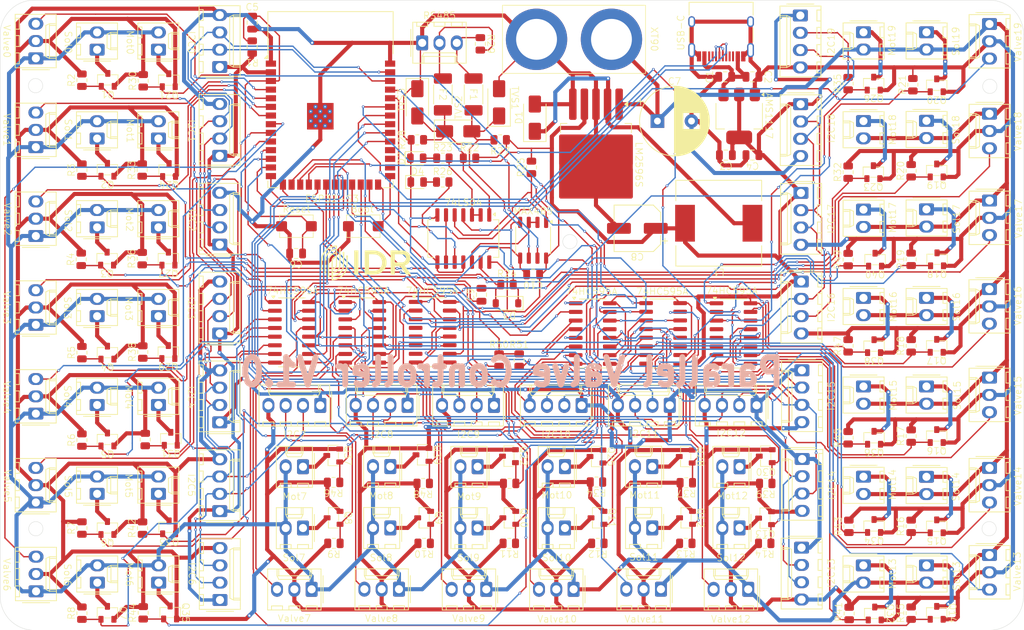
<source format=kicad_pcb>
(kicad_pcb (version 20241229) (generator "pcbnew") (generator_version "9.0")
  (layers (0 "F.Cu" signal) (2 "B.Cu" signal) (13 "F.Paste" user) (15 "B.Paste" user) (5 "F.SilkS" user "F.Silkscreen") (7 "B.SilkS" user "B.Silkscreen") (1 "F.Mask" user) (3 "B.Mask" user) (25 "Edge.Cuts" user))
  (net 0 "")
  (net 1 "5V")
  (net 2 "Earth")
  (net 3 "3.3V")
  (net 4 "Net-(U1-EN)")
  (net 5 "12V")
  (net 6 "RWSEL")
  (net 7 "Net-(D1-K)")
  (net 8 "Net-(D2-A)")
  (net 9 "Net-(D3-K)")
  (net 10 "Net-(D4-A)")
  (net 11 "Net-(TVS1-A1)")
  (net 12 "A")
  (net 13 "Net-(TVS2-A1)")
  (net 14 "B")
  (net 16 "D-")
  (net 19 "D+")
  (net 21 "LEDC0")
  (net 22 "LEDC1")
  (net 23 "LEDC2")
  (net 24 "LEDC3")
  (net 25 "LEDC4")
  (net 26 "LEDC5")
  (net 27 "LEDC6")
  (net 28 "LEDC7")
  (net 29 "MCPWMU0G0C0")
  (net 30 "MCPWMU0G0C1")
  (net 31 "MCPWMU0G1C0")
  (net 32 "MCPWMU0G1C1")
  (net 33 "MCPWMU0G2C0")
  (net 34 "MCPWMU0G2C1")
  (net 35 "MCPWMU1G0C0")
  (net 36 "MCPWMU1G0C1")
  (net 37 "MCPWMU1G1C0")
  (net 38 "MCPWMU1G1C1")
  (net 39 "MCPWMU1G2C0")
  (net 40 "Net-(J22-Pin_1)")
  (net 41 "Net-(J23-Pin_1)")
  (net 42 "Net-(J24-Pin_1)")
  (net 43 "Net-(J25-Pin_1)")
  (net 44 "Net-(J26-Pin_1)")
  (net 45 "Net-(J27-Pin_1)")
  (net 46 "Net-(J28-Pin_1)")
  (net 47 "Net-(J29-Pin_1)")
  (net 48 "MOLEX9")
  (net 49 "Net-(J31-Pin_1)")
  (net 50 "Net-(J32-Pin_1)")
  (net 51 "Net-(J33-Pin_1)")
  (net 52 "Net-(J34-Pin_1)")
  (net 53 "Net-(J35-Pin_1)")
  (net 54 "Net-(J36-Pin_1)")
  (net 55 "Net-(J37-Pin_1)")
  (net 56 "Net-(J38-Pin_1)")
  (net 57 "MOLEX18")
  (net 58 "Net-(J40-Pin_1)")
  (net 59 "Net-(J41-Pin_1)")
  (net 60 "MCUTX")
  (net 61 "Net-(R23-Pad1)")
  (net 62 "Net-(U8-RO)")
  (net 63 "Net-(R26-Pad2)")
  (net 64 "Net-(U1-IO0)")
  (net 66 "MCURX")
  (net 69 "Net-(U3-QH')")
  (net 70 "Net-(U4-QH')")
  (net 76 "Net-(U7-Pad6)")
  (net 77 "Net-(U8-DE)")
  (net 78 "MCPWMU1G2C1")
  (net 79 "Net-(J42-Pin_1)")
  (net 80 "Net-(J43-Pin_1)")
  (net 81 "Net-(J44-Pin_1)")
  (net 82 "Net-(J45-Pin_1)")
  (net 83 "Net-(J46-Pin_1)")
  (net 84 "Net-(J47-Pin_1)")
  (net 85 "Net-(J50-Pin_1)")
  (net 86 "Net-(J51-Pin_1)")
  (net 87 "Net-(J52-Pin_1)")
  (net 88 "Net-(J53-Pin_1)")
  (net 89 "Net-(J54-Pin_1)")
  (net 90 "Net-(J55-Pin_1)")
  (net 91 "Net-(J56-Pin_1)")
  (net 92 "Net-(J57-Pin_1)")
  (net 93 "Net-(J58-Pin_1)")
  (net 94 "Net-(J59-Pin_1)")
  (net 95 "Net-(J60-Pin_1)")
  (net 96 "Net-(J61-Pin_1)")
  (net 97 "SDA")
  (net 98 "SCL")
  (net 99 "SOL0")
  (net 100 "SOL1")
  (net 101 "SOL2")
  (net 102 "SOL3")
  (net 103 "SOL4")
  (net 104 "SOL5")
  (net 105 "SOL6")
  (net 106 "SOL7")
  (net 107 "SOL8")
  (net 108 "SOL9")
  (net 109 "SOL10")
  (net 110 "SOL11")
  (net 111 "SOL12")
  (net 112 "SOL13")
  (net 113 "SOL14")
  (net 114 "SOL15")
  (net 115 "SOL16")
  (net 116 "SOL17")
  (net 117 "SOL18")
  (net 118 "SOL19")
  (net 119 "MOT0")
  (net 120 "MOT9")
  (net 121 "MOT18")
  (net 122 "MOT1")
  (net 123 "MOT10")
  (net 124 "MOT19")
  (net 125 "MOT2")
  (net 126 "MOT11")
  (net 127 "MOT3")
  (net 128 "MOT12")
  (net 129 "MOT4")
  (net 130 "MOT13")
  (net 131 "MOT5")
  (net 132 "MOT14")
  (net 133 "MOT6")
  (net 134 "MOT15")
  (net 135 "MOT7")
  (net 136 "MOT16")
  (net 137 "MOT8")
  (net 138 "MOT17")
  (net 139 "SCLK")
  (net 140 "SD")
  (net 141 "MS")
  (net 142 "SS")
  (net 143 "MCLK")
  (net 144 "MD")
  (net 145 "Net-(U10-SER)")
  (net 146 "Net-(U10-QH')")
  (net 152 "Net-(J48-Pin_1)")
  (net 153 "Net-(J49-Pin_1)")
  (footprint "MOSFETs:SI2302" (layer "F.Cu") (at 191.3 128.8 90)
    (property "Reference" "Q13" (hide yes))
    (property "Value" "NMOS" (hide yes))
  )
  (footprint "Connector_Molex:Molex_KK-254_AE-6410-02A_1x02_P2.54mm_Vertical" (layer "F.Cu") (at 149.1005 121.25 180)
    (property "Reference" "J51" (hide yes))
    (property "Value" "Conn_01x02_Pin" (hide yes))
  )
  (footprint "Connector_Molex:Molex_KK-254_AE-6410-04A_1x04_P2.54mm_Vertical" (layer "F.Cu") (at 196.75 120.108333 -90)
    (property "Reference" "J76" (hide yes))
    (property "Value" "Conn_01x02_Pin" (hide yes))
  )
  (footprint "Package_SO:SOP-16_3.9x9.9mm_P1.27mm" (layer "F.Cu") (at 166 101.695)
    (property "Reference" "U9" (hide yes))
    (property "Value" "74LS595" (hide yes))
  )
  (footprint "Connector_Molex:Molex_KK-254_AE-6410-04A_1x04_P2.54mm_Vertical" (layer "F.Cu") (at 126.000833 112.25 180)
    (property "Reference" "J69" (hide yes))
    (property "Value" "Conn_01x02_Pin" (hide yes))
  )
  (footprint "Resistor_SMD:R_0805_2012Metric" (layer "F.Cu") (at 212.75 142.75 -90)
    (property "Reference" "R15" (hide yes))
    (property "Value" "10K" (hide yes))
  )
  (footprint "Connector_Molex:Molex_KK-254_AE-6410-02A_1x02_P2.54mm_Vertical" (layer "F.Cu") (at 215 57.46 -90)
    (property "Reference" "J41" (hide yes))
    (property "Value" "Conn_01x02_Pin" (hide yes))
  )
  (footprint "Resistor_SMD:R_0805_2012Metric" (layer "F.Cu") (at 99.85 90.7 -90)
    (property "Reference" "R36" (hide yes))
    (property "Value" "10K" (hide yes))
  )
  (footprint "MOSFETs:SI2302" (layer "F.Cu") (at 94.75 77.65)
    (property "Reference" "Q2" (hide yes))
    (property "Value" "NMOS" (hide yes))
  )
  (footprint "Connector_Molex:Molex_KK-254_AE-6410-02A_1x02_P2.54mm_Vertical" (layer "F.Cu") (at 136.280666 121.23 180)
    (property "Reference" "J50" (hide yes))
    (property "Value" "Conn_01x02_Pin" (hide yes))
  )
  (footprint "Connector_Molex:Molex_KK-254_AE-6410-03A_1x03_P2.54mm_Vertical" (layer "F.Cu") (at 150.3705 139.25 180)
    (property "Reference" "J11" (hide yes))
    (property "Value" "Conn_01x03_Pin" (hide yes))
  )
  (footprint "MicroSwitch:MicroSwtich3x4x2mm" (layer "F.Cu") (at 132.3156 85.94)
    (property "Reference" "SW2" (hide yes))
    (property "Value" "SW_Push" (hide yes))
  )
  (footprint "Connector_Molex:Molex_KK-254_AE-6410-02A_1x02_P2.54mm_Vertical" (layer "F.Cu") (at 174.740167 130.23 180)
    (property "Reference" "J33" (hide yes))
    (property "Value" "Conn_01x02_Pin" (hide yes))
  )
  (footprint "Connector_Molex:Molex_KK-254_AE-6410-03A_1x03_P2.54mm_Vertical" (layer "F.Cu") (at 163.190333 139.25 180)
    (property "Reference" "J12" (hide yes))
    (property "Value" "Conn_01x03_Pin" (hide yes))
  )
  (footprint "XT:XT90-Female" (layer "F.Cu") (at 163.25 58.5)
    (property "Reference" "J83" (hide yes))
    (property "Value" "Conn_01x02_Pin" (hide yes))
  )
  (footprint "Connector_Molex:Molex_KK-254_AE-6410-02A_1x02_P2.54mm_Vertical" (layer "F.Cu") (at 93.238375 60.02 90)
    (property "Reference" "J22" (hide yes))
    (property "Value" "Conn_01x02_Pin" (hide yes))
  )
  (footprint "Connector_Molex:Molex_KK-254_AE-6410-04A_1x04_P2.54mm_Vertical" (layer "F.Cu") (at 196.57 81.043333 -90)
    (property "Reference" "J79" (hide yes))
    (property "Value" "Conn_01x02_Pin" (hide yes))
  )
  (footprint "Connector_Molex:Molex_KK-254_AE-6410-02A_1x02_P2.54mm_Vertical" (layer "F.Cu") (at 215 109.46 -90)
    (property "Reference" "J37" (hide yes))
    (property "Value" "Conn_01x02_Pin" (hide yes))
  )
  (footprint "Connector_Molex:Molex_KK-254_AE-6410-04A_1x04_P2.54mm_Vertical" (layer "F.Cu") (at 111.238375 62.56 90)
    (property "Reference" "J62" (hide yes))
    (property "Value" "Conn_01x02_Pin" (hide yes))
  )
  (footprint "Diode_SMD:D_SMA" (layer "F.Cu") (at 152.25 67.75 90)
    (property "Reference" "TVS1" (hide yes))
    (property "Value" "SMAJ6.8CA" (hide yes))
  )
  (footprint "Capacitor_SMD:C_0805_2012Metric" (layer "F.Cu") (at 122.45 89.94 180)
    (property "Reference" "C6" (hide yes))
    (property "Value" "100nf" (hide yes))
  )
  (footprint "Resistor_SMD:R_0805_2012Metric" (layer "F.Cu") (at 203.5 78 -90)
    (property "Reference" "R32" (hide yes))
    (property "Value" "10K" (hide yes))
  )
  (footprint "Resistor_SMD:R_0805_2012Metric" (layer "F.Cu") (at 91 104.5 -90)
    (property "Reference" "R5" (hide yes))
    (property "Value" "10K" (hide yes))
  )
  (footprint "Resistor_SMD:R_0805_2012Metric" (layer "F.Cu") (at 212.75 77.8 -90)
    (property "Reference" "R20" (hide yes))
    (property "Value" "10K" (hide yes))
  )
  (footprint "Resistor_SMD:R_0805_2012Metric" (layer "F.Cu") (at 191.25 132.5)
    (property "Reference" "R14" (hide yes))
    (property "Value" "10K" (hide yes))
  )
  (footprint "Connector_Molex:Molex_KK-254_AE-6410-02A_1x02_P2.54mm_Vertical" (layer "F.Cu") (at 205.75 83.5 -90)
    (property "Reference" "J59" (hide yes))
    (property "Value" "Conn_01x02_Pin" (hide yes))
  )
  (footprint "Diode_SMD:D_SMA" (layer "F.Cu") (at 140.25 67.75 -90)
    (property "Reference" "TVS3" (hide yes))
    (property "Value" "SMAJ6.5CA" (hide yes))
  )
  (footprint "MOSFETs:SI2302" (layer "F.Cu") (at 216.5 103.5)
    (property "Reference" "Q17" (hide yes))
    (property "Value" "NMOS" (hide yes))
  )
  (footprint "Connector_Molex:Molex_KK-254_AE-6410-04A_1x04_P2.54mm_Vertical" (layer "F.Cu") (at 111.27 140.81 90)
    (property "Reference" "J68" (hide yes))
    (property "Value" "Conn_01x02_Pin" (hide yes))
  )
  (footprint "Capacitor_SMD:C_0805_2012Metric" (layer "F.Cu") (at 189.45 64)
    (property "Reference" "C2" (hide yes))
    (property "Value" "100nf" (hide yes))
  )
  (footprint "Package_TO_SOT_SMD:TO-263-5_TabPin3" (layer "F.Cu") (at 166.475 75.675 -90)
    (property "Reference" "U6" (hide yes))
    (property "Value" "LM2596S-3.3" (hide yes))
  )
  (footprint "Resistor_SMD:R_0805_2012Metric" (layer "F.Cu") (at 91 117.3375 -90)
    (property "Reference" "R6" (hide yes))
    (property "Value" "10K" (hide yes))
  )
  (footprint "Connector_Molex:Molex_KK-254_AE-6410-04A_1x04_P2.54mm_Vertical" (layer "F.Cu") (at 196.66 133.13 -90)
    (property "Reference" "J75" (hide yes))
    (property "Value" "Conn_01x02_Pin" (hide yes))
  )
  (footprint "Capacitor_SMD:C_0805_2012Metric" (layer "F.Cu") (at 149.6625 96 90)
    (property "Reference" "C9" (hide yes))
    (property "Value" "82pf" (hide yes))
  )
  (footprint "Connector_Molex:Molex_KK-254_AE-6410-02A_1x02_P2.54mm_Vertical" (layer "F.Cu") (at 102.27 138.27 90)
    (property "Reference" "J48" (hide yes))
    (property "Value" "Conn_01x02_Pin" (hide yes))
  )
  (footprint "Connector_Molex:Molex_KK-254_AE-6410-03A_1x03_P2.54mm_Vertical" (layer "F.Cu") (at 224.23 95.17 -90)
    (property "Reference" "J18" (hide yes))
    (property "Value" "Conn_01x03_Pin" (hide yes))
  )
  (footprint "Connector_Molex:Molex_KK-254_AE-6410-02A_1x02_P2.54mm_Vertical" (layer "F.Cu") (at 102.238375 99.145 90)
    (property "Reference" "J45" (hide yes))
    (property "Value" "Conn_01x02_Pin" (hide yes))
  )
  (footprint "Connector_Molex:Molex_KK-254_AE-6410-03A_1x03_P2.54mm_Vertical" (layer "F.Cu") (at 140.96 59.02)
    (property "Reference" "J82" (hide yes))
    (property "Value" "Conn_01x03_Pin" (hide yes))
  )
  (footprint "Connector_Molex:Molex_KK-254_AE-6410-02A_1x02_P2.54mm_Vertical" (layer "F.Cu") (at 102.238375 86.103333 90)
    (property "Reference" "J44" (hide yes))
    (property "Value" "Conn_01x02_Pin" (hide yes))
  )
  (footprint "MOSFETs:SI2302" (layer "F.Cu") (at 207.3 103.55)
    (property "Reference" "Q38" (hide yes))
    (property "Value" "NMOS" (hide yes))
  )
  (footprint "MOSFETs:SI2302" (layer "F.Cu") (at 166.55 119.75 90)
    (property "Reference" "Q25" (hide yes))
    (property "Value" "NMOS" (hide yes))
  )
  (footprint "Connector_Molex:Molex_KK-254_AE-6410-02A_1x02_P2.54mm_Vertical" (layer "F.Cu") (at 205.75 96.46 -90)
    (property "Reference" "J58" (hide yes))
    (property "Value" "Conn_01x02_Pin" (hide yes))
  )
  (footprint "Resistor_SMD:R_0805_2012Metric" (layer "F.Cu") (at 155.2 105.5875 90)
    (property "Reference" "R51" (hide yes))
    (property "Value" "4.7K" (hide yes))
  )
  (footprint "Resistor_SMD:R_0805_2012Metric" (layer "F.Cu") (at 153.4125 94.5 180)
    (property "Reference" "R24" (hide yes))
    (property "Value" "33K" (hide yes))
  )
  (footprint "MOSFETs:SI2302" (layer "F.Cu") (at 127.95 128.75 90)
    (property "Reference" "Q8" (hide yes))
    (property "Value" "NMOS" (hide yes))
  )
  (footprint "Resistor_SMD:R_0805_2012Metric" (layer "F.Cu") (at 91 142.75 -90)
    (property "Reference" "R8" (hide yes))
    (property "Value" "10K" (hide yes))
  )
  (footprint "Resistor_SMD:R_0805_2012Metric" (layer "F.Cu") (at 179.6625 132.5)
    (property "Reference" "R13" (hide yes))
    (property "Value" "10K" (hide yes))
  )
  (footprint "Connector_Molex:Molex_KK-254_AE-6410-03A_1x03_P2.54mm_Vertical" (layer "F.Cu") (at 84.27 139.54 90)
    (property "Reference" "J8" (hide yes))
    (property "Value" "Conn_01x03_Pin" (hide yes))
  )
  (footprint "Connector_Molex:Molex_KK-254_AE-6410-03A_1x03_P2.54mm_Vertical" (layer "F.Cu") (at 84.238375 100.415 90)
    (property "Reference" "J5" (hide yes))
    (property "Value" "Conn_01x03_Pin" (hide yes))
  )
  (footprint "MOSFETs:SI2302" (layer "F.Cu") (at 103.75 64.5)
    (property "Reference" "Q21" (hide yes))
    (property "Value" "NMOS" (hide yes))
  )
  (footprint "Connector_Molex:Molex_KK-254_AE-6410-04A_1x04_P2.54mm_Vertical" (layer "F.Cu") (at 111.238375 114.726667 90)
    (property "Reference" "J66" (hide yes))
    (property "Value" "Conn_01x02_Pin" (hide yes))
  )
  (footprint "Resistor_SMD:R_0805_2012Metric" (layer "F.Cu") (at 143.975 79.45)
    (property "Reference" "R26" (hide yes))
    (property "Value" "1K" (hide yes))
  )
  (footprint "Capacitor_SMD:C_0805_2012Metric" (layer "F.Cu") (at 189.45 75.5 180)
    (property "Reference" "C4" (hide yes))
    (property "Value" "100nf" (hide yes))
  )
  (footprint "Fuse:Fuse_2010_5025Metric_Pad1.52x2.65mm_HandSolder" (layer "F.Cu") (at 144 66.5875 90)
    (property "Reference" "F2" (hide yes))
    (property "Value" "0.3A" (hide yes))
  )
  (footprint "Connector_Molex:Molex_KK-254_AE-6410-04A_1x04_P2.54mm_Vertical" (layer "F.Cu") (at 196.705 107.086667 -90)
    (property "Reference" "J77" (hide yes))
    (property "Value" "Conn_01x02_Pin" (hide yes))
  )
  (footprint "Resistor_SMD:R_0805_2012Metric" (layer "F.Cu") (at 100.3 117.2625 -90)
    (property "Reference" "R40" (hide yes))
    (property "Value" "10K" (hide yes))
  )
  (footprint "Connector_Molex:Molex_KK-254_AE-6410-03A_1x03_P2.54mm_Vertical" (layer "F.Cu") (at 224.25 121.42 -90)
    (property "Reference" "J16" (hide yes))
    (property "Value" "Conn_01x03_Pin" (hide yes))
  )
  (footprint "MOSFETs:SI2302" (layer "F.Cu") (at 103.8 130.15)
    (property "Reference" "Q33" (hide yes))
    (property "Value" "NMOS" (hide yes))
  )
  (footprint "Connector_Molex:Molex_KK-254_AE-6410-04A_1x04_P2.54mm_Vertical" (layer "F.Cu") (at 196.48 55 -90)
    (property "Reference" "J81" (hide yes))
    (property "Value" "Conn_01x02_Pin" (hide yes))
  )
  (footprint "Package_SO:SOP-16_3.9x9.9mm_P1.27mm" (layer "F.Cu") (at 132.166666 101.52)
    (property "Reference" "U4" (hide yes))
    (property "Value" "74LS595" (hide yes))
  )
  (footprint "Package_SO:SO-14_5.3x10.2mm_P1.27mm" (layer "F.Cu") (at 147 87.75 -90)
    (property "Reference" "U7" (hide yes))
    (property "Value" "74LS04" (hide yes))
  )
  (footprint "Resistor_SMD:R_0805_2012Metric" (layer "F.Cu") (at 149.5 59.1625 90)
    (property "Reference" "R29" (hide yes))
    (property "Value" "120" (hide yes))
  )
  (footprint "Connector_Molex:Molex_KK-254_AE-6410-04A_1x04_P2.54mm_Vertical" (layer "F.Cu") (at 190.06 112.23 180)
    (property "Reference" "J74" (hide yes))
    (property "Value" "Conn_01x02_Pin" (hide yes))
  )
  (footprint "MOSFETs:SI2302" (layer "F.Cu") (at 207.4 142.8)
    (property "Reference" "Q32" (hide yes))
    (property "Value" "NMOS" (hide yes))
  )
  (footprint "Resistor_SMD:R_0805_2012Metric" (layer "F.Cu") (at 203.5 90.8375 -90)
    (property "Reference" "R49" (hide yes))
    (property "Value" "10K" (hide yes))
  )
  (footprint "Connector_Molex:Molex_KK-254_AE-6410-02A_1x02_P2.54mm_Vertical" (layer "F.Cu") (at 215 135.73 -90)
    (property "Reference" "J35" (hide yes))
    (property "Value" "Conn_01x02_Pin" (hide yes))
  )
  (footprint "Connector_Molex:Molex_KK-254_AE-6410-02A_1x02_P2.54mm_Vertical" (layer "F.Cu") (at 187.56 121.25 180)
    (property "Reference" "J54" (hide yes))
    (property "Value" "Conn_01x02_Pin" (hide yes))
  )
  (footprint "Connector_Molex:Molex_KK-254_AE-6410-02A_1x02_P2.54mm_Vertical" (layer "F.Cu") (at 215 96.46 -90)
    (property "Reference" "J38" (hide yes))
    (property "Value" "Conn_01x02_Pin" (hide yes))
  )
  (footprint "Resistor_SMD:R_0805_2012Metric" (layer "F.Cu") (at 90.9 90.8 -90)
    (property "Reference" "R4" (hide yes))
    (property "Value" "10K" (hide yes))
  )
  (footprint "Connector_Molex:Molex_KK-254_AE-6410-02A_1x02_P2.54mm_Vertical" (layer "F.Cu") (at 161.920333 121.236667 180)
    (property "Reference" "J52" (hide yes))
    (property "Value" "Conn_01x02_Pin" (hide yes))
  )
  (footprint "MOSFETs:SI2302" (layer "F.Cu") (at 103.7 90.7)
    (property "Reference" "Q27" (hide yes))
    (property "Value" "NMOS" (hide yes))
  )
  (footprint "Resistor_SMD:R_0805_2012Metric" (layer "F.Cu") (at 144 75.95 180)
    (property "Reference" "R23" (hide yes))
    (property "Value" "1K" (hide yes))
  )
  (footprint "Connector_Molex:Molex_KK-254_AE-6410-02A_1x02_P2.54mm_Vertical" (layer "F.Cu") (at 215 70.46 -90)
    (property "Reference" "J40" (hide yes))
    (property "Value" "Conn_01x02_Pin" (hide yes))
  )
  (footprint "MOSFETs:SI2302" (layer "F.Cu") (at 179.65 119.75 90)
    (property "Reference" "Q28" (hide yes))
    (property "Value" "NMOS" (hide yes))
  )
  (footprint "Resistor_SMD:R_0805_2012Metric" (layer "F.Cu") (at 153.75 132.5)
    (property "Reference" "R11" (hide yes))
    (property "Value" "10K" (hide yes))
  )
  (footprint "Connector_Molex:Molex_KK-254_AE-6410-03A_1x03_P2.54mm_Vertical" (layer "F.Cu") (at 224.25 134.21 -90)
    (property "Reference" "J15" (hide yes))
    (property "Value" "Conn_01x03_Pin" (hide yes))
  )
  (footprint "Connector_Molex:Molex_KK-254_AE-6410-03A_1x03_P2.54mm_Vertical" (layer "F.Cu") (at 84.238375 87.373333 90)
    (property "Reference" "J4" (hide yes))
    (property "Value" "Conn_01x03_Pin" (hide yes))
  )
  (footprint "Diode_SMD:D_SMA" (layer "F.Cu") (at 146.25 72)
    (property "Reference" "TVS2" (hide yes))
    (property "Value" "SMAJ6.5CA" (hide yes))
  )
  (footprint "MOSFETs:SI2302" (layer "F.Cu") (at 103.6875 104.4125)
    (property "Reference" "Q29" (hide yes))
    (property "Value" "NMOS" (hide yes))
  )
  (footprint "MOSFETs:SI2302" (layer "F.Cu") (at 94.75 130.25)
    (property "Reference" "Q6" (hide yes))
    (property "Value" "NMOS" (hide yes))
  )
  (footprint "MOSFETs:SI2302" (layer "F.Cu") (at 103.8 77.6875)
    (property "Reference" "Q24" (hide yes))
    (property "Value" "NMOS" (hide yes))
  )
  (footprint "Connector_Molex:Molex_KK-254_AE-6410-03A_1x03_P2.54mm_Vertical" (layer "F.Cu") (at 224.25 108.17 -90)
    (property "Reference" "J17" (hide yes))
    (property "Value" "Conn_01x03_Pin" (hide yes))
  )
  (footprint "Logos:18mm_IDR_LOGO" (layer "F.Cu") (at 132.7 91.3)
    (property "Reference" "G***" (hide yes))
    (property "Value" "LOGO" (hide yes))
  )
  (footprint "Connector_Molex:Molex_KK-254_AE-6410-02A_1x02_P2.54mm_Vertical" (layer "F.Cu") (at 161.920333 130.243333 180)
    (property "Reference" "J32" (hide yes))
    (property "Value" "Conn_01x02_Pin" (hide yes))
  )
  (footprint "Capacitor_SMD:C_0805_2012Metric" (layer "F.Cu") (at 185.55 75.5 180)
    (property "Reference" "C3" (hide yes))
    (property "Value" "22uf" (hide yes))
  )
  (footprint "Connector_Molex:Molex_KK-254_AE-6410-04A_1x04_P2.54mm_Vertical" (layer "F.Cu") (at 196.525 68.021667 -90)
    (property "Reference" "J80" (hide yes))
    (property "Value" "Conn_01x02_Pin" (hide yes))
  )
  (footprint "Connector_Molex:Molex_KK-254_AE-6410-03A_1x03_P2.54mm_Vertical" (layer "F.Cu") (at 124.730833 139.25 180)
    (property "Reference" "J9" (hide yes))
    (property "Value" "Conn_01x03_Pin" (hide yes))
  )
  (footprint "Connector_Molex:Molex_KK-254_AE-6410-04A_1x04_P2.54mm_Vertical" (layer "F.Cu") (at 111.238375 101.685 90)
    (property "Reference" "J65" (hide yes))
    (property "Value" "Conn_01x02_Pin" (hide yes))
  )
  (footprint "Package_TO_SOT_SMD:SOT-223-3_TabPin2" (layer "F.Cu") (at 187.5 69.75 -90)
    (property "Reference" "U2" (hide yes))
    (property "Value" "AMS1117-3.3" (hide yes))
  )
  (footprint "MOSFETs:SI2302" (layer "F.Cu") (at 207.3 129.95)
    (property "Reference" "Q34" (hide yes))
    (property "Value" "NMOS" (hide yes))
  )
  (footprint "Diode_SMD:D_SMA" (layer "F.Cu") (at 157.5 70 90)
    (property "Reference" "D1" (hide yes))
    (property "Value" "SS24" (hide yes))
  )
  (footprint "LED_SMD:LED_0805_2012Metric" (layer "F.Cu") (at 140.225 79.45)
    (property "Reference" "D4" (hide yes))
    (property "Value" "LED" (hide yes))
  )
  (footprint "Resistor_SMD:R_0805_2012Metric" (layer "F.Cu") (at 203.65 142.8 -90)
    (property "Reference" "R41" (hide yes))
    (property "Value" "10K" (hide yes))
  )
  (footprint "Capacitor_THT:CP_Radial_D10.0mm_P5.00mm" (layer "F.Cu") (at 175.5 70.5)
    (property "Reference" "C7" (hide yes))
    (property "Value" "680uf" (hide yes))
  )
  (footprint "LED_SMD:LED_0805_2012Metric" (layer "F.Cu") (at 140.1625 75.95)
    (property "Reference" "D2" (hide yes))
    (property "Value" "LED" (hide yes))
  )
  (footprint "Resistor_SMD:R_0805_2012Metric" (layer "F.Cu") (at 179.7375 123.6)
    (property "Reference" "R37" (hide yes))
    (property "Value" "10K" (hide yes))
  )
  (footprint "MOSFETs:SI2302" (layer "F.Cu") (at 141 119.5 90)
    (property "Reference" "Q39" (hide yes))
    (property "Value" "NMOS" (hide yes))
  )
  (footprint "Connector_Molex:Molex_KK-254_AE-6410-02A_1x02_P2.54mm_Vertical" (layer "F.Cu") (at 205.75 109.46 -90)
    (property "Reference" "J57" (hide yes))
    (property "Value" "Conn_01x02_Pin" (hide yes))
  )
  (footprint "Connector_Molex:Molex_KK-254_AE-6410-04A_1x04_P2.54mm_Vertical" (layer "F.Cu") (at 151.5 112.25 180)
    (property "Reference" "J71" (hide yes))
    (property "Value" "Conn_01x02_Pin" (hide yes))
  )
  (footprint "MOSFETs:SI2302" (layer "F.Cu") (at 191.4 119.7 90)
    (property "Reference" "Q30" (hide yes))
    (property "Value" "NMOS" (hide yes))
  )
  (footprint "Connector_Molex:Molex_KK-254_AE-6410-02A_1x02_P2.54mm_Vertical" (layer "F.Cu") (at 205.75 57.46 -90)
    (property "Reference" "J61" (hide yes))
    (property "Value" "Conn_01x02_Pin" (hide yes))
  )
  (footprint "Resistor_SMD:R_0805_2012Metric" (layer "F.Cu") (at 91 130.25 -90)
    (property "Reference" "R7" (hide yes))
    (property "Value" "10K" (hide yes))
  )
  (footprint "MOSFETs:SI2302" (layer "F.Cu") (at 127.9 119.6 90)
    (property "Reference" "Q37" (hide yes))
    (property "Value" "NMOS" (hide yes))
  )
  (footprint "Resistor_SMD:R_0805_2012Metric" (layer "F.Cu") (at 203.5 103.5 -90)
    (property "Reference" "R47" (hide yes))
    (property "Value" "10K" (hide yes))
  )
  (footprint "Resistor_SMD:R_0805_2012Metric" (layer "F.Cu") (at 99.9 130.2625 -90)
    (property "Reference" "R42" (hide yes))
    (property "Value" "10K" (hide yes))
  )
  (footprint "Resistor_SMD:R_0805_2012Metric" (layer "F.Cu") (at 203.5 117 -90)
    (property "Reference" "R45" (hide yes))
    (property "Value" "10K" (hide yes))
  )
  (footprint "MOSFETs:SI2302" (layer "F.Cu") (at 207.2 78)
    (property "Reference" "Q23" (hide yes))
    (property "Value" "NMOS" (hide yes))
  )
  (footprint "Resistor_SMD:R_0805_2012Metric" (layer "F.Cu") (at 99.9375 104.4125 -90)
    (property "Reference" "R38" (hide yes))
    (property "Value" "10K" (hide yes))
  )
  (footprint "Connector_Molex:Molex_KK-254_AE-6410-04A_1x04_P2.54mm_Vertical" (layer "F.Cu") (at 111.238375 127.768333 90)
    (property "Reference" "J67" (hide yes))
    (property "Value" "Conn_01x02_Pin" (hide yes))
  )
  (footprint "Resistor_SMD:R_0805_2012Metric" (layer "F.Cu") (at 157 77.3 -90)
    (property "Reference" "R25" (hide yes))
    (property "Value" "4.7K" (hide yes))
  )
  (footprint "Connector_Molex:Molex_KK-254_AE-6410-03A_1x03_P2.54mm_Vertical" (layer "F.Cu") (at 84.238375 126.498333 90)
    (property "Reference" "J7" (hide yes))
    (property "Value" "Conn_01x03_Pin" (hide yes))
  )
  (footprint "Connector_Molex:Molex_KK-254_AE-6410-03A_1x03_P2.54mm_Vertical" (layer "F.Cu") (at 84.238375 74.331667 90)
    (property "Reference" "J3" (hide yes))
    (property "Value" "Conn_01x03_Pin" (hide yes))
  )
  (footprint "Resistor_SMD:R_0805_2012Metric" (layer "F.Cu") (at 212.75 103.5 -90)
    (property "Reference" "R18" (hide yes))
    (property "Value" "10K" (hide yes))
  )
  (footprint "Resistor_SMD:R_0805_2012Metric" (layer "F.Cu") (at 213 65.1625 -90)
    (property "Reference" "R21" (hide yes))
    (property "Value" "10K" (hide yes))
  )
  (footprint "MOSFETs:SI2302" (layer "F.Cu") (at 216.5 65.25)
    (property "Reference" "Q20" (hide yes))
    (property "Value" "NMOS" (hide yes))
  )
  (footprint "Connector_Molex:Molex_KK-254_AE-6410-03A_1x03_P2.54mm_Vertical" (layer "F.Cu") (at 176.010167 139.23 180)
    (property "Reference" "J13" (hide yes))
    (property "Value" "Conn_01x03_Pin" (hide yes))
  )
  (footprint "Connector_Molex:Molex_KK-254_AE-6410-02A_1x02_P2.54mm_Vertical" (layer "F.Cu") (at 215 83.46 -90)
    (property "Reference" "J39" (hide yes))
    (property "Value" "Conn_01x02_Pin" (hide yes))
  )
  (footprint "Package_SO:SOP-8_3.9x4.9mm_P1.27mm" (layer "F.Cu") (at 157.25 88 -90)
    (property "Reference" "U8" (hide yes))
    (property "Value" "MAX485E" (hide yes))
  )
  (footprint "RF_Module:ESP32-S3-WROOM-1" (layer "F.Cu") (at 127.5 67.33)
    (property "Reference" "U1" (hide yes))
    (property "Value" "ESP32-S3-WROOM-1" (hide yes))
  )
  (footprint "MOSFETs:SI2302" (layer "F.Cu") (at 179.7 128.75 90)
    (property "Reference" "Q12" (hide yes))
    (property "Value" "NMOS" (hide yes))
  )
  (footprint "MOSFETs:SI2302" (layer "F.Cu") (at 94.75 117.25)
    (property "Reference" "Q5" (hide yes))
    (property "Value" "NMOS" (hide yes))
  )
  (footprint "Resistor_SMD:R_0805_2012Metric" (layer "F.Cu") (at 203.6 130 -90)
    (property "Reference" "R43" (hide yes))
    (property "Value" "10K" (hide yes))
  )
  (footprint "Connector_Molex:Molex_KK-254_AE-6410-02A_1x02_P2.54mm_Vertical" (layer "F.Cu") (at 123.460833 130.25 180)
    (property "Reference" "J29" (hide yes))
    (property "Value" "Conn_01x02_Pin" (hide yes))
  )
  (footprint "MOSFETs:SI2302" (layer "F.Cu") (at 216.5 142.7)
    (property "Reference" "Q14" (hide yes))
    (property "Value" "NMOS" (hide yes))
  )
  (footprint "MOSFETs:SI2302" (layer "F.Cu") (at 216.5 77.75)
    (property "Reference" "Q19" (hide yes))
    (property "Value" "NMOS" (hide yes))
  )
  (footprint "MOSFETs:SI2302" (layer "F.Cu") (at 103.95 142.65)
    (property "Reference" "Q35" (hide yes))
    (property "Value" "NMOS" (hide yes))
  )
  (footprint "Connector_Molex:Molex_KK-254_AE-6410-02A_1x02_P2.54mm_Vertical" (layer "F.Cu") (at 174.740167 121.23 180)
    (property "Reference" "J53" (hide yes))
    (property "Value" "Conn_01x02_Pin" (hide yes))
  )
  (footprint "Resistor_SMD:R_0805_2012Metric" (layer "F.Cu") (at 127.95 123.55)
    (property "Reference" "R46" (hide yes))
    (property "Value" "10K" (hide yes))
  )
  (footprint "Resistor_SMD:R_0805_2012Metric" (layer "F.Cu") (at 152.4125 73.25 180)
    (property "Reference" "R27" (hide yes))
    (property "Value" "4.7K" (hide yes))
  )
  (footprint "Connector_USB:USB_C_Receptacle_HRO_TYPE-C-31-M-12" (layer "F.Cu") (at 184.85 56.955 180)
    (property "Reference" "J1" (hide yes))
    (property "Value" "USB_C_Receptacle_USB2.0_16P" (hide yes))
  )
  (footprint "MOSFETs:SI2302" (layer "F.Cu") (at 207.45 90.85)
    (property "Reference" "Q40" (hide yes))
    (property "Value" "NMOS" (hide yes))
  )
  (footprint "Connector_Molex:Molex_KK-254_AE-6410-03A_1x03_P2.54mm_Vertical" (layer "F.Cu") (at 84.238375 113.456667 90)
    (property "Reference" "J6" (hide yes))
    (property "Value" "Conn_01x03_Pin" (hide yes))
  )
  (footprint "Resistor_SMD:R_0805_2012Metric" (layer "F.Cu") (at 100 142.7 -90)
    (property "Reference" "R44" (hide yes))
    (property "Value" "10K" (hide yes))
  )
  (footprint "Capacitor_SMD:C_0805_2012Metric" (layer "F.Cu") (at 157.25 93 180)
    (property "Reference" "C10" (hide yes))
    (property "Value" "100nf" (hide yes))
  )
  (footprint "Resistor_SMD:R_0805_2012Metric" (layer "F.Cu") (at 166.55 123.5)
    (property "Reference" "R34" (hide yes))
    (property "Value" "10K" (hide yes))
  )
  (footprint "MOSFETs:SI2302" (layer "F.Cu") (at 216.55 90.8)
    (property "Reference" "Q18" (hide yes))
    (property "Value" "NMOS" (hide yes))
  )
  (footprint "Resistor_SMD:R_0805_2012Metric" (layer "F.Cu") (at 212.75 116.75 -90)
    (property "Reference" "R17" (hide yes))
    (property "Value" "10K" (hide yes))
  )
  (footprint "MOSFETs:SI2302" (layer "F.Cu") (at 216.5 116.75)
    (property "Reference" "Q16" (hide yes))
    (property "Value" "NMOS" (hide yes))
  )
  (footprint "Resistor_SMD:R_0805_2012Metric" (layer "F.Cu") (at 191.4 123.7)
    (property "Reference" "R39" (hide yes))
    (property "Value" "10K" (hide yes))
  )
  (footprint "Capacitor_SMD:C_0805_2012Metric" (layer "F.Cu") (at 185.45 64 180)
    (property "Reference" "C1" (hide yes))
    (property "Value" "22uf" (hide yes))
  )
  (footprint "Resistor_SMD:R_0805_2012Metric" (layer "F.Cu") (at 100 64.5875 -90)
    (property "Reference" "R30" (hide yes))
    (property "Value" "10K" (hide yes))
  )
  (footprint "Connector_Molex:Molex_KK-254_AE-6410-02A_1x02_P2.54mm_Vertical" (layer "F.Cu") (at 102.238375 125.228333 90)
    (property "Reference" "J47" (hide yes))
    (property "Value" "Conn_01x02_Pin" (hide yes))
  )
  (footprint "Resistor_SMD:R_0805_2012Metric" (layer "F.Cu") (at 153.8 123.7)
    (property "Reference" "R31" (hide yes))
    (property "Value" "10K" (hide yes))
  )
  (footprint "Resistor_SMD:R_0805_2012Metric" (layer "F.Cu") (at 116 59.6375 -90)
    (property "Reference" "R1" (hide yes))
    (property "Value" "10K" (hide yes))
  )
  (footprint "Capacitor_SMD:C_0805_2012Metric" (layer "F.Cu") (at 116 56.05 -90)
    (property "Reference" "C5" (hide yes))
    (property "Value" "1uf" (hide yes))
  )
  (footprint "Resistor_SMD:R_0805_2012Metric" (layer "F.Cu") (at 152.25 105.5875 90)
    (property "Reference" "R50" (hide yes))
    (property "Value" "4.7K" (hide yes))
  )
  (footprint "Resistor_SMD:R_0805_2012Metric" (layer "F.Cu") (at 91 77.7 -90)
    (property "Reference" "R3" (hide yes))
    (property "Value" "10K" (hide yes))
  )
  (footprint "Resistor_SMD:R_0805_2012Metric" (layer "F.Cu") (at 147.9125 75.95 180)
    (property "Reference" "R22" (hide yes))
    (property "Value" "4.7K" (hide yes))
  )
  (footprint "MOSFETs:SI2302" (layer "F.Cu") (at 153.75 128.75 90)
    (property "Reference" "Q10" (hide yes))
    (property "Value" "NMOS" (hide yes))
  )
  (footprint "Inductor_SMD:L_12x12mm_H8mm" (layer "F.Cu") (at 184.5 85.5 180)
    (property "Reference" "L1" (hide yes))
    (property "Value" "33uh" (hide yes))
  )
  (footprint "MOSFETs:SI2302" (layer "F.Cu") (at 216.5 130)
    (property "Reference" "Q15" (hide yes))
    (property "Value" "NMOS" (hide yes))
  )
  (footprint "Connector_Molex:Molex_KK-254_AE-6410-02A_1x02_P2.54mm_Vertical" (layer "F.Cu") (at 149.1005 130.25 180)
    (property "Reference" "J31" (hide yes))
    (property "Value" "Conn_01x02_Pin" (hide yes))
  )
  (footprint "Connector_Molex:Molex_KK-254_AE-6410-04A_1x04_P2.54mm_Vertical" (layer "F.Cu") (at 196.615 94.065 -90)
    (property "Reference" "J78" (hide yes))
    (property "Value" "Conn_01x02_Pin" (hide yes))
  )
  (footprint "Connector_Molex:Molex_KK-254_AE-6410-02A_1x02_P2.54mm_Vertical" (layer "F.Cu") (at 215 122.73 -90)
    (property "Reference" "J36" (hide yes))
    (property "Value" "Conn_01x02_Pin" (hide yes))
  )
  (footprint "Connector_Molex:Molex_KK-254_AE-6410-02A_1x02_P2.54mm_Vertical" (layer "F.Cu") (at 205.75 122.71 -90)
    (property "Reference" "J56" (hide yes))
    (property "Value" "Conn_01x02_Pin" (hide yes))
  )
  (footprint "Connector_Molex:Molex_KK-254_AE-6410-02A_1x02_P2.54mm_Vertical" (layer "F.Cu") (at 187.56 130.23 180)
    (property "Reference" "J34" (hide yes))
    (property "Value" "Conn_01x02_Pin" (hide yes))
  )
  (footprint "Resistor_SMD:R_0805_2012Metric" (layer "F.Cu") (at 166.75 132.5)
    (property "Reference" "R12" (hide yes))
    (property "Value" "10K" (hide yes))
  )
  (footprint "MOSFETs:SI2302" (layer "F.Cu") (at 104.05 117.15)
    (property "Reference" "Q31" (hide yes))
    (property "Value" "NMOS" (hide yes))
  )
  (footprint "Resistor_SMD:R_0805_2012Metric" (layer "F.Cu") (at 212.75 90.8 -90)
    (property "Reference" "R19" (hide yes))
    (property "Value" "10K" (hide yes))
  )
  (footprint "Resistor_SMD:R_0805_2012Metric" (layer "F.Cu") (at 91 64.5 -90)
    (property "Reference" "R2" (hide yes))
    (property "Value" "10K" (hide yes))
  )
  (footprint "MOSFETs:SI2302" (layer "F.Cu") (at 94.75 142.7)
    (property "Reference" "Q7" (hide yes))
    (property "Value" "NMOS" (hide yes))
  )
  (footprint "Connector_Molex:Molex_KK-254_AE-6410-04A_1x04_P2.54mm_Vertical" (layer "F.Cu") (at 111.238375 75.601667 90)
    (property "Reference" "J63" (hide yes))
    (property "Value" "Conn_01x02_Pin" (hide yes))
  )
  (footprint "Resistor_SMD:R_0805_2012Metric" (layer "F.Cu") (at 141.25 132.5)
    (property "Reference" "R10" (hide yes))
    (property "Value" "10K" (hide yes))
  )
  (footprint "MOSFETs:SI2302" (layer "F.Cu") (at 94.8 64.45)
    (property "Reference" "Q1" (hide yes))
    (property "Value" "NMOS" (hide yes))
  )
  (footprint "Connector_Molex:Molex_KK-254_AE-6410-03A_1x03_P2.54mm_Vertical" (layer "F.Cu") (at 188.83 139.25 180)
    (property "Reference" "J14" (hide yes))
    (property "Value" "Conn_01x03_Pin" (hide yes))
  )
  (footprint "Connector_Molex:Molex_KK-254_AE-6410-02A_1x02_P2.54mm_Vertical" (layer "F.Cu") (at 102.238375 112.186667 90)
    (property "Reference" "J46" (hide yes))
    (property "Value" "Conn_01x02_Pin" (hide yes))
  )
  (footprint "Package_SO:SOP-16_3.9x9.9mm_P1.27mm" (layer "F.Cu") (at 121.833333 101.52)
    (property "Reference" "U3" (hide yes))
    (property "Value" "74LS595" (hide yes))
  )
  (footprint "Connector_Molex:Molex_KK-254_AE-6410-03A_1x03_P2.54mm_Vertical" (layer "F.Cu") (at 224.25 56.25 -90)
    (property "Reference" "J21" (hide yes))
    (property "Value" "Conn_01x03_Pin" (hide yes))
  )
  (footprint "MOSFETs:SI2302" (layer "F.Cu") (at 166.7 128.75 90)
    (property "Reference" "Q11" (hide yes))
    (property "Value" "NMOS" (hide yes))
  )
  (footprint "Connector_Molex:Molex_KK-254_AE-6410-02A_1x02_P2.54mm_Vertical" (layer "F.Cu") (at 205.73 135.73 -90)
    (property "Reference" "J55" (hide yes))
    (property "Value" "Conn_01x02_Pin" (hide yes))
  )
  (footprint "MOSFETs:SI2302" (layer "F.Cu") (at 141.25 128.75 90)
    (property "Reference" "Q9" (hide yes))
    (property "Value" "NMOS" (hide yes))
  )
  (footprint "Connector_Molex:Molex_KK-254_AE-6410-02A_1x02_P2.54mm_Vertical" (layer "F.Cu") (at 93.27 138.27 90)
    (property "Reference" "J28" (hide yes))
    (property "Value" "Conn_01x02_Pin" (hide yes))
  )
  (footprint "Package_SO:SOP-16_3.9x9.9mm_P1.27mm" (layer "F.Cu") (at 142.5 101.5)
    (property "Reference" "U5" (hide yes))
    (property "Value" "74LS595" (hide yes))
  )
  (footprint "Diode_SMD:D_SOD-123" (layer "F.Cu") (at 153.4125 97.25 180)
    (property "Reference" "D3" (hide yes))
    (property "Value" "1N4148W" (hide yes))
  )
  (footprint "Connector_Molex:Molex_KK-254_AE-6410-02A_1x02_P2.54mm_Vertical" (layer "F.Cu") (at 93.238375 125.228333 90)
    (property "Reference" "J27" (hide yes))
    (property "Value" "Conn_01x02_Pin" (hide yes))
  )
  (footprint "MOSFETs:SI2302" (layer "F.Cu") (at 207.3 117)
    (property "Reference" "Q36" (hide yes))
    (property "Value" "NMOS" (hide yes))
  )
  (footprint "Fuse:Fuse_2010_5025Metric_Pad1.52x2.65mm_HandSolder" (layer "F.Cu") (at 148.5 66.5875 -90)
    (property "Reference" "F1" (hide yes))
    (property "Value" "0.3A" (hide yes))
  )
  (footprint "Connector_Molex:Molex_KK-254_AE-6410-02A_1x02_P2.54mm_Vertical" (layer "F.Cu") (at 123.460833 121.25 180)
    (property "Reference" "J49" (hide yes))
    (property "Value" "Conn_01x02_Pin" (hide yes))
  )
  (footprint "Connector_Molex:Molex_KK-254_AE-6410-04A_1x04_P2.54mm_Vertical" (layer "F.Cu") (at 111.238375 88.643333 90)
    (property "Reference" "J64" (hide yes))
    (property "Value" "Conn_01x02_Pin" (hide yes))
  )
  (footprint "Connector_Molex:Molex_KK-254_AE-6410-03A_1x03_P2.54mm_Vertical" (layer "F.Cu") (at 224.25 82.17 -90)
    (property "Reference" "J19" (hide yes))
    (property "Value" "Conn_01x03_Pin" (hide yes))
  )
  (footprint "MOSFETs:SI2302" (layer "F.Cu") (at 207.25 65)
    (property "Reference" "Q26" (hide yes))
    (property "Value" "NMOS" (hide yes))
  )
  (footprint "MOSFETs:SI2302" (layer "F.Cu") (at 94.7 90.7)
    (property "Reference" "Q3" (hide yes))
    (property "Value" "NMOS" (hide yes))
  )
  (footprint "MOSFETs:SI2302" (layer "F.Cu") (at 94.75 104.5)
    (property "Reference" "Q4" (hide yes))
    (property "Value" "NMOS" (hide yes))
  )
  (footprint "Connector_Molex:Molex_KK-254_AE-6410-04A_1x04_P2.54mm_Vertical" (layer "F.Cu") (at 177.31 112.23 180)
    (property "Reference" "J73" (hide yes))
    (property "Value" "Conn_01x02_Pin" (hide yes))
  )
  (footprint "Connector_Molex:Molex_KK-254_AE-6410-02A_1x02_P2.54mm_Vertical" (layer "F.Cu") (at 102.238375 60.02 90)
    (property "Reference" "J42" (hide yes))
    (property "Value" "Conn_01x02_Pin" (hide yes))
  )
  (footprint "Resistor_SMD:R_0805_2012Metric" (layer "F.Cu") (at 140.25 73.25 180)
    (property "Reference" "R28" (hide yes))
    (property "Value" "4.7K" (hide yes))
  )
  (footprint "Resistor_SMD:R_0805_2012Metric" (layer "F.Cu") (at 203.5 65 -90)
    (property "Reference" "R35" (hide yes))
    (property "Value" "10K" (hide yes))
  )
  (footprint "MOSFETs:SI2302" (layer "F.Cu") (at 153.7 119.7 90)
    (property "Reference" "Q22" (hide yes))
    (property "Value" "NMOS" (hide yes))
  )
  (footprint "Resistor_SMD:R_0805_2012Metric" (layer "F.Cu") (at 141.1125 123.7)
    (property "Reference" "R48" (hide yes))
    (property "Value" "10K" (hide yes))
  )
  (footprint "Connector_Molex:Molex_KK-254_AE-6410-02A_1x02_P2.54mm_Vertical" (layer "F.Cu") (at 93.238375 99.145 90)
    (property "Reference" "J25" (hide yes))
    (property "Value" "Conn_01x02_Pin" (hide yes))
  )
  (footprint "Package_SO:SOP-16_3.9x9.9mm_P1.27mm" (layer "F.Cu") (at 176.333334 101.675)
    (property "Reference" "U10" (hide yes))
    (property "Value" "74LS595" (hide yes))
  )
  (footprint "Connector_Molex:Molex_KK-254_AE-6410-02A_1x02_P2.54mm_Vertical" (layer "F.Cu") (at 93.238375 112.186667 90)
    (property "Reference" "J26" (hide yes))
    (property "Value" "Conn_01x02_Pin" (hide yes))
  )
  (footprint "Connector_Molex:Molex_KK-254_AE-6410-02A_1x02_P2.54mm_Vertical" (layer "F.Cu") (at 93.238375 73.061667 90)
    (property "Reference" "J23" (hide yes))
    (property "Value" "Conn_01x02_Pin" (hide yes))
  )
  (footprint "Connector_Molex:Molex_KK-254_AE-6410-02A_1x02_P2.54mm_Vertical" (layer "F.Cu") (at 102.238375 73.061667 90)
    (property "Reference" "J43" (hide yes))
    (property "Value" "Conn_01x02_Pin" (hide yes))
  )
  (footprint "Connector_Molex:Molex_KK-254_AE-6410-02A_1x02_P2.54mm_Vertical" (layer "F.Cu") (at 205.75 70.5 -90)
    (property "Reference" "J60" (hide yes))
    (property "Value" "Conn_01x02_Pin" (hide yes))
  )
  (footprint "Connector_Molex:Molex_KK-254_AE-6410-03A_1x03_P2.54mm_Vertical" (layer "F.Cu") (at 224.25 69.42 -90)
    (property "Reference" "J20" (hide yes))
    (property "Value" "Conn_01x03_Pin" (hide yes))
  )
  (footprint "Connector_Molex:Molex_KK-254_AE-6410-04A_1x04_P2.54mm_Vertical" (layer "F.Cu") (at 164.37 112.25 180)
    (property "Reference" "J72" (hide yes))
    (property "Value" "Conn_01x02_Pin" (hide yes))
  )
  (footprint "Capacitor_SMD:CP_Elec_6.3x7.7" (layer "F.Cu") (at 172.55 86.25 180)
    (property "Reference" "C8" (hide yes))
    (property "Value" "220uf" (hide yes))
  )
  (footprint "MicroSwitch:MicroSwtich3x4x2mm" (layer "F.Cu") (at 122.5 85.94)
    (property "Reference" "SW1" (hide yes))
    (property "Value" "SW_Push" (hide yes))
  )
  (footprint "Connector_Molex:Molex_KK-254_AE-6410-02A_1x02_P2.54mm_Vertical" (layer "F.Cu") (at 136.280666 130.23 180)
    (property "Reference" "J30" (hide yes))
    (property "Value" "Conn_01x02_Pin" (hide yes))
  )
  (footprint "Package_SO:SOP-16_3.9x9.9mm_P1.27mm" (layer "F.Cu") (at 186.666667 101.695)
    (property "Reference" "U11" (hide yes))
    (property "Value" "74LS595" (hide yes))
  )
  (footprint "Resistor_SMD:R_0805_2012Metric" (layer "F.Cu") (at 212.75 130 -90)
    (property "Reference" "R16" (hide yes))
    (property "Value" "10K" (hide yes))
  )
  (footprint "Connector_Molex:Molex_KK-254_AE-6410-03A_1x03_P2.54mm_Vertical" (layer "F.Cu") (at 137.550666 139.23 180)
    (property "Reference" "J10" (hide yes))
    (property "Value" "Conn_01x03_Pin" (hide yes))
  )
  (footprint "Resistor_SMD:R_0805_2012Metric" (layer "F.Cu") (at 99.85 77.6875 -90)
    (property "Reference" "R33" (hide yes))
    (property "Value" "10K" (hide yes))
  )
  (footprint "Connector_Molex:Molex_KK-254_AE-6410-03A_1x03_P2.54mm_Vertical" (layer "F.Cu") (at 84.238375 61.29 90)
    (property "Reference" "J2" (hide yes))
    (property "Value" "Conn_01x03_Pin" (hide yes))
  )
  (footprint "Connector_Molex:Molex_KK-254_AE-6410-02A_1x02_P2.54mm_Vertical" (layer "F.Cu") (at 93.238375 86.103333 90)
    (property "Reference" "J24" (hide yes))
    (property "Value" "Conn_01x02_Pin" (hide yes))
  )
  (footprint "Connector_Molex:Molex_KK-254_AE-6410-04A_1x04_P2.54mm_Vertical" (layer "F.Cu") (at 138.820666 112.23 180)
    (property "Reference" "J70" (hide yes))
    (property "Value" "Conn_01x02_Pin" (hide yes))
  )
  (footprint "Resistor_SMD:R_0805_2012Metric" (layer "F.Cu") (at 128 132.5)
    (property "Reference" "R9" (hide yes))
    (property "Value" "10K" (hide yes))
  )
  (gr_arc (start 224.25 52.75) (mid 227.785534 54.214466) (end 229.25 57.75) (stroke (width 0.05)) (layer "Edge.Cuts"))
  (gr_circle (center 162.65 88.2) (end 163.7 88.2) (stroke (width 0.05)) (fill no) (layer "Edge.Cuts"))
  (gr_circle (center 84.2 65.3) (end 85.25 65.3) (stroke (width 0.05)) (fill no) (layer "Edge.Cuts"))
  (gr_circle (center 224.2 130.35) (end 225.25 130.35) (stroke (width 0.05)) (fill no) (layer "Edge.Cuts"))
  (gr_circle (center 84.238375 130.35) (end 85.288375 130.35) (stroke (width 0.05)) (fill no) (layer "Edge.Cuts"))
  (gr_arc (start 79 57.75) (mid 80.464466 54.214466) (end 84 52.75) (stroke (width 0.05)) (layer "Edge.Cuts"))
  (gr_line (start 229.25 140.25) (end 229.25 57.75) (stroke (width 0.05)) (layer "Edge.Cuts"))
  (gr_line (start 224.25 52.75) (end 84 52.75) (stroke (width 0.05)) (layer "Edge.Cuts"))
  (gr_line (start 84 145.25) (end 224.25 145.25) (stroke (width 0.05)) (layer "Edge.Cuts"))
  (gr_circle (center 224.3 65.4) (end 225.35 65.4) (stroke (width 0.05)) (fill no) (layer "Edge.Cuts"))
  (gr_arc (start 229.25 140.25) (mid 227.785534 143.785534) (end 224.25 145.25) (stroke (width 0.05)) (layer "Edge.Cuts"))
  (gr_line (start 79 57.75) (end 79 140.25) (stroke (width 0.05)) (layer "Edge.Cuts"))
  (gr_arc (start 84 145.25) (mid 80.464466 143.785534) (end 79 140.25) (stroke (width 0.05)) (layer "Edge.Cuts"))
  (gr_text "R10" (at 141.25 133.45 180) (layer "F.SilkS") (effects (font (size 1 1) (thickness 0.1)) (justify bottom)))
  (gr_text "R38" (at 98.9875 104.4125 90) (layer "F.SilkS") (effects (font (size 1 1) (thickness 0.1)) (justify bottom)))
  (gr_text "Q19" (at 216.5 79.3 180) (layer "F.SilkS") (effects (font (size 1 1) (thickness 0.1)) (justify bottom)))
  (gr_text "R4" (at 89.95 90.8 90) (layer "F.SilkS") (effects (font (size 1 1) (thickness 0.1)) (justify bottom)))
  (gr_text "Q22" (at 155.25 119.7 270) (layer "F.SilkS") (effects (font (size 1 1) (thickness 0.1)) (justify bottom)))
  (gr_text "Sol2" (at 88.4 83.4 270) (layer "F.SilkS") (effects (font (size 1 1) (thickness 0.1)) (justify left bottom)))
  (gr_text "L1" (at 184.5 92.1 180) (layer "F.SilkS") (effects (font (size 1 1) (thickness 0.1)) (justify bottom)))
  (gr_text "R39" (at 191.4 124.65 180) (layer "F.SilkS") (effects (font (size 1 1) (thickness 0.1)) (justify bottom)))
  (gr_text "74HC595A" (at 182.5 96 0) (layer "F.SilkS") (effects (font (size 1 1) (thickness 0.1)) (justify left bottom)))
  (gr_text "Valve14" (at 229 127.1 90) (layer "F.SilkS") (effects (font (size 1 1) (thickness 0.1)) (justify left bottom)))
  (gr_text "R2" (at 90.05 64.5 90) (layer "F.SilkS") (effects (font (size 1 1) (thickness 0.1)) (justify bottom)))
  (gr_text "USB-C" (at 179.53 57.515 90) (layer "F.SilkS") (effects (font (size 1 1) (thickness 0.1)) (justify bottom)))
  (gr_text "Sol14" (at 219.9 126.4 90) (layer "F.SilkS") (effects (font (size 1 1) (thickness 0.1)) (justify left bottom)))
  (gr_text "Q32" (at 209.1 142.825 270) (layer "F.SilkS") (effects (font (size 1 1) (thickness 0.1)) (justify bottom)))
  (gr_text "Valve13" (at 228.9 139.6 90) (layer "F.SilkS") (effects (font (size 1 1) (thickness 0.1)) (justify left bottom)))
  (gr_text "Mot1" (at 97.5 70.1 270) (layer "F.SilkS") (effects (font (size 1 1) (thickness 0.1)) (justify left bottom)))
  (gr_text "R49" (at 202.55 90.8375 90) (layer "F.SilkS") (effects (font (size 1 1) (thickness 0.1)) (justify bottom)))
  (gr_text "Q16" (at 216.5 118.3 180) (layer "F.SilkS") (effects (font (size 1 1) (thickness 0.1)) (justify bottom)))
  (gr_text "R23" (at 144 75 0) (layer "F.SilkS") (effects (font (size 1 1) (thickness 0.1)) (justify bottom)))
  (gr_text "Sol0" (at 88.4 57.2 270) (layer "F.SilkS") (effects (font (size 1 1) (thickness 0.1)) (justify left bottom)))
  (gr_text "R21" (at 212.05 65.1625 90) (layer "F.SilkS") (effects (font (size 1 1) (thickness 0.1)) (justify bottom)))
  (gr_text "74HC595A" (at 118 96 0) (layer "F.SilkS") (effects (font (size 1 1) (thickness 0.1)) (justify left bottom)))
  (gr_text "I2C11" (at 171.3 117 0) (layer "F.SilkS") (effects (font (size 1 1) (thickness 0.1)) (justify left bottom)))
  (gr_text "Sol1" (at 88.4 70.1 270) (layer "F.SilkS") (effects (font (size 1 1) (thickness 0.1)) (justify left bottom)))
  (gr_text "Q39" (at 142.55 119.5 270) (layer "F.SilkS") (effects (font (size 1 1) (thickness 0.1)) (justify bottom)))
  (gr_text "R28" (at 138.57 73.25 90) (layer "F.SilkS") (effects (font (size 1 1) (thickness 0.1)) (justify bottom)))
  (gr_text "Valve19" (at 229 61.9 90) (layer "F.SilkS") (effects (font (size 1 1) (thickness 0.1)) (justify left bottom)))
  (gr_text "R24" (at 153.4 93.5 0) (layer "F.SilkS") (effects (font (size 1 1) (thickness 0.1)) (justify bottom)))
  (gr_text "R33" (at 98.9 77.6875 90) (layer "F.SilkS") (effects (font (size 1 1) (thickness 0.1)) (justify bottom)))
  (gr_text "C7" (at 178 65.25 0) (layer "F.SilkS") (effects (font (size 1 1) (thickness 0.1)) (justify bottom)))
  (gr_text "R42" (at 98.95 130.2625 90) (layer "F.SilkS") (effects (font (size 1 1) (thickness 0.1)) (justify bottom)))
  (gr_text "Sol18" (at 219.9 74 90) (layer "F.SilkS") (effects (font (size 1 1) (thickness 0.1)) (justify left bottom)))
  (gr_text "Mot9" (at 146 126.2 0) (layer "F.SilkS") (effects (font (size 1 1) (thickness 0.1)) (justify left bottom)))
  (gr_text "Mot11" (at 171.3 126 0) (layer "F.SilkS") (effects (font (size 1 1) (thickness 0.1)) (justify left bottom)))
  (gr_text "74HC595A" (at 128.4 96 0) (layer "F.SilkS") (effects (font (size 1 1) (thickness 0.1)) (justify left bottom)))
  (gr_text "TVS1" (at 154 67.1 270) (layer "F.SilkS") (effects (font (size 1 1) (thickness 0.1)) (justify bottom)))
  (gr_text "AMS1117" (at 191.3 69.75 270) (layer "F.SilkS") (effects (font (size 1 1) (thickness 0.1)) (justify bottom)))
  (gr_text "XT90" (at 174.45 58.475 270) (layer "F.SilkS") (effects (font (size 1 1) (thickness 0.1)) (justify bottom)))
  (gr_text "Q37" (at 129.45 119.6 270) (layer "F.SilkS") (effects (font (size 1 1) (thickness 0.1)) (justify bottom)))
  (gr_text "R43" (at 202.65 130 90) (layer "F.SilkS") (effects (font (size 1 1) (thickness 0.1)) (justify bottom)))
  (gr_text "Boot" (at 130.4 84 0) (layer "F.SilkS") (effects (font (size 1 1) (thickness 0.1)) (justify left bottom)))
  (gr_text "R26" (at 143.975 78.5 0) (layer "F.SilkS") (effects (font (size 1 1) (thickness 0.1)) (justify bottom)))
  (gr_text "Q11" (at 168.25 128.75 270) (layer "F.SilkS") (effects (font (size 1 1) (thickness 0.1)) (justify bottom)))
  (gr_text "R46" (at 127.95 124.5 180) (layer "F.SilkS") (effects (font (size 1 1) (thickness 0.1)) (justify bottom)))
  (gr_text "Valve10" (at 157.8 144.2 0) (layer "F.SilkS") (effects (font (size 1 1) (thickness 0.1)) (justify left bottom)))
  (gr_text "Q40" (at 207.45 92.4 180) (layer "F.SilkS") (effects (font (size 1 1) (thickness 0.1)) (justify bottom)))
  (gr_text "R36" (at 98.9 90.7 90) (layer "F.SilkS") (effects (font (size 1 1) (thickness 0.1)) (justify bottom)))
  (gr_text "Valve1" (at 79.4 69.3 270) (layer "F.SilkS") (effects (font (size 1 1) (thickness 0.1)) (justify left bottom)))
  (gr_text "Valve5" (at 79.5 121.6 270) (layer "F.SilkS") (effects (font (size 1 1) (thickness 0.1)) (justify left bottom)))
  (gr_text "Mot14" (at 210.6 126.2 90) (layer "F.SilkS") (effects (font (size 1 1) (thickness 0.1)) (justify left bottom)))
  (gr_text "Q3" (at 94.7 92.25 180) (layer "F.SilkS") (effects (font (size 1 1) (thickness 0.1)) (justify bottom)))
  (gr_text "Q24" (at 103.8 79.2375 180) (layer "F.SilkS") (effects (font (size 1 1) (thickness 0.1)) (justify bottom)))
  (gr_text "Q26" (at 207.25 66.55 180) (layer "F.SilkS") (effects (font (size 1 1) (thickness 0.1)) (justify bottom)))
  (gr_text "D1" (at 155.75 70 90) (layer "F.SilkS") (effects (font (size 1 1) (thickness 0.1)) (justify bottom)))
  (gr_text "R41" (at 202.7 142.572936 90) (layer "F.SilkS") (effects (font (size 1 1) (thickness 0.1)) (justify bottom)))
  (gr_text "Q27" (at 103.7 92.25 180) (layer "F.SilkS") (effects (font (size 1 1) (thickness 0.1)) (justify bottom)))
  (gr_text "Q15" (at 216.5 131.55 180) (layer "F.SilkS") (effects (font (size 1 1) (thickness 0.1)) (justify bottom)))
  (gr_text "R47" (at 202.55 103.5 90) (layer "F.SilkS") (effects (font (size 1 1) (thickness 0.1)) (justify bottom)))
  (gr_text "R45" (at 202.55 117 90) (layer "F.SilkS") (effects (font (size 1 1) (thickness 0.1)) (justify bottom)))
  (gr_text "D4" (at 140.3 78.49 0) (layer "F.SilkS") (effects (font (size 1 1) (thickness 0.1)) (justify bottom)))
  (gr_text "Reset" (at 120.4 84 0) (layer "F.SilkS") (effects (font (size 1 1) (thickness 0.1)) (justify left bottom)))
  (gr_text "Sol16" (at 220 100 90) (layer "F.SilkS") (effects (font (size 1 1) (thickness 0.1)) (justify left bottom)))
  (gr_text "I2C19" (at 201.6 61.2 90) (layer "F.SilkS") (effects (font (size 1 1) (thickness 0.1)) (justify left bottom)))
  (gr_text "I2C17" (at 201.6 87.1 90) (layer "F.SilkS") (effects (font (size 1 1) (thickness 0.1)) (justify left bottom)))
  (gr_text "R20" (at 211.8 77.8 90) (layer "F.SilkS") (effects (font (size 1 1) (thickness 0.1)) (justify bottom)))
  (gr_text "I2C7" (at 120.5 117.1 0) (layer "F.SilkS") (effects (font (size 1 1) (thickness 0.1)) (justify left bottom)))
  (gr_text "C8" (at 172.55 89.8 180) (layer "F.SilkS") (effects (font (size 1 1) (thickness 0.1)) (justify bottom)))
  (gr_text "I2C4" (at 106.5 109.3 270) (layer "F.SilkS") (effects (font (size 1 1) (thickness 0.1)) (justify left bottom)))
  (gr_text "R14" (at 191.25 133.45 180) (layer "F.SilkS") (effects (font (size 1 1) (thickness 0.1)) (justify bottom)))
  (gr_text "I2C13" (at 201.6 139.1 90) (layer "F.SilkS") (effects (font (size 1 1) (thickness 0.1)) (justify left bottom)))
  (gr_text "Q14" (at 218.2 142.725 270) (layer "F.SilkS") (effects (font (size 1 1) (thickness 0.1)) (justify bottom)))
  (gr_text "Mot12" (at 184.2 126.1 0) (layer "F.SilkS") (effects (font (size 1 1) (thickness 0.1)) (justify left bottom)))
  (gr_text "Q35" (at 105.65 142.675 270) (layer "F.SilkS") (effects (font (size 1 1) (thickness 0.1)) (justify bottom)))
  (gr_text "R3" (at 90.05 77.7 90) (layer "F.SilkS") (effects (font (size 1 1) (thickness 0.1)) (justify bottom)))
  (gr_text "Q31" (at 104.05 118.7 180) (layer "F.SilkS") (effects (font (size 1 1) (thickness 0.1)) (justify bottom)))
  (gr_text "Mot15" (at 210.7 113.1 90) (layer "F.SilkS") (effects (font (size 1 1) (thickness 0.1)) (justify left bottom)))
  (gr_text "R9" (at 128 133.45 180) (layer "F.SilkS") (effects (font (size 1 1) (thickness 0.1)) (justify bottom)))
  (gr_text "Valve16" (at 229 100.6 90) (layer "F.SilkS") (effects (font (size 1 1) (thickness 0.1)) (justify left bottom)))
  (gr_text "Q8" (at 129.5 128.75 270) (layer "F.SilkS") (effects (font (size 1 1) (thickness 0.1)) (justify bottom)))
  (gr_text "Valve0" (at 79.4 56.3 270) (layer "F.SilkS") (effects (font (size 1 1) (thickness 0.1)) (justify left bottom)))
  (gr_text "Q4" (at 94.75 106.05 180) (layer "F.SilkS") (effects (font (size 1 1) (thickness 0.1)) (justify bottom)))
  (gr_text "Valve18" (at 229 75 90) (layer "F.SilkS") (effects (font (size 1 1) (thickness 0.1)) (justify left bottom)))
  (gr_text "Mot6" (at 97.4 135.2 270) (layer "F.SilkS") (effects (font (size 1 1) (thickness 0.1)) (justify left bottom)))
  (gr_text "Q6" (at 94.75 131.8 180) (layer "F.SilkS") (effects (font (size 1 1) (thickness 0.1)) (justify bottom)))
  (gr_text "MAX485" (at 157.25 84.3 0) (layer "F.SilkS") (effects (font (size 1 1) (thickness 0.1)) (justify bottom)))
  (gr_text "Valve11" (at 170.6 144.2 0) (layer "F.SilkS") (effects (font (size 1 1) (thickness 0.1)) (justify left bottom)))
  (gr_text "74LS04" (at 147 83.05 0) (layer "F.SilkS") (effects (font (size 1 1) (thickness 0.1)) (justify bottom)))
  (gr_text "R18" (at 211.8 103.5 90) (layer "F.SilkS") (effects (font (size 1 1) (thickness 0.1)) (justify bottom)))
  (gr_text "I2C2" (at 106.6 83.3 270) (layer "F.SilkS") (effects (font (size 1 1) (thickness 0.1)) (justify left bottom)))
  (gr_text "C10" (at 157.25 93.98 180) (layer "F.SilkS") (effects (font (size 1 1) (thickness 0.1)) (justify bottom)))
  (gr_text "Sol7" (at 120.4 135.2 0) (layer "F.SilkS") (effects (font (size 1 1) (thickness 0.1)) (justify left bottom)))
  (gr_text "Valve4" (at 79.4 108.6 270) (layer "F.SilkS") (effects (font (size 1 1) (thickness 0.1)) (justify left bottom)))
  (gr_text "I2C1" (at 106.5 70.2 270) (layer "F.SilkS") (effects (font (size 1 1) (thickness 0.1)) (justify left bottom)))
  (gr_text "Q38" (at 207.3 105.1 180) (layer "F.SilkS") (effects (font (size 1 1) (thickness 0.1)) (justify bottom)))
  (gr_text "R5" (at 90.05 104.5 90) (layer "F.SilkS") (effects (font (size 1 1) (thickness 0.1)) (justify bottom)))
  (gr_text "I2C3" (at 106.5 96.2 270) (layer "F.SilkS") (effects (font (size 1 1) (thickness 0.1)) (justify left bottom)))
  (gr_text "C6" (at 122.45 90.92 180) (layer "F.SilkS") (effects (font (size 1 1) (thickness 0.1)) (justify bottom)))
  (gr_text "Q1" (at 94.8 66 180) (layer "F.SilkS") (effects (font (size 1 1) (thickness 0.1)) (justify bottom)))
  (gr_text "R35" (at 202.55 65 90) (layer "F.SilkS") (effects (font (size 1 1) (thickness 0.1)) (justify bottom)))
  (gr_text "Q5" (at 94.75 118.8 180) (layer "F.SilkS") (effects (font (size 1 1) (thickness 0.1)) (justify bottom)))
  (gr_text "Sol3" (at 88.3 96.2 270) (layer "F.SilkS") (effects (font (size 1 1) (thickness 0.1)) (justify left bottom)))
  (gr_text "Sol12" (at 184.1 135.2 0) (layer "F.SilkS") (effects (font (size 1 1) (thickness 0.1)) (justify left bottom)))
  (gr_text "Q34" (at 207.3 131.5 180) (layer "F.SilkS") (effects (font (size 1 1) (thickness 0.1)) (justify bottom)))
  (gr_text "Valve2" (at 79.5 82.4 270) (layer "F.SilkS") (effects (font (size 1 1) (thickness 0.1)) (justify left bottom)))
  (gr_text "R7" (at 90.05 130.25 90) (layer "F.SilkS") (effects (font (size 1 1) (thickness 0.1)) (justify bottom)))
  (gr_text "C4" (at 189.45 76.48 180) (layer "F.SilkS") (effects (font (size 1 1) (thickness 0.1)) (justify bottom)))
  (gr_text "Mot10" (at 158.4 126 0) (layer "F.SilkS") (effects (font (size 1 1) (thickness 0.1)) (justify left bottom)))
  (gr_text "C3" (at 185.55 76.48 180) (layer "F.SilkS") (effects (font (size 1 1) (thickness 0.1)) (justify bottom)))
  (gr_text "I2C14" (at 201.7 126.2 90) (layer "F.SilkS") (effects (font (size 1 1) (thickness 0.1)) (justify left bottom)))
  (gr_text "Q25" (at 168.1 119.75 270) (layer "F.SilkS") (effects (font (size 1 1) (thickness 0.1)) (justify bottom)))
  (gr_text "D3" (at 153.7675 98.4 180) (layer "F.SilkS") (effects (font (size 1 1) (thickness 0.1)) (justify bottom)))
  (gr_text "R11" (at 153.75 133.45 180) (layer "F.SilkS") (effects (font (size 1 1) (thickness 0.1)) (justify bottom)))
  (gr_text "Q18" (at 216.55 92.35 180) (layer "F.SilkS") (effects (font (size 1 1) (thickness 0.1)) (justify bottom)))
  (gr_text "C9" (at 148.6825 96 90) (layer "F.SilkS") (effects (font (size 1 1) (thickness 0.1)) (justify bottom)))
  (gr_text "TVS2" (at 146.9 68.5 90) (layer "F.SilkS") (effects (font (size 1 1) (thickness 0.1)) (justify bottom)))
  (gr_text "I2C15" (at 201.6 113.1 90) (layer "F.SilkS") (effects (font (size 1 1) (thickness 0.1)) (justify left bottom)))
  (gr_text "74HC595A" (at 138.5 96 0) (layer "F.SilkS") (effects (font (size 1 1) (thickness 0.1)) (justify left bottom)))
  (gr_text "Valve9" (at 145.3 144.1 0) (layer "F.SilkS") (effects (font (size 1 1) (thickness 0.1)) (justify left bottom)))
  (gr_text "Valve15" (at 229 113.8 90) (layer "F.SilkS") (effects (font (size 1 1) (thickness 0.1)) (justify left bottom)))
  (gr_text "Mot2" (at 97.4 83.1 270) (layer "F.SilkS") (effects (font (size 1 1) (thickness 0.1)) (justify left bottom)))
  (gr_text "Q17" (at 216.5 105.05 180) (layer "F.SilkS") (effects (font (size 1 1) (thickness 0.1)) (justify bottom)))
  (gr_text "Q28" (at 181.2 119.75 270) (layer "F.SilkS") (effects (font (size 1 1) (thickness 0.1)) (justify bottom)))
  (gr_text "I2C5" (at 106.5 122.2 270) (layer "F.SilkS") (effects (font (size 1 1) (thickness 0.1)) (justify left bottom)))
  (gr_text "R13" (at 179.6625 133.45 180) (layer "F.SilkS") (effects (font (size 1 1) (thickness 0.1)) (justify bottom)))
  (gr_text "R27" (at 152.4 75.5 0) (layer "F.SilkS") (effects (font (size 1 1) (thickness 0.1)) (justify bottom)))
  (gr_text "Mot17" (at 210.6 87 90) (layer "F.SilkS") (effects (font (size 1 1) (thickness 0.1)) (justify left bottom)))
  (gr_text "Mot5" (at 97.3 122.2 270) (layer "F.SilkS") (effects (font (size 1 1) (thickness 0.1)) (justify left bottom)))
  (gr_text "Mot4" (at 97.3 109.2 270) (layer "F.SilkS") (effects (font (size 1 1) (thickness 0.1)) (justify left bottom)))
  (gr_text "ESP32-S3" (at 123.7 82.5 0) (layer "F.SilkS") (effects (font (size 1 1) (thickness 0.1)) (justify left bottom)))
  (gr_text "R34" (at 166.55 124.45 180) (layer "F.SilkS") (effects (font (size 1 1) (thickness 0.1)) (justify bottom)))
  (gr_text "I2C10" (at 158.4 117.1 0) (layer "F.SilkS") (effects (font (size 1 1) (thickness 0.1)) (justify left bottom)))
  (gr_text "I2C8" (at 133.3 117.1 0) (layer "F.SilkS") (effects (font (size 1 1) (thickness 0.1)) (justify left bottom)))
  (gr_text "Q9" (at 142.8 128.75 270) (layer "F.SilkS") (effects (font (size 1 1) (thickness 0.1)) (justify bottom)))
  (gr_text "Sol19" (at 219.9 61 90) (layer "F.SilkS") (effects (font (size 1 1) (thickness 0.1)) (justify left bottom)))
  (gr_text "Sol15" (at 220.1 113 90) (layer "F.SilkS") (effects (font (size 1 1) (thickness 0.1)) (justify left bottom)))
  (gr_text "R15" (at 211.8 142.75 90) (layer "F.SilkS") (effects (font (size 1 1) (thickness 0.1)) (justify bottom)))
  (gr_text "Sol5" (at 88.4 122.4 270) (layer "F.SilkS") (effects (font (size 1 1) (thickness 0.1)) (justify left bottom)))
  (gr_text "Mot8" (at 133.1 126.1 0) (layer "F.SilkS") (effects (font (size 1 1) (thickness 0.1)) (justify left bottom)))
  (gr_text "I2C0" (at 106.5 57.2 270) (layer "F.SilkS") (effects (font (size 1 1) (thickness 0.1)) (justify left bottom)))
  (gr_text "R25" (at 156.05 77.3 90) (layer "F.SilkS") (effects (font (size 1 1) (thickness 0.1)) (justify bottom)))
  (gr_text "74HC595A" (at 161.9 96.1 0) (layer "F.SilkS") (effects (font (size 1 1) (thickness 0.1)) (justify left bottom)))
  (gr_text "R19" (at 211.8 90.8 90) (layer "F.SilkS") (effects (font (size 1 1) (thickness 0.1)) (justify bottom)))
  (gr_text "Mot7" (at 120.4 126.2 0) (layer "F.SilkS") (effects (font (size 1 1) (thickness 0.1)) (justify left bottom)))
  (gr_text "Sol13" (at 220 139.5 90) (layer "F.SilkS") (effects (font (size 1 1) (thickness 0.1)) (justify left bottom)))
  (gr_text "R32" (at 202.55 78 90) (layer "F.SilkS") (effects (font (size 1 1) (thickness 0.1)) (justify bottom)))
  (gr_text "Q13" (at 191.325 130.5 180) (layer "F.SilkS") (effects (font (size 1 1) (thickness 0.1)) (justify bottom)))
  (gr_text "TVS3" (at 138.5 67.4 90) (layer "F.SilkS") (effects (font (size 1 1) (thickness 0.1)) (justify bottom)))
  (gr_text "R8" (at 90.05 142.75 90) (layer "F.SilkS") (effects (font (size 1 1) (thickness 0.1)) (justify bottom)))
  (gr_text "Q10" (at 155.3 128.75 270) (layer "F.SilkS") (effects (font (size 1 1) (thickness 0.1)) (justify bottom)))
  (gr_text "Valve7" (at 119.7 144.1 0) (layer "F.SilkS") (effects (font (size 1 1) (thickness 0.1)) (justify left bottom)))
  (gr_text "R48" (at 141.1125 124.65 180) (layer "F.SilkS") (effects (font (size 1 1) (thickness 0.1)) (justify bottom)))
  (gr_text "Valve6" (at 79.4 134.6 270) (layer "F.SilkS") (effects (font (size 1 1) (thickness 0.1)) (justify left bottom)))
  (gr_text "Sol11" (at 171.3 135.1 0) (layer "F.SilkS") (effects (font (size 1 1) (thickness 0.1)) (justify left bottom)))
  (gr_text "F1" (at 147.9 66.5875 270) (layer "F.SilkS") (effects (font (size 1 1) (thickness 0.1)) (justify bottom)))
  (gr_text "Q33" (at 103.8 131.7 180) (layer "F.SilkS") (effects (font (size 1 1) (thickness 0.1)) (justify bottom)))
  (gr_text "C5" (at 116 54.35 0) (layer "F.SilkS") (effects (font (size 1 1) (thickness 0.1)) (justify bottom)))
  (gr_text "74HC595A" (at 172.3 96.1 0) (layer "F.SilkS") (effects (font (size 1 1) (thickness 0.1)) (justify left bottom)))
  (gr_text "Q7" (at 96.45 142.725 270) (layer "F.SilkS") (effects (font (size 1 1) (thickness 0.1)) (justify bottom)))
  (gr_text "Mot19" (at 210.5 61 90) (layer "F.SilkS") (effects (font (size 1 1) (thickness 0.1)) (justify left bottom)))
  (gr_text "Q30" (at 191.425 121.4 180) (layer "F.SilkS") (effects (font (size 1 1) (thickness 0.1)) (justify bottom)))
  (gr_text "R51" (at 155.2 103.9075 0) (layer "F.SilkS") (effects (font (size 1 1) (thickness 0.1)) (justify bottom)))
  (gr_text "Sol6" (at 88.3 135.4 270) (layer "F.SilkS") (effects (font (size 1 1) (thickness 0.1)) (justify left bottom)))
  (gr_text "Q21" (at 103.75 66.05 180) (layer "F.SilkS") (effects (font (size 1 1) (thickness 0.1)) (justify bottom)))
  (gr_text "R17" (at 211.8 116.75 90) (layer "F.SilkS") (effects (font (size 1 1) (thickness 0.1)) (justify bottom)))
  (gr_text "C1" (at 183.75 64 90) (layer "F.SilkS") (effects (font (size 1 1) (thickness 0.1)) (justify bottom)))
  (gr_text "Sol17" (at 220 87.1 90) (layer "F.SilkS") (effects (font (size 1 1) (thickness 0.1)) (justify left bottom)))
  (gr_text "R50" (at 152.25 103.9075 0) (layer "F.SilkS") (effects (font (size 1 1) (thickness 0.1)) (justify bottom)))
  (gr_text "R37" (at 179.7375 124.55 180) (layer "F.SilkS") (effects (font (size 1 1) (thickness 0.1)) (justify bottom)))
  (gr_text "Q36" (at 207.3 118.55 180) (layer "F.SilkS") (effects (font (size 1 1) (thickness 0.1)) (justify bottom)))
  (gr_text "Q2" (at 94.75 79.2 180) (layer "F.SilkS") (effects (font (size 1 1) (thickness 0.1)) (justify bottom)))
  (gr_text "Mot16" (at 210.7 100.1 90) (layer "F.SilkS") (effects (font (size 1 1) (thickness 0.1)) (justify left bottom)))
  (gr_text "Valve8" (at 132.5 144.1 0) (layer "F.SilkS") (effects (font (size 1 1) (thickness 0.1)) (justify left bottom)))
  (gr_text "Q23" (at 207.2 79.55 180) (layer "F.SilkS") (effects (font (size 1 1) (thickness 0.1)) (justify bottom)))
  (gr_text "Mot13" (at 210.6 139.3 90) (layer "F.SilkS") (effects (font (size 1 1) (thickness 0.1)) (justify left bottom)))
  (gr_text "R44" (at 99.05 142.7 90) (layer "F.SilkS") (effects (font (size 1 1) (thickness 0.1)) (justify bottom)))
  (gr_text "LM2596S" (at 172.2 76.9 270) (layer "F.SilkS") (effects (font (size 1 1) (thickness 0.1)) (justify bottom)))
  (gr_text "Valve17" (at 229.1 87.8 90) (layer "F.SilkS") (effects (font (size 1 1) (thickness 0.1)) (justify left bottom)))
  (gr_text "I2C6" (at 106.6 135.2 270) (layer "F.SilkS") (effects (font (size 1 1) (thickness 0.1)) (justify left bottom)))
  (gr_text "Valve12" (at 183.3 144.2 0) (layer "F.SilkS") (effects (font (size 1 1) (thickness 0.1)) (justify left bottom)))
  (gr_text "Sol10" (at 158.5 135.2 0) (layer "F.SilkS") (effects (font (size 1 1) (thickness 0.1)) (justify left bottom)))
  (gr_text "I2C16" (at 201.6 100.1 90) (layer "F.SilkS") (effects (font (size 1 1) (thickness 0.1)) (justify left bottom)))
  (gr_text "R16" (at 211.8 130 90) (layer "F.SilkS") (effects (font (size 1 1) (thickness 0.1)) (justify bottom)))
  (gr_text "RS485" (at 143.5 55.6 0) (layer "F.SilkS") (effects (font (size 1 1) (thickness 0.1)) (justify bottom)))
  (gr_text "Mot18" (at 210.6 74.1 90) (layer "F.SilkS") (effects (font (size 1 1) (thickness 0.1)) (justify left bottom)))
  (gr_text "D2" (at 138.4775 75.95 90) (layer "F.SilkS") (effects (font (size 1 1) (thickness 0.1)) (justify bottom)))
  (gr_text "R12" (at 166.75 133.45 180) (layer "F.SilkS") (effects (font (size 1 1) (thickness 0.1)) (justify bottom)))
  (gr_text "I2C9" (at 146 117.1 0) (layer "F.SilkS") (effects (font (size 1 1) (thickness 0.1)) (justify left bottom)))
  (gr_text "I2C18" (at 201.6 73.8 90) (layer "F.SilkS") (effects (font (size 1 1) (thickness 0.1)) (justify left bottom)))
  (gr_text "Q29" (at 103.6875 105.9625 180) (layer "F.SilkS") (effects (font (size 1 1) (thickness 0.1)) (justify bottom)))
  (gr_text "I2C12" (at 184.1 116.9 0) (layer "F.SilkS") (effects (font (size 1 1) (thickness 0.1)) (justify left bottom)))
  (gr_text "Sol9" (at 146 135.2 0) (layer "F.SilkS") (effects (font (size 1 1) (thickness 0.1)) (justify left bottom)))
  (gr_text "Sol4" (at 88.3 109.2 270) (layer "F.SilkS") (effects (font (size 1 1) (thickness 0.1)) (justify left bottom)))
  (gr_text "R1" (at 116 61.3175 180) (layer "F.SilkS") (effects (font (size 1 1) (thickness 0.1)) (justify bottom)))
  (gr_text "Q20" (at 216.5 66.8 180) (layer "F.SilkS") (effects (font (size 1 1) (thickness 0.1)) (justify bottom)))
  (gr_text "R29" (at 150.45 59.1625 270) (layer "F.SilkS") (effects (font (size 1 1) (thickness 0.1)) (justify bottom)))
  (gr_text "F2" (at 143.4 66.5875 270) (layer "F.SilkS") (effects (font (size 1 1) (thickness 0.1)) (justify bottom)))
  (gr_text "Valve3" (at 79.4 95.4 270) (layer "F.SilkS") (effects (font (size 1 1) (thickness 0.1)) (justify left bottom)))
  (gr_text "R30" (at 99.05 64.5875 90) (layer "F.SilkS") (effects (font (size 1 1) (thickness 0.1)) (justify bottom)))
  (gr_text "R22" (at 147.9125 75 0) (layer "F.SilkS") (effects (font (size 1 1) (thickness 0.1)) (justify bottom)))
  (gr_text "Q12" (at 181.25 128.75 270) (layer "F.SilkS") (effects (font (size 1 1) (thickness 0.1)) (justify bottom)))
  (gr_text "Sol8" (at 133.2 135.2 0) (layer "F.SilkS") (effects (font (size 1 1) (thickness 0.1)) (justify left bottom)))
  (gr_text "R6" (at 90.05 117.3375 90) (layer "F.SilkS") (effects (font (size 1 1) (thickness 0.1)) (justify bottom)))
  (gr_text "Mot3" (at 97.3 96.2 270) (layer "F.SilkS") (effects (font (size 1 1) (thickness 0.1)) (justify left bottom)))
  (gr_text "Mot0" (at 97.5 57.1 270) (layer "F.SilkS") (effects (font (size 1 1) (thickness 0.1)) (justify left bottom)))
  (gr_text "C2" (at 191.15 64 270) (layer "F.SilkS") (effects (font (size 1 1) (thickness 0.1)) (justify bottom)))
  (gr_text "Parallel Valve Controller V1.0" (at 194.4 109.7 0) (layer "B.SilkS") (effects (font (size 4 3.5) (thickness 0.875) (bold yes)) (justify left bottom mirror)))
  (segment (start 188.5 64) (end 187.3 62.8) (width 0.6) (layer "F.Cu") (net 1))
  (segment (start 185.2 66.6) (end 185.2 65.2) (width 0.6) (layer "F.Cu") (net 1))
  (segment (start 186.4 64) (end 186.4 63) (width 0.6) (layer "F.Cu") (net 1))
  (segment (start 186.4 63) (end 186 62.6) (width 0.6) (layer "F.Cu") (net 1))
  (segment (start 185.2 65.2) (end 186.4 64) (width 0.6) (layer "F.Cu") (net 1))
  (segment (start 182.4 62.3) (end 182.4 61) (width 0.6) (layer "F.Cu") (net 1))
  (segment (start 187.3 62.8) (end 187.3 61) (width 0.6) (layer "F.Cu") (net 1))
  (segment (start 186.4 64) (end 188.5 64) (width 0.6) (layer "F.Cu") (net 1))
  (segment (start 182.7 62.6) (end 182.4 62.3) (width 0.6) (layer "F.Cu") (net 1))
  (segment (start 186 62.6) (end 182.7 62.6) (width 0.6) (layer "F.Cu") (net 1))
  (segment (start 97.6 133.7) (end 100 136.1) (width 0.6) (layer "F.Cu") (net 2))
  (segment (start 219.7 78.3) (end 219.3 78.7) (width 0.6) (layer "F.Cu") (net 2))
  (segment (start 203.65 141.8875) (end 203.65 140.95) (width 0.6) (layer "F.Cu") (net 2))
  (segment (start 159.653113 118.8) (end 167.5 118.8) (width 0.6) (layer "F.Cu") (net 2))
  (segment (start 214.0875 140.5) (end 210.8 140.5) (width 0.6) (layer "F.Cu") (net 2))
  (segment (start 190.9 142.2) (end 187.4 142.2) (width 0.6) (layer "F.Cu") (net 2))
  (segment (start 188.5 76.25) (end 188.5 75.5) (width 0.6) (layer "F.Cu") (net 2))
  (segment (start 157.5 125.9) (end 157.5 120.953113) (width 0.6) (layer "F.Cu") (net 2))
  (segment (start 100.3 116.35) (end 97.55 116.35) (width 0.6) (layer "F.Cu") (net 2))
  (segment (start 139.25 65.75) (end 140.25 65.75) (width 0.2) (layer "F.Cu") (net 2))
  (segment (start 186.29 136.5475) (end 186.29 136.29) (width 0.6) (layer "F.Cu") (net 2))
  (segment (start 141.5 115.4) (end 141.95 115.85) (width 0.6) (layer "F.Cu") (net 2))
  (segment (start 88.25 129.3) (end 88.2875 129.3375) (width 0.6) (layer "F.Cu") (net 2))
  (segment (start 210.2 91.1) (end 209.5 91.8) (width 0.6) (layer "F.Cu") (net 2))
  (segment (start 219.7 114.3) (end 213.5 114.3) (width 0.6) (layer "F.Cu") (net 2))
  (segment (start 131.8 119.5) (end 132.75 118.55) (width 0.6) (layer "F.Cu") (net 2))
  (segment (start 116 57) (end 117.5 57) (width 0.6) (layer "F.Cu") (net 2))
  (segment (start 86.266667 84.833333) (end 89.9 81.2) (width 0.6) (layer "F.Cu") (net 2))
  (segment (start 123.4 142.2) (end 122.190833 140.990833) (width 0.6) (layer "F.Cu") (net 2))
  (segment (start 220.42 65.33) (end 220.42 62.62) (width 0.6) (layer "F.Cu") (net 2))
  (segment (start 84.238375 123.958333) (end 81.6 121.319958) (width 0.6) (layer "F.Cu") (net 2))
  (segment (start 81.6 111.9) (end 82.5 111) (width 0.6) (layer "F.Cu") (net 2))
  (segment (start 132.75 118.55) (end 132.75 115.85) (width 0.6) (layer "F.Cu") (net 2))
  (segment (start 131.200666 114.300666) (end 131.200666 112.23) (width 0.6) (layer "F.Cu") (net 2))
  (segment (start 135.010666 137.826834) (end 135.010666 137.710666) (width 0.6) (layer "F.Cu") (net 2))
  (segment (start 97.65 103.5) (end 95.7 105.45) (width 0.6) (layer "F.Cu") (net 2))
  (segment (start 99.85 76.775) (end 97.525 76.775) (width 0.6) (layer "F.Cu") (net 2))
  (segment (start 100 57.8) (end 100 63.675) (width 0.6) (layer "F.Cu") (net 2))
  (segment (start 116.64 85.94) (end 120.3156 85.94) (width 0.6) (layer "F.Cu") (net 2))
  (segment (start 189.056667 100.95) (end 187.35 100.95) (width 0.2) (layer "F.Cu") (net 2))
  (segment (start 203.5 89) (end 203.5 89.925) (width 0.6) (layer "F.Cu") (net 2))
  (segment (start 213.5 114.3) (end 210.4 114.3) (width 0.6) (layer "F.Cu") (net 2))
  (segment (start 97.9 68.5) (end 103.3 68.5) (width 0.6) (layer "F.Cu") (net 2))
  (segment (start 145.7 123.7) (end 152.8875 123.7) (width 0.6) (layer "F.Cu") (net 2))
  (segment (start 99.9 122.1) (end 99.9 129.35) (width 0.6) (layer "F.Cu") (net 2))
  (segment (start 126.95 91.3) (end 130.1312 88.1188) (width 0.6) (layer "F.Cu") (net 2))
  (segment (start 103.5 120.8) (end 104.75 122.05) (width 0.6) (layer "F.Cu") (net 2))
  (segment (start 131.200666 107.499) (end 131.200666 112.23) (width 0.2) (layer "F.Cu") (net 2))
  (segment (start 81.75 73.05) (end 81.6 72.9) (width 0.6) (layer "F.Cu") (net 2))
  (segment (start 181.5 70.5) (end 180.5 70.5) (width 0.6) (layer "F.Cu") (net 2))
  (segment (start 210.5 127.4) (end 205.2875 127.4) (width 0.6) (layer "F.Cu") (net 2))
  (segment (start 132.075 104.325) (end 130.435 105.965) (width 0.2) (layer "F.Cu") (net 2))
  (segment (start 210.6 104.1) (end 210.2 104.5) (width 0.6) (layer "F.Cu") (net 2))
  (segment (start 210.25 62.62) (end 213.25 62.62) (width 0.6) (layer "F.Cu") (net 2))
  (segment (start 173.833334 107.416666) (end 169.69 111.56) (width 0.2) (layer "F.Cu") (net 2))
  (segment (start 89.6 133.7) (end 88.25 135.05) (width 0.6) (layer "F.Cu") (net 2))
  (segment (start 189.8 66.6) (end 189.8 64.6) (width 0.6) (layer "F.Cu") (net 2))
  (segment (start 132.75 118.55) (end 141.95 118.55) (width 0.6) (layer "F.Cu") (net 2))
  (segment (start 133.115 100.885) (end 132.075 101.925) (width 0.2) (layer "F.Cu") (net 2))
  (segment (start 224.25 84.71) (end 222.79 84.71) (width 0.6) (layer "F.Cu") (net 2))
  (segment (start 127.0375 125.9375) (end 128.9 127.8) (width 0.6) (layer "F.Cu") (net 2))
  (segment (start 98 107.8) (end 103.8 107.8) (width 0.6) (layer "F.Cu") (net 2))
  (segment (start 177.31 101.04) (end 176.3 102.05) (width 0.2) (layer "F.Cu") (net 2))
  (segment (start 111.238375 54.94) (end 110.298375 54) (width 0.6) (layer "F.Cu") (net 2))
  (segment (start 224.25 123.96) (end 223.04 123.96) (width 0.6) (layer "F.Cu") (net 2))
  (segment (start 166.75 101.725) (end 166.75 105) (width 0.2) (layer "F.Cu") (net 2))
  (segment (start 97.55 116.35) (end 95.7 118.2) (width 0.6) (layer "F.Cu") (net 2))
  (segment (start 147.7695 137.4695) (end 144.5 134.2) (width 0.6) (layer "F.Cu") (net 2))
  (segment (start 144.9 115.374265) (end 144.9 114) (width 0.6) (layer "F.Cu") (net 2))
  (segment (start 152.8875 125.9875) (end 154.7 127.8) (width 0.6) (layer "F.Cu") (net 2))
  (segment (start 136.2 59.02) (end 130.68 59.02) (width 0.6) (layer "F.Cu") (net 2))
  (segment (start 192.25 127.85) (end 196.628333 127.85) (width 0.6) (layer "F.Cu") (net 2))
  (segment (start 84.238375 58.75) (end 86.1625 58.75) (width 0.6) (layer "F.Cu") (net 2))
  (segment (start 213.6 74.9) (end 212.75 75.75) (width 0.6) (layer "F.Cu") (net 2))
  (segment (start 210.5 130.4) (end 210 130.9) (width 0.6) (layer "F.Cu") (net 2))
  (segment (start 127.0375 123.55) (end 127.0375 125.9375) (width 0.6) (layer "F.Cu") (net 2))
  (segment (start 210.2 74.9) (end 210.2 78.4) (width 0.6) (layer "F.Cu") (net 2))
  (segment (start 130.68 59.02) (end 124.82 59.02) (width 0.6) (layer "F.Cu") (net 2))
  (segment (start 123.115 100.885) (end 122.5 101.5) (width 0.2) (layer "F.Cu") (net 2))
  (segment (start 140.7 65.3) (end 140.7 59.28) (width 0.2) (layer "F.Cu") (net 2))
  (segment (start 84.238375 97.875) (end 86.075 97.875) (width 0.6) (layer "F.Cu") (net 2))
  (segment (start 97.7 55.5) (end 100 57.8) (width 0.6) (layer "F.Cu") (net 2))
  (segment (start 86.3 137) (end 84.27 137) (width 0.6) (layer "F.Cu") (net 2))
  (segment (start 173.470167 137.779833) (end 173.470167 137.770167) (width 0.6) (layer "F.Cu") (net 2))
  (segment (start 169.69 114.39) (end 169.69 112.23) (width 0.6) (layer "F.Cu") (net 2))
  (segment (start 222.24 71.96) (end 219.7 74.5) (width 0.6) (layer "F.Cu") (net 2))
  (segment (start 156.5 58.5) (end 157.75 58.5) (width 0.2) (layer "F.Cu") (net 2))
  (segment (start 189.015 60.085) (end 188.1 61) (width 0.6) (layer "F.Cu") (net 2))
  (segment (start 100 63.675) (end 97.475 63.675) (width 0.6) (layer "F.Cu") (net 2))
  (segment (start 122.190833 139.25) (end 122.190833 137.396667) (width 0.6) (layer "F.Cu") (net 2))
  (segment (start 81.6 111.9) (end 81.6 99.1) (width 0.6) (layer "F.Cu") (net 2))
  (segment (start 213.25 62.62) (end 220.42 62.62) (width 0.6) (layer "F.Cu") (net 2))
  (segment (start 118.2 120.6) (end 120.15 118.65) (width 0.6) (layer "F.Cu") (net 2))
  (segment (start 165.61 106.14) (end 163.5 106.14) (width 0.2) (layer "F.Cu") (net 2))
  (segment (start 130.1312 88.1188) (end 130.1312 85.94) (width 0.6) (layer "F.Cu") (net 2))
  (segment (start 86.3 137) (end 86.3 137.1375) (width 0.6) (layer "F.Cu") (net 2))
  (segment (start 160.650333 141.150333) (end 160.650333 139.25) (width 0.6) (layer "F.Cu") (net 2))
  (segment (start 88.25 135.05) (end 88.25 129.3) (width 0.6) (layer "F.Cu") (net 2))
  (segment (start 171.5 118.8) (end 171.5 117.4) (width 0.6) (layer "F.Cu") (net 2))
  (segment (start 89.1 120.8) (end 98.6 120.8) (width 0.6) (layer "F.Cu") (net 2))
  (segment (start 85.958333 123.958333) (end 85.958333 123.941667) (width 0.6) (layer "F.Cu") (net 2))
  (segment (start 166.475 82.875) (end 166.475 77.175) (width 0.6) (layer "F.Cu") (net 2))
  (segment (start 178.825 125.975) (end 180.65 127.8) (width 0.6) (layer "F.Cu") (net 2))
  (segment (start 103.3 55.5) (end 104.7 56.9) (width 0.6) (layer "F.Cu") (net 2))
  (segment (start 153.82 89.1) (end 155.345 90.625) (width 0.2) (layer "F.Cu") (net 2))
  (segment (start 220.1 90.8) (end 219.15 91.75) (width 0.6) (layer "F.Cu") (net 2))
  (segment (start 220.3 127.4) (end 220.3 130.2) (width 0.6) (layer "F.Cu") (net 2))
  (segment (start 184.166667 106.14) (end 182.44 107.866667) (width 0.2) (layer "F.Cu") (net 2))
  (segment (start 178.825 123.6) (end 178.825 125.975) (width 0.6) (layer "F.Cu") (net 2))
  (segment (start 213.7 100.9) (end 212.75 101.85) (width 0.6) (layer "F.Cu") (net 2))
  (segment (start 183.95 118.75) (end 192.35 118.75) (width 0.6) (layer "F.Cu") (net 2))
  (segment (start 135.9 142.2) (end 123.4 142.2) (width 0.6) (layer "F.Cu") (net 2))
  (segment (start 89.2 107.8) (end 98 107.8) (width 0.6) (layer "F.Cu") (net 2))
  (segment (start 86.075 97.875) (end 91 102.8) (width 0.6) (layer "F.Cu") (net 2))
  (segment (start 122.190833 137.396667) (end 127.0875 132.5) (width 0.6) (layer "F.Cu") (net 2))
  (segment (start 203.5 76.6) (end 203.5 77.175) (width 0.6) (layer "F.Cu") (net 2))
  (segment (start 98.4 94.5) (end 103.4 94.5) (width 0.6) (layer "F.Cu") (net 2))
  (segment (start 98.4 81.3) (end 103.5 81.3) (width 0.6) (layer "F.Cu") (net 2))
  (segment (start 166.475 64.475) (end 165.5 63.5) (width 0.6) (layer "F.Cu") (net 2))
  (segment (start 140.2 125.8) (end 142.2 127.8) (width 0.6) (layer "F.Cu") (net 2))
  (segment (start 214.4375 127.4) (end 210.5 127.4) (width 0.6) (layer "F.Cu") (net 2))
  (segment (start 210.25 65) (end 210.25 62.62) (width 0.6) (layer "F.Cu") (net 2))
  (segment (start 121.5 89.94) (end 121.5 91) (width 0.6) (layer "F.Cu") (net 2))
  (segment (start 180.53 60.085) (end 180.53 55.905) (width 0.6) (layer "F.Cu") (net 2))
  (segment (start 145.75 118.75) (end 154.65 118.75) (width 0.6) (layer "F.Cu") (net 2))
  (segment (start 203.5 62.62) (end 203.5 64.175) (width 0.2) (layer "F.Cu") (net 2))
  (segment (start 219.7 114.3) (end 219.7 117.2) (width 0.6) (layer "F.Cu") (net 2))
  (segment (start 108.374265 105.074265) (end 108.374265 95.325735) (width 0.6) (layer "F.Cu") (net 2))
  (segment (start 84.238375 110.916667) (end 86.016667 110.916667) (width 0.6) (layer "F.Cu") (net 2))
  (segment (start 121.5 87.1244) (end 120.3156 85.94) (width 0.6) (layer "F.Cu") (net 2))
  (segment (start 165.6 132.5) (end 165.8375 132.5) (width 0.6) (layer "F.Cu") (net 2))
  (segment (start 132.075 101.925) (end 132.075 104.325) (width 0.2) (layer "F.Cu") (net 2))
  (segment (start 189.17 60.085) (end 189.015 60.085) (width 0.6) (layer "F.Cu") (net 2))
  (segment (start 155.345 90.625) (end 155.345 92.045) (width 0.2) (layer "F.Cu") (net 2))
  (segment (start 86.083333 110.916667) (end 89.2 107.8) (width 0.6) (layer "F.Cu") (net 2))
  (segment (start 97.55 129.35) (end 95.7 131.2) (width 0.6) (layer "F.Cu") (net 2))
  (segment (start 143.635 100.865) (end 143 101.5) (width 0.2) (layer "F.Cu") (net 2))
  (segment (start 159.9 123.5) (end 165.6375 123.5) (width 0.6) (layer "F.Cu") (net 2))
  (segment (start 143.88 112.98) (end 143.88 112.25) (width 0.6) (layer "F.Cu") (net 2))
  (segment (start 126 63.7) (end 126 69.79) (width 0.6) (layer "F.Cu") (net 2))
  (segment (start 190.4875 123.7) (end 190.4875 126.0875) (width 0.6) (layer "F.Cu") (net 2))
  (segment (start 98 107.8) (end 100.3 110.1) (width 0.6) (layer "F.Cu") (net 2))
  (segment (start 86.233333 84.833333) (end 86.266667 84.833333) (width 0.6) (layer "F.Cu") (net 2))
  (segment (start 190.4 64) (end 190.4 62.9) (width 0.6) (layer "F.Cu") (net 2))
  (segment (start 190.4 64) (end 191.78 62.62) (width 0.6) (layer "F.Cu") (net 2))
  (segment (start 139.2875 79.45) (end 139.2875 76.0125) (width 0.2) (layer "F.Cu") (net 2))
  (segment (start 81.6 86.2) (end 82.966667 84.833333) (width 0.6) (layer "F.Cu") (net 2))
  (segment (start 222.55 136.75) (end 219.6 139.7) (width 0.6) (layer "F.Cu") (net 2))
  (segment (start 104.75 122.05) (end 104.75 131.1) (width 0.6) (layer "F.Cu") (net 2))
  (segment (start 119.15 134.35) (end 118.2 133.4) (width 0.6) (layer "F.Cu") (net 2))
  (segment (start 90.9 89.5) (end 90.9 89.8875) (width 0.6) (layer "F.Cu") (net 2))
  (segment (start 153 55) (end 156.5 58.5) (width 0.6) (layer "F.Cu") (net 2))
  (segment (start 134.666666 100.885) (end 133.115 100.885) (width 0.2) (layer "F.Cu") (net 2))
  (segment (start 219.55 130.95) (end 217.45 130.95) (width 0.6) (layer "F.Cu") (net 2))
  (segment (start 104.918721 78.468779) (end 104.581279 78.468779) (width 0.6) (layer "F.Cu") (net 2))
  (segment (start 126 73.25) (end 126 69.79) (width 0.6) (layer "F.Cu") (net 2))
  (segment (start 139.225 75.775) (end 139.3375 75.6625) (width 0.2) (layer "F.Cu") (net 2))
  (segment (start 182.7 115.6) (end 194 115.6) (width 0.6) (layer "F.Cu") (net 2))
  (segment (start 142.75 55) (end 153 55) (width 0.6) (layer "F.Cu") (net 2))
  (segment (start 136.2 59.02) (end 136.25 59.07) (width 0.6) (layer "F.Cu") (net 2))
  (segment (start 88.25 126.25) (end 85.958333 123.958333) (width 0.6) (layer "F.Cu") (net 2))
  (segment (start 169.8 125.4) (end 169.8 120.5) (width 0.6) (layer "F.Cu") (net 2))
  (segment (start 196.66 140.75) (end 192.35 140.75) (width 0.6) (layer "F.Cu") (net 2))
  (segment (start 196.628333 127.85) (end 196.75 127.728333) (width 0.6) (layer "F.Cu") (net 2))
  (segment (start 98.3 81.2) (end 98.4 81.3) (width 0.6) (layer "F.Cu") (net 2))
  (segment (start 213.5 114.3) (end 212.75 115.05) (width 0.6) (layer "F.Cu") (net 2))
  (segment (start 122.5 101.5) (end 122.5 104) (width 0.2) (layer "F.Cu") (net 2))
  (segment (start 104.7 56.9) (end 104.7 65.45) (width 0.6) (layer "F.Cu") (net 2))
  (segment (start 180.53 62.93) (end 180.53 60.085) (width 0.6) (layer "F.Cu") (net 2))
  (segment (start 124.9 74.4) (end 124.9 74.35) (width 0.6) (layer "F.Cu") (net 2))
  (segment (start 180.5 70.5) (end 180.5 68) (width 0.6) (layer "F.Cu") (net 2))
  (segment (start 210.6 100.9) (end 204.1 100.9) (width 0.6) (layer "F.Cu") (net 2))
  (segment (start 103.8 107.8) (end 105 109) (width 0.6) (layer "F.Cu") (net 2))
  (segment (start 186.2 102.1) (end 186.2 105.106666) (width 0.2) (layer "F.Cu") (net 2))
  (segment (start 105 109) (end 105 118.1) (width 0.6) (layer "F.Cu") (net 2))
  (segment (start 212.75 88.65) (end 212.75 89.8375) (width 0.6) (layer "F.Cu") (net 2))
  (segment (start 171.5 115.6) (end 170.9 115.6) (width 0.6) (layer "F.Cu") (net 2))
  (segment (start 82.825 97.875) (end 84.238375 97.875) (width 0.6) (layer "F.Cu") (net 2))
  (segment (start 185.25 77) (end 187.75 77) (width 0.6) (layer "F.Cu") (net 2))
  (segment (start 155.345 92.045) (end 156.3 93) (width 0.2) (layer "F.Cu") (net 2))
  (segment (start 220.1 87.8) (end 220.1 90.8) (width 0.6) (layer "F.Cu") (net 2))
  (segment (start 219.25 143.65) (end 217.45 143.65) (width 0.6) (layer "F.Cu") (net 2))
  (segment (start 209.3 65.95) (end 210.25 65) (width 0.6) (layer "F.Cu") (net 2))
  (segment (start 160.650333 137.449667) (end 165.6 132.5) (width 0.6) (layer "F.Cu") (net 2))
  (segment (start 97.6 133.7) (end 104.2 133.7) (width 0.6) (layer "F.Cu") (net 2))
  (segment (start 166.75 105) (end 165.61 106.14) (width 0.2) (layer "F.Cu") (net 2))
  (segment (start 147.8305 140.9305) (end 147.8305 139.25) (width 0.6) (layer "F.Cu") (net 2))
  (segment (start 131.8 134.5) (end 131.8 125) (width 0.6) (layer "F.Cu") (net 2))
  (segment (start 219.6 143.3) (end 219.25 143.65) (width 0.6) (layer "F.Cu") (net 2))
  (segment (start 184.6 75.5) (end 184.6 73.6) (width 0.6) (layer "F.Cu") (net 2))
  (segment (start 118.2 125.3) (end 119.95 123.55) (width 0.6) (layer "F.Cu") (net 2))
  (segment (start 86.075 97.875) (end 86.075 97.825) (width 0.6) (layer "F.Cu") (net 2))
  (segment (start 166.475 68.025) (end 166.475 65.475) (width 0.6) (layer "F.Cu") (net 2))
  (segment (start 196.48 62.62) (end 203.5 62.62) (width 0.6) (layer "F.Cu") (net 2))
  (segment (start 219.7 75.4) (end 219.7 78.3) (width 0.6) (layer "F.Cu") (net 2))
  (segment (start 85.958333 123.958333) (end 84.238375 123.958333) (width 0.6) (layer "F.Cu") (net 2))
  (segment (start 157.5 125.9) (end 159.9 123.5) (width 0.6) (layer "F.Cu") (net 2))
  (segment (start 97.7 55.5) (end 103.3 55.5) (width 0.6) (layer "F.Cu") (net 2))
  (segment (start 163.5 106.14) (end 163.26 105.9) (width 0.2) (layer "F.Cu") (net 2))
  (segment (start 163.075 63.825) (end 162.75 63.5) (width 0.2) (layer "F.Cu") (net 2))
  (segment (start 116 85.3) (end 116.64 85.94) (width 0.6) (layer "F.Cu") (net 2))
  (segment (start 152.8875 123.7) (end 152.8875 125.9875) (width 0.6) (layer "F.Cu") (net 2))
  (segment (start 83.25 58.75) (end 84.238375 58.75) (width 0.6) (layer "F.Cu") (net 2))
  (segment (start 140.2 123.7) (end 140.2 125.8) (width 0.6) (layer "F.Cu") (net 2))
  (segment (start 210.2 87.8) (end 210.2 91.1) (width 0.6) (layer "F.Cu") (net 2))
  (segment (start 212.75 75.75) (end 212.75 76.8875) (width 0.6) (layer "F.Cu") (net 2))
  (segment (start 182.7 126.9) (end 185.9 123.7) (width 0.6) (layer "F.Cu") (net 2))
  (segment (start 103.4 94.5) (end 104.6375 95.7375) (width 0.6) (layer "F.Cu") (net 2))
  (segment (start 82.966667 84.833333) (end 84.238375 84.833333) (width 0.6) (layer "F.Cu") (net 2))
  (segment (start 131.8 125) (end 133.1 123.7) (width 0.6) (layer "F.Cu") (net 2))
  (segment (start 189.166667 101.06) (end 189.056667 100.95) (width 0.2) (layer "F.Cu") (net 2))
  (segment (start 190.4875 126.0875) (end 192.25 127.85) (width 0.6) (layer "F.Cu") (net 2))
  (segment (start 86.075 97.825) (end 89.4 94.5) (width 0.6) (layer "F.Cu") (net 2))
  (segment (start 82.708333 71.791667) (end 84.238375 71.791667) (width 0.6) (layer "F.Cu") (net 2))
  (segment (start 212.75 115.05) (end 212.75 115.8375) (width 0.6) (layer "F.Cu") (net 2))
  (segment (start 182.7 120) (end 182.7 117.8) (width 0.6) (layer "F.Cu") (net 2))
  (segment (start 124.82 59.02) (end 124.8 59) (width 0.6) (layer "F.Cu") (net 2))
  (segment (start 182.7 120) (end 183.95 118.75) (width 0.6) (layer "F.Cu") (net 2))
  (segment (start 219.7 114) (end 219.7 114.3) (width 0.6) (layer "F.Cu") (net 2))
  (segment (start 182.7 132.7) (end 182.7 126.9) (width 0.6) (layer "F.Cu") (net 2))
  (segment (start 121.5 89.94) (end 121.5 87.1244) (width 0.6) (layer "F.Cu") (net 2))
  (segment (start 89.9 81.2) (end 98.3 81.2) (width 0.6) (layer "F.Cu") (net 2))
  (segment (start 163.075 68.025) (end 163.075 63.825) (width 0.6) (layer "F.Cu") (net 2))
  (segment (start 187.4 142.2) (end 186.29 141.09) (width 0.6) (layer "F.Cu") (net 2))
  (segment (start 103.3 68.5) (end 104.925029 70.125029) (width 0.6) (layer "F.Cu") (net 2))
  (segment (start 161.7 142.2) (end 160.650333 141.150333) (width 0.6) (layer "F.Cu") (net 2))
  (segment (start 99.85 89.7875) (end 97.5125 89.7875) (width 0.6) (layer "F.Cu") (net 2))
  (segment (start 115.6 143.1) (end 115.345389 143.354611) (width 0.6) (layer "F.Cu") (net 2))
  (segment (start 86.004167 71.791667) (end 86.008333 71.791667) (width 0.6) (layer "F.Cu") (net 2))
  (segment (start 135.9 142.2) (end 135.010666 141.310666) (width 0.6) (layer "F.Cu") (net 2))
  (segment (start 210.2 74.9) (end 205.2 74.9) (width 0.6) (layer "F.Cu") (net 2))
  (segment (start 104.2 133.7) (end 105 134.5) (width 0.6) (layer "F.Cu") (net 2))
  (segment (start 169.8 120.5) (end 171.5 118.8) (width 0.6) (layer "F.Cu") (net 2))
  (segment (start 223.38 97.7) (end 222.8 97.7) (width 0.6) (layer "F.Cu") (net 2))
  (segment (start 81.6 56.1) (end 81.6 60.4) (width 0.6) (layer "F.Cu") (net 2))
  (segment (start 97.6 133.7) (end 89.6 133.7) (width 0.6) (layer "F.Cu") (net 2))
  (segment (start 115.6 143.1) (end 115.1 143.6) (width 0.6) (layer "F.Cu") (net 2))
  (segment (start 138.25 72.75) (end 138.25 66.75) (width 0.2) (layer "F.Cu") (net 2))
  (segment (start 189.8 64.6) (end 190.4 64) (width 0.6) (layer "F.Cu") (net 2))
  (segment (start 140.7 59.28) (end 140.96 59.02) (width 0.2) (layer "F.Cu") (net 2))
  (segment (start 219.7 74.5) (end 219.7 75.4) (width 0.6) (layer "F.Cu") (net 2))
  (segment (start 182.7 115.6) (end 182.7 114.7) (width 0.6) (layer "F.Cu") (net 2))
  (segment (start 214.4375 127.4) (end 212.75 129.0875) (width 0.6) (layer "F.Cu") (net 2))
  (segment (start 222.79 84.71) (end 220.1 87.4) (width 0.6) (layer "F.Cu") (net 2))
  (segment (start 182.44 107.866667) (end 182.44 112.23) (width 0.2) (layer "F.Cu") (net 2))
  (segment (start 88.25 135.05) (end 86.3 137) (width 0.6) (layer "F.Cu") (net 2))
  (segment (start 98.3 81.2) (end 99.85 82.75) (width 0.6) (layer "F.Cu") (net 2))
  (segment (start 165.5 63.5) (end 162.75 63.5) (width 0.6) (layer "F.Cu") (net 2))
  (segment (start 220.3 126.7) (end 220.3 127.4) (width 0.6) (layer "F.Cu") (net 2))
  (segment (start 81.6 72.9) (end 81.6 60.4) (width 0.6) (layer "F.Cu") (net 2))
  (segment (start 81.6 72.9) (end 82.708333 71.791667) (width 0.6) (layer "F.Cu") (net 2))
  (segment (start 220 100.9) (end 220 103.5) (width 0.6) (layer "F.Cu") (net 2))
  (segment (start 129.666666 105.965) (end 131.200666 107.499) (width 0.2) (layer "F.Cu") (net 2))
  (segment (start 99.85 82.75) (end 99.85 89.7875) (width 0.6) (layer "F.Cu") (net 2))
  (segment (start 107.1 134.6) (end 108.51 133.19) (width 0.6) (layer "F.Cu") (net 2))
  (segment (start 213 64.25) (end 213 62.87) (width 0.2) (layer "F.Cu") (net 2))
  (segment (start 147.25 94) (end 146 94) (width 0.2) (layer "F.Cu") (net 2))
  (segment (start 149.6625 96.95) (end 148.45 96.95) (width 0.2) (layer "F.Cu") (net 2))
  (segment (start 213.7 100.9) (end 210.6 100.9) (width 0.6) (layer "F.Cu") (net 2))
  (segment (start 189.17 55.905) (end 189.17 60.085) (width 0.6) (layer "F.Cu") (net 2))
  (segment (start 210.5 127.4) (end 210.5 130.4) (width 0.6) (layer "F.Cu") (net 2))
  (segment (start 182.7 126.9) (end 182.7 120) (width 0.6) (layer "F.Cu") (net 2))
  (segment (start 210 130.9) (end 208.25 130.9) (width 0.6) (layer "F.Cu") (net 2))
  (segment (start 122.190833 137.396667) (end 122.190833 137.390833) (width 0.6) (layer "F.Cu") (net 2))
  (segment (start 112.380042 105.965) (end 111.238375 107.106667) (width 0.2) (layer "F.Cu") (net 2))
  (segment (start 147.8305 137.4695) (end 152.8 132.5) (width 0.6) (layer "F.Cu") (net 2))
  (segment (start 144.5 124.9) (end 144.5 120) (width 0.6) (layer "F.Cu") (net 2))
  (segment (start 145 100.865) (end 143.635 100.865) (width 0.2) (layer "F.Cu") (net 2))
  (segment (start 219.2 117.7) (end 217.45 117.7) (width 0.6) (layer "F.Cu") (net 2))
  (segment (start 97.475 63.675) (end 95.75 65.4) (width 0.6) (layer "F.Cu") (net 2))
  (segment (start 210.4 117.5) (end 209.95 117.95) (width 0.6) (layer "F.Cu") (net 2))
  (segment (start 88.25 129.3) (end 88.25 126.25) (width 0.6) (layer "F.Cu") (net 2))
  (segment (start 184.6 73.6) (end 181.5 70.5) (width 0.6) (layer "F.Cu") (net 2))
  (segment (start 140.96 59.02) (end 136.2 59.02) (width 0.6) (layer "F.Cu") (net 2))
  (segment (start 120.15 118.65) (end 128.85 118.65) (width 0.6) (layer "F.Cu") (net 2))
  (segment (start 219.6 74.9) (end 213.6875 74.9) (width 0.6) (layer "F.Cu") (net 2))
  (segment (start 205.0375 140.5) (end 203.65 141.8875) (width 0.6) (layer "F.Cu") (net 2))
  (segment (start 219.6 140.5) (end 214.0875 140.5) (width 0.6) (layer "F.Cu") (net 2))
  (segment (start 152.25 64) (end 157.75 58.5) (width 0.2) (layer "F.Cu") (net 2))
  (segment (start 209.5 91.8) (end 208.4 91.8) (width 0.6) (layer "F.Cu") (net 2))
  (segment (start 209.95 117.95) (end 208.25 117.95) (width 0.6) (layer "F.Cu") (net 2))
  (segment (start 86.008333 71.791667) (end 89.3 68.5) (width 0.6) (layer "F.Cu") (net 2))
  (segment (start 176.3 104.075) (end 174.255 106.12) (width 0.2) (layer "F.Cu") (net 2))
  (segment (start 180.53 55.905) (end 189.17 55.905) (width 0.6) (layer "F.Cu") (net 2))
  (segment (start 148.45 96.95) (end 148 96.5) (width 0.2) (layer "F.Cu") (net 2))
  (segment (start 187.4 142.2) (end 174.4 142.2) (width 0.6) (layer "F.Cu") (net 2))
  (segment (start 169.85 86.25) (end 166.475 82.875) (width 0.6) (layer "F.Cu") (net 2))
  (segment (start 169.8 134.1) (end 169.8 125.4) (width 0.6) (layer "F.Cu") (net 2))
  (segment (start 180.5 68) (end 184.5 64) (width 0.6) (layer "F.Cu") (net 2))
  (segment (start 144.5 124.9) (end 145.7 123.7) (width 0.6) (layer "F.Cu") (net 2))
  (segment (start 166.475 68.025) (end 166.475 77.175) (width 0.6) (layer "F.Cu") (net 2))
  (segment (start 173.470167 141.270167) (end 173.470167 139.23) (width 0.6) (layer "F.Cu") (net 2))
  (segment (start 181.6 64) (end 180.53 62.93) (width 0.6) (layer "F.Cu") (net 2))
  (segment (start 150.875 89.1) (end 153.82 89.1) (width 0.2) (layer "F.Cu") (net 2))
  (segment (start 131.8 125) (end 131.8 119.5) (width 0.6) (layer "F.Cu") (net 2))
  (segment (start 219.05 104.45) (end 217.45 104.45) (width 0.6) (layer "F.Cu") (net 2))
  (segment (start 160.650333 137.449667) (end 160.649667 137.449667) (width 0.6) (layer "F.Cu") (net 2))
  (segment (start 222.99 110.71) (end 219.7 114) (width 0.6) (layer "F.Cu") (net 2))
  (segment (start 159.5 58.5) (end 157.75 58.5) (width 0.2) (layer "F.Cu") (net 2))
  (segment (start 224.23 97.71) (end 223.39 97.71) (width 0.6) (layer "F.Cu") (net 2))
  (segment (start 180.685 60.085) (end 181.6 61) (width 0.6) (layer "F.Cu") (net 2))
  (segment (start 213.6875 74.9) (end 213.6 74.9) (width 0.6) (layer "F.Cu") (net 2))
  (segment (start 186.2 105.106666) (end 185.166666 106.14) (width 0.2) (layer "F.Cu") (net 2))
  (segment (start 86.1625 58.75) (end 91 63.5875) (width 0.6) (layer "F.Cu") (net 2))
  (segment (start 168.5 101.06) (end 167.415 101.06) (width 0.2) (layer "F.Cu") (net 2))
  (segment (start 165.6375 125.7875) (end 167.65 127.8) (width 0.6) (layer "F.Cu") (net 2))
  (segment (start 203.65 140.95) (end 201.7 139) (width 0.6) (layer "F.Cu") (net 2))
  (segment (start 109.635 94.065) (end 111.238375 94.065) (width 0.6) (layer "F.Cu") (net 2))
  (segment (start 135.010666 141.310666) (end 135.010666 139.23) (width 0.6) (layer "F.Cu") (net 2))
  (segment (start 210.4 114.3) (end 210.4 117.5) (width 0.6) (layer "F.Cu") (net 2))
  (segment (start 108.374265 95.325735) (end 109.635 94.065) (width 0.6) (layer "F.Cu") (net 2))
  (segment (start 209.65 78.95) (end 208.2 78.95) (width 0.6) (layer "F.Cu") (net 2))
  (segment (start 89.5 55.5) (end 97.7 55.5) (width 0.6) (layer "F.Cu") (net 2))
  (segment (start 220 100.9) (end 213.7 100.9) (width 0.6) (layer "F.Cu") (net 2))
  (segment (start 135.010666 139.23) (end 135.010666 137.826834) (width 0.6) (layer "F.Cu") (net 2))
  (segment (start 100.3 110.1) (end 100.3 116.35) (width 0.6) (layer "F.Cu") (net 2))
  (segment (start 189.17 60.085) (end 189.17 61.67) (width 0.6) (layer "F.Cu") (net 2))
  (segment (start 204.1 100.9) (end 203.315 101.685) (width 0.6) (layer "F.Cu") (net 2))
  (segment (start 81.6 60.4) (end 83.25 58.75) (width 0.6) (layer "F.Cu") (net 2))
  (segment (start 214.0875 140.5) (end 212.75 141.8375) (width 0.6) (layer "F.Cu") (net 2))
  (segment (start 118.2 120.6) (end 118.2 118.7) (width 0.6) (layer "F.Cu") (net 2))
  (segment (start 210.4 114.3) (end 204.3 114.3) (width 0.6) (layer "F.Cu") (net 2))
  (segment (start 184.5 64) (end 181.6 64) (width 0.6) (layer "F.Cu") (net 2))
  (segment (start 210.2 78.4) (end 209.65 78.95) (width 0.6) (layer "F.Cu") (net 2))
  (segment (start 171.6 123.6) (end 178.825 123.6) (width 0.6) (layer "F.Cu") (net 2))
  (segment (start 186.29 141.09) (end 186.29 139.25) (width 0.6) (layer "F.Cu") (net 2))
  (segment (start 204.7 87.8) (end 203.3 87.8) (width 0.6) (layer "F.Cu") (net 2))
  (segment (start 104.65 82.45) (end 104.65 91.65) (width 0.6) (layer "F.Cu") (net 2))
  (segment (start 184.6 76.35) (end 185.25 77) (width 0.6) (layer "F.Cu") (net 2))
  (segment (start 219.6 140.5) (end 219.6 143.3) (width 0.6) (layer "F.Cu") (net 2))
  (segment (start 122.190833 140.990833) (end 122.190833 139.25) (width 0.6) (layer "F.Cu") (net 2))
  (segment (start 104.925029 70.125029) (end 104.925029 78.462471) (width 0.6) (layer "F.Cu") (net 2))
  (segment (start 99.9375 103.5) (end 97.65 103.5) (width 0.6) (layer "F.Cu") (net 2))
  (segment (start 217.45 66.2) (end 219.55 66.2) (width 0.6) (layer "F.Cu") (net 2))
  (segment (start 118.380833 114.080833) (end 118.380833 112.25) (width 0.6) (layer "F.Cu") (net 2))
  (segment (start 222.8 97.7) (end 220 100.5) (width 0.6) (layer "F.Cu") (net 2))
  (segment (start 173.470167 139.23) (end 173.470167 137.779833) (width 0.6) (layer "F.Cu") (net 2))
  (segment (start 104.9 134.6) (end 107.1 134.6) (width 0.6) (layer "F.Cu") (net 2))
  (segment (start 141.95 115.85) (end 141.95 118.55) (width 0.6) (layer "F.Cu") (net 2))
  (segment (start 185.166666 106.14) (end 184.166667 106.14) (width 0.2) (layer "F.Cu") (net 2))
  (segment (start 187.75 77) (end 188.5 76.25) (width 0.6) (layer "F.Cu") (net 2))
  (segment (start 98.6 120.8) (end 99.9 122.1) (width 0.6) (layer "F.Cu") (net 2))
  (segment (start 173.470167 137.779833) (end 178.75 132.5) (width 0.6) (layer "F.Cu") (net 2))
  (segment (start 97.5125 89.7875) (end 95.65 91.65) (width 0.6) (layer "F.Cu") (net 2))
  (segment (start 203.5 115.1) (end 203.5 116.0875) (width 0.6) (layer "F.Cu") (net 2))
  (segment (start 121.8 91.3) (end 126.95 91.3) (width 0.6) (layer "F.Cu") (net 2))
  (segment (start 176.3 102.05) (end 176.3 104.075) (width 0.2) (layer "F.Cu") (net 2))
  (segment (start 224.25 136.75) (end 222.55 136.75) (width 0.6) (layer "F.Cu") (net 2))
  (segment (start 187.35 100.95) (end 186.2 102.1) (width 0.2) (layer "F.Cu") (net 2))
  (segment (start 220.42 62.62) (end 224.25 58.79) (width 0.6) (layer "F.Cu") (net 2))
  (segment (start 100 141.8375) (end 97.5125 141.8375) (width 0.6) (layer "F.Cu") (net 2))
  (segment (start 144.9 114) (end 143.88 112.98) (width 0.6) (layer "F.Cu") (net 2))
  (segment (start 162.75 63.5) (end 157.75 58.5) (width 0.6) (layer "F.Cu") (net 2))
  (segment (start 189.8 66.6) (end 189.9 66.6) (width 0.2) (layer "F.Cu") (net 2))
  (segment (start 219.15 91.75) (end 217.5 91.75) (width 0.6) (layer "F.Cu") (net 2))
  (segment (start 81.6 121.319958) (end 81.6 111.9) (width 0.6) (layer "F.Cu") (net 2))
  (segment (start 224.25 110.71) (end 222.99 110.71) (width 0.6) (layer "F.Cu") (net 2))
  (segment (start 81.6 86.2) (end 81.75 86.05) (width 0.6) (layer "F.Cu") (net 2))
  (segment (start 104.925029 78.462471) (end 104.918721 78.468779) (width 0.6) (layer "F.Cu") (net 2))
  (segment (start 210.2 104.5) (end 208.25 104.5) (width 0.6) (layer "F.Cu") (net 2))
  (segment (start 110.298375 54) (end 83.7 54) (width 0.6) (layer "F.Cu") (net 2))
  (segment (start 158.7 105.9) (end 155.001 109.599) (width 0.2) (layer "F.Cu") (net 2))
  (segment (start 210.2 87.8) (end 204.7 87.8) (width 0.6) (layer "F.Cu") (net 2))
  (segment (start 191.78 62.62) (end 196.48 62.62) (width 0.6) (layer "F.Cu") (net 2))
  (segment (start 89.3 68.5) (end 97.9 68.5) (width 0.6) (layer "F.Cu") (net 2))
  (segment (start 86.004167 71.791667) (end 91 76.7875) (width 0.6) (layer "F.Cu") (net 2))
  (segment (start 148 94.75) (end 147.25 94) (width 0.2) (layer "F.Cu") (net 2))
  (segment (start 220.3 127.4) (end 214.4375 127.4) (width 0.6) (layer "F.Cu") (net 2))
  (segment (start 219.3 78.7) (end 217.45 78.7) (width 0.6) (layer "F.Cu") (net 2))
  (segment (start 210.8 143) (end 210.05 143.75) (width 0.6) (layer "F.Cu") (net 2))
  (segment (start 130.68 59.02) (end 126 63.7) (width 0.6) (layer "F.Cu") (net 2))
  (segment (start 140.96 56.79) (end 142.75 55) (width 0.6) (layer "F.Cu") (net 2))
  (segment (start 184.6 75.5) (end 184.6 76.35) (width 0.6) (layer "F.Cu") (net 2))
  (segment (start 81.6 99.1) (end 82.825 97.875) (width 0.6) (layer "F.Cu") (net 2))
  (segment (start 220.3 130.2) (end 219.55 130.95) (width 0.6) (layer "F.Cu") (net 2))
  (segment (start 212.75 101.85) (end 212.75 102.5875) (width 0.6) (layer "F.Cu") (net 2))
  (segment (start 213.6875 74.9) (end 210.2 74.9) (width 0.6) (layer "F.Cu") (net 2))
  (segment (start 118.75 62.07) (end 118.75 58.25) (width 0.6) (layer "F.Cu") (net 2))
  (segment (start 149 142.1) (end 147.8305 140.9305) (width 0.6) (layer "F.Cu") (net 2))
  (segment (start 86.3 137.1375) (end 91 141.8375) (width 0.6) (layer "F.Cu") (net 2))
  (segment (start 182.44 114.44) (end 182.44 112.23) (width 0.6) (layer "F.Cu") (net 2))
  (segment (start 135.010666 137.826834) (end 140.3375 132.5) (width 0.6) (layer "F.Cu") (net 2))
  (segment (start 99.9 129.35) (end 97.55 129.35) (width 0.6) (layer "F.Cu") (net 2))
  (segment (start 157.5 120.953113) (end 159.653113 118.8) (width 0.6) (layer "F.Cu") (net 2))
  (segment (start 124.333333 100.885) (end 123.115 100.885) (width 0.2) (layer "F.Cu") (net 2))
  (segment (start 223.39 97.71) (end 223.38 97.7) (width 0.6) (layer "F.Cu") (net 2))
  (segment (start 186.29 136.29) (end 182.7 132.7) (width 0.6) (layer "F.Cu") (net 2))
  (segment (start 139.2875 84.7875) (end 139.2875 79.45) (width 0.2) (layer "F.Cu") (net 2))
  (segment (start 210.6 100.9) (end 210.6 104.1) (width 0.6) (layer "F.Cu") (net 2))
  (segment (start 203.5 62.62) (end 210.25 62.62) (width 0.6) (layer "F.Cu") (net 2))
  (segment (start 210.05 143.75) (end 208.35 143.75) (width 0.6) (layer "F.Cu") (net 2))
  (segment (start 138.75 73.25) (end 138.25 72.75) (width 0.2) (layer "F.Cu") (net 2))
  (segment (start 139.225 75.95) (end 139.225 75.775) (width 0.2) (layer "F.Cu") (net 2))
  (segment (start 213.6 87.8) (end 212.75 88.65) (width 0.6) (layer "F.Cu") (net 2))
  (segment (start 105 134.5) (end 104.9 134.6) (width 0.6) (layer "F.Cu") (net 2))
  (segment (start 150.45 89.525) (end 150.875 89.1) (width 0.2) (layer "F.Cu") (net 2))
  (segment (start 174.4 142.2) (end 161.7 142.2) (width 0.6) (layer "F.Cu") (net 2))
  (segment (start 121.5 91) (end 121.8 91.3) (width 0.6) (layer "F.Cu") (net 2))
  (segment (start 205.2 74.9) (end 203.5 76.6) (width 0.6) (layer "F.Cu") (net 2))
  (segment (start 160.649667 137.449667) (end 157.5 134.3) (width 0.6) (layer "F.Cu") (net 2))
  (segment (start 205.2875 127.4) (end 203.6 129.0875) (width 0.6) (layer "F.Cu") (net 2))
  (segment (start 173.470167 137.770167) (end 169.8 134.1) (width 0.6) (layer "F.Cu") (net 2))
  (segment (start 171.5 118.8) (end 180.6 118.8) (width 0.6) (layer "F.Cu") (net 2))
  (segment (start 111.238375 120.148333) (end 106.651667 120.148333) (width 0.6) (layer "F.Cu") (net 2))
  (segment (start 144.874265 115.4) (end 144.9 115.374265) (width 0.6) (layer "F.Cu") (net 2))
  (segment (start 220 100.5) (end 220 100.9) (width 0.6) (layer "F.Cu") (net 2))
  (segment (start 81.6 99.1) (end 81.6 86.2) (width 0.6) (layer "F.Cu") (net 2))
  (segment (start 189.17 61.67) (end 190.4 62.9) (width 0.6) (layer "F.Cu") (net 2))
  (segment (start 152.25 65.75) (end 152.25 64) (width 0.2) (layer "F.Cu") (net 2))
  (segment (start 210.8 140.5) (end 210.8 143) (width 0.6) (layer "F.Cu") (net 2))
  (segment (start 167.415 101.06) (end 166.75 101.725) (width 0.2) (layer "F.Cu") (net 2))
  (segment (start 143.88 109.825) (end 143.88 112.25) (width 0.2) (layer "F.Cu") (net 2))
  (segment (start 173.833334 106.12) (end 173.833334 107.416666) (width 0.2) (layer "F.Cu") (net 2))
  (segment (start 166.475 65.475) (end 166.475 64.475) (width 0.6) (layer "F.Cu") (net 2))
  (segment (start 165.6375 123.5) (end 165.6375 125.7875) (width 0.6) (layer "F.Cu") (net 2))
  (segment (start 103.5 81.3) (end 104.65 82.45) (width 0.6) (layer "F.Cu") (net 2))
  (segment (start 147.8305 137.4695) (end 147.7695 137.4695) (width 0.6) (layer "F.Cu") (net 2))
  (segment (start 136.25 59.07) (end 136.25 62.07) (width 0.6) (layer "F.Cu") (net 2))
  (segment (start 118.2 125.3) (end 118.2 120.6) (width 0.6) (layer "F.Cu") (net 2))
  (segment (start 89.4 94.5) (end 98.4 94.5) (width 0.6) (layer "F.Cu") (net 2))
  (segment (start 98.6 120.8) (end 103.5 120.8) (width 0.6) (layer "F.Cu") (net 2))
  (segment (start 178.833334 101.04) (end 177.31 101.04) (width 0.2) (layer "F.Cu") (net 2))
  (segment (start 120.535 105.965) (end 119.333333 105.965) (width 0.2) (layer "F.Cu") (net 2))
  (segment (start 223.04 123.96) (end 220.3 126.7) (width 0.6) (layer "F.Cu") (net 2))
  (segment (start 84.238375 71.791667) (end 86.004167 71.791667) (width 0.6) (layer "F.Cu") (net 2))
  (segment (start 122.190833 137.390833) (end 119.15 134.35) (width 0.6) (layer "F.Cu") (net 2))
  (segment (start 140.999999 105.945) (end 140 105.945) (width 0.2) (layer "F.Cu") (net 2))
  (segment (start 91 115.9) (end 91 116.425) (width 0.6) (layer "F.Cu") (net 2))
  (segment (start 157.525 68.025) (end 157.5 68) (width 1.5) (layer "F.Cu") (net 2))
  (segment (start 108.51 133.19) (end 111.27 133.19) (width 0.6) (layer "F.Cu") (net 2))
  (segment (start 186.29 139.25) (end 186.29 136.5475) (width 0.6) (layer "F.Cu") (net 2))
  (segment (start 119.333333 105.965) (end 112.380042 105.965) (width 0.2) (layer "F.Cu") (net 2))
  (segment (start 84.238375 84.833333) (end 86.233333 84.833333) (width 0.6) (layer "F.Cu") (net 2))
  (segment (start 161.7 142.2) (end 135.9 142.2) (width 0.6) (layer "F.Cu") (net 2))
  (segment (start 174.4 142.2) (end 173.470167 141.270167) (width 0.6) (layer "F.Cu") (net 2))
  (segment (start 97.9 68.5) (end 99.85 70.45) (width 0.6) (layer "F.Cu") (net 2))
  (segment (start 81.75 86.05) (end 81.75 73.05) (width 0.6) (layer "F.Cu") (net 2))
  (segment (start 119.15 134.35) (end 118.3 135.2) (width 0.6) (layer "F.Cu") (net 2))
  (segment (start 130.435 105.965) (end 129.666666 105.965) (width 0.2) (layer "F.Cu") (net 2))
  (segment (start 204.7 87.8) (end 203.5 89) (width 0.6) (layer "F.Cu") (net 2))
  (segment (start 163.26 105.9) (end 158.7 105.9) (width 0.2) (layer "F.Cu") (net 2))
  (segment (start 119.1 114.8) (end 118.380833 114.080833) (width 0.6) (layer "F.Cu") (net 2))
  (segment (start 83.7 54) (end 81.6 56.1) (width 0.6) (layer "F.Cu") (net 2))
  (segment (start 189.9 66.6) (end 190.5 66) (width 0.2) (layer "F.Cu") (net 2))
  (segment (start 139.3375 75.6625) (end 139.3375 73.25) (width 0.2) (layer "F.Cu") (net 2))
  (segment (start 142.7275 84.75) (end 143.19 84.2875) (width 0.2) (layer "F.Cu") (net 2))
  (segment (start 148 96.5) (end 148 94.75) (width 0.2) (layer "F.Cu") (net 2))
  (segment (start 82.5 111) (end 84.155042 111) (width 0.6) (layer "F.Cu") (net 2))
  (segment (start 203.5 101.5) (end 203.5 102.5875) (width 0.6) (layer "F.Cu") (net 2))
  (segment (start 224.25 71.96) (end 222.24 71.96) (width 0.6) (layer "F.Cu") (net 2))
  (segment (start 208.2 65.95) (end 209.3 65.95) (width 0.6) (layer "F.Cu") (net 2))
  (segment (start 144.5 120) (end 145.75 118.75) (width 0.6) (layer "F.Cu") (net 2))
  (segment (start 155.001 110.501) (end 156.75 112.25) (width 0.2) (layer "F.Cu") (net 2))
  (segment (start 210.8 140.5) (end 205.0375 140.5) (width 0.6) (layer "F.Cu") (net 2))
  (segment (start 133.1 123.7) (end 140.2 123.7) (width 0.6) (layer "F.Cu") (net 2))
  (segment (start 88.2875 129.3375) (end 91 129.3375) (width 0.6) (layer "F.Cu") (net 2))
  (segment (start 86.233333 84.833333) (end 90.9 89.5) (width 0.6) (layer "F.Cu") (net 2))
  (segment (start 97.525 76.775) (end 95.7 78.6) (width 0.6) (layer "F.Cu") (net 2))
  (segment (start 118.75 58.25) (end 117.5 57) (width 0.6) (layer "F.Cu") (net 2))
  (segment (start 99.85 70.45) (end 99.85 76.775) (width 0.6) (layer "F.Cu") (net 2))
  (segment (start 143 103.944999) (end 140.999999 105.945) (width 0.2) (layer "F.Cu") (net 2))
  (segment (start 86.1625 58.75) (end 86.25 58.75) (width 0.6) (layer "F.Cu") (net 2))
  (segment (start 86.25 58.75) (end 89.5 55.5) (width 0.6) (layer "F.Cu") (net 2))
  (segment (start 91 102.8) (end 91 103.5875) (width 0.6) (layer "F.Cu") (net 2))
  (segment (start 106.651667 120.148333) (end 104.75 122.05) (width 0.6) (layer "F.Cu") (net 2))
  (segment (start 147.8305 139.25) (end 147.8305 137.4695) (width 0.6) (layer "F.Cu") (net 2))
  (segment (start 142.1 84.75) (end 142.7275 84.75) (width 0.2) (layer "F.Cu") (net 2))
  (segment (start 170.9 115.6) (end 169.69 114.39) (width 0.6) (layer "F.Cu") (net 2))
  (segment (start 139.2875 76.0125) (end 139.225 75.95) (width 0.2) (layer "F.Cu") (net 2))
  (segment (start 163.075 68.025) (end 157.525 68.025) (width 0.6) (layer "F.Cu") (net 2))
  (segment (start 203.315 101.685) (end 196.615 101.685) (width 0.6) (layer "F.Cu") (net 2))
  (segment (start 115.1 143.6) (end 104.9 143.6) (width 0.6) (layer "F.Cu") (net 2))
  (segment (start 192.35 140.75) (end 190.9 142.2) (width 0.6) (layer "F.Cu") (net 2))
  (segment (start 220 103.5) (end 219.05 104.45) (width 0.6) (layer "F.Cu") (net 2))
  (segment (start 104.6375 95.7375) (end 104.6375 105.3625) (width 0.6) (layer "F.Cu") (net 2))
  (segment (start 97.5125 141.8375) (end 95.7 143.65) (width 0.6) (layer "F.Cu") (net 2))
  (segment (start 169.69 111.56) (end 169.69 112.23) (width 0.2) (layer "F.Cu") (net 2))
  (segment (start 219.7 117.2) (end 219.2 117.7) (width 0.6) (layer "F.Cu") (net 2))
  (segment (start 186.29 136.5475) (end 190.3375 132.5) (width 0.6) (layer "F.Cu") (net 2))
  (segment (start 119.1 115.6) (end 119.1 114.8) (width 0.6) (layer "F.Cu") (net 2))
  (segment (start 100 136.1) (end 100 141.8375) (width 0.6) (layer "F.Cu") (net 2))
  (segment (start 143 101.5) (end 143 103.944999) (width 0.2) (layer "F.Cu") (net 2))
  (segment (start 124.9 74.35) (end 126 73.25) (width 0.6) (layer "F.Cu") (net 2))
  (segment (start 122.5 104) (end 120.535 105.965) (width 0.2) (layer "F.Cu") (net 2))
  (segment (start 160.650333 139.25) (end 160.650333 137.449667) (width 0.6) (layer "F.Cu") (net 2))
  (segment (start 144.5 134.2) (end 144.5 124.9) (width 0.6) (layer "F.Cu") (net 2))
  (segment (start 204.1 100.9) (end 203.5 101.5) (width 0.6) (layer "F.Cu") (net 2))
  (segment (start 135.010666 137.710666) (end 131.8 134.5) (width 0.6) (layer "F.Cu") (net 2))
  (segment (start 118.2 133.4) (end 118.2 125.3) (width 0.6) (layer "F.Cu") (net 2))
  (segment (start 98.4 94.5) (end 99.9375 96.0375) (width 0.6) (layer "F.Cu") (net 2))
  (segment (start 85.958333 123.941667) (end 89.1 120.8) (width 0.6) (layer "F.Cu") (net 2))
  (segment (start 213.6 87.8) (end 210.2 87.8) (width 0.6) (layer "F.Cu") (net 2))
  (segment (start 219.55 66.2) (end 220.42 65.33) (width 0.6) (layer "F.Cu") (net 2))
  (segment (start 182.7 114.7) (end 182.44 114.44) (width 0.6) (layer "F.Cu") (net 2))
  (segment (start 140.96 59.02) (end 140.96 56.79) (width 0.6) (layer "F.Cu") (net 2))
  (segment (start 180.53 60.085) (end 180.685 60.085) (width 0.6) (layer "F.Cu") (net 2))
  (segment (start 99.9375 96.0375) (end 99.9375 103.5) (width 0.6) (layer "F.Cu") (net 2))
  (segment (start 213 62.87) (end 213.25 62.62) (width 0.2) (layer "F.Cu") (net 2))
  (segment (start 204.3 114.3) (end 203.5 115.1) (width 0.6) (layer "F.Cu") (net 2))
  (segment (start 86.016667 110.916667) (end 91 115.9) (width 0.6) (layer "F.Cu") (net 2))
  (segment (start 219.6 139.7) (end 219.6 140.5) (width 0.6) (layer "F.Cu") (net 2))
  (segment (start 86.016667 110.916667) (end 86.083333 110.916667) (width 0.6) (layer "F.Cu") (net 2))
  (segment (start 157.5 134.3) (end 157.5 125.9) (width 0.6) (layer "F.Cu") (net 2))
  (segment (start 169.8 125.4) (end 171.6 123.6) (width 0.6) (layer "F.Cu") (net 2))
  (segment (start 174.255 106.12) (end 173.833334 106.12) (width 0.2) (layer "F.Cu") (net 2))
  (segment (start 140 105.945) (end 143.88 109.825) (width 0.2) (layer "F.Cu") (net 2))
  (segment (start 119.95 123.55) (end 127.0375 123.55) (width 0.6) (layer "F.Cu") (net 2))
  (segment (start 152.8 132.5) (end 152.8375 132.5) (width 0.6) (layer "F.Cu") (net 2))
  (segment (start 185.9 123.7) (end 190.4875 123.7) (width 0.6) (layer "F.Cu") (net 2))
  (segment (start 220.1 87.4) (end 220.1 87.8) (width 0.6) (layer "F.Cu") (net 2))
  (segment (start 140.25 65.75) (end 140.7 65.3) (width 0.2) (layer "F.Cu") (net 2))
  (segment (start 138.25 66.75) (end 139.25 65.75) (width 0.2) (layer "F.Cu") (net 2))
  (segment (start 104.9 134.6) (end 104.9 143.6) (width 0.6) (layer "F.Cu") (net 2))
  (segment (start 220.1 87.8) (end 213.6 87.8) (width 0.6) (layer "F.Cu") (net 2))
  (segment (start 84.155042 111) (end 84.238375 110.916667) (width 0.6) (layer "F.Cu") (net 2))
  (segment (start 139.3375 73.25) (end 138.75 73.25) (width 0.2) (layer "F.Cu") (net 2))
  (segment (start 155.001 109.599) (end 155.001 110.501) (width 0.2) (layer "F.Cu") (net 2))
  (segment (start 132.75 115.85) (end 131.200666 114.300666) (width 0.6) (layer "F.Cu") (net 2))
  (via (at 150.45 89.525) (size 0.4) (drill 0.2) (layers "F.Cu" "B.Cu") (net 2))
  (via (at 203.3 87.8) (size 0.6) (drill 0.3) (layers "F.Cu" "B.Cu") (net 2))
  (via (at 108.374265 105.074265) (size 0.6) (drill 0.3) (layers "F.Cu" "B.Cu") (net 2))
  (via (at 119.1 115.6) (size 0.6) (drill 0.3) (layers "F.Cu" "B.Cu") (net 2))
  (via (at 124.9 74.4) (size 0.6) (drill 0.3) (layers "F.Cu" "B.Cu") (net 2))
  (via (at 142.1 84.75) (size 0.4) (drill 0.2) (layers "F.Cu" "B.Cu") (net 2))
  (via (at 118.3 135.2) (size 0.6) (drill 0.3) (layers "F.Cu" "B.Cu") (net 2))
  (via (at 194 115.6) (size 0.6) (drill 0.3) (layers "F.Cu" "B.Cu") (net 2))
  (via (at 201.7 139) (size 0.6) (drill 0.3) (layers "F.Cu" "B.Cu") (net 2))
  (via (at 182.7 117.8) (size 0.6) (drill 0.3) (layers "F.Cu" "B.Cu") (net 2))
  (via (at 171.5 115.6) (size 0.6) (drill 0.3) (layers "F.Cu" "B.Cu") (net 2))
  (via (at 144.874265 115.4) (size 0.6) (drill 0.3) (layers "F.Cu" "B.Cu") (net 2))
  (via (at 182.7 115.6) (size 0.6) (drill 0.3) (layers "F.Cu" "B.Cu") (net 2))
  (via (at 141.5 115.4) (size 0.6) (drill 0.3) (layers "F.Cu" "B.Cu") (net 2))
  (via (at 124.8 59) (size 0.6) (drill 0.3) (layers "F.Cu" "B.Cu") (net 2))
  (via (at 118.2 118.7) (size 0.6) (drill 0.3) (layers "F.Cu" "B.Cu") (net 2))
  (via (at 116 85.3) (size 0.6) (drill 0.3) (layers "F.Cu" "B.Cu") (net 2))
  (via (at 146 94) (size 0.4) (drill 0.2) (layers "F.Cu" "B.Cu") (net 2))
  (via (at 139.2875 84.7875) (size 0.4) (drill 0.2) (layers "F.Cu" "B.Cu") (net 2))
  (via (at 117.5 57) (size 0.6) (drill 0.3) (layers "F.Cu" "B.Cu") (net 2))
  (via (at 171.5 117.4) (size 0.6) (drill 0.3) (layers "F.Cu" "B.Cu") (net 2))
  (via (at 115.6 143.1) (size 0.6) (drill 0.3) (layers "F.Cu" "B.Cu") (net 2))
  (segment (start 227.7 70.2) (end 225.94 71.96) (width 0.6) (layer "B.Cu") (net 2))
  (segment (start 225.94 71.96) (end 224.25 71.96) (width 0.6) (layer "B.Cu") (net 2))
  (segment (start 111.238375 54.94) (end 108.76 54.94) (width 0.6) (layer "B.Cu") (net 2))
  (segment (start 142.1 84.75) (end 139.325 84.75) (width 0.2) (layer "B.Cu") (net 2))
  (segment (start 110.106667 107.106667) (end 111.238375 107.106667) (width 0.6) (layer "B.Cu") (net 2))
  (segment (start 139.325 84.75) (end 139.2875 84.7875) (width 0.2) (layer "B.Cu") (net 2))
  (segment (start 227.7 60.7) (end 227.7 70.2) (width 0.6) (layer "B.Cu") (net 2))
  (segment (start 108.374265 105.074265) (end 108.374265 106.074265) (width 0.6) (layer "B.Cu") (net 2))
  (segment (start 117.5 57) (end 117.25 57) (width 0.5) (layer "B.Cu") (net 2))
  (segment (start 109.381667 67.981667) (end 111.238375 67.981667) (width 0.6) (layer "B.Cu") (net 2))
  (segment (start 193.958333 78.125) (end 194 78.166667) (width 0.5) (layer "B.Cu") (net 2))
  (segment (start 226.79 97.71) (end 224.23 97.71) (width 0.6) (layer "B.Cu") (net 2))
  (segment (start 169.69 110.99) (end 169.69 112.23) (width 0.6) (layer "B.Cu") (net 2))
  (segment (start 144.874265 115.4) (end 141.5 115.4) (width 0.6) (layer "B.Cu") (net 2))
  (segment (start 225.79 58.79) (end 227.7 60.7) (width 0.6) (layer "B.Cu") (net 2))
  (segment (start 110.106667 107.106667) (end 108.5 108.713334) (width 0.6) (layer "B.Cu") (net 2))
  (segment (start 227.7 109.5) (end 227.7 122.1) (width 0.6) (layer "B.Cu") (net 2))
  (segment (start 227.7 122.1) (end 227.7 135.3) (width 0.6) (layer "B.Cu") (net 2))
  (segment (start 226.25 136.75) (end 224.25 136.75) (width 0.6) (layer "B.Cu") (net 2))
  (segment (start 139.25 84.825) (end 139.25 89.75) (width 0.2) (layer "B.Cu") (net 2))
  (segment (start 122.8 57) (end 117.5 57) (width 0.6) (layer "B.Cu") (net 2))
  (segment (start 124.8 59) (end 122.8 57) (width 0.6) (layer "B.Cu") (net 2))
  (segment (start 108.374265 106.074265) (end 109.406667 107.106667) (width 0.6) (layer "B.Cu") (net 2))
  (segment (start 195.811667 115.6) (end 196.705 114.706667) (width 0.6) (layer "B.Cu") (net 2))
  (segment (start 227.7 81.26) (end 227.7 83.2) (width 0.6) (layer "B.Cu") (net 2))
  (segment (start 150.45 89.525) (end 150.325 89.65) (width 0.2) (layer "B.Cu") (net 2))
  (segment (start 227.7 70.2) (end 227.7 81.26) (width 0.6) (layer "B.Cu") (net 2))
  (segment (start 118.2 118.7) (end 119.1 117.8) (width 0.6) (layer "B.Cu") (net 2))
  (segment (start 106 64.6) (end 109.381667 67.981667) (width 0.6) (layer "B.Cu") (net 2))
  (segment (start 108.5 117.409958) (end 111.238375 120.148333) (width 0.6) (layer "B.Cu") (net 2))
  (segment (start 150.325 89.675) (end 146 94) (width 0.2) (layer "B.Cu") (net 2))
  (segment (start 225.84 123.96) (end 224.25 123.96) (width 0.6) (layer "B.Cu") (net 2))
  (segment (start 158.2 109.4) (end 168.1 109.4) (width 0.6) (layer "B.Cu") (net 2))
  (segment (start 114.1 81.8) (end 113.323333 81.023333) (width 0.6) (layer "B.Cu") (net 2))
  (segment (start 119.1 117.8) (end 119.1 117.5) (width 0.6) (layer "B.Cu") (net 2))
  (segment (start 171.5 117.4) (end 171.5 115.6) (width 0.6) (layer "B.Cu") (net 2))
  (segment (start 139.25 89.75) (end 143.5 94) (width 0.2) (layer "B.Cu") (net 2))
  (segment (start 156.75 110.85) (end 158.2 109.4) (width 0.6) (layer "B.Cu") (net 2))
  (segment (start 156.75 112.25) (end 156.75 110.85) (width 0.6) (layer "B.Cu") (net 2))
  (segment (start 182.7 117.8) (end 182.7 115.6) (width 0.6) (layer "B.Cu") (net 2))
  (segment (start 116 85.3) (end 114.1 83.4) (width 0.6) (layer "B.Cu") (net 2))
  (segment (start 116.3 142.4) (end 116.3 137.2) (width 0.6) (layer "B.Cu") (net 2))
  (segment (start 113.323333 81.023333) (end 111.238375 81.023333) (width 0.6) (layer "B.Cu") (net 2))
  (segment (start 168.1 109.4) (end 169.69 110.99) (width 0.6) (layer "B.Cu") (net 2))
  (segment (start 183.875 78.125) (end 193.958333 78.125) (width 0.6) (layer "B.Cu") (net 2))
  (segment (start 227.7 96.8) (end 226.79 97.71) (width 0.6) (layer "B.Cu") (net 2))
  (segment (start 116 85.3) (end 117.5 83.8) (width 0.6) (layer "B.Cu") (net 2))
  (segment (start 227.7 122.1) (end 225.84 123.96) (width 0.6) (layer "B.Cu") (net 2))
  (segment (start 116.3 137.2) (end 118.3 135.2) (width 0.6) (layer "B.Cu") (net 2))
  (segment (start 117.5 81.8) (end 124.9 74.4) (width 0.6) (layer "B.Cu") (net 2))
  (segment (start 227.7 81.26) (end 227.7 96.8) (width 0.6) (layer "B.Cu") (net 2))
  (segment (start 203.3 87.8) (end 202.436667 88.663333) (width 0.6) (layer "B.Cu") (net 2))
  (segment (start 227.7 135.3) (end 226.25 136.75) (width 0.6) (layer "B.Cu") (net 2))
  (segment (start 117.5 83.8) (end 117.5 81.8) (width 0.6) (layer "B.Cu") (net 2))
  (segment (start 201.7 139) (end 199.95 140.75) (width 0.6) (layer "B.Cu") (net 2))
  (segment (start 143.5 94) (end 146 94) (width 0.2) (layer "B.Cu") (net 2))
  (segment (start 115.19 54.94) (end 111.238375 54.94) (width 0.6) (layer "B.Cu") (net 2))
  (segment (start 227.7 109.5) (end 226.49 110.71) (width 0.6) (layer "B.Cu") (net 2))
  (segment (start 150.325 89.65) (end 150.325 89.675) (width 0.2) (layer "B.Cu") (net 2))
  (segment (start 108.76 54.94) (end 106 57.7) (width 0.6) (layer "B.Cu") (net 2))
  (segment (start 226.49 110.71) (end 224.25 110.71) (width 0.6) (layer "B.Cu") (net 2))
  (segment (start 227.7 96.8) (end 227.7 109.5) (width 0.6) (layer "B.Cu") (net 2))
  (segment (start 180.5 74.75) (end 183.875 78.125) (width 0.6) (layer "B.Cu") (net 2))
  (segment (start 180.5 70.5) (end 180.5 74.75) (width 0.6) (layer "B.Cu") (net 2))
  (segment (start 106 57.7) (end 106 64.6) (width 0.6) (layer "B.Cu") (net 2))
  (segment (start 227.7 83.2) (end 226.19 84.71) (width 0.6) (layer "B.Cu") (net 2))
  (segment (start 194 78.166667) (end 196.525 75.641667) (width 0.5) (layer "B.Cu") (net 2))
  (segment (start 108.5 108.713334) (end 108.5 117.409958) (width 0.6) (layer "B.Cu") (net 2))
  (segment (start 114.1 83.4) (end 114.1 81.8) (width 0.6) (layer "B.Cu") (net 2))
  (segment (start 119.1 117.5) (end 119.1 115.6) (width 0.6) (layer "B.Cu") (net 2))
  (segment (start 109.406667 107.106667) (end 110.106667 107.106667) (width 0.6) (layer "B.Cu") (net 2))
  (segment (start 194 115.6) (end 195.811667 115.6) (width 0.6) (layer "B.Cu") (net 2))
  (segment (start 117.25 57) (end 115.19 54.94) (width 0.6) (layer "B.Cu") (net 2))
  (segment (start 115.6 143.1) (end 116.3 142.4) (width 0.6) (layer "B.Cu") (net 2))
  (segment (start 139.2875 84.7875) (end 139.25 84.825) (width 0.2) (layer "B.Cu") (net 2))
  (segment (start 224.25 58.79) (end 225.79 58.79) (width 0.6) (layer "B.Cu") (net 2))
  (segment (start 202.436667 88.663333) (end 196.57 88.663333) (width 0.6) (layer "B.Cu") (net 2))
  (segment (start 199.95 140.75) (end 196.66 140.75) (width 0.6) (layer "B.Cu") (net 2))
  (segment (start 226.19 84.71) (end 224.25 84.71) (width 0.6) (layer "B.Cu") (net 2))
  (segment (start 164.775 68.025) (end 164.775 70.725) (width 0.6) (layer "F.Cu") (net 3))
  (segment (start 161.25 71.5) (end 160 72.75) (width 0.6) (layer "F.Cu") (net 3))
  (segment (start 150.125 98.5) (end 149.4 98.5) (width 0.2) (layer "F.Cu") (net 3))
  (segment (start 111.070042 127.6) (end 108 127.6) (width 0.5) (layer "F.Cu") (net 3))
  (segment (start 188.75 96.25) (end 189.166667 96.666667) (width 0.2) (layer "F.Cu") (net 3))
  (segment (start 147 98.75) (end 147 104.25) (width 0.2) (layer "F.Cu") (net 3))
  (segment (start 150.2 98.425) (end 150.125 98.5) (width 0.2) (layer "F.Cu") (net 3))
  (segment (start 179.55 85.5) (end 179.55 88.3) (width 0.6) (layer "F.Cu") (net 3))
  (segment (start 168.851 113.851) (end 168.3 113.3) (width 0.6) (layer "F.Cu") (net 3))
  (segment (start 109.743333 88.643333) (end 111.238375 88.643333) (width 0.5) (layer "F.Cu") (net 3))
  (segment (start 106.8 128.8) (end 106.8 130.7) (width 0.5) (layer "F.Cu") (net 3))
  (segment (start 164 71.5) (end 161.25 71.5) (width 0.6) (layer "F.Cu") (net 3))
  (segment (start 160 81.75) (end 160 82.75) (width 0.6) (layer "F.Cu") (net 3))
  (segment (start 109.695741 80.472791) (end 109.692375 80.476157) (width 0.5) (layer "F.Cu") (net 3))
  (segment (start 113.6 63.52) (end 113.6 75.2) (width 0.6) (layer "F.Cu") (net 3))
  (segment (start 109.692375 83.016157) (end 109.692375 84.110509) (width 0.5) (layer "F.Cu") (net 3))
  (segment (start 111.238375 75.613375) (end 111.238375 75.601667) (width 0.5) (layer "F.Cu") (net 3))
  (segment (start 136.7 97.45) (end 136.7 104.05) (width 0.2) (layer "F.Cu") (net 3))
  (segment (start 125.608333 95.8) (end 133.391666 95.8) (width 0.2) (layer "F.Cu") (net 3))
  (segment (start 181.5 96.25) (end 188.75 96.25) (width 0.6) (layer "F.Cu") (net 3))
  (segment (start 168.27 88.25) (end 173.25 88.25) (width 0.6) (layer "F.Cu") (net 3))
  (segment (start 196.57 81.043333) (end 196.206667 81.043333) (width 0.5) (layer "F.Cu") (net 3))
  (segment (start 152.25 104.675) (end 155.2 104.675) (width 0.2) (layer "F.Cu") (net 3))
  (segment (start 156.1 109.9) (end 163.7 109.9) (width 0.5) (layer "F.Cu") (net 3))
  (segment (start 155 74.5) (end 157 74.5) (width 0.2) (layer "F.Cu") (net 3))
  (segment (start 196.525 68.021667) (end 198.278333 68.021667) (width 0.5) (layer "F.Cu") (net 3))
  (segment (start 177.31 112.23) (end 177.31 114.59) (width 0.6) (layer "F.Cu") (net 3))
  (segment (start 177.75 96.25) (end 177.853334 96.25) (width 0.2) (layer "F.Cu") (net 3))
  (segment (start 111.238375 101.685) (end 111.238375 104.462625) (width 0.5) (layer "F.Cu") (net 3))
  (segment (start 145 97.055) (end 146.555 97.055) (width 0.2) (layer "F.Cu") (net 3))
  (segment (start 180.5 104.183333) (end 179.833333 104.85) (width 0.2) (layer "F.Cu") (net 3))
  (segment (start 190.38 104.87) (end 189.166667 104.87) (width 0.2) (layer "F.Cu") (net 3))
  (segment (start 180.961889 110.739111) (end 180.961889 106.438111) (width 0.6) (layer "F.Cu") (net 3))
  (segment (start 149.4 98.5) (end 148.8658 98.5) (width 0.2) (layer "F.Cu") (net 3))
  (segment (start 194.878333 68.021667) (end 196.525 68.021667) (width 0.6) (layer "F.Cu") (net 3))
  (segment (start 109.695741 84.113875) (end 109.695741 85.552791) (width 0.5) (layer "F.Cu") (net 3))
  (segment (start 126.935352 98.185352) (end 126.935352 104.314648) (width 0.2) (layer "F.Cu") (net 3))
  (segment (start 149.4 99.6) (end 149.4 98.5) (width 0.2) (layer "F.Cu") (net 3))
  (segment (start 187.5 66.6) (end 187.5 72.9) (width 0.6) (layer "F.Cu") (net 3))
  (segment (start 133.391666 95.8) (end 133.591666 96) (width 0.2) (layer "F.Cu") (net 3))
  (segment (start 111.238375 114.726667) (end 113.6 112.365042) (width 0.5) (layer "F.Cu") (net 3))
  (segment (start 109.692375 84.110509) (end 109.695741 84.113875) (width 0.5) (layer "F.Cu") (net 3))
  (segment (start 151.92 75.83) (end 153.325 74.425) (width 0.2) (layer "F.Cu") (net 3))
  (segment (start 164.37 110.57) (end 164.37 112.25) (width 0.5) (layer "F.Cu") (net 3))
  (segment (start 109.695741 81.573875) (end 109.695741 83.012791) (width 0.5) (layer "F.Cu") (net 3))
  (segment (start 111.238375 75.601667) (end 111.238375 75.511625) (width 0.5) (layer "F.Cu") (net 3))
  (segment (start 153.45 92.7) (end 153.45 98.425) (width 0.2) (layer "F.Cu") (net 3))
  (segment (start 169.205 104.87) (end 168.5 104.87) (width 0.2) (layer "F.Cu") (net 3))
  (segment (start 153.75 73.25) (end 155 74.5) (width 0.2) (layer "F.Cu") (net 3))
  (segment (start 181.5 97.9) (end 181.5 96.25) (width 0.6) (layer "F.Cu") (net 3))
  (segment (start 109.695741 85.552791) (end 109.692375 85.556157) (width 0.5) (layer "F.Cu") (net 3))
  (segment (start 111.643333 88.643333) (end 113.2 90.2) (width 0.5) (layer "F.Cu") (net 3))
  (segment (start 133.591666 96) (end 133.891666 95.7) (width 0.2) (layer "F.Cu") (net 3))
  (segment (start 193.5 90.95) (end 193.9 91.35) (width 0.5) (layer "F.Cu") (net 3))
  (segment (start 133.591666 96) (end 134.666666 97.075) (width 0.2) (layer "F.Cu") (net 3))
  (segment (start 153.325 74.425) (end 153.325 73.25) (width 0.2) (layer "F.Cu") (net 3))
  (segment (start 177.853334 96.25) (end 178.833334 97.23) (width 0.2) (layer "F.Cu") (net 3))
  (segment (start 198.278333 68.021667) (end 199.4 66.9) (width 0.5) (layer "F.Cu") (net 3))
  (segment (start 161 83.75) (end 163.77 83.75) (width 0.6) (layer "F.Cu") (net 3))
  (segment (start 136.325 97.075) (end 136.7 97.45) (width 0.2) (layer "F.Cu") (net 3))
  (segment (start 126.555 104.695) (end 124.333333 104.695) (width 0.2) (layer "F.Cu") (net 3))
  (segment (start 163.77 83.75) (end 168.27 88.25) (width 0.6) (layer "F.Cu") (net 3))
  (segment (start 156 98.5) (end 154.75 98.5) (width 0.2) (layer "F.Cu") (net 3))
  (segment (start 134.666666 97.075) (end 136.325 97.075) (width 0.2) (layer "F.Cu") (net 3))
  (segment (start 158.5 93) (end 158.2 93) (width 0.2) (layer "F.Cu") (net 3))
  (segment (start 195.235 94.065) (end 196.615 94.065) (width 0.6) (layer "F.Cu") (net 3))
  (segment (start 186.5 75.5) (end 186.5 73.9) (width 0.6) (layer "F.Cu") (net 3))
  (segment (start 159.155 92.345) (end 158.5 93) (width 0.2) (layer "F.Cu") (net 3))
  (segment (start 114.56 62.56) (end 116 61.12) (width 0.6) (layer "F.Cu") (net 3))
  (segment (start 154.675 98.425) (end 150.2 98.425) (width 0.2) (layer "F.Cu") (net 3))
  (segment (start 157 76.3875) (end 157 74.5) (width 0.2) (layer "F.Cu") (net 3))
  (segment (start 109.7 77.876692) (end 109.7 76.2) (width 0.5) (layer "F.Cu") (net 3))
  (segment (start 133.891666 95.7) (end 142.3 95.7) (width 0.2) (layer "F.Cu") (net 3))
  (segment (start 158.2 96.3) (end 156 98.5) (width 0.2) (layer "F.Cu") (net 3))
  (segment (start 108 127.6) (end 106.8 128.8) (width 0.5) (layer "F.Cu") (net 3))
  (segment (start 113.849 100.851) (end 113 101.7) (width 0.5) (layer "F.Cu") (net 3))
  (segment (start 114.5 108.3) (end 114.8 108.3) (width 0.5) (layer "F.Cu") (net 3))
  (segment (start 124.333333 97.075) (end 125.608333 95.8) (width 0.2) (layer "F.Cu") (net 3))
  (segment (start 168.851 115.648) (end 168.851 113.851) (width 0.6) (layer "F.Cu") (net 3))
  (segment (start 169.499999 97.25) (end 170.799 98.549001) (width 0.2) (layer "F.Cu") (net 3))
  (segment (start 168.5 115.999) (end 168.851 115.648) (width 0.6) (layer "F.Cu") (net 3))
  (segment (start 154.75 98.5) (end 154.675 98.425) (width 0.2) (layer "F.Cu") (net 3))
  (segment (start 190.4 75.5) (end 190.4 72.5) (width 0.6) (layer "F.Cu") (net 3))
  (segment (start 110.298333 75.601667) (end 111.238375 75.601667) (width 0.5) (layer "F.Cu") (net 3))
  (segment (start 152.25 102.45) (end 149.4 99.6) (width 0.2) (layer "F.Cu") (net 3))
  (segment (start 196.478333 68.021667) (end 196.525 68.021667) (width 0.5) (layer "F.Cu") (net 3))
  (segment (start 159.155 90.625) (end 159.155 92.345) (width 0.2) (layer "F.Cu") (net 3))
  (segment (start 193.05 96.25) (end 195.235 94.065) (width 0.6) (layer "F.Cu") (net 3))
  (segment (start 136.055 104.695) (end 134.666666 104.695) (width 0.2) (layer "F.Cu") (net 3))
  (segment (start 109.692375 86.650509) (end 109.695741 86.653875) (width 0.5) (layer "F.Cu") (net 3))
  (segment (start 177.35 117.35) (end 173.45 117.35) (width 0.6) (layer "F.Cu") (net 3))
  (segment (start 113.198333 75.601667) (end 111.238375 75.601667) (width 0.6) (layer "F.Cu") (net 3))
  (segment (start 111.238375 62.56) (end 114.56 62.56) (width 0.6) (layer "F.Cu") (net 3))
  (segment (start 189.166667 96.666667) (end 189.166667 97.25) (width 0.2) (layer "F.Cu") (net 3))
  (segment (start 188.75 96.25) (end 193.05 96.25) (width 0.6) (layer "F.Cu") (net 3))
  (segment (start 143.655 97.055) (end 145 97.055) (width 0.2) (layer "F.Cu") (net 3))
  (segment (start 152.25 104.675) (end 152.25 102.45) (width 0.2) (layer "F.Cu") (net 3))
  (segment (start 109.695741 83.012791) (end 109.692375 83.016157) (width 0.5) (layer "F.Cu") (net 3))
  (segment (start 170.799 103.276) (end 169.205 104.87) (width 0.2) (layer "F.Cu") (net 3))
  (segment (start 196.206667 81.043333) (end 193.5 83.75) (width 0.5) (layer "F.Cu") (net 3))
  (segment (start 181.5 90.25) (end 192.8 90.25) (width 0.6) (layer "F.Cu") (net 3))
  (segment (start 173.25 88.25) (end 175.25 86.25) (width 0.6) (layer "F.Cu") (net 3))
  (segment (start 161 88.78) (end 161 83.75) (width 0.2) (layer "F.Cu") (net 3))
  (segment (start 168.5 97.25) (end 169.499999 97.25) (width 0.2) (layer "F.Cu") (net 3))
  (segment (start 180.5 97.75) (end 180.5 104.183333) (width 0.2) (layer "F.Cu") (net 3))
  (segment (start 153.325 73.25) (end 153.75 73.25) (width 0.2) (layer "F.Cu") (net 3))
  (segment (start 196.615 94.065) (end 196.435 94.065) (width 0.5) (layer "F.Cu") (net 3))
  (segment (start 109.695741 79.2) (end 109.695741 80.472791) (width 0.5) (layer "F.Cu") (net 3))
  (segment (start 175.25 86.25) (end 178.8 86.25) (width 0.6) (layer "F.Cu") (net 3))
  (segment (start 190.4 75.5) (end 191.026668 75.5) (width 0.6) (layer "F.Cu") (net 3))
  (segment (start 114.56 62.56) (end 115.34 63.34) (width 0.6) (layer "F.Cu") (net 3))
  (segment (start 158.2 93) (end 158.2 96.3) (width 0.2) (layer "F.Cu") (net 3))
  (segment (start 146.575 104.675) (end 145 104.675) (width 0.2) (layer "F.Cu") (net 3))
  (segment (start 190.4 72.5) (end 194.878333 68.021667) (width 0.6) (layer "F.Cu") (net 3))
  (segment (start 111.238375 104.462625) (end 111.2 104.501) (width 0.5) (layer "F.Cu") (net 3))
  (segment (start 196.57 81.043332) (end 196.57 81.043333) (width 0.6) (layer "F.Cu") (net 3))
  (segment (start 177.75 96.25) (end 181.5 96.25) (width 0.2) (layer "F.Cu") (net 3))
  (segment (start 200.8 64.4) (end 192.9 64.4) (width 0.5) (layer "F.Cu") (net 3))
  (segment (start 157 74.5) (end 160 74.5) (width 0.2) (layer "F.Cu") (net 3))
  (segment (start 109.695741 86.653875) (end 109.695741 88.595741) (width 0.5) (layer "F.Cu") (net 3))
  (segment (start 168.5 97.25) (end 169.5 96.25) (width 0.2) (layer "F.Cu") (net 3))
  (segment (start 189.166667 97.25) (end 190.4 97.25) (width 0.2) (layer "F.Cu") (net 3))
  (segment (start 190.4 97.25) (end 191 97.85) (width 0.2) (layer "F.Cu") (net 3))
  (segment (start 113.6 109.2) (end 114.5 108.3) (width 0.5) (layer "F.Cu") (net 3))
  (segment (start 147 97.5) (end 147 98.75) (width 0.2) (layer "F.Cu") (net 3))
  (segment (start 113.2 92.4) (end 113.849 93.049) (width 0.5) (layer "F.Cu") (net 3))
  (segment (start 147 104.25) (end 146.575 104.675) (width 0.2) (layer "F.Cu") (net 3))
  (segment (start 113.6 75.2) (end 113.198333 75.601667) (width 0.6) (layer "F.Cu") (net 3))
  (segment (start 186.5 73.9) (end 187.5 72.9) (width 0.6) (layer "F.Cu") (net 3))
  (segment (start 113.849 93.049) (end 113.849 100.851) (width 0.5) (layer "F.Cu") (net 3))
  (segment (start 146.555 97.055) (end 147 97.5) (width 0.2) (layer "F.Cu") (net 3))
  (segment (start 109.692375 85.556157) (end 109.692375 86.650509) (width 0.5) (layer "F.Cu") (net 3))
  (segment (start 163.7 109.9) (end 164.37 110.57) (width 0.5) (layer "F.Cu") (net 3))
  (segment (start 148.7158 98.35) (end 147 98.35) (width 0.2) (layer "F.Cu") (net 3))
  (segment (start 182.3 98.7) (end 181.5 97.9) (width 0.6) (layer "F.Cu") (net 3))
  (segment (start 109.692375 80.476157) (end 109.692375 81.570509) (width 0.5) (layer "F.Cu") (net 3))
  (segment (start 126.935352 104.314648) (end 126.555 104.695) (width 0.2) (layer "F.Cu") (net 3))
  (segment (start 125.825 97.075) (end 126.935352 98.185352) (width 0.2) (layer "F.Cu") (net 3))
  (segment (start 179.98 97.23) (end 180.5 97.75) (width 0.2) (layer "F.Cu") (net 3))
  (segment (start 192.8 90.25) (end 193.9 91.35) (width 0.6) (layer "F.Cu") (net 3))
  (segment (start 148.825 75.95) (end 148.945 75.83) (width 0.2) (layer "F.Cu") (net 3))
  (segment (start 111.238375 88.643333) (end 111.643333 88.643333) (width 0.5) (layer "F.Cu") (net 3))
  (segment (start 113 101.7) (end 112.985 101.685) (width 0.5) (layer "F.Cu") (net 3))
  (segment (start 109.692375 81.570509) (end 109.695741 81.573875) (width 0.5) (layer "F.Cu") (net 3))
  (segment (start 170.799 98.549001) (end 170.799 103.276) (width 0.2) (layer "F.Cu") (net 3))
  (segment (start 116 61.12) (end 116 60.55) (width 0.6) (layer "F.Cu") (net 3))
  (segment (start 112.985 101.685) (end 111.238375 101.685) (width 0.5) (layer "F.Cu") (net 3))
  (segment (start 160 74.5) (end 160 81.75) (width 0.6) (layer "F.Cu") (net 3))
  (segment (start 178.833334 97.23) (end 179.98 97.23) (width 0.2) (layer "F.Cu") (net 3))
  (segment (start 169.5 96.25) (end 177.75 96.25) (width 0.2) (layer "F.Cu") (net 3))
  (segment (start 193.9 91.35) (end 196.615 94.065) (width 0.6) (layer "F.Cu") (net 3))
  (segment (start 142.3 95.7) (end 143.655 97.055) (width 0.2) (layer "F.Cu") (net 3))
  (segment (start 124.333333 97.075) (end 125.825 97.075) (width 0.2) (layer "F.Cu") (net 3))
  (segment (start 180.961889 106.438111) (end 182.3 105.1) (width 0.6) (layer "F.Cu") (net 3))
  (segment (start 196.525 68.021667) (end 196.521667 68.021667) (width 0.5) (layer "F.Cu") (net 3))
  (segment (start 191.026668 75.5) (end 196.57 81.043332) (width 0.6) (layer "F.Cu") (net 3))
  (segment (start 190.4 75.5) (end 187.8 72.9) (width 0.6) (layer "F.Cu") (net 3))
  (segment (start 191 104.25) (end 190.38 104.87) (width 0.2) (layer "F.Cu") (net 3))
  (segment (start 179.55 88.3) (end 181.5 90.25) (width 0.6) (layer "F.Cu") (net 3))
  (segment (start 150.81 91.2125) (end 151.9625 91.2125) (width 0.2) (layer "F.Cu") (net 3))
  (segment (start 191 97.85) (end 191 104.25) (width 0.2) (layer "F.Cu") (net 3))
  (segment (start 160 72.75) (end 160 74.5) (width 0.6) (layer "F.Cu") (net 3))
  (segment (start 179.833333 104.85) (end 178.833334 104.85) (width 0.2) (layer "F.Cu") (net 3))
  (segment (start 193.5 83.75) (end 193.5 90.95) (width 0.5) (layer "F.Cu") (net 3))
  (segment (start 111.238375 127.768333) (end 111.070042 127.6) (width 0.5) (layer "F.Cu") (net 3))
  (segment (start 113.6 112.365042) (end 113.6 109.2) (width 0.5) (layer "F.Cu") (net 3))
  (segment (start 187.8 72.9) (end 187.5 72.9) (width 0.2) (layer "F.Cu") (net 3))
  (segment (start 109.7 76.2) (end 110.298333 75.601667) (width 0.5) (layer "F.Cu") (net 3))
  (segment (start 136.7 104.05) (end 136.055 104.695) (width 0.2) (layer "F.Cu") (net 3))
  (segment (start 177.31 114.59) (end 177.3 114.6) (width 0.6) (layer "F.Cu") (net 3))
  (segment (start 114.56 62.56) (end 113.6 63.52) (width 0.6) (layer "F.Cu") (net 3))
  (segment (start 109.695741 88.595741) (end 109.743333 88.643333) (width 0.5) (layer "F.Cu") (net 3))
  (segment (start 151.9625 91.2125) (end 153.45 92.7) (width 0.2) (layer "F.Cu") (net 3))
  (segment (start 148.945 75.83) (end 151.92 75.83) (width 0.2) (layer "F.Cu") (net 3))
  (segment (start 159.155 90.625) (end 161 88.78) (width 0.2) (layer "F.Cu") (net 3))
  (segment (start 178.8 86.25) (end 179.55 85.5) (width 0.6) (layer "F.Cu") (net 3))
  (segment (start 160 82.75) (end 161 83.75) (width 0.6) (layer "F.Cu") (net 3))
  (segment (start 148.8658 98.5) (end 148.7158 98.35) (width 0.2) (layer "F.Cu") (net 3))
  (segment (start 115.34 63.34) (end 118.75 63.34) (width 0.6) (layer "F.Cu") (net 3))
  (segment (start 164.775 70.725) (end 164 71.5) (width 0.6) (layer "F.Cu") (net 3))
  (segment (start 113.2 90.2) (end 113.2 92.4) (width 0.5) (layer "F.Cu") (net 3))
  (segment (start 182.3 105.1) (end 182.3 98.7) (width 0.6) (layer "F.Cu") (net 3))
  (via (at 111.2 104.501) (size 0.6) (drill 0.3) (layers "F.Cu" "B.Cu") (net 3))
  (via (at 168.3 113.3) (size 0.6) (drill 0.3) (layers "F.Cu" "B.Cu") (net 3))
  (via (at 192.9 64.4) (size 0.6) (drill 0.3) (layers "F.Cu" "B.Cu") (net 3))
  (via (at 109.7 77.876692) (size 0.6) (drill 0.3) (layers "F.Cu" "B.Cu") (net 3))
  (via (at 156.1 109.9) (size 0.6) (drill 0.3) (layers "F.Cu" "B.Cu") (net 3))
  (via (at 106.8 130.7) (size 0.6) (drill 0.3) (layers "F.Cu" "B.Cu") (net 3))
  (via (at 200.8 64.4) (size 0.6) (drill 0.3) (layers "F.Cu" "B.Cu") (net 3))
  (via (at 109.695741 79.2) (size 0.6) (drill 0.3) (layers "F.Cu" "B.Cu") (net 3))
  (via (at 180.961889 110.739111) (size 0.6) (drill 0.3) (layers "F.Cu" "B.Cu") (net 3))
  (via (at 177.3 114.6) (size 0.6) (drill 0.3) (layers "F.Cu" "B.Cu") (net 3))
  (via (at 199.4 66.9) (size 0.6) (drill 0.3) (layers "F.Cu" "B.Cu") (net 3))
  (via (at 177.35 117.35) (size 0.6) (drill 0.3) (layers "F.Cu" "B.Cu") (net 3))
  (via (at 168.5 115.999) (size 0.6) (drill 0.3) (layers "F.Cu" "B.Cu") (net 3))
  (via (at 173.45 117.35) (size 0.6) (drill 0.3) (layers "F.Cu" "B.Cu") (net 3))
  (via (at 114.8 108.3) (size 0.6) (drill 0.3) (layers "F.Cu" "B.Cu") (net 3))
  (segment (start 106.8 130.7) (end 106.8 139.1) (width 0.5) (layer "B.Cu") (net 3))
  (segment (start 196.158275 120.108333) (end 196.75 120.108333) (width 0.6) (layer "B.Cu") (net 3))
  (segment (start 192.9 64.4) (end 192.9 55.9) (width 0.5) (layer "B.Cu") (net 3))
  (segment (start 168.8 118.3) (end 168.8 116.299) (width 0.6) (layer "B.Cu") (net 3))
  (segment (start 113.2 106.501) (end 113.2 114.1) (width 0.5) (layer "B.Cu") (net 3))
  (segment (start 124.725 110.575) (end 124.9 110.4) (width 0.5) (layer "B.Cu") (net 3))
  (segment (start 189.1 110.1) (end 181.3 110.1) (width 0.6) (layer "B.Cu") (net 3))
  (segment (start 113.2 114.1) (end 112.573333 114.726667) (width 0.5) (layer "B.Cu") (net 3))
  (segment (start 124.9 110.4) (end 125.6 110.4) (width 0.5) (layer "B.Cu") (net 3))
  (segment (start 106.8 139.1) (end 108.51 140.81) (width 0.5) (layer "B.Cu") (net 3))
  (segment (start 114.1 126.9) (end 113.231667 127.768333) (width 0.5) (layer "B.Cu") (net 3))
  (segment (start 138.1 109.9) (end 138.820666 110.620666) (width 0.5) (layer "B.Cu") (net 3))
  (segment (start 113.231667 127.768333) (end 111.238375 127.768333) (width 0.5) (layer "B.Cu") (net 3))
  (segment (start 190.06 114.010058) (end 196.158275 120.108333) (width 0.6) (layer "B.Cu") (net 3))
  (segment (start 199.3 120.9) (end 199.3 131.7) (width 0.6) (layer "B.Cu") (net 3))
  (segment (start 195.203333 107.086667) (end 190.06 112.23) (width 0.6) (layer "B.Cu") (net 3))
  (segment (start 125.6 110.4) (end 126.000833 110.800833) (width 0.5) (layer "B.Cu") (net 3))
  (segment (start 125.6 110.4) (end 129.4 110.4) (width 0.5) (layer "B.Cu") (net 3))
  (segment (start 112.573333 114.726667) (end 111.238375 114.726667) (width 0.5) (layer "B.Cu") (net 3))
  (segment (start 126.000833 110.800833) (end 126.000833 112.25) (width 0.5) (layer "B.Cu") (net 3))
  (segment (start 151.5 110.7) (end 151.5 112.25) (width 0.5) (layer "B.Cu") (net 3))
  (segment (start 113.2 116.9) (end 114.1 117.8) (width 0.5) (layer "B.Cu") (net 3))
  (segment (start 138.820666 110.620666) (end 138.820666 112.23) (width 0.5) (layer "B.Cu") (net 3))
  (segment (start 114.1 117.8) (end 114.1 126.9) (width 0.5) (layer "B.Cu") (net 3))
  (segment (start 168.8 116.299) (end 168.5 115.999) (width 0.6) (layer "B.Cu") (net 3))
  (segment (start 113.2 114.1) (end 113.2 116.9) (width 0.5) (layer "B.Cu") (net 3))
  (segment (start 193.8 55) (end 196.48 55) (width 0.5) (layer "B.Cu") (net 3))
  (segment (start 199.4 66.9) (end 199.4 65.8) (width 0.5) (layer "B.Cu") (net 3))
  (segment (start 180.961889 110.739111) (end 180.701 111) (width 0.6) (layer "B.Cu") (net 3))
  (segment (start 109.7 79.195741) (end 109.695741 79.2) (width 0.5) (layer "B.Cu") (net 3))
  (segment (start 190.06 111.06) (end 189.1 110.1) (width 0.6) (layer "B.Cu") (net 3))
  (segment (start 167.25 112.25) (end 164.37 112.25) (width 0.6) (layer "B.Cu") (net 3))
  (segment (start 138.15 109.95) (end 150.65 109.95) (width 0.5) (layer "B.Cu") (net 3))
  (segment (start 199.4 65.8) (end 200.8 64.4) (width 0.5) (layer "B.Cu") (net 3))
  (segment (start 197.87 133.13) (end 196.66 133.13) (width 0.6) (layer "B.Cu") (net 3))
  (segment (start 196.705 107.086667) (end 195.203333 107.086667) (width 0.6) (layer "B.Cu") (net 3))
  (segment (start 177.3 116.6) (end 177.3 114.6) (width 0.6) (layer "B.Cu") (net 3))
  (segment (start 181.3 110.1) (end 178.6 110.1) (width 0.6) (layer "B.Cu") (net 3))
  (segment (start 178.6 110.1) (end 177.31 111.39) (width 0.6) (layer "B.Cu") (net 3))
  (segment (start 180.5 111) (end 179.6 110.1) (width 0.6) (layer "B.Cu") (net 3))
  (segment (start 177.31 111.39) (end 177.31 112.23) (width 0.6) (layer "B.Cu") (net 3))
  (segment (start 172.5 118.3) (end 168.8 118.3) (width 0.6) (layer "B.Cu") (net 3))
  (segment (start 196.75 120.108333) (end 198.508333 120.108333) (width 0.6) (layer "B.Cu") (net 3))
  (segment (start 114.8 108.3) (end 117.075 110.575) (width 0.5) (layer "B.Cu") (net 3))
  (segment (start 138.1 109.9) (end 138.15 109.95) (width 0.5) (layer "B.Cu") (net 3))
  (segment (start 173.45 117.35) (end 172.5 118.3) (width 0.6) (layer "B.Cu") (net 3))
  (segment (start 199.3 131.7) (end 197.87 133.13) (width 0.6) (layer "B.Cu") (net 3))
  (segment (start 150.7 109.9) (end 156.1 109.9) (width 0.5) (layer "B.Cu") (net 3))
  (segment (start 111.2 104.501) (end 113.2 106.501) (width 0.5) (layer "B.Cu") (net 3))
  (segment (start 129.9 109.9) (end 138.1 109.9) (width 0.5) (layer "B.Cu") (net 3))
  (segment (start 180.701 111) (end 180.5 111) (width 0.6) (layer "B.Cu") (net 3))
  (segment (start 150.65 109.95) (end 150.7 109.9) (width 0.5) (layer "B.Cu") (net 3))
  (segment (start 190.06 112.23) (end 190.06 114.010058) (width 0.6) (layer "B.Cu") (net 3))
  (segment (start 109.7 77.876692) (end 109.7 79.195741) (width 0.5) (layer "B.Cu") (net 3))
  (segment (start 177.35 117.35) (end 177.35 116.65) (width 0.6) (layer "B.Cu") (net 3))
  (segment (start 192.9 55.9) (end 193.8 55) (width 0.5) (layer "B.Cu") (net 3))
  (segment (start 150.7 109.9) (end 151.5 110.7) (width 0.5) (layer "B.Cu") (net 3))
  (segment (start 129.4 110.4) (end 129.9 109.9) (width 0.5) (layer "B.Cu") (net 3))
  (segment (start 177.35 116.65) (end 177.3 116.6) (width 0.6) (layer "B.Cu") (net 3))
  (segment (start 108.51 140.81) (end 111.27 140.81) (width 0.5) (layer "B.Cu") (net 3))
  (segment (start 198.508333 120.108333) (end 199.3 120.9) (width 0.6) (layer "B.Cu") (net 3))
  (segment (start 168.3 113.3) (end 167.25 112.25) (width 0.6) (layer "B.Cu") (net 3))
  (segment (start 117.075 110.575) (end 124.725 110.575) (width 0.5) (layer "B.Cu") (net 3))
  (segment (start 190.06 112.23) (end 190.06 111.06) (width 0.6) (layer "B.Cu") (net 3))
  (segment (start 120 58) (end 120 64.47) (width 0.2) (layer "F.Cu") (net 4))
  (segment (start 120 64.47) (end 119.86 64.61) (width 0.2) (layer "F.Cu") (net 4))
  (segment (start 115 65.25) (end 115 82.25) (width 0.2) (layer "F.Cu") (net 4))
  (segment (start 119.86 64.61) (end 118.75 64.61) (width 0.2) (layer "F.Cu") (net 4))
  (segment (start 118.75 64.61) (end 115.64 64.61) (width 0.2) (layer "F.Cu") (net 4))
  (segment (start 114.75 55.5) (end 115.15 55.1) (width 0.2) (layer "F.Cu") (net 4))
  (segment (start 123.4 87.2244) (end 124.6844 85.94) (width 0.2) (layer "F.Cu") (net 4))
  (segment (start 116 58.725) (end 115.225 58.725) (width 0.2) (layer "F.Cu") (net 4))
  (segment (start 115.64 64.61) (end 115 65.25) (width 0.2) (layer "F.Cu") (net 4))
  (segment (start 116 55.1) (end 117.1 55.1) (width 0.2) (layer "F.Cu") (net 4))
  (segment (start 115 82.25) (end 117.25 84.5) (width 0.2) (layer "F.Cu") (net 4))
  (segment (start 123.4 89.94) (end 123.4 87.2244) (width 0.2) (layer "F.Cu") (net 4))
  (segment (start 115.225 58.725) (end 114.75 58.25) (width 0.2) (layer "F.Cu") (net 4))
  (segment (start 115.15 55.1) (end 116 55.1) (width 0.2) (layer "F.Cu") (net 4))
  (segment (start 117.1 55.1) (end 120 58) (width 0.2) (layer "F.Cu") (net 4))
  (segment (start 114.75 58.25) (end 114.75 55.5) (width 0.2) (layer "F.Cu") (net 4))
  (segment (start 117.25 84.5) (end 123.2444 84.5) (width 0.2) (layer "F.Cu") (net 4))
  (segment (start 123.2444 84.5) (end 124.6844 85.94) (width 0.2) (layer "F.Cu") (net 4))
  (segment (start 219.33 125.27) (end 215 125.27) (width 0.6) (layer "F.Cu") (net 5))
  (segment (start 219.7 99) (end 215 99) (width 0.6) (layer "F.Cu") (net 5))
  (segment (start 224.25 108.17) (end 223.23 108.17) (width 0.6) (layer "F.Cu") (net 5))
  (segment (start 175.5 70.5) (end 175.5 70.25) (width 1.6) (layer "F.Cu") (net 5))
  (segment (start 226.8 118.87) (end 224.25 121.42) (width 0.6) (layer "F.Cu") (net 5))
  (segment (start 205.77 125.27) (end 205.75 125.25) (width 0.6) (layer "F.Cu") (net 5))
  (segment (start 226.8 105.62) (end 226.8 118.87) (width 0.6) (layer "F.Cu") (net 5))
  (segment (start 222.28 69.42) (end 218.7 73) (width 0.6) (layer "F.Cu") (net 5))
  (segment (start 226.8 79.62) (end 224.25 82.17) (width 0.6) (layer "F.Cu") (net 5))
  (segment (start 224.25 56.25) (end 225.75 56.25) (width 0.6) (layer "F.Cu") (net 5))
  (segment (start 225.28 69.42) (end 224.25 69.42) (width 0.6) (layer "F.Cu") (net 5))
  (segment (start 215 112) (end 205.75 112) (width 0.6) (layer "F.Cu") (net 5))
  (segment (start 215 99) (end 205.75 99) (width 0.6) (layer "F.Cu") (net 5))
  (segment (start 215 138.27) (end 205.73 138.27) (width 0.6) (layer "F.Cu") (net 5))
  (segment (start 223.18 121.42) (end 219.33 125.27) (width 0.6) (layer "F.Cu") (net 5))
  (segment (start 166.95 139.25) (end 163.190333 139.25) (width 0.6) (layer "F.Cu") (net 5))
  (segment (start 218.73 138.27) (end 215 138.27) (width 0.6) (layer "F.Cu") (net 5))
  (segment (start 214.76 86.04) (end 205.75 86.04) (width 0.6) (layer "F.Cu") (net 5))
  (segment (start 226.8 67.9) (end 226.8 79.62) (width 0.6) (layer "F.Cu") (net 5))
  (segment (start 226.8 57.3) (end 226.8 67.9) (width 0.6) (layer "F.Cu") (net 5))
  (segment (start 175.5 70.25) (end 173.275 68.025) (width 0.6) (layer "F.Cu") (net 5))
  (segment (start 175.5 65.25) (end 175.5 70.5) (width 0.6) (layer "F.Cu") (net 5))
  (segment (start 226.8 79.62) (end 226.8 92.6) (width 0.6) (layer "F.Cu") (net 5))
  (segment (start 218.7 73) (end 215 73) (width 0.6) (layer "F.Cu") (net 5))
  (segment (start 215 125.27) (end 205.77 125.27) (width 0.6) (layer "F.Cu") (net 5))
  (segment (start 224.25 82.17) (end 222.33 82.17) (width 0.6) (layer "F.Cu") (net 5))
  (segment (start 173.275 68.025) (end 169.875 68.025) (width 0.6) (layer "F.Cu") (net 5))
  (segment (start 215 73) (end 205.79 73) (width 0.6) (layer "F.Cu") (net 5))
  (segment (start 222.33 82.17) (end 218.5 86) (width 0.6) (layer "F.Cu") (net 5))
  (segment (start 226.8 118.87) (end 226.8 131.66) (width 0.6) (layer "F.Cu") (net 5))
  (segment (start 223.23 108.17) (end 219.4 112) (width 0.6) (layer "F.Cu") (net 5))
  (segment (start 226.8 105.62) (end 224.25 108.17) (width 0.6) (layer "F.Cu") (net 5))
  (segment (start 224.25 69.42) (end 222.28 69.42) (width 0.6) (layer "F.Cu") (net 5))
  (segment (start 224.25 134.21) (end 222.79 134.21) (width 0.6) (layer "F.Cu") (net 5))
  (segment (start 226.8 92.6) (end 224.23 95.17) (width 0.6) (layer "F.Cu") (net 5))
  (segment (start 226.8 131.66) (end 224.25 134.21) (width 0.6) (layer "F.Cu") (net 5))
  (segment (start 170.2 136) (end 166.95 139.25) (width 0.6) (layer "F.Cu") (net 5))
  (segment (start 226.8 67.9) (end 225.28 69.42) (width 0.6) (layer "F.Cu") (net 5))
  (segment (start 214.8 86) (end 214.76 86.04) (width 0.6) (layer "F.Cu") (net 5))
  (segment (start 218.5 86) (end 215 86) (width 0.6) (layer "F.Cu") (net 5))
  (segment (start 224.23 95.17) (end 223.53 95.17) (width 0.6) (layer "F.Cu") (net 5))
  (segment (start 225.75 56.25) (end 226.8 57.3) (width 0.6) (layer "F.Cu") (net 5))
  (segment (start 168.75 58.5) (end 175.5 65.25) (width 0.6) (layer "F.Cu") (net 5))
  (segment (start 219.4 112) (end 215 112) (width 0.6) (layer "F.Cu") (net 5))
  (segment (start 215 86) (end 214.8 86) (width 0.6) (layer "F.Cu") (net 5))
  (segment (start 224.25 121.42) (end 223.18 121.42) (width 0.6) (layer "F.Cu") (net 5))
  (segment (start 222.79 134.21) (end 218.73 138.27) (width 0.6) (layer "F.Cu") (net 5))
  (segment (start 205.79 73) (end 205.75 73.04) (width 0.6) (layer "F.Cu") (net 5))
  (segment (start 226.8 92.6) (end 226.8 105.62) (width 0.6) (layer "F.Cu") (net 5))
  (segment (start 223.53 95.17) (end 219.7 99) (width 0.6) (layer "F.Cu") (net 5))
  (via (at 170.2 136) (size 0.6) (drill 0.3) (layers "F.Cu" "B.Cu") (net 5))
  (segment (start 90.736667 83.563333) (end 93.238375 83.563333) (width 0.6) (layer "B.Cu") (net 5))
  (segment (start 193.38 143.8) (end 188.83 139.25) (width 0.6) (layer "B.Cu") (net 5))
  (segment (start 193.35 66.65) (end 194.5 65.5) (width 0.6) (layer "B.Cu") (net 5))
  (segment (start 80.299 63.501) (end 82.51 61.29) (width 0.6) (layer "B.Cu") (net 5))
  (segment (start 93.238375 57.48) (end 102.238375 57.48) (width 0.6) (layer "B.Cu") (net 5))
  (segment (start 200.9 143.8) (end 193.38 143.8) (width 0.6) (layer "B.Cu") (net 5))
  (segment (start 146.5605 130.25) (end 146.5605 121.25) (width 0.6) (layer "B.Cu") (net 5))
  (segment (start 87.268333 74.331667) (end 91.078333 70.521667) (width 0.6) (layer "B.Cu") (net 5))
  (segment (start 93.27 135.73) (end 91.77 135.73) (width 0.6) (layer "B.Cu") (net 5))
  (segment (start 93.238375 109.646667) (end 102.238375 109.646667) (width 0.6) (layer "B.Cu") (net 5))
  (segment (start 185.02 135.02) (end 185.02 130.23) (width 0.6) (layer "B.Cu") (net 5))
  (segment (start 80.6 115.4) (end 82.543333 113.456667) (width 0.6) (layer "B.Cu") (net 5))
  (segment (start 124.730833 139.25) (end 124.730833 137.330833) (width 0.6) (layer "B.Cu") (net 5))
  (segment (start 120.920833 130.25) (end 120.370833 129.7) (width 0.6) (layer "B.Cu") (net 5))
  (segment (start 87.343333 113.456667) (end 91.153333 109.646667) (width 0.6) (layer "B.Cu") (net 5))
  (segment (start 204.33 138.27) (end 201.5 141.1) (width 0.6) (layer "B.Cu") (net 5))
  (segment (start 179.78 135.02) (end 176.010167 138.789833) (width 0.6) (layer "B.Cu") (net 5))
  (segment (start 82.226667 87.373333) (end 84.238375 87.373333) (width 0.6) (layer "B.Cu") (net 5))
  (segment (start 201.5 143.2) (end 200.9 143.8) (width 0.6) (layer "B.Cu") (net 5))
  (segment (start 90.011667 122.688333) (end 93.238375 122.688333) (width 0.6) (layer "B.Cu") (net 5))
  (segment (start 84.238375 74.331667) (end 87.268333 74.331667) (width 0.6) (layer "B.Cu") (net 5))
  (segment (start 133.6 132.9) (end 133.6 130.370666) (width 0.6) (layer "B.Cu") (net 5))
  (segment (start 87.96 139.54) (end 84.27 139.54) (width 0.6) (layer "B.Cu") (net 5))
  (segment (start 91.77 135.73) (end 87.96 139.54) (width 0.6) (layer "B.Cu") (net 5))
  (segment (start 201.5 141.1) (end 201.5 143.2) (width 0.6) (layer "B.Cu") (net 5))
  (segment (start 80.6 115.4) (end 80.6 102.4) (width 0.6) (layer "B.Cu") (net 5))
  (segment (start 80.6 89) (end 80.175 88.575) (width 0.6) (layer "B.Cu") (net 5))
  (segment (start 137.501332 136.9) (end 133.740666 133.139334) (width 0.6) (layer "B.Cu") (net 5))
  (segment (start 174.5 134.9) (end 171.3 134.9) (width 0.6) (layer "B.Cu") (net 5))
  (segment (start 163.190333 139.25) (end 163.190333 137.090333) (width 0.6) (layer "B.Cu") (net 5))
  (segment (start 120.920833 133.520833) (end 120.920833 130.25) (width 0.6) (layer "B.Cu") (net 5))
  (segment (start 120.370833 129.7) (end 106.1 129.7) (width 0.6) (layer "B.Cu") (net 5))
  (segment (start 159.380333 130.243333) (end 159.380333 121.236667) (width 0.6) (layer "B.Cu") (net 5))
  (segment (start 93.238375 70.521667) (end 102.238375 70.521667) (width 0.6) (layer "B.Cu") (net 5))
  (segment (start 124.730833 137.330833) (end 120.920833 133.520833) (width 0.6) (layer "B.Cu") (net 5))
  (segment (start 86.201667 126.498333) (end 90.011667 122.688333) (width 0.6) (layer "B.Cu") (net 5))
  (segment (start 205.75 60) (end 215 60) (width 0.6) (layer "B.Cu") (net 5))
  (segment (start 133.559334 133.040666) (end 127.35 139.25) (width 0.6) (layer "B.Cu") (net 5))
  (segment (start 163.190333 137.090333) (end 159.380333 133.280333) (width 0.6) (layer "B.Cu") (net 5))
  (segment (start 106.1 129.7) (end 102.27 133.53) (width 0.6) (layer "B.Cu") (net 5))
  (segment (start 102.27 135.73) (end 93.27 135.73) (width 0.6) (layer "B.Cu") (net 5))
  (segment (start 220.5 60) (end 224.25 56.25) (width 0.6) (layer "B.Cu") (net 5))
  (segment (start 82.51 61.29) (end 84.238375 61.29) (width 0.6) (layer "B.Cu") (net 5))
  (segment (start 82.543333 113.456667) (end 84.238375 113.456667) (width 0.6) (layer "B.Cu") (net 5))
  (segment (start 91.153333 109.646667) (end 93.238375 109.646667) (width 0.6) (layer "B.Cu") (net 5))
  (segment (start 174.62 135.02) (end 174.5 134.9) (width 0.6) (layer "B.Cu") (net 5))
  (segment (start 91.42 57.48) (end 93.238375 57.48) (width 0.6) (layer "B.Cu") (net 5))
  (segment (start 133.740666 133.040666) (end 133.6 132.9) (width 0.6) (layer "B.Cu") (net 5))
  (segment (start 84.238375 126.498333) (end 80.6 122.859958) (width 0.6) (layer "B.Cu") (net 5))
  (segment (start 140.97 139.23) (end 137.550666 139.23) (width 0.6) (layer "B.Cu") (net 5))
  (segment (start 146.5605 133.6605) (end 146.5605 130.25) (width 0.6) (layer "B.Cu") (net 5))
  (segment (start 202.8 60) (end 205.75 60) (width 0.6) (layer "B.Cu") (net 5))
  (segment (start 90.795 96.605) (end 93.238375 96.605) (width 0.6) (layer "B.Cu") (net 5))
  (segment (start 86.926667 87.373333) (end 90.736667 83.563333) (width 0.6) (layer "B.Cu") (net 5))
  (segment (start 188.83 138.83) (end 185.02 135.02) (width 0.6) (layer "B.Cu") (net 5))
  (segment (start 197.3 65.5) (end 202.8 60) (width 0.6) (layer "B.Cu") (net 5))
  (segment (start 146.5395 133.6605) (end 140.97 139.23) (width 0.6) (layer "B.Cu") (net 5))
  (segment (start 172.200167 130.23) (end 172.200167 121.23) (width 0.6) (layer "B.Cu") (net 5))
  (segment (start 84.238375 61.29) (end 87.61 61.29) (width 0.6) (layer "B.Cu") (net 5))
  (segment (start 83.301667 126.498333) (end 84.238375 126.498333) (width 0.6) (layer "B.Cu") (net 5))
  (segment (start 133.6 130.370666) (end 133.740666 130.23) (width 0.6) (layer "B.Cu") (net 5))
  (segment (start 215 60) (end 220.5 60) (width 0.6) (layer "B.Cu") (net 5))
  (segment (start 172.200167 132.600167) (end 172.200167 130.23) (width 0.6) (layer "B.Cu") (net 5))
  (segment (start 159.380333 133.280333) (end 159.380333 130.243333) (width 0.6) (layer "B.Cu") (net 5))
  (segment (start 146.5605 133.6605) (end 146.5395 133.6605) (width 0.6) (layer "B.Cu") (net 5))
  (segment (start 93.238375 96.605) (end 102.238375 96.605) (width 0.6) (layer "B.Cu") (net 5))
  (segment (start 127.35 139.25) (end 124.730833 139.25) (width 0.6) (layer "B.Cu") (net 5))
  (segment (start 93.238375 122.688333) (end 102.238375 122.688333) (width 0.6) (layer "B.Cu") (net 5))
  (segment (start 81.768333 74.331667) (end 84.238375 74.331667) (width 0.6) (layer "B.Cu") (net 5))
  (segment (start 84.238375 113.456667) (end 87.343333 113.456667) (width 0.6) (layer "B.Cu") (net 5))
  (segment (start 80.299 75.801) (end 80.299 63.501) (width 0.6) (layer "B.Cu") (net 5))
  (segment (start 174.62 135.02) (end 172.200167 132.600167) (width 0.6) (layer "B.Cu") (net 5))
  (segment (start 84.27 139.54) (end 82.24 139.54) (width 0.6) (layer "B.Cu") (net 5))
  (segment (start 102.27 133.53) (end 102.27 135.73) (width 0.6) (layer "B.Cu") (net 5))
  (segment (start 185.02 135.02) (end 179.78 135.02) (width 0.6) (layer "B.Cu") (net 5))
  (segment (start 153.410666 139.25) (end 150.3705 139.25) (width 0.6) (layer "B.Cu") (net 5))
  (segment (start 80.6 89) (end 82.226667 87.373333) (width 0.6) (layer "B.Cu") (net 5))
  (segment (start 175.5 70.5) (end 179.35 66.65) (width 0.6) (layer "B.Cu") (net 5))
  (segment (start 82.24 139.54) (end 81.4 138.7) (width 0.6) (layer "B.Cu") (net 5))
  (segment (start 205.73 138.27) (end 204.33 138.27) (width 0.6) (layer "B.Cu") (net 5))
  (segment (start 86.985 100.415) (end 90.795 96.605) (width 0.6) (layer "B.Cu") (net 5))
  (segment (start 133.740666 130.23) (end 133.740666 121.23) (width 0.6) (layer "B.Cu") (net 5))
  (segment (start 171.3 134.9) (end 170.2 136) (width 0.6) (layer "B.Cu") (net 5))
  (segment (start 84.238375 100.415) (end 86.985 100.415) (width 0.6) (layer "B.Cu") (net 5))
  (segment (start 80.6 102.4) (end 80.6 89) (width 0.6) (layer "B.Cu") (net 5))
  (segment (start 179.35 66.65) (end 193.35 66.65) (width 0.6) (layer "B.Cu") (net 5))
  (segment (start 80.299 75.801) (end 81.768333 74.331667) (width 0.6) (layer "B.Cu") (net 5))
  (segment (start 194.5 65.5) (end 197.3 65.5) (width 0.6) (layer "B.Cu") (net 5))
  (segment (start 84.238375 87.373333) (end 86.926667 87.373333) (width 0.6) (layer "B.Cu") (net 5))
  (segment (start 150.3705 137.4705) (end 146.5605 133.6605) (width 0.6) (layer "B.Cu") (net 5))
  (segment (start 81.4 138.7) (end 81.4 128.4) (width 0.6) (layer "B.Cu") (net 5))
  (segment (start 80.6 122.859958) (end 80.6 115.4) (width 0.6) (layer "B.Cu") (net 5))
  (segment (start 91.078333 70.521667) (end 93.238375 70.521667) (width 0.6) (layer "B.Cu") (net 5))
  (segment (start 80.175 88.575) (end 80.175 75.925) (width 0.6) (layer "B.Cu") (net 5))
  (segment (start 185.02 130.23) (end 185.02 121.25) (width 0.6) (layer "B.Cu") (net 5))
  (segment (start 137.550666 139.23) (end 137.550666 136.949334) (width 0.6) (layer "B.Cu") (net 5))
  (segment (start 80.6 102.4) (end 82.585 100.415) (width 0.6) (layer "B.Cu") (net 5))
  (segment (start 93.238375 83.563333) (end 102.238375 83.563333) (width 0.6) (layer "B.Cu") (net 5))
  (segment (start 179.78 135.02) (end 174.62 135.02) (width 0.6) (layer "B.Cu") (net 5))
  (segment (start 81.4 128.4) (end 83.301667 126.498333) (width 0.6) (layer "B.Cu") (net 5))
  (segment (start 84.238375 126.498333) (end 86.201667 126.498333) (width 0.6) (layer "B.Cu") (net 5))
  (segment (start 82.585 100.415) (end 84.238375 100.415) (width 0.6) (layer "B.Cu") (net 5))
  (segment (start 159.380333 133.280333) (end 153.410666 139.25) (width 0.6) (layer "B.Cu") (net 5))
  (segment (start 176.010167 138.789833) (end 176.010167 139.23) (width 0.6) (layer "B.Cu") (net 5))
  (segment (start 120.920833 130.25) (end 120.920833 121.25) (width 0.6) (layer "B.Cu") (net 5))
  (segment (start 188.83 139.25) (end 188.83 138.83) (width 0.6) (layer "B.Cu") (net 5))
  (segment (start 150.3705 139.25) (end 150.3705 137.4705) (width 0.6) (layer "B.Cu") (net 5))
  (segment (start 87.61 61.29) (end 91.42 57.48) (width 0.6) (layer "B.Cu") (net 5))
  (segment (start 80.175 75.925) (end 80.299 75.801) (width 0.6) (layer "B.Cu") (net 5))
  (segment (start 149.54 91.2125) (end 149.54 92.199999) (width 0.2) (layer "F.Cu") (net 6))
  (segment (start 151.840001 94.5) (end 152.5 94.5) (width 0.2) (layer "F.Cu") (net 6))
  (segment (start 151.7625 97.25) (end 151.7625 95.2375) (width 0.2) (layer "F.Cu") (net 6))
  (segment (start 151.95 95.05) (end 152.5 94.5) (width 0.2) (layer "F.Cu") (net 6))
  (segment (start 149.6625 95.05) (end 151.95 95.05) (width 0.2) (layer "F.Cu") (net 6))
  (segment (start 151.7625 95.2375) (end 152.5 94.5) (width 0.2) (layer "F.Cu") (net 6))
  (segment (start 149.54 92.199999) (end 151.840001 94.5) (width 0.2) (layer "F.Cu") (net 6))
  (segment (start 168.175 68.025) (end 168.175 70.675) (width 0.6) (layer "F.Cu") (net 7))
  (segment (start 172.665247 71.415247) (end 186.75 85.5) (width 0.6) (layer "F.Cu") (net 7))
  (segment (start 159 72) (end 157.5 72) (width 0.6) (layer "F.Cu") (net 7))
  (segment (start 168.915247 71.415247) (end 172.665247 71.415247) (width 0.6) (layer "F.Cu") (net 7))
  (segment (start 168.25 67.95) (end 168.25 64.25) (width 0.6) (layer "F.Cu") (net 7))
  (segment (start 160.5 70.5) (end 159 72) (width 0.6) (layer "F.Cu") (net 7))
  (segment (start 168.175 68.025) (end 168.25 67.95) (width 0.2) (layer "F.Cu") (net 7))
  (segment (start 186.75 85.5) (end 189.45 85.5) (width 0.6) (layer "F.Cu") (net 7))
  (segment (start 168.175 70.675) (end 168.915247 71.415247) (width 0.6) (layer "F.Cu") (net 7))
  (via (at 160.5 70.5) (size 0.6) (drill 0.3) (layers "F.Cu" "B.Cu") (net 7))
  (via (at 168.25 64.25) (size 0.6) (drill 0.3) (layers "F.Cu" "B.Cu") (net 7))
  (segment (start 162.5 64.25) (end 160.5 66.25) (width 0.6) (layer "B.Cu") (net 7))
  (segment (start 168.25 64.25) (end 162.5 64.25) (width 0.6) (layer "B.Cu") (net 7))
  (segment (start 160.5 66.25) (end 160.5 70.5) (width 0.6) (layer "B.Cu") (net 7))
  (segment (start 143.0875 75.95) (end 141.1 75.95) (width 0.2) (layer "F.Cu") (net 8))
  (segment (start 154.325 92.075) (end 154 91.75) (width 0.2) (layer "F.Cu") (net 9))
  (segment (start 148.225001 86.5) (end 147 85.274999) (width 0.2) (layer "F.Cu") (net 9))
  (segment (start 154 86.5) (end 154 85.75) (width 0.2) (layer "F.Cu") (net 9))
  (segment (start 155.0625 95.2375) (end 154.325 94.5) (width 0.2) (layer "F.Cu") (net 9))
  (segment (start 154.375 85.375) (end 155.345 85.375) (width 0.2) (layer "F.Cu") (net 9))
  (segment (start 155.0625 97.25) (end 155.0625 95.2375) (width 0.2) (layer "F.Cu") (net 9))
  (segment (start 154.325 94.5) (end 154.6625 94.5) (width 0.2) (layer "F.Cu") (net 9))
  (segment (start 154.325 94.5) (end 154.325 92.075) (width 0.2) (layer "F.Cu") (net 9))
  (segment (start 149.5 86.5) (end 148.225001 86.5) (width 0.2) (layer "F.Cu") (net 9))
  (segment (start 147 85.274999) (end 147 84.2875) (width 0.2) (layer "F.Cu") (net 9))
  (segment (start 154 85.75) (end 154.375 85.375) (width 0.2) (layer "F.Cu") (net 9))
  (via (at 154 86.5) (size 0.4) (drill 0.2) (layers "F.Cu" "B.Cu") (net 9))
  (via (at 154 91.75) (size 0.4) (drill 0.2) (layers "F.Cu" "B.Cu") (net 9))
  (via (at 149.5 86.5) (size 0.4) (drill 0.2) (layers "F.Cu" "B.Cu") (net 9))
  (segment (start 154 91.75) (end 154 86.5) (width 0.2) (layer "B.Cu") (net 9))
  (segment (start 154 86.5) (end 149.5 86.5) (width 0.2) (layer "B.Cu") (net 9))
  (segment (start 143.0625 79.45) (end 141.1625 79.45) (width 0.2) (layer "F.Cu") (net 10))
  (segment (start 147.9 74.6) (end 149.25 73.25) (width 0.2) (layer "F.Cu") (net 11))
  (segment (start 147.9 77.25) (end 147.9 74.6) (width 0.2) (layer "F.Cu") (net 11))
  (segment (start 153.04 82.39) (end 147.9 77.25) (width 0.2) (layer "F.Cu") (net 11))
  (segment (start 156.615 90.625) (end 156.615 88.89) (width 0.2) (layer "F.Cu") (net 11))
  (segment (start 148.25 69.175) (end 148.5 68.925) (width 0.2) (layer "F.Cu") (net 11))
  (segment (start 149.25 73.25) (end 151.5 73.25) (width 0.2) (layer "F.Cu") (net 11))
  (segment (start 149 73.25) (end 151.5 73.25) (width 0.2) (layer "F.Cu") (net 11))
  (segment (start 153.05 83.58) (end 153.04 83.57) (width 0.2) (layer "F.Cu") (net 11))
  (segment (start 156.615 88.89) (end 156.6 88.875) (width 0.2) (layer "F.Cu") (net 11))
  (segment (start 148.25 72) (end 148.25 69.175) (width 0.2) (layer "F.Cu") (net 11))
  (segment (start 150 72) (end 152.25 69.75) (width 0.2) (layer "F.Cu") (net 11))
  (segment (start 148.25 72) (end 148.25 72.5) (width 0.2) (layer "F.Cu") (net 11))
  (segment (start 148.25 72.5) (end 149 73.25) (width 0.2) (layer "F.Cu") (net 11))
  (segment (start 153.04 83.57) (end 153.04 82.39) (width 0.2) (layer "F.Cu") (net 11))
  (segment (start 148.25 72) (end 150 72) (width 0.2) (layer "F.Cu") (net 11))
  (via (at 156.6 88.875) (size 0.4) (drill 0.2) (layers "F.Cu" "B.Cu") (net 11))
  (via (at 153.05 83.58) (size 0.4) (drill 0.2) (layers "F.Cu" "B.Cu") (net 11))
  (segment (start 153.05 83.58) (end 153.05 83.7) (width 0.2) (layer "B.Cu") (net 11))
  (segment (start 153.05 83.7) (end 156.6 87.25) (width 0.2) (layer "B.Cu") (net 11))
  (segment (start 156.6 87.25) (end 156.6 88.875) (width 0.2) (layer "B.Cu") (net 11))
  (segment (start 146.81 58.25) (end 149.5 58.25) (width 0.2) (layer "F.Cu") (net 12))
  (segment (start 146.04 61.79) (end 148.5 64.25) (width 0.2) (layer "F.Cu") (net 12))
  (segment (start 146.04 59.02) (end 146.04 61.79) (width 0.2) (layer "F.Cu") (net 12))
  (segment (start 146.04 59.02) (end 146.81 58.25) (width 0.2) (layer "F.Cu") (net 12))
  (segment (start 144.25 72) (end 144.25 69.175) (width 0.2) (layer "F.Cu") (net 13))
  (segment (start 142.5 72) (end 140.25 69.75) (width 0.2) (layer "F.Cu") (net 13))
  (segment (start 144.25 72) (end 144.25 72.75) (width 0.2) (layer "F.Cu") (net 13))
  (segment (start 144.25 69.175) (end 144 68.925) (width 0.2) (layer "F.Cu") (net 13))
  (segment (start 144.25 72.75) (end 143.75 73.25) (width 0.2) (layer "F.Cu") (net 13))
  (segment (start 157.885 90.625) (end 157.885 88.915) (width 0.2) (layer "F.Cu") (net 13))
  (segment (start 157.885 88.915) (end 157.9 88.9) (width 0.2) (layer "F.Cu") (net 13))
  (segment (start 146.125 73.875) (end 144.25 72) (width 0.2) (layer "F.Cu") (net 13))
  (segment (start 144.25 72) (end 142.5 72) (width 0.2) (layer "F.Cu") (net 13))
  (segment (start 147.025 73.875) (end 146.125 73.875) (width 0.2) (layer "F.Cu") (net 13))
  (segment (start 153.7 76.75) (end 153.3 76.35) (width 0.2) (layer "F.Cu") (net 13))
  (segment (start 143.75 73.25) (end 141.1625 73.25) (width 0.2) (layer "F.Cu") (net 13))
  (segment (start 153.7 83.5) (end 153.7 76.75) (width 0.2) (layer "F.Cu") (net 13))
  (via (at 153.3 76.35) (size 0.4) (drill 0.2) (layers "F.Cu" "B.Cu") (net 13))
  (via (at 147.025 73.875) (size 0.4) (drill 0.2) (layers "F.Cu" "B.Cu") (net 13))
  (via (at 157.9 88.9) (size 0.4) (drill 0.2) (layers "F.Cu" "B.Cu") (net 13))
  (via (at 153.7 83.5) (size 0.4) (drill 0.2) (layers "F.Cu" "B.Cu") (net 13))
  (segment (start 147.025 73.875) (end 150.825 73.875) (width 0.2) (layer "B.Cu") (net 13))
  (segment (start 157.9 87.7) (end 157.9 88.9) (width 0.2) (layer "B.Cu") (net 13))
  (segment (start 150.825 73.875) (end 153.3 76.35) (width 0.2) (layer "B.Cu") (net 13))
  (segment (start 153.7 83.5) (end 157.9 87.7) (width 0.2) (layer "B.Cu") (net 13))
  (segment (start 143.5 59.02) (end 143.5 63.75) (width 0.2) (layer "F.Cu") (net 14))
  (segment (start 151.25 59.5) (end 150.675 60.075) (width 0.2) (layer "F.Cu") (net 14))
  (segment (start 143.5 57.5) (end 144.25 56.75) (width 0.2) (layer "F.Cu") (net 14))
  (segment (start 143.5 59.02) (end 143.5 57.5) (width 0.2) (layer "F.Cu") (net 14))
  (segment (start 144.25 56.75) (end 150.75 56.75) (width 0.2) (layer "F.Cu") (net 14))
  (segment (start 150.75 56.75) (end 151.25 57.25) (width 0.2) (layer "F.Cu") (net 14))
  (segment (start 143.5 63.75) (end 144 64.25) (width 0.2) (layer "F.Cu") (net 14))
  (segment (start 150.675 60.075) (end 149.5 60.075) (width 0.2) (layer "F.Cu") (net 14))
  (segment (start 151.25 57.25) (end 151.25 59.5) (width 0.2) (layer "F.Cu") (net 14))
  (segment (start 121.25 83) (end 119 83) (width 0.2) (layer "F.Cu") (net 16))
  (segment (start 117.44 77.31) (end 118.75 77.31) (width 0.2) (layer "F.Cu") (net 16))
  (segment (start 116.75 78) (end 117.44 77.31) (width 0.2) (layer "F.Cu") (net 16))
  (segment (start 184.6 59.68) (end 184.6 61) (width 0.2) (layer "F.Cu") (net 16))
  (segment (start 185.08 59.2) (end 184.6 59.68) (width 0.2) (layer "F.Cu") (net 16))
  (segment (start 116.75 80.75) (end 116.75 78) (width 0.2) (layer "F.Cu") (net 16))
  (segment (start 185.6 59.2) (end 185.08 59.2) (width 0.2) (layer "F.Cu") (net 16))
  (segment (start 185.6 59.2) (end 185.6 61) (width 0.2) (layer "F.Cu") (net 16))
  (segment (start 119 83) (end 116.75 80.75) (width 0.2) (layer "F.Cu") (net 16))
  (via (at 185.6 59.2) (size 0.4) (drill 0.2) (layers "F.Cu" "B.Cu") (net 16))
  (via (at 121.25 83) (size 0.4) (drill 0.2) (layers "F.Cu" "B.Cu") (net 16))
  (segment (start 183.1 63) (end 176.7 63) (width 0.2) (layer "B.Cu") (net 16))
  (segment (start 176.7 63) (end 156.7 83) (width 0.2) (layer "B.Cu") (net 16))
  (segment (start 156.7 83) (end 121.25 83) (width 0.2) (layer "B.Cu") (net 16))
  (segment (start 185.6 59.2) (end 185.6 60.5) (width 0.2) (layer "B.Cu") (net 16))
  (segment (start 185.6 60.5) (end 183.1 63) (width 0.2) (layer "B.Cu") (net 16))
  (segment (start 118.75 80.75) (end 118.75 78.58) (width 0.2) (layer "F.Cu") (net 19))
  (segment (start 120.5 82.5) (end 118.75 80.75) (width 0.2) (layer "F.Cu") (net 19))
  (segment (start 185.1 61) (end 185.1 59.9) (width 0.2) (layer "F.Cu") (net 19))
  (segment (start 184.1 59.6) (end 184.1 61) (width 0.2) (layer "F.Cu") (net 19))
  (segment (start 120.801187 82.5) (end 120.5 82.5) (width 0.2) (layer "F.Cu") (net 19))
  (via (at 184.1 59.6) (size 0.4) (drill 0.2) (layers "F.Cu" "B.Cu") (net 19))
  (via (at 120.801187 82.5) (size 0.4) (drill 0.2) (layers "F.Cu" "B.Cu") (net 19))
  (via micro (at 185.1 59.9) (size 0.4) (drill 0.2) (layers "F.Cu" "B.Cu") (net 19))
  (segment (start 184.8 59.6) (end 184.1 59.6) (width 0.2) (layer "B.Cu") (net 19))
  (segment (start 184.1 60.9) (end 182.6 62.4) (width 0.2) (layer "B.Cu") (net 19))
  (segment (start 156.5 82.5) (end 120.801187 82.5) (width 0.2) (layer "B.Cu") (net 19))
  (segment (start 185.1 59.9) (end 184.8 59.6) (width 0.2) (layer "B.Cu") (net 19))
  (segment (start 176.6 62.4) (end 156.5 82.5) (width 0.2) (layer "B.Cu") (net 19))
  (segment (start 182.6 62.4) (end 176.6 62.4) (width 0.2) (layer "B.Cu") (net 19))
  (segment (start 184.1 59.6) (end 184.1 60.9) (width 0.2) (layer "B.Cu") (net 19))
  (segment (start 116.48 65.88) (end 118.75 65.88) (width 0.2) (layer "F.Cu") (net 21))
  (segment (start 85.648375 54.8) (end 93 54.8) (width 0.2) (layer "F.Cu") (net 21))
  (segment (start 84.238375 56.21) (end 85.648375 54.8) (width 0.2) (layer "F.Cu") (net 21))
  (segment (start 103.449942 54.8) (end 107.6 58.950058) (width 0.2) (layer "F.Cu") (net 21))
  (segment (start 93 54.8) (end 103.449942 54.8) (width 0.2) (layer "F.Cu") (net 21))
  (segment (start 116.2 65.6) (end 116.48 65.88) (width 0.2) (layer "F.Cu") (net 21))
  (segment (start 107.6 58.950058) (end 107.6 63.9) (width 0.2) (layer "F.Cu") (net 21))
  (via micro (at 107.6 63.9) (size 0.4) (drill 0.2) (layers "F.Cu" "B.Cu") (net 21))
  (via micro (at 116.2 65.6) (size 0.4) (drill 0.2) (layers "F.Cu" "B.Cu") (net 21))
  (segment (start 114.811 64.211) (end 116.2 65.6) (width 0.2) (layer "B.Cu") (net 21))
  (segment (start 107.6 63.9) (end 107.911 64.211) (width 0.2) (layer "B.Cu") (net 21))
  (segment (start 107.911 64.211) (end 114.811 64.211) (width 0.2) (layer "B.Cu") (net 21))
  (segment (start 85.591042 67.899) (end 84.238375 69.251667) (width 0.2) (layer "F.Cu") (net 22))
  (segment (start 116.2 67.1) (end 116.25 67.15) (width 0.2) (layer "F.Cu") (net 22))
  (segment (start 116.25 67.15) (end 118.75 67.15) (width 0.2) (layer "F.Cu") (net 22))
  (segment (start 106.4339 67.899) (end 85.591042 67.899) (width 0.2) (layer "F.Cu") (net 22))
  (segment (start 111.527445 64.748199) (end 111.525644 64.75) (width 0.2) (layer "F.Cu") (net 22))
  (segment (start 111.525644 64.75) (end 109.5829 64.75) (width 0.2) (layer "F.Cu") (net 22))
  (segment (start 109.5829 64.75) (end 106.4339 67.899) (width 0.2) (layer "F.Cu") (net 22))
  (via micro (at 116.2 67.1) (size 0.4) (drill 0.2) (layers "F.Cu" "B.Cu") (net 22))
  (via micro (at 111.527445 64.748199) (size 0.4) (drill 0.2) (layers "F.Cu" "B.Cu") (net 22))
  (segment (start 113.848199 64.748199) (end 116.2 67.1) (width 0.2) (layer "B.Cu") (net 22))
  (segment (start 111.527445 64.748199) (end 113.848199 64.748199) (width 0.2) (layer "B.Cu") (net 22))
  (segment (start 104.375 80.6) (end 85.931708 80.6) (width 0.2) (layer "F.Cu") (net 23))
  (segment (start 104.901 80.107521) (end 104.607521 80.401) (width 0.2) (layer "F.Cu") (net 23))
  (segment (start 106.598 78.377) (end 104.901 80.074) (width 0.2) (layer "F.Cu") (net 23))
  (segment (start 116.62711 68.42) (end 118.75 68.42) (width 0.2) (layer "F.Cu") (net 23))
  (segment (start 109.6 65.3) (end 106.598 68.302) (width 0.2) (layer "F.Cu") (net 23))
  (segment (start 104.901 80.074) (end 104.901 80.107521) (width 0.2) (layer "F.Cu") (net 23))
  (segment (start 112.575 65.275) (end 112.55 65.3) (width 0.2) (layer "F.Cu") (net 23))
  (segment (start 104.607521 80.401) (end 104.574 80.401) (width 0.2) (layer "F.Cu") (net 23))
  (segment (start 116.153555 67.946445) (end 116.62711 68.42) (width 0.2) (layer "F.Cu") (net 23))
  (segment (start 106.598 68.302) (end 106.598 78.377) (width 0.2) (layer "F.Cu") (net 23))
  (segment (start 112.55 65.3) (end 109.6 65.3) (width 0.2) (layer "F.Cu") (net 23))
  (segment (start 85.931708 80.6) (end 84.238375 82.293333) (width 0.2) (layer "F.Cu") (net 23))
  (segment (start 104.574 80.401) (end 104.375 80.6) (width 0.2) (layer "F.Cu") (net 23))
  (via micro (at 116.153555 67.946445) (size 0.4) (drill 0.2) (layers "F.Cu" "B.Cu") (net 23))
  (via micro (at 112.575 65.275) (size 0.4) (drill 0.2) (layers "F.Cu" "B.Cu") (net 23))
  (segment (start 112.575 65.275) (end 113.48211 65.275) (width 0.2) (layer "B.Cu") (net 23))
  (segment (start 113.48211 65.275) (end 116.153555 67.946445) (width 0.2) (layer "B.Cu") (net 23))
  (segment (start 115.75 68.425) (end 117.015 69.69) (width 0.2) (layer "F.Cu") (net 24))
  (segment (start 106.929754 90.491943) (end 106.932801 90.49499) (width 0.2) (layer "F.Cu") (net 24))
  (segment (start 115.725 68.425) (end 115.75 68.425) (width 0.2) (layer "F.Cu") (net 24))
  (segment (start 106.849 90.268478) (end 106.929754 90.349232) (width 0.2) (layer "F.Cu") (net 24))
  (segment (start 106.932801 92.092199) (end 105.225 93.8) (width 0.2) (layer "F.Cu") (net 24))
  (segment (start 105.225 93.8) (end 85.773375 93.8) (width 0.2) (layer "F.Cu") (net 24))
  (segment (start 106.999 78.619942) (end 106.849 78.769942) (width 0.2) (layer "F.Cu") (net 24))
  (segment (start 85.773375 93.8) (end 84.238375 95.335) (width 0.2) (layer "F.Cu") (net 24))
  (segment (start 106.932801 90.49499) (end 106.932801 92.092199) (width 0.2) (layer "F.Cu") (net 24))
  (segment (start 106.929754 90.349232) (end 106.929754 90.491943) (width 0.2) (layer "F.Cu") (net 24))
  (segment (start 106.999 68.501) (end 106.999 78.619942) (width 0.2) (layer "F.Cu") (net 24))
  (segment (start 109.6 65.9) (end 106.999 68.501) (width 0.2) (layer "F.Cu") (net 24))
  (segment (start 117.015 69.69) (end 118.75 69.69) (width 0.2) (layer "F.Cu") (net 24))
  (segment (start 111.895934 65.9) (end 109.6 65.9) (width 0.2) (layer "F.Cu") (net 24))
  (segment (start 106.849 78.769942) (end 106.849 90.268478) (width 0.2) (layer "F.Cu") (net 24))
  (via micro (at 115.725 68.425) (size 0.4) (drill 0.2) (layers "F.Cu" "B.Cu") (net 24))
  (via micro (at 111.895934 65.9) (size 0.4) (drill 0.2) (layers "F.Cu" "B.Cu") (net 24))
  (segment (start 111.945934 65.95) (end 111.895934 65.9) (width 0.2) (layer "B.Cu") (net 24))
  (segment (start 115.725 68.425) (end 115.725 68.4) (width 0.2) (layer "B.Cu") (net 24))
  (segment (start 115.725 68.4) (end 113.275 65.95) (width 0.2) (layer "B.Cu") (net 24))
  (segment (start 113.275 65.95) (end 111.945934 65.95) (width 0.2) (layer "B.Cu") (net 24))
  (segment (start 84.238375 108.376667) (end 86.323333 108.376667) (width 0.2) (layer "F.Cu") (net 25))
  (segment (start 86.323333 108.376667) (end 87.6 107.1) (width 0.2) (layer "F.Cu") (net 25))
  (segment (start 120.5 70.9) (end 118.81 70.9) (width 0.2) (layer "F.Cu") (net 25))
  (segment (start 118.81 70.9) (end 118.75 70.96) (width 0.2) (layer "F.Cu") (net 25))
  (via micro (at 120.5 70.9) (size 0.4) (drill 0.2) (layers "F.Cu" "B.Cu") (net 25))
  (via micro (at 87.6 107.1) (size 0.4) (drill 0.2) (layers "F.Cu" "B.Cu") (net 25))
  (segment (start 113.636811 77.901) (end 120.5 71.037811) (width 0.2) (layer "B.Cu") (net 25))
  (segment (start 105.4 106.4) (end 105.9 105.9) (width 0.2) (layer "B.Cu") (net 25))
  (segment (start 120.5 71.037811) (end 120.5 70.9) (width 0.2) (layer "B.Cu") (net 25))
  (segment (start 105.9 84.480664) (end 112.479664 77.901) (width 0.2) (layer "B.Cu") (net 25))
  (segment (start 87.6 107.1) (end 88.3 106.4) (width 0.2) (layer "B.Cu") (net 25))
  (segment (start 112.479664 77.901) (end 113.636811 77.901) (width 0.2) (layer "B.Cu") (net 25))
  (segment (start 88.3 106.4) (end 105.4 106.4) (width 0.2) (layer "B.Cu") (net 25))
  (segment (start 105.9 105.9) (end 105.9 84.480664) (width 0.2) (layer "B.Cu") (net 25))
  (segment (start 107.25 79.2) (end 107.25 89.84) (width 0.2) (layer "F.Cu") (net 26))
  (segment (start 114.3 75.9) (end 111.675 78.525) (width 0.2) (layer "F.Cu") (net 26))
  (segment (start 107.65 78.8) (end 107.25 79.2) (width 0.2) (layer "F.Cu") (net 26))
  (segment (start 107.4 91.295089) (end 107.401 91.296089) (width 0.2) (layer "F.Cu") (net 26))
  (segment (start 114.3 73.8) (end 114.3 75.9) (width 0.2) (layer "F.Cu") (net 26))
  (segment (start 107.401 117.6661) (end 105.0671 120) (width 0.2) (layer "F.Cu") (net 26))
  (segment (start 109.520798 78.525) (end 109.245798 78.8) (width 0.2) (layer "F.Cu") (net 26))
  (segment (start 107.4 89.99) (end 107.4 91.295089) (width 0.2) (layer "F.Cu") (net 26))
  (segment (start 109.245798 78.8) (end 107.65 78.8) (width 0.2) (layer "F.Cu") (net 26))
  (segment (start 115.87 72.23) (end 118.75 72.23) (width 0.2) (layer "F.Cu") (net 26))
  (segment (start 111.675 78.525) (end 109.520798 78.525) (width 0.2) (layer "F.Cu") (net 26))
  (segment (start 85.656708 120) (end 84.238375 121.418333) (width 0.2) (layer "F.Cu") (net 26))
  (segment (start 115.5 72.6) (end 115.87 72.23) (width 0.2) (layer "F.Cu") (net 26))
  (segment (start 107.25 89.84) (end 107.4 89.99) (width 0.2) (layer "F.Cu") (net 26))
  (segment (start 105.0671 120) (end 85.656708 120) (width 0.2) (layer "F.Cu") (net 26))
  (segment (start 107.401 91.296089) (end 107.401 117.6661) (width 0.2) (layer "F.Cu") (net 26))
  (segment (start 114.35 73.75) (end 114.3 73.8) (width 0.2) (layer "F.Cu") (net 26))
  (via micro (at 114.35 73.75) (size 0.4) (drill 0.2) (layers "F.Cu" "B.Cu") (net 26))
  (via micro (at 115.5 72.6) (size 0.4) (drill 0.2) (layers "F.Cu" "B.Cu") (net 26))
  (segment (start 114.35 73.75) (end 115.5 72.6) (width 0.2) (layer "B.Cu") (net 26))
  (segment (start 79.7 81.75) (end 79.7 131.7) (width 0.2) (layer "F.Cu") (net 27))
  (segment (start 117.075 73.5) (end 118.75 73.5) (width 0.2) (layer "F.Cu") (net 27))
  (segment (start 80.95 80.5) (end 79.7 81.75) (width 0.2) (layer "F.Cu") (net 27))
  (segment (start 79.7 131.7) (end 82.46 134.46) (width 0.2) (layer "F.Cu") (net 27))
  (segment (start 116.375 74.2) (end 117.075 73.5) (width 0.2) (layer "F.Cu") (net 27))
  (segment (start 82.46 134.46) (end 84.27 134.46) (width 0.2) (layer "F.Cu") (net 27))
  (via micro (at 80.95 80.5) (size 0.4) (drill 0.2) (layers "F.Cu" "B.Cu") (net 27))
  (via micro (at 116.375 74.2) (size 0.4) (drill 0.2) (layers "F.Cu" "B.Cu") (net 27))
  (segment (start 113.298308 77.276692) (end 84.123308 77.276692) (width 0.2) (layer "B.Cu") (net 27))
  (segment (start 84.123308 77.276692) (end 80.95 80.45) (width 0.2) (layer "B.Cu") (net 27))
  (segment (start 116.375 74.2) (end 113.298308 77.276692) (width 0.2) (layer "B.Cu") (net 27))
  (segment (start 80.95 80.45) (end 80.95 80.5) (width 0.2) (layer "B.Cu") (net 27))
  (segment (start 116.549 109.551) (end 116.549 136.148167) (width 0.2) (layer "F.Cu") (net 28))
  (segment (start 125.8 108.4) (end 117.7 108.4) (width 0.2) (layer "F.Cu") (net 28))
  (segment (start 117.4 75.1) (end 117.73 74.77) (width 0.2) (layer "F.Cu") (net 28))
  (segment (start 127.245 106.955) (end 125.8 108.4) (width 0.2) (layer "F.Cu") (net 28))
  (segment (start 115.4 85.7) (end 115.4 83.6) (width 0.2) (layer "F.Cu") (net 28))
  (segment (start 116.549 136.148167) (end 119.650833 139.25) (width 0.2) (layer "F.Cu") (net 28))
  (segment (start 127.245 106.845) (end 127.245 106.955) (width 0.2) (layer "F.Cu") (net 28))
  (segment (start 117.73 74.77) (end 118.75 74.77) (width 0.2) (layer "F.Cu") (net 28))
  (segment (start 118.4 88.7) (end 115.4 85.7) (width 0.2) (layer "F.Cu") (net 28))
  (segment (start 117.7 108.4) (end 116.549 109.551) (width 0.2) (layer "F.Cu") (net 28))
  (via micro (at 118.4 88.7) (size 0.4) (drill 0.2) (layers "F.Cu" "B.Cu") (net 28))
  (via micro (at 127.245 106.845) (size 0.4) (drill 0.2) (layers "F.Cu" "B.Cu") (net 28))
  (via micro (at 115.4 83.6) (size 0.4) (drill 0.2) (layers "F.Cu" "B.Cu") (net 28))
  (via micro (at 117.4 75.1) (size 0.4) (drill 0.2) (layers "F.Cu" "B.Cu") (net 28))
  (segment (start 115.4 80.1) (end 117.3 78.2) (width 0.2) (layer "B.Cu") (net 28))
  (segment (start 115.4 83.6) (end 115.4 80.1) (width 0.2) (layer "B.Cu") (net 28))
  (segment (start 117.4 78.1) (end 117.4 75.1) (width 0.2) (layer "B.Cu") (net 28))
  (segment (start 117.3 78.2) (end 117.4 78.1) (width 0.2) (layer "B.Cu") (net 28))
  (segment (start 121.7 91.5) (end 118.9 88.7) (width 0.2) (layer "B.Cu") (net 28))
  (segment (start 127.245 106.845) (end 121.7 101.3) (width 0.2) (layer "B.Cu") (net 28))
  (segment (start 118.9 88.7) (end 118.4 88.7) (width 0.2) (layer "B.Cu") (net 28))
  (segment (start 121.7 101.3) (end 121.7 91.5) (width 0.2) (layer "B.Cu") (net 28))
  (segment (start 128.499 116.299) (end 129.8661 116.299) (width 0.2) (layer "F.Cu") (net 29))
  (segment (start 114.746719 103.626719) (end 114.4 103.28) (width 0.2) (layer "F.Cu") (net 29))
  (segment (start 117.9 109.8) (end 126.1 109.8) (width 0.2) (layer "F.Cu") (net 29))
  (segment (start 127.5 111.2) (end 127.5 115.3) (width 0.2) (layer "F.Cu") (net 29))
  (segment (start 126.1 109.8) (end 127.5 111.2) (width 0.2) (layer "F.Cu") (net 29))
  (segment (start 114.4 103.28) (end 114.4 80.1) (width 0.2) (layer "F.Cu") (net 29))
  (segment (start 116.9 76.1) (end 118.69 76.1) (width 0.2) (layer "F.Cu") (net 29))
  (segment (start 114.753887 103.626719) (end 114.746719 103.626719) (width 0.2) (layer "F.Cu") (net 29))
  (segment (start 118.69 76.1) (end 118.75 76.04) (width 0.2) (layer "F.Cu") (net 29))
  (segment (start 127.5 115.3) (end 128.499 116.299) (width 0.2) (layer "F.Cu") (net 29))
  (segment (start 131.199 137.958334) (end 132.470666 139.23) (width 0.2) (layer "F.Cu") (net 29))
  (segment (start 131.199 117.6319) (end 131.199 137.958334) (width 0.2) (layer "F.Cu") (net 29))
  (segment (start 129.8661 116.299) (end 131.199 117.6319) (width 0.2) (layer "F.Cu") (net 29))
  (via micro (at 117.9 109.8) (size 0.4) (drill 0.2) (layers "F.Cu" "B.Cu") (net 29))
  (via micro (at 114.4 80.1) (size 0.4) (drill 0.2) (layers "F.Cu" "B.Cu") (net 29))
  (via micro (at 114.753887 103.626719) (size 0.4) (drill 0.2) (layers "F.Cu" "B.Cu") (net 29))
  (via micro (at 116.9 76.1) (size 0.4) (drill 0.2) (layers "F.Cu" "B.Cu") (net 29))
  (segment (start 116.3 76.1) (end 116.9 76.1) (width 0.2) (layer "B.Cu") (net 29))
  (segment (start 114.4 80.1) (end 114.4 78) (width 0.2) (layer "B.Cu") (net 29))
  (segment (start 114.4 78) (end 114.7 77.7) (width 0.2) (layer "B.Cu") (net 29))
  (segment (start 114.753887 106.753887) (end 117.8 109.8) (width 0.2) (layer "B.Cu") (net 29))
  (segment (start 114.7 77.7) (end 116.3 76.1) (width 0.2) (layer "B.Cu") (net 29))
  (segment (start 114.753887 103.626719) (end 114.753887 106.753887) (width 0.2) (layer "B.Cu") (net 29))
  (segment (start 117.8 109.8) (end 117.9 109.8) (width 0.2) (layer "B.Cu") (net 29))
  (segment (start 141.6 109.7671) (end 141.6 113.6671) (width 0.2) (layer "F.Cu") (net 30))
  (segment (start 120.515 80.78) (end 120.515 79.83) (width 0.2) (layer "F.Cu") (net 30))
  (segment (start 143.8 115.8671) (end 143.8 137.7595) (width 0.2) (layer "F.Cu") (net 30))
  (segment (start 133.53355 107.98355) (end 139.81645 107.98355) (width 0.2) (layer "F.Cu") (net 30))
  (segment (start 126.464 88.564) (end 126.464 83.864) (width 0.2) (layer "F.Cu") (net 30))
  (segment (start 139.81645 107.98355) (end 141.6 109.7671) (width 0.2) (layer "F.Cu") (net 30))
  (segment (start 124.2 81.6) (end 121.335 81.6) (width 0.2) (layer "F.Cu") (net 30))
  (segment (start 132.1 105.72) (end 132.1 106.55) (width 0.2) (layer "F.Cu") (net 30))
  (segment (start 126.464 83.864) (end 124.2 81.6) (width 0.2) (layer "F.Cu") (net 30))
  (segment (start 132.1 106.55) (end 133.53355 107.98355) (width 0.2) (layer "F.Cu") (net 30))
  (segment (start 141.6 113.6671) (end 143.8 115.8671) (width 0.2) (layer "F.Cu") (net 30))
  (segment (start 121.335 81.6) (end 120.515 80.78) (width 0.2) (layer "F.Cu") (net 30))
  (segment (start 127.5 89.6) (end 126.464 88.564) (width 0.2) (layer "F.Cu") (net 30))
  (segment (start 143.8 137.7595) (end 145.2905 139.25) (width 0.2) (layer "F.Cu") (net 30))
  (via micro (at 132.1 105.72) (size 0.4) (drill 0.2) (layers "F.Cu" "B.Cu") (net 30))
  (via micro (at 127.5 89.6) (size 0.4) (drill 0.2) (layers "F.Cu" "B.Cu") (net 30))
  (segment (start 132.4 100.5) (end 132.4 94.5) (width 0.2) (layer "B.Cu") (net 30))
  (segment (start 132.85 105.72) (end 133.2 105.37) (width 0.2) (layer "B.Cu") (net 30))
  (segment (start 133.2 105.37) (end 133.2 101.3) (width 0.2) (layer "B.Cu") (net 30))
  (segment (start 133.2 101.3) (end 132.4 100.5) (width 0.2) (layer "B.Cu") (net 30))
  (segment (start 132.4 94.5) (end 127.5 89.6) (width 0.2) (layer "B.Cu") (net 30))
  (segment (start 132.1 105.72) (end 132.85 105.72) (width 0.2) (layer "B.Cu") (net 30))
  (segment (start 153.7 110.3671) (end 153.7 114.1) (width 0.2) (layer "F.Cu") (net 31))
  (segment (start 156.8 118.63) (end 156.8 137.939667) (width 0.2) (layer "F.Cu") (net 31))
  (segment (start 142.5 95.2) (end 141.15 95.2) (width 0.2) (layer "F.Cu") (net 31))
  (segment (start 156.8 137.939667) (end 158.110333 139.25) (width 0.2) (layer "F.Cu") (net 31))
  (segment (start 152.2329 108.9) (end 153.7 110.3671) (width 0.2) (layer "F.Cu") (net 31))
  (segment (start 143.5 96.2) (end 142.5 95.2) (width 0.2) (layer "F.Cu") (net 31))
  (segment (start 154.72 116.56) (end 154.73 116.56) (width 0.2) (layer "F.Cu") (net 31))
  (segment (start 124.883 76.2) (end 121.785 79.298) (width 0.2) (layer "F.Cu") (net 31))
  (segment (start 121.785 79.298) (end 121.785 79.83) (width 0.2) (layer "F.Cu") (net 31))
  (segment (start 141.15 95.2) (end 132.6 86.65) (width 0.2) (layer "F.Cu") (net 31))
  (segment (start 144.4 96.2) (end 143.5 96.2) (width 0.2) (layer "F.Cu") (net 31))
  (segment (start 132 76.2) (end 124.883 76.2) (width 0.2) (layer "F.Cu") (net 31))
  (segment (start 154.73 116.56) (end 156.8 118.63) (width 0.2) (layer "F.Cu") (net 31))
  (segment (start 150.8 108.9) (end 152.2329 108.9) (width 0.2) (layer "F.Cu") (net 31))
  (segment (start 153.7 114.1) (end 154.4 114.8) (width 0.2) (layer "F.Cu") (net 31))
  (segment (start 132.6 86.65) (end 132.6 81.5) (width 0.2) (layer "F.Cu") (net 31))
  (segment (start 147.7 105.8) (end 150.8 108.9) (width 0.2) (layer "F.Cu") (net 31))
  (segment (start 147.7 98.85) (end 147.7 105.8) (width 0.2) (layer "F.Cu") (net 31))
  (via micro (at 154.72 116.56) (size 0.4) (drill 0.2) (layers "F.Cu" "B.Cu") (net 31))
  (via micro (at 132 76.2) (size 0.4) (drill 0.2) (layers "F.Cu" "B.Cu") (net 31))
  (via micro (at 147.7 98.85) (size 0.4) (drill 0.2) (layers "F.Cu" "B.Cu") (net 31))
  (via micro (at 132.6 81.5) (size 0.4) (drill 0.2) (layers "F.Cu" "B.Cu") (net 31))
  (via micro (at 144.4 96.2) (size 0.4) (drill 0.2) (layers "F.Cu" "B.Cu") (net 31))
  (via micro (at 154.4 114.8) (size 0.4) (drill 0.2) (layers "F.Cu" "B.Cu") (net 31))
  (segment (start 147.7 98.85) (end 147.7 98.2) (width 0.2) (layer "B.Cu") (net 31))
  (segment (start 147.7 98.2) (end 145.7 96.2) (width 0.2) (layer "B.Cu") (net 31))
  (segment (start 145.7 96.2) (end 144.4 96.2) (width 0.2) (layer "B.Cu") (net 31))
  (segment (start 132.6 76.8) (end 132 76.2) (width 0.2) (layer "B.Cu") (net 31))
  (segment (start 132.6 81.5) (end 132.6 76.8) (width 0.2) (layer "B.Cu") (net 31))
  (segment (start 154.72 116.56) (end 154.4 116.24) (width 0.2) (layer "B.Cu") (net 31))
  (segment (start 154.4 116.24) (end 154.4 114.8) (width 0.2) (layer "B.Cu") (net 31))
  (segment (start 167.224264 115.224264) (end 167.3 115.3) (width 0.2) (layer "F.Cu") (net 32))
  (segment (start 165.6 98.1) (end 165.9 97.8) (width 0.2) (layer "F.Cu") (net 32))
  (segment (start 167.224264 115.124264) (end 167.224264 115.224264) (width 0.2) (layer "F.Cu") (net 32))
  (segment (start 157.7 80.25) (end 157.7 81.5) (width 0.2) (layer "F.Cu") (net 32))
  (segment (start 165.6 105.1) (end 165.6 98.1) (width 0.2) (layer "F.Cu") (net 32))
  (segment (start 166.775 105.975) (end 167.2 106.4) (width 0.2) (layer "F.Cu") (net 32))
  (segment (start 123.055 78.9779) (end 123.055 79.83) (width 0.2) (layer "F.Cu") (net 32))
  (segment (start 161.6 85.125) (end 161.825 85.125) (width 0.2) (layer "F.Cu") (net 32))
  (segment (start 157.7 81.5) (end 159.5 83.3) (width 0.2) (layer "F.Cu") (net 32))
  (segment (start 167.2 115.1) (end 167.224264 115.124264) (width 0.2) (layer "F.Cu") (net 32))
  (segment (start 165.9 89.2) (end 165.9 91.65) (width 0.2) (layer "F.Cu") (net 32))
  (segment (start 167.2 106.4) (end 167.2 115.1) (width 0.2) (layer "F.Cu") (net 32))
  (segment (start 133.199 76.799) (end 125.2339 76.799) (width 0.2) (layer "F.Cu") (net 32))
  (segment (start 125.2339 76.799) (end 123.055 78.9779) (width 0.2) (layer "F.Cu") (net 32))
  (segment (start 161.825 85.125) (end 165.9 89.2) (width 0.2) (layer "F.Cu") (net 32))
  (segment (start 133.4 77) (end 133.199 76.799) (width 0.2) (layer "F.Cu") (net 32))
  (via micro (at 133.4 77) (size 0.4) (drill 0.2) (layers "F.Cu" "B.Cu") (net 32))
  (via micro (at 165.9 91.65) (size 0.4) (drill 0.2) (layers "F.Cu" "B.Cu") (net 32))
  (via micro (at 167.3 115.3) (size 0.4) (drill 0.2) (layers "F.Cu" "B.Cu") (net 32))
  (via micro (at 166.775 105.975) (size 0.4) (drill 0.2) (layers "F.Cu" "B.Cu") (net 32))
  (via micro (at 165.6 105.1) (size 0.4) (drill 0.2) (layers "F.Cu" "B.Cu") (net 32))
  (via micro (at 165.9 97.8) (size 0.4) (drill 0.2) (layers "F.Cu" "B.Cu") (net 32))
  (via micro (at 161.6 85.125) (size 0.4) (drill 0.2) (layers "F.Cu" "B.Cu") (net 32))
  (via micro (at 159.5 83.3) (size 0.4) (drill 0.2) (layers "F.Cu" "B.Cu") (net 32))
  (via micro (at 157.7 80.25) (size 0.4) (drill 0.2) (layers "F.Cu" "B.Cu") (net 32))
  (segment (start 166.575 105.975) (end 165.7 105.1) (width 0.2) (layer "B.Cu") (net 32))
  (segment (start 165.7 105.1) (end 165.6 105.1) (width 0.2) (layer "B.Cu") (net 32))
  (segment (start 165.9 97.8) (end 165.9 91.65) (width 0.2) (layer "B.Cu") (net 32))
  (segment (start 154.45 77) (end 133.4 77) (width 0.2) (layer "B.Cu") (net 32))
  (segment (start 166.775 105.975) (end 166.575 105.975) (width 0.2) (layer "B.Cu") (net 32))
  (segment (start 157.7 80.25) (end 154.45 77) (width 0.2) (layer "B.Cu") (net 32))
  (segment (start 170.930167 138.230167) (end 170.930167 139.23) (width 0.2) (layer "B.Cu") (net 32))
  (segment (start 167.3 134.6) (end 170.930167 138.230167) (width 0.2) (layer "B.Cu") (net 32))
  (segment (start 167.3 115.3) (end 167.3 134.6) (width 0.2) (layer "B.Cu") (net 32))
  (segment (start 161.325 85.125) (end 159.5 83.3) (width 0.2) (layer "B.Cu") (net 32))
  (segment (start 161.6 85.125) (end 161.325 85.125) (width 0.2) (layer "B.Cu") (net 32))
  (segment (start 180.5319 116.599) (end 182.099 118.1661) (width 0.2) (layer "F.Cu") (net 33))
  (segment (start 165.2678 116.598) (end 166.229289 116.598) (width 0.2) (layer "F.Cu") (net 33))
  (segment (start 154.1 110.2) (end 154.1 113.3) (width 0.2) (layer "F.Cu") (net 33))
  (segment (start 154.1 113.3) (end 157.399 116.599) (width 0.2) (layer "F.Cu") (net 33))
  (segment (start 157.399 116.599) (end 165.2668 116.599) (width 0.2) (layer "F.Cu") (net 33))
  (segment (start 124.325 78.275) (end 124.325 79.83) (width 0.2) (layer "F.Cu") (net 33))
  (segment (start 165.2668 116.599) (end 165.2678 116.598) (width 0.2) (layer "F.Cu") (net 33))
  (segment (start 125.4 77.2) (end 124.325 78.275) (width 0.2) (layer "F.Cu") (net 33))
  (segment (start 148.4 98.85) (end 148.4 105.4) (width 0.2) (layer "F.Cu") (net 33))
  (segment (start 166.230289 116.599) (end 180.5319 116.599) (width 0.2) (layer "F.Cu") (net 33))
  (segment (start 182.099 118.1661) (end 182.099 137.599) (width 0.2) (layer "F.Cu") (net 33))
  (segment (start 148.4 105.4) (end 151.5 108.5) (width 0.2) (layer "F.Cu") (net 33))
  (segment (start 152.4 108.5) (end 154.1 110.2) (width 0.2) (layer "F.Cu") (net 33))
  (segment (start 130 78.2) (end 129 77.2) (width 0.2) (layer "F.Cu") (net 33))
  (segment (start 166.229289 116.598) (end 166.230289 116.599) (width 0.2) (layer "F.Cu") (net 33))
  (segment (start 182.099 137.599) (end 183.75 139.25) (width 0.2) (layer "F.Cu") (net 33))
  (segment (start 130 83.5) (end 130 81.8) (width 0.2) (layer "F.Cu") (net 33))
  (segment (start 129 77.2) (end 125.4 77.2) (width 0.2) (layer "F.Cu") (net 33))
  (segment (start 151.5 108.5) (end 152.4 108.5) (width 0.2) (layer "F.Cu") (net 33))
  (via micro (at 130 78.2) (size 0.4) (drill 0.2) (layers "F.Cu" "B.Cu") (net 33))
  (via micro (at 130 83.5) (size 0.4) (drill 0.2) (layers "F.Cu" "B.Cu") (net 33))
  (via micro (at 130 81.8) (size 0.4) (drill 0.2) (layers "F.Cu" "B.Cu") (net 33))
  (via micro (at 148.4 98.85) (size 0.4) (drill 0.2) (layers "F.Cu" "B.Cu") (net 33))
  (segment (start 131.175 85.2) (end 130 84.025) (width 0.2) (layer "B.Cu") (net 33))
  (segment (start 148.4 98.1) (end 145.4 95.1) (width 0.2) (layer "B.Cu") (net 33))
  (segment (start 145.4 95.1) (end 143.2 95.1) (width 0.2) (layer "B.Cu") (net 33))
  (segment (start 130 84.025) (end 130 83.5) (width 0.2) (layer "B.Cu") (net 33))
  (segment (start 143.2 95.1) (end 133.3 85.2) (width 0.2) (layer "B.Cu") (net 33))
  (segment (start 148.4 98.85) (end 148.4 98.1) (width 0.2) (layer "B.Cu") (net 33))
  (segment (start 130 81.8) (end 130 78.2) (width 0.2) (layer "B.Cu") (net 33))
  (segment (start 133.3 85.2) (end 131.175 85.2) (width 0.2) (layer "B.Cu") (net 33))
  (segment (start 125.1 81.5) (end 125.595 81.005) (width 0.2) (layer "F.Cu") (net 34))
  (segment (start 125.595 81.005) (end 125.595 79.83) (width 0.2) (layer "F.Cu") (net 34))
  (via micro (at 125.1 81.5) (size 0.4) (drill 0.2) (layers "F.Cu" "B.Cu") (net 34))
  (segment (start 115.999 106.499) (end 115.999 96.737811) (width 0.2) (layer "B.Cu") (net 34))
  (segment (start 222.59 139.29) (end 220.3 137) (width 0.2) (layer "B.Cu") (net 34))
  (segment (start 199.3 104.6) (end 196.7 104.6) (width 0.2) (layer "B.Cu") (net 34))
  (segment (start 224.25 139.29) (end 222.59 139.29) (width 0.2) (layer "B.Cu") (net 34))
  (segment (start 220.3 137) (end 220.3 135.6) (width 0.2) (layer "B.Cu") (net 34))
  (segment (start 200.8 130.9) (end 200.8 106.1) (width 0.2) (layer "B.Cu") (net 34))
  (segment (start 116 96.736811) (end 116 96.363189) (width 0.2) (layer "B.Cu") (net 34))
  (segment (start 116.36 87.9729) (end 116.36 87.84) (width 0.2) (layer "B.Cu") (net 34))
  (segment (start 220.3 135.6) (end 218.7 134) (width 0.2) (layer "B.Cu") (net 34))
  (segment (start 200.8 106.1) (end 199.3 104.6) (width 0.2) (layer "B.Cu") (net 34))
  (segment (start 125.001 81.599) (end 125.1 81.5) (width 0.2) (layer "B.Cu") (net 34))
  (segment (start 192.5 108.8) (end 118.3 108.8) (width 0.2) (layer "B.Cu") (net 34))
  (segment (start 120.2 81.6) (end 120.3329 81.6) (width 0.2) (layer "B.Cu") (net 34))
  (segment (start 118.7 85.5) (end 118.7 83.1) (width 0.2) (layer "B.Cu") (net 34))
  (segment (start 116.36 87.84) (end 118.7 85.5) (width 0.2) (layer "B.Cu") (net 34))
  (segment (start 115.999 88.3339) (end 116.36 87.9729) (width 0.2) (layer "B.Cu") (net 34))
  (segment (start 120.3339 81.599) (end 125.001 81.599) (width 0.2) (layer "B.Cu") (net 34))
  (segment (start 203.9 134) (end 200.8 130.9) (width 0.2) (layer "B.Cu") (net 34))
  (segment (start 115.999 96.737811) (end 116 96.736811) (width 0.2) (layer "B.Cu") (net 34))
  (segment (start 196.7 104.6) (end 192.5 108.8) (width 0.2) (layer "B.Cu") (net 34))
  (segment (start 115.999 96.362189) (end 115.999 88.3339) (width 0.2) (layer "B.Cu") (net 34))
  (segment (start 120.3329 81.6) (end 120.3339 81.599) (width 0.2) (layer "B.Cu") (net 34))
  (segment (start 218.7 134) (end 203.9 134) (width 0.2) (layer "B.Cu") (net 34))
  (segment (start 118.3 108.8) (end 115.999 106.499) (width 0.2) (layer "B.Cu") (net 34))
  (segment (start 118.7 83.1) (end 120.2 81.6) (width 0.2) (layer "B.Cu") (net 34))
  (segment (start 116 96.363189) (end 115.999 96.362189) (width 0.2) (layer "B.Cu") (net 34))
  (segment (start 128 89.2) (end 126.865 88.065) (width 0.2) (layer "F.Cu") (net 35))
  (segment (start 126.865 88.065) (end 126.865 79.83) (width 0.2) (layer "F.Cu") (net 35))
  (segment (start 201.3 131.3) (end 201.3 123.3) (width 0.2) (layer "F.Cu") (net 35))
  (segment (start 224.25 126.5) (end 224.25 127.55) (width 0.2) (layer "F.Cu") (net 35))
  (segment (start 218.7 133.1) (end 203.1 133.1) (width 0.2) (layer "F.Cu") (net 35))
  (segment (start 203.1 133.1) (end 201.3 131.3) (width 0.2) (layer "F.Cu") (net 35))
  (segment (start 224.25 127.55) (end 218.7 133.1) (width 0.2) (layer "F.Cu") (net 35))
  (via micro (at 201.3 123.3) (size 0.4) (drill 0.2) (layers "F.Cu" "B.Cu") (net 35))
  (via micro (at 128 89.2) (size 0.4) (drill 0.2) (layers "F.Cu" "B.Cu") (net 35))
  (segment (start 201.3 123.3) (end 201.3 106) (width 0.2) (layer "B.Cu") (net 35))
  (segment (start 135.8 104) (end 135.222673 103.422673) (width 0.2) (layer "B.Cu") (net 35))
  (segment (start 199.3 104) (end 135.8 104) (width 0.2) (layer "B.Cu") (net 35))
  (segment (start 135.222673 103.422673) (end 135.222673 96.422673) (width 0.2) (layer "B.Cu") (net 35))
  (segment (start 135.222673 96.422673) (end 128 89.2) (width 0.2) (layer "B.Cu") (net 35))
  (segment (start 201.3 106) (end 199.3 104) (width 0.2) (layer "B.Cu") (net 35))
  (segment (start 129 78.5) (end 128.3 78.5) (width 0.2) (layer "F.Cu") (net 36))
  (segment (start 218.6 119.9) (end 224.25 114.25) (width 0.2) (layer "F.Cu") (net 36))
  (segment (start 224.25 114.25) (end 224.25 113.25) (width 0.2) (layer "F.Cu") (net 36))
  (segment (start 128.3 78.5) (end 128.135 78.665) (width 0.2) (layer "F.Cu") (net 36))
  (segment (start 190.752549 108.054559) (end 190.752549 107.947451) (width 0.2) (layer "F.Cu") (net 36))
  (segment (start 202.1 119.9) (end 218.6 119.9) (width 0.2) (layer "F.Cu") (net 36))
  (segment (start 200.5 106.8) (end 200.5 118.3) (width 0.2) (layer "F.Cu") (net 36))
  (segment (start 129.125 78.625) (end 129 78.5) (width 0.2) (layer "F.Cu") (net 36))
  (segment (start 199.6 105.9) (end 200.5 106.8) (width 0.2) (layer "F.Cu") (net 36))
  (segment (start 128.135 78.665) (end 128.135 79.83) (width 0.2) (layer "F.Cu") (net 36))
  (segment (start 200.5 118.3) (end 202.1 119.9) (width 0.2) (layer "F.Cu") (net 36))
  (segment (start 190.752549 107.947451) (end 192.8 105.9) (width 0.2) (layer "F.Cu") (net 36))
  (segment (start 192.8 105.9) (end 199.6 105.9) (width 0.2) (layer "F.Cu") (net 36))
  (via micro (at 190.752549 108.054559) (size 0.4) (drill 0.2) (layers "F.Cu" "B.Cu") (net 36))
  (via micro (at 129.125 78.625) (size 0.4) (drill 0.2) (layers "F.Cu" "B.Cu") (net 36))
  (segment (start 190.745441 108.054559) (end 190.4 108.4) (width 0.2) (layer "B.Cu") (net 36))
  (segment (start 128.725 82) (end 129.3 81.425) (width 0.2) (layer "B.Cu") (net 36))
  (segment (start 190.752549 108.054559) (end 190.745441 108.054559) (width 0.2) (layer "B.Cu") (net 36))
  (segment (start 190.4 108.4) (end 118.7 108.4) (width 0.2) (layer "B.Cu") (net 36))
  (segment (start 129.3 78.8) (end 129.125 78.625) (width 0.2) (layer "B.Cu") (net 36))
  (segment (start 118.7 108.4) (end 116.4 106.1) (width 0.2) (layer "B.Cu") (net 36))
  (segment (start 129.3 81.425) (end 129.3 78.8) (width 0.2) (layer "B.Cu") (net 36))
  (segment (start 116.4 106.1) (end 116.4 88.5) (width 0.2) (layer "B.Cu") (net 36))
  (segment (start 119.2 85.7) (end 119.2 83.3) (width 0.2) (layer "B.Cu") (net 36))
  (segment (start 120.5 82) (end 128.725 82) (width 0.2) (layer "B.Cu") (net 36))
  (segment (start 119.2 83.3) (end 120.5 82) (width 0.2) (layer "B.Cu") (net 36))
  (segment (start 116.4 88.5) (end 119.2 85.7) (width 0.2) (layer "B.Cu") (net 36))
  (segment (start 129.2 83.5) (end 129.405 83.295) (width 0.2) (layer "F.Cu") (net 37))
  (segment (start 224.23 101.17) (end 224.23 100.25) (width 0.2) (layer "F.Cu") (net 37))
  (segment (start 202.8 106.6) (end 218.8 106.6) (width 0.2) (layer "F.Cu") (net 37))
  (segment (start 200.775 104.575) (end 202.8 106.6) (width 0.2) (layer "F.Cu") (net 37))
  (segment (start 218.8 106.6) (end 224.23 101.17) (width 0.2) (layer "F.Cu") (net 37))
  (segment (start 129.405 83.295) (end 129.405 79.83) (width 0.2) (layer "F.Cu") (net 37))
  (segment (start 193.025 104.575) (end 200.775 104.575) (width 0.2) (layer "F.Cu") (net 37))
  (via micro (at 129.2 83.5) (size 0.4) (drill 0.2) (layers "F.Cu" "B.Cu") (net 37))
  (via micro (at 193.025 104.575) (size 0.4) (drill 0.2) (layers "F.Cu" "B.Cu") (net 37))
  (segment (start 170.652 107.35) (end 171.502 106.5) (width 0.2) (layer "B.Cu") (net 37))
  (segment (start 171.502 106.5) (end 181.8 106.5) (width 0.2) (layer "B.Cu") (net 37))
  (segment (start 116.801 88.699) (end 116.801 105.801) (width 0.2) (layer "B.Cu") (net 37))
  (segment (start 183.725 104.575) (end 193.025 104.575) (width 0.2) (layer "B.Cu") (net 37))
  (segment (start 181.8 106.5) (end 183.725 104.575) (width 0.2) (layer "B.Cu") (net 37))
  (segment (start 129.2 83.5) (end 122 83.5) (width 0.2) (layer "B.Cu") (net 37))
  (segment (start 118.35 107.35) (end 170.652 107.35) (width 0.2) (layer "B.Cu") (net 37))
  (segment (start 122 83.5) (end 116.801 88.699) (width 0.2) (layer "B.Cu") (net 37))
  (segment (start 116.801 105.801) (end 118.35 107.35) (width 0.2) (layer "B.Cu") (net 37))
  (segment (start 163.549 94.751) (end 156.367411 101.932589) (width 0.2) (layer "F.Cu") (net 38))
  (segment (start 193.25 94.8) (end 192.849 95.201) (width 0.2) (layer "F.Cu") (net 38))
  (segment (start 219.851 92.651) (end 219.9 92.7) (width 0.2) (layer "F.Cu") (net 38))
  (segment (start 196.85 92.7) (end 196.899 92.651) (width 0.2) (layer "F.Cu") (net 38))
  (segment (start 185.851 94.751) (end 163.549 94.751) (width 0.2) (layer "F.Cu") (net 38))
  (segment (start 153.882589 101.932589) (end 150.9 98.95) (width 0.2) (layer "F.Cu") (net 38))
  (segment (start 196.899 92.651) (end 219.851 92.651) (width 0.2) (layer "F.Cu") (net 38))
  (segment (start 192.849 95.201) (end 186.301 95.201) (width 0.2) (layer "F.Cu") (net 38))
  (segment (start 131.2 84.5) (end 130.675 83.975) (width 0.2) (layer "F.Cu") (net 38))
  (segment (start 186.301 95.201) (end 185.851 94.751) (width 0.2) (layer "F.Cu") (net 38))
  (segment (start 219.9 92.7) (end 224.25 88.35) (width 0.2) (layer "F.Cu") (net 38))
  (segment (start 156.367411 101.932589) (end 153.882589 101.932589) (width 0.2) (layer "F.Cu") (net 38))
  (segment (start 130.675 83.975) (end 130.675 79.83) (width 0.2) (layer "F.Cu") (net 38))
  (segment (start 224.25 88.35) (end 224.25 87.25) (width 0.2) (layer "F.Cu") (net 38))
  (segment (start 193.25 94.775) (end 193.25 94.8) (width 0.2) (layer "F.Cu") (net 38))
  (via micro (at 150.9 98.95) (size 0.4) (drill 0.2) (layers "F.Cu" "B.Cu") (net 38))
  (via micro (at 196.85 92.7) (size 0.4) (drill 0.2) (layers "F.Cu" "B.Cu") (net 38))
  (via micro (at 131.2 84.5) (size 0.4) (drill 0.2) (layers "F.Cu" "B.Cu") (net 38))
  (via micro (at 193.25 94.775) (size 0.4) (drill 0.2) (layers "F.Cu" "B.Cu") (net 38))
  (segment (start 195.35 92.7) (end 193.275 94.775) (width 0.2) (layer "B.Cu") (net 38))
  (segment (start 133.3 84.5) (end 131.2 84.5) (width 0.2) (layer "B.Cu") (net 38))
  (segment (start 196.85 92.7) (end 195.35 92.7) (width 0.2) (layer "B.Cu") (net 38))
  (segment (start 150.05 98.95) (end 145.6 94.5) (width 0.2) (layer "B.Cu") (net 38))
  (segment (start 193.275 94.775) (end 193.25 94.775) (width 0.2) (layer "B.Cu") (net 38))
  (segment (start 143.3 94.5) (end 133.3 84.5) (width 0.2) (layer "B.Cu") (net 38))
  (segment (start 150.9 98.95) (end 150.05 98.95) (width 0.2) (layer "B.Cu") (net 38))
  (segment (start 145.6 94.5) (end 143.3 94.5) (width 0.2) (layer "B.Cu") (net 38))
  (segment (start 156.1 99.2) (end 162.2 93.1) (width 0.2) (layer "F.Cu") (net 39))
  (segment (start 202.8 81.6) (end 219.8 81.6) (width 0.2) (layer "F.Cu") (net 39))
  (segment (start 155.675 99.2) (end 156.1 99.2) (width 0.2) (layer "F.Cu") (net 39))
  (segment (start 132 79.885) (end 131.945 79.83) (width 0.2) (layer "F.Cu") (net 39))
  (segment (start 162.2 93.1) (end 194.1 93.1) (width 0.2) (layer "F.Cu") (net 39))
  (segment (start 132 85.7) (end 132 79.885) (width 0.2) (layer "F.Cu") (net 39))
  (segment (start 224.25 77.15) (end 224.25 74.5) (width 0.2) (layer "F.Cu") (net 39))
  (segment (start 202.1 82.3) (end 202.8 81.6) (width 0.2) (layer "F.Cu") (net 39))
  (segment (start 219.8 81.6) (end 224.25 77.15) (width 0.2) (layer "F.Cu") (net 39))
  (segment (start 202.1 90.8) (end 202.1 82.3) (width 0.2) (layer "F.Cu") (net 39))
  (segment (start 200.7 92.2) (end 202.1 90.8) (width 0.2) (layer "F.Cu") (net 39))
  (segment (start 196.025 92.2) (end 200.7 92.2) (width 0.2) (layer "F.Cu") (net 39))
  (via micro (at 194.1 93.1) (size 0.4) (drill 0.2) (layers "F.Cu" "B.Cu") (net 39))
  (via micro (at 132 85.7) (size 0.4) (drill 0.2) (layers "F.Cu" "B.Cu") (net 39))
  (via micro (at 196.025 92.2) (size 0.4) (drill 0.2) (layers "F.Cu" "B.Cu") (net 39))
  (via micro (at 155.675 99.2) (size 0.4) (drill 0.2) (layers "F.Cu" "B.Cu") (net 39))
  (segment (start 153.9 99.2) (end 153.562058 99.537942) (width 0.2) (layer "B.Cu") (net 39))
  (segment (start 132 92.1) (end 132 85.7) (width 0.2) (layer "B.Cu") (net 39))
  (segment (start 153.562058 99.537942) (end 139.437942 99.537942) (width 0.2) (layer "B.Cu") (net 39))
  (segment (start 139.437942 99.537942) (end 132 92.1) (width 0.2) (layer "B.Cu") (net 39))
  (segment (start 155.675 99.2) (end 153.9 99.2) (width 0.2) (layer "B.Cu") (net 39))
  (segment (start 195 92.2) (end 194.1 93.1) (width 0.2) (layer "B.Cu") (net 39))
  (segment (start 196.025 92.2) (end 195 92.2) (width 0.2) (layer "B.Cu") (net 39))
  (segment (start 93.238375 61.938375) (end 94.8 63.5) (width 0.6) (layer "F.Cu") (net 40))
  (segment (start 93.238375 60.02) (end 93.238375 61.938375) (width 0.6) (layer "F.Cu") (net 40))
  (segment (start 93.238375 73.061667) (end 93.238375 75.188375) (width 0.6) (layer "F.Cu") (net 41))
  (segment (start 93.238375 75.188375) (end 94.75 76.7) (width 0.6) (layer "F.Cu") (net 41))
  (segment (start 93.238375 88.288375) (end 94.7 89.75) (width 0.6) (layer "F.Cu") (net 42))
  (segment (start 93.238375 86.103333) (end 93.238375 88.288375) (width 0.6) (layer "F.Cu") (net 42))
  (segment (start 93.238375 99.145) (end 93.238375 102.038375) (width 0.6) (layer "F.Cu") (net 43))
  (segment (start 93.238375 102.038375) (end 94.75 103.55) (width 0.6) (layer "F.Cu") (net 43))
  (segment (start 93.238375 114.788375) (end 94.75 116.3) (width 0.6) (layer "F.Cu") (net 44))
  (segment (start 93.238375 112.186667) (end 93.238375 114.788375) (width 0.6) (layer "F.Cu") (net 44))
  (segment (start 93.238375 127.788375) (end 94.75 129.3) (width 0.6) (layer "F.Cu") (net 45))
  (segment (start 93.238375 125.228333) (end 93.238375 127.788375) (width 0.6) (layer "F.Cu") (net 45))
  (segment (start 93.27 140.27) (end 94.75 141.75) (width 0.6) (layer "F.Cu") (net 46))
  (segment (start 93.27 138.27) (end 93.27 140.27) (width 0.6) (layer "F.Cu") (net 46))
  (segment (start 123.460833 130.25) (end 125.5 130.25) (width 0.6) (layer "F.Cu") (net 47))
  (segment (start 125.5 130.25) (end 127 128.75) (width 0.6) (layer "F.Cu") (net 47))
  (segment (start 138.82 130.23) (end 140.3 128.75) (width 0.6) (layer "F.Cu") (net 48))
  (segment (start 136.280666 130.23) (end 138.82 130.23) (width 0.6) (layer "F.Cu") (net 48))
  (segment (start 151.3 130.25) (end 152.8 128.75) (width 0.6) (layer "F.Cu") (net 49))
  (segment (start 149.1005 130.25) (end 151.3 130.25) (width 0.6) (layer "F.Cu") (net 49))
  (segment (start 164.256667 130.243333) (end 165.75 128.75) (width 0.6) (layer "F.Cu") (net 50))
  (segment (start 161.920333 130.243333) (end 164.256667 130.243333) (width 0.6) (layer "F.Cu") (net 50))
  (segment (start 174.740167 130.23) (end 177.27 130.23) (width 0.6) (layer "F.Cu") (net 51))
  (segment (start 177.27 130.23) (end 178.75 128.75) (width 0.6) (layer "F.Cu") (net 51))
  (segment (start 188.92 130.23) (end 190.35 128.8) (width 0.6) (layer "F.Cu") (net 52))
  (segment (start 187.56 130.23) (end 188.92 130.23) (width 0.6) (layer "F.Cu") (net 52))
  (segment (start 218.2 141.4) (end 217.85 141.75) (width 0.6) (layer "F.Cu") (net 53))
  (segment (start 218.7 136.3) (end 218.13 135.73) (width 0.6) (layer "F.Cu") (net 53))
  (segment (start 217.85 141.75) (end 216.5 141.75) (width 0.6) (layer "F.Cu") (net 53))
  (segment (start 218.13 135.73) (end 215 135.73) (width 0.6) (layer "F.Cu") (net 53))
  (via (at 218.2 141.4) (size 0.6) (drill 0.3) (layers "F.Cu" "B.Cu") (net 53))
  (via (at 218.7 136.3) (size 0.6) (drill 0.3) (layers "F.Cu" "B.Cu") (net 53))
  (segment (start 218.2 141.4) (end 218.7 140.9) (width 0.6) (layer "B.Cu") (net 53))
  (segment (start 218.7 140.9) (end 218.7 136.3) (width 0.6) (layer "B.Cu") (net 53))
  (segment (start 216.5 129.05) (end 217.65 129.05) (width 0.6) (layer "F.Cu") (net 54))
  (segment (start 217.65 129.05) (end 218.2 128.5) (width 0.6) (layer "F.Cu") (net 54))
  (segment (start 218.6 123.16) (end 218.17 122.73) (width 0.6) (layer "F.Cu") (net 54))
  (segment (start 218.17 122.73) (end 215 122.73) (width 0.6) (layer "F.Cu") (net 54))
  (via (at 218.2 128.5) (size 0.6) (drill 0.3) (layers "F.Cu" "B.Cu") (net 54))
  (via (at 218.6 123.16) (size 0.6) (drill 0.3) (layers "F.Cu" "B.Cu") (net 54))
  (segment (start 218.6 123.16) (end 218.6 128.1) (width 0.6) (layer "B.Cu") (net 54))
  (segment (start 218.6 128.1) (end 218.2 128.5) (width 0.6) (layer "B.Cu") (net 54))
  (segment (start 216.5 115.8) (end 217.7 115.8) (width 0.6) (layer "F.Cu") (net 55))
  (segment (start 217.66 109.46) (end 215 109.46) (width 0.6) (layer "F.Cu") (net 55))
  (segment (start 218.5 110.3) (end 217.66 109.46) (width 0.6) (layer "F.Cu") (net 55))
  (segment (start 217.7 115.8) (end 218.1 115.4) (width 0.6) (layer "F.Cu") (net 55))
  (via (at 218.1 115.4) (size 0.6) (drill 0.3) (layers "F.Cu" "B.Cu") (net 55))
  (via (at 218.5 110.3) (size 0.6) (drill 0.3) (layers "F.Cu" "B.Cu") (net 55))
  (segment (start 218.5 115) (end 218.5 110.3) (width 0.6) (layer "B.Cu") (net 55))
  (segment (start 218.1 115.4) (end 218.5 115) (width 0.6) (layer "B.Cu") (net 55))
  (segment (start 217.55 102.55) (end 218.1 102) (width 0.6) (layer "F.Cu") (net 56))
  (segment (start 216.5 102.55) (end 217.55 102.55) (width 0.6) (layer "F.Cu") (net 56))
  (segment (start 218.06 96.46) (end 215 96.46) (width 0.6) (layer "F.Cu") (net 56))
  (segment (start 218.7 97.1) (end 218.06 96.46) (width 0.6) (layer "F.Cu") (net 56))
  (via (at 218.1 102) (size 0.6) (drill 0.3) (layers "F.Cu" "B.Cu") (net 56))
  (via (at 218.7 97.1) (size 0.6) (drill 0.3) (layers "F.Cu" "B.Cu") (net 56))
  (segment (start 218.1 102) (end 218.7 101.4) (width 0.6) (layer "B.Cu") (net 56))
  (segment (start 218.7 101.4) (end 218.7 97.1) (width 0.6) (layer "B.Cu") (net 56))
  (segment (start 217.75 89.85) (end 218.5 89.1) (width 0.6) (layer "F.Cu") (net 57))
  (segment (start 216.55 89.85) (end 217.75 89.85) (width 0.6) (layer "F.Cu") (net 57))
  (via (at 218.5 89.1) (size 0.6) (drill 0.3) (layers "F.Cu" "B.Cu") (net 57))
  (segment (start 219 84.2) (end 218.26 83.46) (width 0.6) (layer "B.Cu") (net 57))
  (segment (start 219 88.6) (end 219 84.2) (width 0.6) (layer "B.Cu") (net 57))
  (segment (start 218.5 89.1) (end 219 88.6) (width 0.6) (layer "B.Cu") (net 57))
  (segment (start 218.26 83.46) (end 215 83.46) (width 0.6) (layer "B.Cu") (net 57))
  (segment (start 217.2 76.8) (end 218 76) (width 0.6) (layer "F.Cu") (net 58))
  (segment (start 216.5 76.8) (end 217.2 76.8) (width 0.6) (layer "F.Cu") (net 58))
  (via (at 218 76) (size 0.6) (drill 0.3) (layers "F.Cu" "B.Cu") (net 58))
  (segment (start 218.5 71.7) (end 217.26 70.46) (width 0.6) (layer "B.Cu") (net 58))
  (segment (start 217.26 70.46) (end 215 70.46) (width 0.6) (layer "B.Cu") (net 58))
  (segment (start 218 76) (end 218.5 75.5) (width 0.6) (layer "B.Cu") (net 58))
  (segment (start 218.5 75.5) (end 218.5 71.7) (width 0.6) (layer "B.Cu") (net 58))
  (segment (start 215 57.46) (end 216.46 57.46) (width 0.6) (layer "F.Cu") (net 59))
  (segment (start 217.75 64) (end 217.45 64.3) (width 0.6) (layer "F.Cu") (net 59))
  (segment (start 217.75 58.75) (end 217.75 61.78) (width 0.6) (layer "F.Cu") (net 59))
  (segment (start 217.45 64.3) (end 216.5 64.3) (width 0.6) (layer "F.Cu") (net 59))
  (segment (start 217.75 63.5) (end 217.75 64) (width 0.6) (layer "F.Cu") (net 59))
  (segment (start 217.25 58.25) (end 217.75 58.75) (width 0.6) (layer "F.Cu") (net 59))
  (segment (start 216.46 57.46) (end 217.25 58.25) (width 0.6) (layer "F.Cu") (net 59))
  (via micro (at 217.75 61.78) (size 0.6) (drill 0.3) (layers "F.Cu" "B.Cu") (net 59))
  (via micro (at 217.75 63.5) (size 0.6) (drill 0.3) (layers "F.Cu" "B.Cu") (net 59))
  (segment (start 217.75 61.78) (end 217.75 63.5) (width 0.6) (layer "B.Cu") (net 59))
  (segment (start 147 75.25) (end 147 75.95) (width 0.2) (layer "F.Cu") (net 60))
  (segment (start 147 77.75) (end 147 75.95) (width 0.2) (layer "F.Cu") (net 60))
  (segment (start 136.37 66) (end 136.25 65.88) (width 0.2) (layer "F.Cu") (net 60))
  (segment (start 150.81 84.2875) (end 150.81 81.56) (width 0.2) (layer "F.Cu") (net 60))
  (segment (start 150.81 81.56) (end 147 77.75) (width 0.2) (layer "F.Cu") (net 60))
  (segment (start 137.75 66) (end 136.37 66) (width 0.2) (layer "F.Cu") (net 60))
  (segment (start 146.5 74.75) (end 147 75.25) (width 0.2) (layer "F.Cu") (net 60))
  (via (at 146.5 74.75) (size 0.4) (drill 0.2) (layers "F.Cu" "B.Cu") (net 60))
  (via (at 137.75 66) (size 0.4) (drill 0.2) (layers "F.Cu" "B.Cu") (net 60))
  (segment (start 146.5 74.75) (end 137.75 66) (width 0.2) (layer "B.Cu") (net 60))
  (segment (start 148.27 84.2875) (end 148.27 80.52) (width 0.2) (layer "F.Cu") (net 61))
  (segment (start 148.27 84.2875) (end 149.54 84.2875) (width 0.2) (layer "F.Cu") (net 61))
  (segment (start 148.27 80.52) (end 144.9125 77.1625) (width 0.2) (layer "F.Cu") (net 61))
  (segment (start 144.9125 77.1625) (end 144.9125 75.95) (width 0.2) (layer "F.Cu") (net 61))
  (segment (start 157 78.2125) (end 157 81) (width 0.2) (layer "F.Cu") (net 62))
  (segment (start 157 81) (end 157 81.7) (width 0.2) (layer "F.Cu") (net 62))
  (segment (start 157 81) (end 156.475 81) (width 0.2) (layer "F.Cu") (net 62))
  (segment (start 154.21 83.72) (end 150.68 87.25) (width 0.2) (layer "F.Cu") (net 62))
  (segment (start 145.73 85.98) (end 145.73 84.2875) (width 0.2) (layer "F.Cu") (net 62))
  (segment (start 157 81.7) (end 159.155 83.855) (width 0.2) (layer "F.Cu") (net 62))
  (segment (start 147 87.25) (end 145.73 85.98) (width 0.2) (layer "F.Cu") (net 62))
  (segment (start 156.475 81) (end 154.21 83.265) (width 0.2) (layer "F.Cu") (net 62))
  (segment (start 154.21 83.265) (end 154.21 83.72) (width 0.2) (layer "F.Cu") (net 62))
  (segment (start 150.68 87.25) (end 147 87.25) (width 0.2) (layer "F.Cu") (net 62))
  (segment (start 159.155 83.855) (end 159.155 85.375) (width 0.2) (layer "F.Cu") (net 62))
  (segment (start 145.73 91.2125) (end 145.73 89.02) (width 0.2) (layer "F.Cu") (net 63))
  (segment (start 144.8875 80.3625) (end 144.8875 79.45) (width 0.2) (layer "F.Cu") (net 63))
  (segment (start 141 85.5) (end 141 84.25) (width 0.2) (layer "F.Cu") (net 63))
  (segment (start 142.25 86.75) (end 141 85.5) (width 0.2) (layer "F.Cu") (net 63))
  (segment (start 141 84.25) (end 144.8875 80.3625) (width 0.2) (layer "F.Cu") (net 63))
  (segment (start 145.73 89.02) (end 145.75 89) (width 0.2) (layer "F.Cu") (net 63))
  (via (at 142.25 86.75) (size 0.4) (drill 0.2) (layers "F.Cu" "B.Cu") (net 63))
  (via (at 145.75 89) (size 0.4) (drill 0.2) (layers "F.Cu" "B.Cu") (net 63))
  (segment (start 145.75 88.25) (end 145.75 89) (width 0.2) (layer "B.Cu") (net 63))
  (segment (start 145.25 87.75) (end 145.75 88.25) (width 0.2) (layer "B.Cu") (net 63))
  (segment (start 143.25 87.75) (end 145.25 87.75) (width 0.2) (layer "B.Cu") (net 63))
  (segment (start 142.25 86.75) (end 143.25 87.75) (width 0.2) (layer "B.Cu") (net 63))
  (segment (start 134.5 85.94) (end 136.25 84.19) (width 0.2) (layer "F.Cu") (net 64))
  (segment (start 136.25 84.19) (end 136.25 78.58) (width 0.2) (layer "F.Cu") (net 64))
  (segment (start 137.5 85.5225) (end 137.5 67.45) (width 0.2) (layer "F.Cu") (net 66))
  (segment (start 146.8 92.7) (end 147 92.5) (width 0.2) (layer "F.Cu") (net 66))
  (segment (start 143.19 91.2125) (end 137.5 85.5225) (width 0.2) (layer "F.Cu") (net 66))
  (segment (start 147 92.5) (end 147 91.2125) (width 0.2) (layer "F.Cu") (net 66))
  (segment (start 143.19 91.2125) (end 143.19 92.44) (width 0.2) (layer "F.Cu") (net 66))
  (segment (start 143.19 92.44) (end 143.45 92.7) (width 0.2) (layer "F.Cu") (net 66))
  (segment (start 137.2 67.15) (end 136.25 67.15) (width 0.2) (layer "F.Cu") (net 66))
  (segment (start 143.45 92.7) (end 146.8 92.7) (width 0.2) (layer "F.Cu") (net 66))
  (segment (start 137.5 67.45) (end 137.2 67.15) (width 0.2) (layer "F.Cu") (net 66))
  (segment (start 124.333333 105.965) (end 126.785 105.965) (width 0.2) (layer "F.Cu") (net 69))
  (segment (start 127.5 105.25) (end 127.5 97.5) (width 0.2) (layer "F.Cu") (net 69))
  (segment (start 132.425 96.925) (end 132.425 98.373333) (width 0.2) (layer "F.Cu") (net 69))
  (segment (start 126.785 105.965) (end 127.5 105.25) (width 0.2) (layer "F.Cu") (net 69))
  (segment (start 133.666667 99.615) (end 134.666666 99.615) (width 0.2) (layer "F.Cu") (net 69))
  (segment (start 127.5 97.5) (end 128.75 96.25) (width 0.2) (layer "F.Cu") (net 69))
  (segment (start 131.75 96.25) (end 132.425 96.925) (width 0.2) (layer "F.Cu") (net 69))
  (segment (start 132.425 98.373333) (end 133.666667 99.615) (width 0.2) (layer "F.Cu") (net 69))
  (segment (start 128.75 96.25) (end 131.75 96.25) (width 0.2) (layer "F.Cu") (net 69))
  (segment (start 137.1 104.9) (end 137.1 97.65) (width 0.2) (layer "F.Cu") (net 70))
  (segment (start 138.5 96.25) (end 142.25 96.25) (width 0.2) (layer "F.Cu") (net 70))
  (segment (start 144.000001 99.595) (end 145 99.595) (width 0.2) (layer "F.Cu") (net 70))
  (segment (start 142.75 98.344999) (end 144.000001 99.595) (width 0.2) (layer "F.Cu") (net 70))
  (segment (start 142.75 96.75) (end 142.75 98.344999) (width 0.2) (layer "F.Cu") (net 70))
  (segment (start 142.25 96.25) (end 142.75 96.75) (width 0.2) (layer "F.Cu") (net 70))
  (segment (start 136.035 105.965) (end 137.1 104.9) (width 0.2) (layer "F.Cu") (net 70))
  (segment (start 137.1 97.65) (end 138.5 96.25) (width 0.2) (layer "F.Cu") (net 70))
  (segment (start 134.666666 105.965) (end 136.035 105.965) (width 0.2) (layer "F.Cu") (net 70))
  (segment (start 144.46 84.2875) (end 144.46 91.2125) (width 0.2) (layer "F.Cu") (net 76))
  (segment (start 148.27 89.73) (end 148.27 91.2125) (width 0.2) (layer "F.Cu") (net 77))
  (segment (start 155 88.5) (end 149.5 88.5) (width 0.2) (layer "F.Cu") (net 77))
  (segment (start 156.615 86.885) (end 155 88.5) (width 0.2) (layer "F.Cu") (net 77))
  (segment (start 149.5 88.5) (end 148.27 89.73) (width 0.2) (layer "F.Cu") (net 77))
  (segment (start 156.615 85.375) (end 157.885 85.375) (width 0.2) (layer "F.Cu") (net 77))
  (segment (start 156.615 85.375) (end 156.615 86.885) (width 0.2) (layer "F.Cu") (net 77))
  (segment (start 139.25 86) (end 138.25 85) (width 0.2) (layer "F.Cu") (net 78))
  (segment (start 157 83.5) (end 155.5 83.5) (width 0.2) (layer "F.Cu") (net 78))
  (segment (start 151.25 87.75) (end 146.25 87.75) (width 0.2) (layer "F.Cu") (net 78))
  (segment (start 140.5 86) (end 139.25 86) (width 0.2) (layer "F.Cu") (net 78))
  (segment (start 133.215 82.215) (end 133.215 79.83) (width 0.2) (layer "F.Cu") (net 78))
  (segment (start 146.25 87.75) (end 145.25 86.75) (width 0.2) (layer "F.Cu") (net 78))
  (segment (start 134.5 83.5) (end 133.215 82.215) (width 0.2) (layer "F.Cu") (net 78))
  (segment (start 155.5 83.5) (end 151.25 87.75) (width 0.2) (layer "F.Cu") (net 78))
  (segment (start 201.931801 67.131801) (end 200.55 65.75) (width 0.2) (layer "F.Cu") (net 78))
  (segment (start 200.55 65.75) (end 192.25 65.75) (width 0.2) (layer "F.Cu") (net 78))
  (segment (start 192.25 65.75) (end 192.25 65.799169) (width 0.2) (layer "F.Cu") (net 78))
  (via (at 192.25 65.75) (size 0.4) (drill 0.2) (layers "F.Cu" "B.Cu") (net 78))
  (via (at 134.5 83.5) (size 0.4) (drill 0.2) (layers "F.Cu" "B.Cu") (net 78))
  (via (at 157 83.5) (size 0.4) (drill 0.2) (layers "F.Cu" "B.Cu") (net 78))
  (via (at 145.25 86.75) (size 0.4) (drill 0.2) (layers "F.Cu" "B.Cu") (net 78))
  (via (at 138.25 85) (size 0.4) (drill 0.2) (layers "F.Cu" "B.Cu") (net 78))
  (via (at 201.931801 67.131801) (size 0.4) (drill 0.2) (layers "F.Cu" "B.Cu") (net 78))
  (via (at 140.5 86) (size 0.4) (drill 0.2) (layers "F.Cu" "B.Cu") (net 78))
  (segment (start 218.3 67.3) (end 218.3 67.28) (width 0.2) (layer "B.Cu") (net 78))
  (segment (start 202.1 67.3) (end 218.3 67.3) (width 0.2) (layer "B.Cu") (net 78))
  (segment (start 145.25 86.75) (end 144.5 86) (width 0.2) (layer "B.Cu") (net 78))
  (segment (start 157 83.5) (end 174.75 65.75) (width 0.2) (layer "B.Cu") (net 78))
  (segment (start 136.75 83.5) (end 134.5 83.5) (width 0.2) (layer "B.Cu") (net 78))
  (segment (start 144.5 86) (end 140.5 86) (width 0.2) (layer "B.Cu") (net 78))
  (segment (start 201.931801 67.131801) (end 202.1 67.3) (width 0.2) (layer "B.Cu") (net 78))
  (segment (start 218.3 67.28) (end 224.25 61.33) (width 0.2) (layer "B.Cu") (net 78))
  (segment (start 138.25 85) (end 136.75 83.5) (width 0.2) (layer "B.Cu") (net 78))
  (segment (start 174.75 65.75) (end 192.25 65.75) (width 0.2) (layer "B.Cu") (net 78))
  (segment (start 102.238375 62.038375) (end 103.75 63.55) (width 0.6) (layer "F.Cu") (net 79))
  (segment (start 102.238375 60.02) (end 102.238375 62.038375) (width 0.6) (layer "F.Cu") (net 79))
  (segment (start 102.238375 75.175875) (end 103.8 76.7375) (width 0.6) (layer "F.Cu") (net 80))
  (segment (start 102.238375 73.061667) (end 102.238375 75.175875) (width 0.6) (layer "F.Cu") (net 80))
  (segment (start 102.238375 86.103333) (end 102.238375 88.288375) (width 0.6) (layer "F.Cu") (net 81))
  (segment (start 102.238375 88.288375) (end 103.7 89.75) (width 0.6) (layer "F.Cu") (net 81))
  (segment (start 102.238375 102.013375) (end 103.6875 103.4625) (width 0.6) (layer "F.Cu") (net 82))
  (segment (start 102.238375 99.145) (end 102.238375 102.013375) (width 0.6) (layer "F.Cu") (net 82))
  (segment (start 102.238375 114.388375) (end 104.05 116.2) (width 0.6) (layer "F.Cu") (net 83))
  (segment (start 102.238375 112.186667) (end 102.238375 114.388375) (width 0.6) (layer "F.Cu") (net 83))
  (segment (start 102.238375 125.228333) (end 102.238375 127.638375) (width 0.6) (layer "F.Cu") (net 84))
  (segment (start 102.238375 127.638375) (end 103.8 129.2) (width 0.6) (layer "F.Cu") (net 84))
  (segment (start 138.32 121.23) (end 140.05 119.5) (width 0.6) (layer "F.Cu") (net 85))
  (segment (start 136.280666 121.23) (end 138.32 121.23) (width 0.6) (layer "F.Cu") (net 85))
  (segment (start 149.1005 121.25) (end 151.2 121.25) (width 0.6) (layer "F.Cu") (net 86))
  (segment (start 151.2 121.25) (end 152.75 119.7) (width 0.6) (layer "F.Cu") (net 86))
  (segment (start 164.113333 121.236667) (end 165.6 119.75) (width 0.6) (layer "F.Cu") (net 87))
  (segment (start 161.920333 121.236667) (end 164.113333 121.236667) (width 0.6) (layer "F.Cu") (net 87))
  (segment (start 174.740167 121.23) (end 177.22 121.23) (width 0.6) (layer "F.Cu") (net 88))
  (segment (start 177.22 121.23) (end 178.7 119.75) (width 0.6) (layer "F.Cu") (net 88))
  (segment (start 188.9 121.25) (end 190.45 119.7) (width 0.6) (layer "F.Cu") (net 89))
  (segment (start 187.56 121.25) (end 188.9 121.25) (width 0.6) (layer "F.Cu") (net 89))
  (segment (start 207.4 141.85) (end 208.95 141.85) (width 0.6) (layer "F.Cu") (net 90))
  (segment (start 208.95 141.85) (end 209.2 141.6) (width 0.6) (layer "F.Cu") (net 90))
  (segment (start 208.83 135.73) (end 205.73 135.73) (width 0.6) (layer "F.Cu") (net 90))
  (segment (start 209.8 136.7) (end 208.83 135.73) (width 0.6) (layer "F.Cu") (net 90))
  (via (at 209.2 141.6) (size 0.6) (drill 0.3) (layers "F.Cu" "B.Cu") (net 90))
  (via (at 209.8 136.7) (size 0.6) (drill 0.3) (layers "F.Cu" "B.Cu") (net 90))
  (segment (start 209.8 141) (end 209.2 141.6) (width 0.6) (layer "B.Cu") (net 90))
  (segment (start 209.8 136.7) (end 209.8 141) (width 0.6) (layer "B.Cu") (net 90))
  (segment (start 208.6 129) (end 209.1 128.5) (width 0.6) (layer "F.Cu") (net 91))
  (segment (start 209.5 123.3) (end 208.91 122.71) (width 0.6) (layer "F.Cu") (net 91))
  (segment (start 208.91 122.71) (end 205.75 122.71) (width 0.6) (layer "F.Cu") (net 91))
  (segment (start 207.3 129) (end 208.6 129) (width 0.6) (layer "F.Cu") (net 91))
  (via (at 209.5 123.3) (size 0.6) (drill 0.3) (layers "F.Cu" "B.Cu") (net 91))
  (via (at 209.1 128.5) (size 0.6) (drill 0.3) (layers "F.Cu" "B.Cu") (net 91))
  (segment (start 209.1 128.5) (end 209.5 128.1) (width 0.6) (layer "B.Cu") (net 91))
  (segment (start 209.5 123.7) (end 209.5 123.3) (width 0.6) (layer "B.Cu") (net 91))
  (segment (start 209.5 128.1) (end 209.5 123.7) (width 0.6) (layer "B.Cu") (net 91))
  (segment (start 207.3 116.05) (end 208.35 116.05) (width 0.6) (layer "F.Cu") (net 92))
  (segment (start 209.4 110.3) (end 208.56 109.46) (width 0.6) (layer "F.Cu") (net 92))
  (segment (start 208.56 109.46) (end 205.75 109.46) (width 0.6) (layer "F.Cu") (net 92))
  (segment (start 208.35 116.05) (end 208.8 115.6) (width 0.6) (layer "F.Cu") (net 92))
  (via (at 208.8 115.6) (size 0.6) (drill 0.3) (layers "F.Cu" "B.Cu") (net 92))
  (via (at 209.4 110.3) (size 0.6) (drill 0.3) (layers "F.Cu" "B.Cu") (net 92))
  (segment (start 208.8 115.6) (end 209.4 115) (width 0.6) (layer "B.Cu") (net 92))
  (segment (start 209.4 115) (end 209.4 110.3) (width 0.6) (layer "B.Cu") (net 92))
  (segment (start 209.3 97.4) (end 208.36 96.46) (width 0.6) (layer "F.Cu") (net 93))
  (segment (start 207.3 102.6) (end 208.5 102.6) (width 0.6) (layer "F.Cu") (net 93))
  (segment (start 208.5 102.6) (end 209 102.1) (width 0.6) (layer "F.Cu") (net 93))
  (segment (start 208.36 96.46) (end 205.75 96.46) (width 0.6) (layer "F.Cu") (net 93))
  (via (at 209.3 97.4) (size 0.6) (drill 0.3) (layers "F.Cu" "B.Cu") (net 93))
  (via (at 209 102.1) (size 0.6) (drill 0.3) (layers "F.Cu" "B.Cu") (net 93))
  (segment (start 209 102.1) (end 209.3 101.8) (width 0.6) (layer "B.Cu") (net 93))
  (segment (start 209.3 101.8) (end 209.3 97.4) (width 0.6) (layer "B.Cu") (net 93))
  (segment (start 207.45 89.9) (end 208 89.9) (width 0.6) (layer "F.Cu") (net 94))
  (segment (start 208 89.9) (end 208.8 89.1) (width 0.6) (layer "F.Cu") (net 94))
  (via (at 208.8 89.1) (size 0.6) (drill 0.3) (layers "F.Cu" "B.Cu") (net 94))
  (segment (start 208.8 84.1) (end 208.2 83.5) (width 0.6) (layer "B.Cu") (net 94))
  (segment (start 208.2 83.5) (end 205.75 83.5) (width 0.6) (layer "B.Cu") (net 94))
  (segment (start 208.8 89.1) (end 208.8 84.1) (width 0.6) (layer "B.Cu") (net 94))
  (segment (start 207.85 77.05) (end 208.6 76.3) (width 0.6) (layer "F.Cu") (net 95))
  (segment (start 207.2 77.05) (end 207.85 77.05) (width 0.6) (layer "F.Cu") (net 95))
  (via (at 208.6 76.3) (size 0.6) (drill 0.3) (layers "F.Cu" "B.Cu") (net 95))
  (segment (start 208.9 71) (end 208.4 70.5) (width 0.6) (layer "B.Cu") (net 95))
  (segment (start 208.9 76) (end 208.9 71) (width 0.6) (layer "B.Cu") (net 95))
  (segment (start 208.6 76.3) (end 208.9 76) (width 0.6) (layer "B.Cu") (net 95))
  (segment (start 208.4 70.5) (end 205.75 70.5) (width 0.6) (layer "B.Cu") (net 95))
  (segment (start 207.95 64.05) (end 207.25 64.05) (width 0.6) (layer "F.Cu") (net 96))
  (segment (start 208.25 63.5) (end 208.25 63.75) (width 0.6) (layer "F.Cu") (net 96))
  (segment (start 208.25 58.75) (end 208.25 61.78) (width 0.6) (layer "F.Cu") (net 96))
  (segment (start 206.96 57.46) (end 208.25 58.75) (width 0.6) (layer "F.Cu") (net 96))
  (segment (start 208.25 63.75) (end 207.95 64.05) (width 0.6) (layer "F.Cu") (net 96))
  (segment (start 205.75 57.46) (end 206.96 57.46) (width 0.6) (layer "F.Cu") (net 96))
  (via micro (at 208.25 63.5) (size 0.6) (drill 0.3) (layers "F.Cu" "B.Cu") (net 96))
  (via micro (at 208.25 61.78) (size 0.6) (drill 0.3) (layers "F.Cu" "B.Cu") (net 96))
  (segment (start 208.25 61.78) (end 208.25 63.5) (width 0.6) (layer "B.Cu") (net 96))
  (segment (start 196.705 109.626667) (end 196.126667 109.626667) (width 0.2) (layer "F.Cu") (net 97))
  (segment (start 115.2375 124.4625) (end 114.5 125.2) (width 0.2) (layer "F.Cu") (net 97))
  (segment (start 177.7 109.975) (end 178.775 111.05) (width 0.2) (layer "F.Cu") (net 97))
  (segment (start 203.5 61.775) (end 203.5 59.1) (width 0.2) (layer "F.Cu") (net 97))
  (segment (start 188.1 110.4) (end 187.52 110.98) (width 0.2) (layer "F.Cu") (net 97))
  (segment (start 201.86 57.54) (end 196.48 57.54) (width 0.2) (layer "F.Cu") (net 97))
  (segment (start 123.5 116.2) (end 123.5 112.289167) (width 0.2) (layer "F.Cu") (net 97))
  (segment (start 162.73 106.83) (end 165.45 109.55) (width 0.2) (layer "F.Cu") (net 97))
  (segment (start 135.15 114.4) (end 135.9 114.4) (width 0.2) (layer "F.Cu") (net 97))
  (segment (start 109.5 73.5) (end 109 74) (width 0.2) (layer "F.Cu") (net 97))
  (segment (start 165.45 109.55) (end 165.45 110.606318) (width 0.2) (layer "F.Cu") (net 97))
  (segment (start 112.971768 92.951) (end 113.298 93.277232) (width 0.2) (layer "F.Cu") (net 97))
  (segment (start 109.986667 112.186667) (end 111.238375 112.186667) (width 0.2) (layer "F.Cu") (net 97))
  (segment (start 111.238375 99.145) (end 110.155 99.145) (width 0.2) (layer "F.Cu") (net 97))
  (segment (start 199.6 84.7) (end 198.483333 83.583333) (width 0.2) (layer "F.Cu") (net 97))
  (segment (start 110.155 99.145) (end 109.5 99.8) (width 0.2) (layer "F.Cu") (net 97))
  (segment (start 109.206441 111.406441) (end 109.986667 112.186667) (width 0.2) (layer "F.Cu") (net 97))
  (segment (start 187.002 105.327) (end 187.3 105.625) (width 0.2) (layer "F.Cu") (net 97))
  (segment (start 201.9 57.5) (end 201.86 57.54) (width 0.2) (layer "F.Cu") (net 97))
  (segment (start 109.938333 73.061667) (end 109.5 73.5) (width 0.2) (layer "F.Cu") (net 97))
  (segment (start 135.1 114.45) (end 135.45 114.8) (width 0.2) (layer "F.Cu") (net 97))
  (segment (start 194 132.6) (end 194 135) (width 0.2) (layer "F.Cu") (net 97))
  (segment (start 148.96 108.06) (end 148.96 112.25) (width 0.2) (layer "F.Cu") (net 97))
  (segment (start 112.604 99.145) (end 111.238375 99.145) (width 0.2) (layer "F.Cu") (net 97))
  (segment (start 109 74) (end 109 77.9) (width 0.2) (layer "F.Cu") (net 97))
  (segment (start 148.5 114.8) (end 148.7 114.8) (width 0.2) (layer "F.Cu") (net 97))
  (segment (start 114.5 125.2) (end 111.266708 125.2) (width 0.2) (layer "F.Cu") (net 97))
  (segment (start 136.21 63.3) (end 136.25 63.34) (width 0.2) (layer "F.Cu") (net 97))
  (segment (start 109 88.979232) (end 112.649 92.628232) (width 0.2) (layer "F.Cu") (net 97))
  (segment (start 191.3 110.4) (end 188.1 110.4) (width 0.2) (layer "F.Cu") (net 97))
  (segment (start 187.7 102.925) (end 187.002 103.623) (width 0.2) (layer "F.Cu") (net 97))
  (segment (start 199.6 89) (end 199.6 84.7) (width 0.2) (layer "F.Cu") (net 97))
  (segment (start 109.95 104.250152) (end 109.500152 104.7) (width 0.2) (layer "F.Cu") (net 97))
  (segment (start 150.7 106.5) (end 150.3 106.1) (width 0.2) (layer "F.Cu") (net 97))
  (segment (start 168.106065 110.993935) (end 168.106065 111.162862) (width 0.2) (layer "F.Cu") (net 97))
  (segment (start 112.649 92.628232) (end 112.971768 92.951) (width 0.2) (layer "F.Cu") (net 97))
  (segment (start 109.5 103.1) (end 109.95 103.55) (width 0.2) (layer "F.Cu") (net 97))
  (segment (start 203.5 59.1) (end 201.9 57.5) (width 0.2) (layer "F.Cu") (net 97))
  (segment (start 123.5 112.289167) (end 123.460833 112.25) (width 0.2) (layer "F.Cu") (net 97))
  (segment (start 148.96 114.54) (end 148.96 112.25) (width 0.2) (layer "F.Cu") (net 97))
  (segment (start 169.55 109.825) (end 169.275 109.825) (width 0.2) (layer "F.Cu") (net 97))
  (segment (start 109.95 103.55) (end 109.95 104.250152) (width 0.2) (layer "F.Cu") (net 97))
  (segment (start 196.126667 109.626667) (end 193.4 106.9) (width 0.2) (layer "F.Cu") (net 97))
  (segment (start 109.5 99.8) (end 109.5 103.1) (width 0.2) (layer "F.Cu") (net 97))
  (segment (start 135.45 114.8) (end 141.1 114.8) (width 0.2) (layer "F.Cu") (net 97))
  (segment (start 187.7 101.472516) (end 187.7 102.925) (width 0.2) (layer "F.Cu") (net 97))
  (segment (start 187.002 103.623) (end 187.002 105.327) (width 0.2) (layer "F.Cu") (net 97))
  (segment (start 199.3 82.8) (end 199.3 71) (width 0.2) (layer "F.Cu") (net 97))
  (segment (start 111.238375 73.061667) (end 109.938333 73.061667) (width 0.2) (layer "F.Cu") (net 97))
  (segment (start 200 93.35) (end 200 94.9) (width 0.2) (layer "F.Cu") (net 97))
  (segment (start 136.280666 114.019334) (end 136.280666 112.23) (width 0.2) (layer "F.Cu") (net 97))
  (segment (start 135.9 114.4) (end 136.280666 114.019334) (width 0.2) (layer "F.Cu") (net 97))
  (segment (start 109.206441 105.906441) (end 109.206441 111.406441) (width 0.2) (layer "F.Cu") (net 97))
  (segment (start 194.67 135.67) (end 196.66 135.67) (width 0.2) (layer "F.Cu") (net 97))
  (segment (start 113.298 98.451) (end 112.604 99.145) (width 0.2) (layer "F.Cu") (net 97))
  (segment (start 152.25 106.5) (end 150.7 106.5) (width 0.2) (layer "F.Cu") (net 97))
  (segment (start 107.7 128.9) (end 107.7 130.5) (width 0.2) (layer "F.Cu") (net 97))
  (segment (start 198.483333 83.583333) (end 198.516667 83.583333) (width 0.2) (layer "F.Cu") (net 97))
  (segment (start 129.2 115.7) (end 130.4 114.5) (width 0.2) (layer "F.Cu") (net 97))
  (segment (start 113.298 93.277232) (end 113.298 98.451) (width 0.2) (layer "F.Cu") (net 97))
  (segment (start 109 85.5) (end 109 88.979232) (width 0.2) (layer "F.Cu") (net 97))
  (segment (start 187.52 110.98) (end 187.52 112.23) (width 0.2) (layer "F.Cu") (net 97))
  (segment (start 198.861667 70.561667) (end 196.525 70.561667) (width 0.2) (layer "F.Cu") (net 97))
  (segment (start 194.3 117) (end 194.3 121.8) (width 0.2) (layer "F.Cu") (net 97))
  (segment (start 165.45 110.606318) (end 165.290667 110.765651) (width 0.2) (layer "F.Cu") (net 97))
  (segment (start 147.725 106.725) (end 147.725 106.825) (width 0.2) (layer "F.Cu") (net 97))
  (segment (start 135.1 114.45) (end 135.15 114.4) (width 0.2) (layer "F.Cu") (net 97))
  (segment (start 169.275 109.825) (end 168.106065 110.993935) (width 0.2) (layer "F.Cu") (net 97))
  (segment (start 200 89.4) (end 199.6 89) (width 0.2) (layer "F.Cu") (net 97))
  (segment (start 195.148333 122.648333) (end 196.75 122.648333) (width 0.2) (layer "F.Cu") (net 97))
  (segment (start 178.775 111.05) (end 178.775 111.075) (width 0.2) (layer "F.Cu") (net 97))
  (segment (start 198.516667 83.583333) (end 199.3 82.8) (width 0.2) (layer "F.Cu") (net 97))
  (segment (start 148.7 114.8) (end 148.96 114.54) (width 0.2) (layer "F.Cu") (net 97))
  (segment (start 147.725 106.825) (end 148.96 108.06) (width 0.2) (layer "F.Cu") (net 97))
  (segment (start 194 135) (end 194.67 135.67) (width 0.2) (layer "F.Cu") (net 97))
  (segment (start 194.3 121.8) (end 195.148333 122.648333) (width 0.2) (layer "F.Cu") (net 97))
  (segment (start 134.6 63.3) (end 136.21 63.3) (width 0.2) (layer "F.Cu") (net 97))
  (segment (start 192.4 111.5) (end 191.3 110.4) (width 0.2) (layer "F.Cu") (net 97))
  (segment (start 199.3 71) (end 198.861667 70.561667) (width 0.2) (layer "F.Cu") (net 97))
  (segment (start 109 77.9) (end 109 78.2) (width 0.2) (layer "F.Cu") (net 97))
  (segment (start 109.500152 104.7) (end 109.1 104.7) (width 0.2) (layer "F.Cu") (net 97))
  (segment (start 198.483333 83.583333) (end 196.57 83.583333) (width 0.2) (layer "F.Cu") (net 97))
  (segment (start 111.266708 125.2) (end 111.238375 125.228333) (width 0.2) (layer "F.Cu") (net 97))
  (segment (start 162.52 106.83) (end 162.73 106.83) (width 0.2) (layer "F.Cu") (net 97))
  (segment (start 109 79.45) (end 109 85.5) (width 0.2) (layer "F.Cu") (net 97))
  (segment (start 198.295 96.605) (end 196.615 96.605) (width 0.2) (layer "F.Cu") (net 97))
  (segment (start 200 94.9) (end 198.295 96.605) (width 0.2) (layer "F.Cu") (net 97))
  (via micro (at 150.3 106.1) (size 0.4) (drill 0.2) (layers "F.Cu" "B.Cu") (net 97))
  (via micro (at 109 85.5) (size 0.4) (drill 0.2) (layers "F.Cu" "B.Cu") (net 97))
  (via micro (at 141.1 114.8) (size 0.4) (drill 0.2) (layers "F.Cu" "B.Cu") (net 97))
  (via micro (at 107.7 128.9) (size 0.4) (drill 0.2) (layers "F.Cu" "B.Cu") (net 97))
  (via micro (at 109.206441 105.906441) (size 0.4) (drill 0.2) (layers "F.Cu" "B.Cu") (net 97))
  (via micro (at 129.2 115.7) (size 0.4) (drill 0.2) (layers "F.Cu" "B.Cu") (net 97))
  (via micro (at 130.4 114.5) (size 0.4) (drill 0.2) (layers "F.Cu" "B.Cu") (net 97))
  (via micro (at 134.6 63.3) (size 0.4) (drill 0.2) (layers "F.Cu" "B.Cu") (net 97))
  (via micro (at 109 78.2) (size 0.4) (drill 0.2) (layers "F.Cu" "B.Cu") (net 97))
  (via micro (at 169.55 109.825) (size 0.4) (drill 0.2) (layers "F.Cu" "B.Cu") (net 97))
  (via micro (at 115.2375 124.4625) (size 0.4) (drill 0.2) (layers "F.Cu" "B.Cu") (net 97))
  (via micro (at 192.4 111.5) (size 0.4) (drill 0.2) (layers "F.Cu" "B.Cu") (net 97))
  (via micro (at 168.106065 111.162862) (size 0.4) (drill 0.2) (layers "F.Cu" "B.Cu") (net 97))
  (via micro (at 123.5 116.2) (size 0.4) (drill 0.2) (layers "F.Cu" "B.Cu") (net 97))
  (via micro (at 109 79.45) (size 0.4) (drill 0.2) (layers "F.Cu" "B.Cu") (net 97))
  (via micro (at 187.7 101.472516) (size 0.4) (drill 0.2) (layers "F.Cu" "B.Cu") (net 97))
  (via micro (at 107.7 130.5) (size 0.4) (drill 0.2) (layers "F.Cu" "B.Cu") (net 97))
  (via micro (at 203.5 61.775) (size 0.4) (drill 0.2) (layers "F.Cu" "B.Cu") (net 97))
  (via micro (at 177.7 109.975) (size 0.4) (drill 0.2) (layers "F.Cu" "B.Cu") (net 97))
  (via micro (at 109.1 104.7) (size 0.4) (drill 0.2) (layers "F.Cu" "B.Cu") (net 97))
  (via micro (at 194.3 117) (size 0.4) (drill 0.2) (layers "F.Cu" "B.Cu") (net 97))
  (via micro (at 200 93.35) (size 0.4) (drill 0.2) (layers "F.Cu" "B.Cu") (net 97))
  (via micro (at 194 132.6) (size 0.4) (drill 0.2) (layers "F.Cu" "B.Cu") (net 97))
  (via micro (at 165.290667 110.765651) (size 0.4) (drill 0.2) (layers "F.Cu" "B.Cu") (net 97))
  (via micro (at 148.5 114.8) (size 0.4) (drill 0.2) (layers "F.Cu" "B.Cu") (net 97))
  (via micro (at 178.775 111.075) (size 0.4) (drill 0.2) (layers "F.Cu" "B.Cu") (net 97))
  (via micro (at 200 89.4) (size 0.4) (drill 0.2) (layers "F.Cu" "B.Cu") (net 97))
  (via micro (at 162.52 106.83) (size 0.4) (drill 0.2) (layers "F.Cu" "B.Cu") (net 97))
  (via micro (at 193.4 106.9) (size 0.4) (drill 0.2) (layers "F.Cu" "B.Cu") (net 97))
  (via micro (at 187.3 105.625) (size 0.4) (drill 0.2) (layers "F.Cu" "B.Cu") (net 97))
  (via micro (at 147.725 106.725) (size 0.4) (drill 0.2) (layers "F.Cu" "B.Cu") (net 97))
  (via micro (at 135.1 114.45) (size 0.4) (drill 0.2) (layers "F.Cu" "B.Cu") (net 97))
  (segment (start 108.57 138.27) (end 111.27 138.27) (width 0.2) (layer "B.Cu") (net 97))
  (segment (start 129.2 115.7) (end 128.7 116.2) (width 0.2) (layer "B.Cu") (net 97))
  (segment (start 109.5 116.7329) (end 111.0661 118.299) (width 0.2) (layer "B.Cu") (net 97))
  (segment (start 169.55 109.825) (end 174.075 109.825) (width 0.2) (layer "B.Cu") (net 97))
  (segment (start 113.3 119.2329) (end 113.3 124.7) (width 0.2) (layer "B.Cu") (net 97))
  (segment (start 125.2 63.3) (end 121.92 60.02) (width 0.2) (layer "B.Cu") (net 97))
  (segment (start 128.7 116.2) (end 123.5 116.2) (width 0.2) (layer "B.Cu") (net 97))
  (segment (start 161.83 110.97) (end 161.83 112.25) (width 0.2) (layer "B.Cu") (net 97))
  (segment (start 134.6 63.3) (end 125.2 63.3) (width 0.2) (layer "B.Cu") (net 97))
  (segment (start 167.943203 111) (end 167.1 111) (width 0.2) (layer "B.Cu") (net 97))
  (segment (start 147.725 106.825) (end 147.825 106.725) (width 0.2) (layer "B.Cu") (net 97))
  (segment (start 194.895 96.605) (end 196.615 96.605) (width 0.2) (layer "B.Cu") (net 97))
  (segment (start 109.1 105.8) (end 109.206441 105.906441) (width 0.2) (layer "B.Cu") (net 97))
  (segment (start 113.035375 67.330523) (end 113.035375 71.264667) (width 0.2) (layer "B.Cu") (net 97))
  (segment (start 111.238375 60.02) (end 108.58 60.02) (width 0.2) (layer "B.Cu") (net 97))
  (segment (start 188.672516 100.5) (end 191 100.5) (width 0.2) (layer "B.Cu") (net 97))
  (segment (start 187.7 101.472516) (end 188.672516 100.5) (width 0.2) (layer "B.Cu") (net 97))
  (segment (start 194 123.9) (end 194 132.6) (width 0.2) (layer "B.Cu") (net 97))
  (segment (start 109.471667 125.228333) (end 109.2 125.5) (width 0.2) (layer "B.Cu") (net 97))
  (segment (start 177.7 109.975) (end 177.426 109.701) (width 0.2) (layer "B.Cu") (net 97))
  (segment (start 168.106065 111.162862) (end 167.943203 111) (width 0.2) (layer "B.Cu") (net 97))
  (segment (start 113.3 124.7) (end 112.771667 125.228333) (width 0.2) (layer "B.Cu") (net 97))
  (segment (start 109.2 125.5) (end 109.2 128.375) (width 0.2) (layer "B.Cu") (net 97))
  (segment (start 109.603333 86.103333) (end 111.238375 86.103333) (width 0.2) (layer "B.Cu") (net 97))
  (segment (start 112.771667 125.228333) (end 111.238375 125.228333) (width 0.2) (layer "B.Cu") (net 97))
  (segment (start 111.238375 112.186667) (end 109.913333 112.186667) (width 0.2) (layer "B.Cu") (net 97))
  (segment (start 162.025 110.775) (end 161.83 110.97) (width 0.2) (layer "B.Cu") (net 97))
  (segment (start 165.300016 110.775) (end 165.290667 110.765651) (width 0.2) (layer "B.Cu") (net 97))
  (segment (start 178.8 111.075) (end 179.326 111.601) (width 0.2) (layer "B.Cu") (net 97))
  (segment (start 197.038333 70.561667) (end 196.525 70.561667) (width 0.2) (layer "B.Cu") (net 97))
  (segment (start 191 100.5) (end 194.895 96.605) (width 0.2) (layer "B.Cu") (net 97))
  (segment (start 115.450001 124.4) (end 123.5 116.350001) (width 0.2) (layer "B.Cu") (net 97))
  (segment (start 180.949944 111.601) (end 181.850944 110.7) (width 0.2) (layer "B.Cu") (net 97))
  (segment (start 187.52 111.02) (end 187.52 112.23) (width 0.2) (layer "B.Cu") (net 97))
  (segment (start 174.199 109.701) (end 174.201 109.701) (width 0.2) (layer "B.Cu") (net 97))
  (segment (start 178.775 111.075) (end 178.8 111.075) (width 0.2) (layer "B.Cu") (net 97))
  (segment (start 194.573333 109.626667) (end 193 111.2) (width 0.2) (layer "B.Cu") (net 97))
  (segment (start 147.825 106.725) (end 150.075 106.725) (width 0.2) (layer "B.Cu") (net 97))
  (segment (start 195.251667 122.648333) (end 194.6 123.3) (width 0.2) (layer "B.Cu") (net 97))
  (segment (start 123.5 116.350001) (end 123.5 116.2) (width 0.2) (layer "B.Cu") (net 97))
  (segment (start 203.5 64.1) (end 197.038333 70.561667) (width 0.2) (layer "B.Cu") (net 97))
  (segment (start 150.3 106.1) (end 150.3 106.95) (width 0.2) (layer "B.Cu") (net 97))
  (segment (start 174.77 110.27) (end 174.77 112.23) (width 0.2) (layer "B.Cu") (net 97))
  (segment (start 130.4 114.5) (end 135.05 114.5) (width 0.2) (layer "B.Cu") (net 97))
  (segment (start 113.035375 71.264667) (end 111.238375 73.061667) (width 0.2) (layer "B.Cu") (net 97))
  (segment (start 181.850944 110.7) (end 187.2 110.7) (width 0.2) (layer "B.Cu") (net 97))
  (segment (start 174.201 109.701) (end 174.77 110.27) (width 0.2) (layer "B.Cu") (net 97))
  (segment (start 150.075 106.725) (end 150.3 106.95) (width 0.2) (layer "B.Cu") (net 97))
  (segment (start 115.3 124.4) (end 115.450001 124.4) (width 0.2) (layer "B.Cu") (net 97))
  (segment (start 112.114519 66.409667) (end 113.035375 67.330523) (width 0.2) (layer "B.Cu") (net 97))
  (segment (start 196.705 109.626667) (end 194.573333 109.626667) (width 0.2) (layer "B.Cu") (net 97))
  (segment (start 165.281318 110.775) (end 162.025 110.775) (width 0.2) (layer "B.Cu") (net 97))
  (segment (start 194.6 123.3) (end 194 123.9) (width 0.2) (layer "B.Cu") (net 97))
  (segment (start 166.875 110.775) (end 165.300016 110.775) (width 0.2) (layer "B.Cu") (net 97))
  (segment (start 108.58 60.02) (end 107.025 61.575) (width 0.2) (layer "B.Cu") (net 97))
  (segment (start 112.3661 118.299) (end 113.3 119.2329) (width 0.2) (layer "B.Cu") (net 97))
  (segment (start 192.4 115.1) (end 194.3 117) (width 0.2) (layer "B.Cu") (net 97))
  (segment (start 187.2 110.7) (end 187.52 111.02) (width 0.2) (layer "B.Cu") (net 97))
  (segment (start 141.1 114.8) (end 148.5 114.8) (width 0.2) (layer "B.Cu") (net 97))
  (segment (start 107.025 64.1) (end 109.334667 66.409667) (width 0.2) (layer "B.Cu") (net 97))
  (segment (start 196.75 122.648333) (end 195.251667 122.648333) (width 0.2) (layer "B.Cu") (net 97))
  (segment (start 109.334667 66.409667) (end 112.114519 66.409667) (width 0.2) (layer "B.Cu") (net 97))
  (segment (start 107.025 61.575) (end 107.025 64.1) (width 0.2) (layer "B.Cu") (net 97))
  (segment (start 179.326 111.601) (end 180.949944 111.601) (width 0.2) (layer "B.Cu") (net 97))
  (segment (start 109 78.2) (end 109 79.45) (width 0.2) (layer "B.Cu") (net 97))
  (segment (start 109.913333 112.186667) (end 109.5 112.6) (width 0.2) (layer "B.Cu") (net 97))
  (segment (start 203.5 61.775) (end 203.5 64.1) (width 0.2) (layer "B.Cu") (net 97))
  (segment (start 162.4 106.95) (end 150.3 106.95) (width 0.2) (layer "B.Cu") (net 97))
  (segment (start 192.4 111.5) (end 192.4 115.1) (width 0.2) (layer "B.Cu") (net 97))
  (segment (start 111.238375 125.228333) (end 109.471667 125.228333) (width 0.2) (layer "B.Cu") (net 97))
  (segment (start 111.0661 118.299) (end 112.3661 118.299) (width 0.2) (layer "B.Cu") (net 97))
  (segment (start 177.426 109.701) (end 174.199 109.701) (width 0.2) (layer "B.Cu") (net 97))
  (segment (start 109.2 128.375) (end 108.675 128.9) (width 0.2) (layer "B.Cu") (net 97))
  (segment (start 109.1 104.7) (end 109.1 105.8) (width 0.2) (layer "B.Cu") (net 97))
  (segment (start 167.1 111) (end 166.875 110.775) (width 0.2) (layer "B.Cu") (net 97))
  (segment (start 121.92 60.02) (end 111.238375 60.02) (width 0.2) (layer "B.Cu") (net 97))
  (segment (start 115.2375 124.4625) (end 115.3 124.4) (width 0.2) (layer "B.Cu") (net 97))
  (segment (start 162.52 106.83) (end 162.4 106.95) (width 0.2) (layer "B.Cu") (net 97))
  (segment (start 200 89.4) (end 200 93.35) (width 0.2) (layer "B.Cu") (net 97))
  (segment (start 135.05 114.5) (end 135.1 114.45) (width 0.2) (layer "B.Cu") (net 97))
  (segment (start 108.675 128.9) (end 107.7 128.9) (width 0.2) (layer "B.Cu") (net 97))
  (segment (start 165.290667 110.765651) (end 165.281318 110.775) (width 0.2) (layer "B.Cu") (net 97))
  (segment (start 109 85.5) (end 109.603333 86.103333) (width 0.2) (layer "B.Cu") (net 97))
  (segment (start 192.7 111.5) (end 192.4 111.5) (width 0.2) (layer "B.Cu") (net 97))
  (segment (start 107.7 130.5) (end 107.7 137.4) (width 0.2) (layer "B.Cu") (net 97))
  (segment (start 193 111.2) (end 192.7 111.5) (width 0.2) (layer "B.Cu") (net 97))
  (segment (start 107.7 137.4) (end 108.57 138.27) (width 0.2) (layer "B.Cu") (net 97))
  (segment (start 109.5 112.6) (end 109.5 116.7329) (width 0.2) (layer "B.Cu") (net 97))
  (segment (start 187.3 105.625) (end 192.125 105.625) (width 0.2) (layer "B.Cu") (net 97))
  (segment (start 174.075 109.825) (end 174.199 109.701) (width 0.2) (layer "B.Cu") (net 97))
  (segment (start 192.125 105.625) (end 193.4 106.9) (width 0.2) (layer "B.Cu") (net 97))
  (segment (start 147.725 106.725) (end 147.725 106.825) (width 0.2) (layer "B.Cu") (net 97))
  (segment (start 186.601 103.049) (end 186.601 105.826) (width 0.2) (layer "F.Cu") (net 98))
  (segment (start 132.025 117.125) (end 131.45 116.55) (width 0.2) (layer "F.Cu") (net 98))
  (segment (start 155.8 106.5) (end 156.7 105.6) (width 0.2) (layer "F.Cu") (net 98))
  (segment (start 173.6 114.3) (end 174.6 114.3) (width 0.2) (layer "F.Cu") (net 98))
  (segment (start 140.565 110.64) (end 140.475 110.55) (width 0.2) (layer "F.Cu") (net 98))
  (segment (start 196.615 99.145) (end 198.755 99.145) (width 0.2) (layer "F.Cu") (net 98))
  (segment (start 109.783038 105.740491) (end 109.842375 105.799828) (width 0.2) (layer "F.Cu") (net 98))
  (segment (start 131.45 116.55) (end 130.975 116.55) (width 0.2) (layer "F.Cu") (net 98))
  (segment (start 172.8 114.3) (end 173.6 114.3) (width 0.2) (layer "F.Cu") (net 98))
  (segment (start 196.705 112.105) (end 196.705 112.166667) (width 0.2) (layer "F.Cu") (net 98))
  (segment (start 186.601 105.826) (end 187 106.225) (width 0.2) (layer "F.Cu") (net 98))
  (segment (start 200.125 90.2) (end 199.7 90.2) (width 0.2) (layer "F.Cu") (net 98))
  (segment (start 112.897 96) (end 112.292 96.605) (width 0.2) (layer "F.Cu") (net 98))
  (segment (start 187.2 102.525) (end 187.125 102.525) (width 0.2) (layer "F.Cu") (net 98))
  (segment (start 198.8 124.7) (end 198.311667 125.188333) (width 0.2) (layer "F.Cu") (net 98))
  (segment (start 112.897 93.443332) (end 112.897 96) (width 0.2) (layer "F.Cu") (net 98))
  (segment (start 120.920833 115.479167) (end 120.920833 112.25) (width 0.2) (layer "F.Cu") (net 98))
  (segment (start 115.201666 122.625) (end 115.138333 122.688333) (width 0.2) (layer "F.Cu") (net 98))
  (segment (start 146.42 107.18) (end 146.42 112.25) (width 0.2) (layer "F.Cu") (net 98))
  (segment (start 177.799 115.201) (end 178.3 114.7) (width 0.2) (layer "F.Cu") (net 98))
  (segment (start 133.740666 111.159334) (end 133.740666 112.23) (width 0.2) (layer "F.Cu") (net 98))
  (segment (start 108.4 77.726692) (end 108.4 78.2) (width 0.2) (layer "F.Cu") (net 98))
  (segment (start 198.311667 125.188333) (end 196.75 125.188333) (width 0.2) (layer "F.Cu") (net 98))
  (segment (start 192.5125 107.9125) (end 196.705 112.105) (width 0.2) (layer "F.Cu") (net 98))
  (segment (start 200.1 97.8) (end 200.9 97) (width 0.2) (layer "F.Cu") (net 98))
  (segment (start 132.05 117.125) (end 132.025 117.125) (width 0.2) (layer "F.Cu") (net 98))
  (segment (start 115.225 122.625) (end 115.201666 122.625) (width 0.2) (layer "F.Cu") (net 98))
  (segment (start 133.75 116.9) (end 133.75 112.239334) (width 0.2) (layer "F.Cu") (net 98))
  (segment (start 110.546667 109.646667) (end 111.238375 109.646667) (width 0.2) (layer "F.Cu") (net 98))
  (segment (start 155.2 106.5) (end 155.8 106.5) (width 0.2) (layer "F.Cu") (net 98))
  (segment (start 198.9 89.4) (end 198.9 87) (width 0.2) (layer "F.Cu") (net 98))
  (segment (start 133.75 112.239334) (end 133.740666 112.23) (width 0.2) (layer "F.Cu") (net 98))
  (segment (start 123.2 117.4) (end 121.7 117.4) (width 0.2) (layer "F.Cu") (net 98))
  (segment (start 109.842375 105.799828) (end 109.842375 108.942375) (width 0.2) (layer "F.Cu") (net 98))
  (segment (start 198.023333 86.123333) (end 196.57 86.123333) (width 0.2) (layer "F.Cu") (net 98))
  (segment (start 200.9 97) (end 200.9 93.249) (width 0.2) (layer "F.Cu") (net 98))
  (segment (start 133.61 64.61) (end 136.25 64.61) (width 0.2) (layer "F.Cu") (net 98))
  (segment (start 109.842375 108.942375) (end 110.546667 109.646667) (width 0.2) (layer "F.Cu") (net 98))
  (segment (start 175.4 115.1) (end 175.501 115.201) (width 0.2) (layer "F.Cu") (net 98))
  (segment (start 197.601667 73.101667) (end 196.525 73.101667) (width 0.2) (layer "F.Cu") (net 98))
  (segment (start 131.6 62.6) (end 133.61 64.61) (width 0.2) (layer "F.Cu") (net 98))
  (segment (start 198.9 87) (end 198.023333 86.123333) (width 0.2) (layer "F.Cu") (net 98))
  (segment (start 200.5 89.825) (end 200.125 90.2) (width 0.2) (layer "F.Cu") (net 98))
  (segment (start 199.4 61) (end 198.48 60.08) (width 0.2) (layer "F.Cu") (net 98))
  (segment (start 168.75 111.05) (end 168.75 111.075) (width 0.2) (layer "F.Cu") (net 98))
  (segment (start 120.9 115.5) (end 120.920833 115.479167) (width 0.2) (layer "F.Cu") (net 98))
  (segment (start 108.4 71.7) (end 109.578333 70.521667) (width 0.2) (layer "F.Cu") (net 98))
  (segment (start 172.23 112.23) (end 172.23 113.73) (width 0.2) (layer "F.Cu") (net 98))
  (segment (start 198.755 99.145) (end 200.1 97.8) (width 0.2) (layer "F.Cu") (net 98))
  (segment (start 203 61) (end 199.4 61) (width 0.2) (layer "F.Cu") (net 98))
  (segment (start 110.295 96.605) (end 111.238375 96.605) (width 0.2) (layer "F.Cu") (net 98))
  (segment (start 175.501 115.201) (end 177.799 115.201) (width 0.2) (layer "F.Cu") (net 98))
  (segment (start 108.4 88.946332) (end 112.897 93.443332) (width 0.2) (layer "F.Cu") (net 98))
  (segment (start 109.578333 70.521667) (end 111.238375 70.521667) (width 0.2) (layer "F.Cu") (net 98))
  (segment (start 164.878211 110.1) (end 164.928211 110.05) (width 0.2) (layer "F.Cu") (net 98))
  (segment (start 198.4 73.9) (end 197.601667 73.101667) (width 0.2) (layer "F.Cu") (net 98))
  (segment (start 172.3 113.8) (end 172.8 114.3) (width 0.2) (layer "F.Cu") (net 98))
  (segment (start 147.3 106.3) (end 146.42 107.18) (width 0.2) (layer "F.Cu") (net 98))
  (segment (start 164.928211 110.05) (end 164.83 110.05) (width 0.2) (layer "F.Cu") (net 98))
  (segment (start 198.4 79.5) (end 198.4 73.9) (width 0.2) (layer "F.Cu") (net 98))
  (segment (start 115.138333 122.688333) (end 111.238375 122.688333) (width 0.2) (layer "F.Cu") (net 98))
  (segment (start 198.48 60.08) (end 196.48 60.08) (width 0.2) (layer "F.Cu") (net 98))
  (segment (start 108.975265 103.575265) (end 108.975265 97.924735) (width 0.2) (layer "F.Cu") (net 98))
  (segment (start 134.35 110.55) (end 133.740666 111.159334) (width 0.2) (layer "F.Cu") (net 98))
  (segment (start 187.125 102.525) (end 186.601 103.049) (width 0.2) (layer "F.Cu") (net 98))
  (segment (start 191.8 109.9) (end 193.9 112) (width 0.2) (layer "F.Cu") (net 98))
  (segment (start 184.98 113.92) (end 184.98 112.23) (width 0.2) (layer "F.Cu") (net 98))
  (segment (start 108.4 77.726692) (end 108.4 71.7) (width 0.2) (layer "F.Cu") (net 98))
  (segment (start 133.525 117.125) (end 133.75 116.9) (width 0.2) (layer "F.Cu") (net 98))
  (segment (start 170.125 110.35) (end 169.45 110.35) (width 0.2) (layer "F.Cu") (net 98))
  (segment (start 108.4 79.925) (end 108.4 83) (width 0.2) (layer "F.Cu") (net 98))
  (segment (start 108.975265 97.924735) (end 110.295 96.605) (width 0.2) (layer "F.Cu") (net 98))
  (segment (start 108.4 83) (end 108.4 88.946332) (width 0.2) (layer "F.Cu") (net 98))
  (segment (start 169.45 110.35) (end 168.75 111.05) (width 0.2) (layer "F.Cu") (net 98))
  (segment (start 174.6 114.3) (end 175.4 115.1) (width 0.2) (layer "F.Cu") (net 98))
  (segment (start 199.7 90.2) (end 198.9 89.4) (width 0.2) (layer "F.Cu") (net 98))
  (segment (start 130.975 116.55) (end 130.95 116.575) (width 0.2) (layer "F.Cu") (net 98))
  (segment (start 172.23 113.73) (end 172.3 113.8) (width 0.2) (layer "F.Cu") (net 98))
  (segment (start 184.98 112.23) (end 184.98 110.52) (width 0.2) (layer "F.Cu") (net 98))
  (segment (start 164.83 110.05) (end 161.5 106.72) (width 0.2) (layer "F.Cu") (net 98))
  (segment (start 109.35 103.95) (end 108.975265 103.575265) (width 0.2) (layer "F.Cu") (net 98))
  (segment (start 112.292 96.605) (end 111.238375 96.605) (width 0.2) (layer "F.Cu") (net 98))
  (segment (start 184.98 110.52) (end 185.6 109.9) (width 0.2) (layer "F.Cu") (net 98))
  (segment (start 198.8 119.2) (end 198.8 124.7) (width 0.2) (layer "F.Cu") (net 98))
  (segment (start 184.4 114.5) (end 184.98 113.92) (width 0.2) (layer "F.Cu") (net 98))
  (segment (start 161.5 106.72) (end 161.5 106.4) (width 0.2) (layer "F.Cu") (net 98))
  (segment (start 108.4 128.368333) (end 108.4 130.5) (width 0.2) (layer "F.Cu") (net 98))
  (segment (start 140.475 110.55) (end 134.35 110.55) (width 0.2) (layer "F.Cu") (net 98))
  (segment (start 187 106.225) (end 187.075 106.225) (width 0.2) (layer "F.Cu") (net 98))
  (segment (start 185.6 109.9) (end 191.8 109.9) (width 0.2) (layer "F.Cu") (net 98))
  (segment (start 121.7 117.4) (end 121.681801 117.381801) (width 0.2) (layer "F.Cu") (net 98))
  (via micro (at 133.525 117.125) (size 0.4) (drill 0.2) (layers "F.Cu" "B.Cu") (net 98))
  (via micro (at 187.075 106.225) (size 0.4) (drill 0.2) (layers "F.Cu" "B.Cu") (net 98))
  (via micro (at 123.2 117.4) (size 0.4) (drill 0.2) (layers "F.Cu" "B.Cu") (net 98))
  (via micro (at 109.783038 105.740491) (size 0.4) (drill 0.2) (layers "F.Cu" "B.Cu") (net 98))
  (via micro (at 108.4 83) (size 0.4) (drill 0.2) (layers "F.Cu" "B.Cu") (net 98))
  (via micro (at 108.4 79.925) (size 0.4) (drill 0.2) (layers "F.Cu" "B.Cu") (net 98))
  (via micro (at 200.9 93.249) (size 0.4) (drill 0.2) (layers "F.Cu" "B.Cu") (net 98))
  (via micro (at 156.7 105.6) (size 0.4) (drill 0.2) (layers "F.Cu" "B.Cu") (net 98))
  (via micro (at 198.4 79.5) (size 0.4) (drill 0.2) (layers "F.Cu" "B.Cu") (net 98))
  (via micro (at 200.5 89.825) (size 0.4) (drill 0.2) (layers "F.Cu" "B.Cu") (net 98))
  (via micro (at 203 61) (size 0.4) (drill 0.2) (layers "F.Cu" "B.Cu") (net 98))
  (via micro (at 131.6 62.6) (size 0.4) (drill 0.2) (layers "F.Cu" "B.Cu") (net 98))
  (via micro (at 147.3 106.3) (size 0.4) (drill 0.2) (layers "F.Cu" "B.Cu") (net 98))
  (via micro (at 193.9 112) (size 0.4) (drill 0.2) (layers "F.Cu" "B.Cu") (net 98))
  (via micro (at 168.75 111.075) (size 0.4) (drill 0.2) (layers "F.Cu" "B.Cu") (net 98))
  (via micro (at 184.4 114.5) (size 0.4) (drill 0.2) (layers "F.Cu" "B.Cu") (net 98))
  (via micro (at 109.35 103.95) (size 0.4) (drill 0.2) (layers "F.Cu" "B.Cu") (net 98))
  (via micro (at 140.565 110.64) (size 0.4) (drill 0.2) (layers "F.Cu" "B.Cu") (net 98))
  (via micro (at 198.8 119.2) (size 0.4) (drill 0.2) (layers "F.Cu" "B.Cu") (net 98))
  (via micro (at 121.681801 117.381801) (size 0.4) (drill 0.2) (layers "F.Cu" "B.Cu") (net 98))
  (via micro (at 178.3 114.7) (size 0.4) (drill 0.2) (layers "F.Cu" "B.Cu") (net 98))
  (via micro (at 187.2 102.525) (size 0.4) (drill 0.2) (layers "F.Cu" "B.Cu") (net 98))
  (via micro (at 130.95 116.575) (size 0.4) (drill 0.2) (layers "F.Cu" "B.Cu") (net 98))
  (via micro (at 108.4 130.5) (size 0.4) (drill 0.2) (layers "F.Cu" "B.Cu") (net 98))
  (via micro (at 161.5 106.4) (size 0.4) (drill 0.2) (layers "F.Cu" "B.Cu") (net 98))
  (via micro (at 120.9 115.5) (size 0.4) (drill 0.2) (layers "F.Cu" "B.Cu") (net 98))
  (via micro (at 108.4 78.2) (size 0.4) (drill 0.2) (layers "F.Cu" "B.Cu") (net 98))
  (via micro (at 132.05 117.125) (size 0.4) (drill 0.2) (layers "F.Cu" "B.Cu") (net 98))
  (via micro (at 115.225 122.625) (size 0.4) (drill 0.2) (layers "F.Cu" "B.Cu") (net 98))
  (via micro (at 192.5125 107.9125) (size 0.4) (drill 0.2) (layers "F.Cu" "B.Cu") (net 98))
  (via micro (at 164.878211 110.1) (size 0.4) (drill 0.2) (layers "F.Cu" "B.Cu") (net 98))
  (via micro (at 170.125 110.35) (size 0.4) (drill 0.2) (layers "F.Cu" "B.Cu") (net 98))
  (via micro (at 108.4 128.368333) (size 0.4) (drill 0.2) (layers "F.Cu" "B.Cu") (net 98))
  (segment (start 191.275 102.525) (end 194.655 99.145) (width 0.2) (layer "B.Cu") (net 98))
  (segment (start 198.4 113.1) (end 198.8 113.5) (width 0.2) (layer "B.Cu") (net 98))
  (segment (start 112.9 122) (end 112.211667 122.688333) (width 0.2) (layer "B.Cu") (net 98))
  (segment (start 159.29 110.81) (end 159.29 112.25) (width 0.2) (layer "B.Cu") (net 98))
  (segment (start 108.93 135.73) (end 111.27 135.73) (width 0.2) (layer "B.Cu") (net 98))
  (segment (start 108.4 135.2) (end 108.93 135.73) (width 0.2) (layer "B.Cu") (net 98))
  (segment (start 112.634375 67.496623) (end 112.634375 69.125667) (width 0.2) (layer "B.Cu") (net 98))
  (segment (start 110.9 118.7) (end 112.2 118.7) (width 0.2) (layer "B.Cu") (net 98))
  (segment (start 190.825 106.225) (end 187.075 106.225) (width 0.2) (layer "B.Cu") (net 98))
  (segment (start 140.565 110.64) (end 145.84 110.64) (width 0.2) (layer "B.Cu") (net 98))
  (segment (start 112.2 118.7) (end 112.9 119.4) (width 0.2) (layer "B.Cu") (net 98))
  (segment (start 106.6 60.3) (end 106.6 64.350058) (width 0.2) (layer "B.Cu") (net 98))
  (segment (start 109.7 105.7) (end 109.7 104.3) (width 0.2) (layer "B.Cu") (net 98))
  (segment (start 109.411667 122.688333) (end 111.238375 122.688333) (width 0.2) (layer "B.Cu") (net 98))
  (segment (start 171.825 110.325) (end 172.23 110.73) (width 0.2) (layer "B.Cu") (net 98))
  (segment (start 111.191708 109.6) (end 110 109.6) (width 0.2) (layer "B.Cu") (net 98))
  (segment (start 187.2 102.525) (end 191.275 102.525) (width 0.2) (layer "B.Cu") (net 98))
  (segment (start 196.705 112.166667) (end 197.466667 112.166667) (width 0.2) (layer "B.Cu") (net 98))
  (segment (start 121.9671 59.5) (end 123.23355 60.76645) (width 0.2) (layer "B.Cu") (net 98))
  (segment (start 202.6 65.7) (end 204.3 64) (width 0.2) (layer "B.Cu") (net 98))
  (segment (start 194.066667 112.166667) (end 196.705 112.166667) (width 0.2) (layer "B.Cu") (net 98))
  (segment (start 112.634375 69.125667) (end 111.238375 70.521667) (width 0.2) (layer "B.Cu") (net 98))
  (segment (start 129.8 117.4) (end 123.2 117.4) (width 0.2) (layer "B.Cu") (net 98))
  (segment (start 108.4 123.7) (end 109.411667 122.688333) (width 0.2) (layer "B.Cu") (net 98))
  (segment (start 108.4 128.368333) (end 108.4 123.7) (width 0.2) (layer "B.Cu") (net 98))
  (segment (start 160 110.1) (end 159.29 110.81) (width 0.2) (layer "B.Cu") (net 98))
  (segment (start 120.9 116.95) (end 120.9 115.8) (width 0.2) (layer "B.Cu") (net 98))
  (segment (start 109.773529 105.75) (end 109.75 105.75) (width 0.2) (layer "B.Cu") (net 98))
  (segment (start 109.1 110.5) (end 109.1 116.9) (width 0.2) (layer "B.Cu") (net 98))
  (segment (start 172.23 110.73) (end 172.23 112.23) (width 0.2) (layer "B.Cu") (net 98))
  (segment (start 108.963333 83.563333) (end 111.238375 83.563333) (width 0.2) (layer "B.Cu") (net 98))
  (segment (start 161.4 106.3) (end 156.7 106.3) (width 0.2) (layer "B.Cu") (net 98))
  (segment (start 156.7 105.6) (end 156.7 106.3) (width 0.2) (layer "B.Cu") (net 98))
  (segment (start 112.9 119.4) (end 112.9 122) (width 0.2) (layer "B.Cu") (net 98))
  (segment (start 164.878211 110.1) (end 160 110.1) (width 0.2) (layer "B.Cu") (net 98))
  (segment (start 196.525 73.101667) (end 197.098333 73.101667) (width 0.2) (layer "B.Cu") (net 98))
  (segment (start 123.23355 60.76645) (end 125.0671 62.6) (width 0.2) (layer "B.Cu") (net 98))
  (segment (start 195.911667 125.188333) (end 194.8 126.3) (width 0.2) (layer "B.Cu") (net 98))
  (segment (start 109.7 104.3) (end 109.35 103.95) (width 0.2) (layer "B.Cu") (net 98))
  (segment (start 194.655 99.145) (end 196.615 99.145) (width 0.2) (layer "B.Cu") (net 98))
  (segment (start 148.1 105.5) (end 147.3 106.3) (width 0.2) (layer "B.Cu") (net 98))
  (segment (start 155.9 105.5) (end 148.1 105.5) (width 0.2) (layer "B.Cu") (net 98))
  (segment (start 178.5 114.5) (end 184.1 114.5) (width 0.2) (layer "B.Cu") (net 98))
  (segment (start 112.211667 122.688333) (end 111.238375 122.688333) (width 0.2) (layer "B.Cu") (net 98))
  (segment (start 115.225 122.625) (end 120.9 116.95) (width 0.2) (layer "B.Cu") (net 98))
  (segment (start 167.75 110.1) (end 164.878211 110.1) (width 0.2) (layer "B.Cu") (net 98))
  (segment (start 108.4 78.2) (end 108.4 79.925) (width 0.2) (layer "B.Cu") (net 98))
  (segment (start 125.0671 62.6) (end 131.6 62.6) (width 0.2) (layer "B.Cu") (net 98))
  (segment (start 111.238375 109.646667) (end 111.191708 109.6) (width 0.2) (layer "B.Cu") (net 98))
  (segment (start 204.3 61.7) (end 203.6 61) (width 0.2) (layer "B.Cu") (net 98))
  (segment (start 170.125 110.35) (end 170.15 110.325) (width 0.2) (layer "B.Cu") (net 98))
  (segment (start 109.1 116.9) (end 110.9 118.7) (width 0.2) (layer "B.Cu") (net 98))
  (segment (start 133.5 117.15) (end 132.075 117.15) (width 0.2) (layer "B.Cu") (net 98))
  (segment (start 192.5125 107.9125) (end 190.825 106.225) (width 0.2) (layer "B.Cu") (net 98))
  (segment (start 121.7 59.5) (end 121.9671 59.5) (width 0.2) (layer "B.Cu") (net 98))
  (segment (start 203.6 61) (end 203 61) (width 0.2) (layer "B.Cu") (net 98))
  (segment (start 197.098333 73.101667) (end 199.4 70.8) (width 0.2) (layer "B.Cu") (net 98))
  (segment (start 108.4 130.5) (end 108.4 135.2) (width 0.2) (layer "B.Cu") (net 98))
  (segment (start 161.5 106.4) (end 161.4 106.3) (width 0.2) (layer "B.Cu") (net 98))
  (segment (start 199.4 70.8) (end 199.4 68.9) (width 0.2) (layer "B.Cu") (net 98))
  (segment (start 170.15 110.325) (end 171.825 110.325) (width 0.2) (layer "B.Cu") (net 98))
  (segment (start 130.625 116.575) (end 129.8 117.4) (width 0.2) (layer "B.Cu") (net 98))
  (segment (start 121.331801 117.381801) (end 120.9 116.95) (width 0.2) (layer "B.Cu") (net 98))
  (segment (start 178.3 114.7) (end 178.5 114.5) (width 0.2) (layer "B.Cu") (net 98))
  (segment (start 109.060609 66.810667) (end 111.948419 66.810667) (width 0.2) (layer "B.Cu") (net 98))
  (segment (start 199.4 68.9) (end 202.6 65.7) (width 0.2) (layer "B.Cu") (net 98))
  (segment (start 133.525 117.125) (end 133.5 117.15) (width 0.2) (layer "B.Cu") (net 98))
  (segment (start 197.876667 86.123333) (end 198.1 85.9) (width 0.2) (layer "B.Cu") (net 98))
  (segment (start 198.4 85.6) (end 198.4 79.5) (width 0.2) (layer "B.Cu") (net 98))
  (segment (start 200.5 89.825) (end 200.525 89.825) (width 0.2) (layer "B.Cu") (net 98))
  (segment (start 193.9 112) (end 194.066667 112.166667) (width 0.2) (layer "B.Cu") (net 98))
  (segment (start 111.238375 57.48) (end 109.42 57.48) (width 0.2) (layer "B.Cu") (net 98))
  (segment (start 109.42 57.48) (end 106.6 60.3) (width 0.2) (layer "B.Cu") (net 98))
  (segment (start 198.8 113.5) (end 198.8 119.2) (width 0.2) (layer "B.Cu") (net 98))
  (segment (start 168.75 111.075) (end 168.725 111.075) (width 0.2) (layer "B.Cu") (net 98))
  (segment (start 194.8 137.3) (end 195.71 138.21) (width 0.2) (layer "B.Cu") (net 98))
  (segment (start 111.948419 66.810667) (end 112.634375 67.496623) (width 0.2) (layer "B.Cu") (net 98))
  (segment (start 168.725 111.075) (end 167.75 110.1) (width 0.2) (layer "B.Cu") (net 98))
  (segment (start 200.525 89.825) (end 200.9 90.2) (width 0.2) (layer "B.Cu") (net 98))
  (segment (start 146.42 111.22) (end 146.42 112.25) (width 0.2) (layer "B.Cu") (net 98))
  (segment (start 196.75 125.188333) (end 195.911667 125.188333) (width 0.2) (layer "B.Cu") (net 98))
  (segment (start 197.466667 112.166667) (end 198.4 113.1) (width 0.2) (layer "B.Cu") (net 98))
  (segment (start 194.8 126.3) (end 194.8 137.3) (width 0.2) (layer "B.Cu") (net 98))
  (segment (start 195.71 138.21) (end 196.66 138.21) (width 0.2) (layer "B.Cu") (net 98))
  (segment (start 110 109.6) (end 109.1 110.5) (width 0.2) (layer "B.Cu") (net 98))
  (segment (start 109.75 105.75) (end 109.7 105.7) (width 0.2) (layer "B.Cu") (net 98))
  (segment (start 111.238375 57.48) (end 113.258375 59.5) (width 0.2) (layer "B.Cu") (net 98))
  (segment (start 109.783038 105.740491) (end 109.773529 105.75) (width 0.2) (layer "B.Cu") (net 98))
  (segment (start 145.84 110.64) (end 146.42 111.22) (width 0.2) (layer "B.Cu") (net 98))
  (segment (start 113.258375 59.5) (end 121.7 59.5) (width 0.2) (layer "B.Cu") (net 98))
  (segment (start 184.1 114.5) (end 184.4 114.5) (width 0.2) (layer "B.Cu") (net 98))
  (segment (start 198.1 85.9) (end 198.4 85.6) (width 0.2) (layer "B.Cu") (net 98))
  (segment (start 130.95 116.575) (end 130.625 116.575) (width 0.2) (layer "B.Cu") (net 98))
  (segment (start 156.7 106.3) (end 155.9 105.5) (width 0.2) (layer "B.Cu") (net 98))
  (segment (start 108.4 83) (end 108.963333 83.563333) (width 0.2) (layer "B.Cu") (net 98))
  (segment (start 204.3 64) (end 204.3 61.7) (width 0.2) (layer "B.Cu") (net 98))
  (segment (start 121.681801 117.381801) (end 121.331801 117.381801) (width 0.2) (layer "B.Cu") (net 98))
  (segment (start 132.075 117.15) (end 132.05 117.125) (width 0.2) (layer "B.Cu") (net 98))
  (segment (start 120.9 115.8) (end 120.9 115.5) (width 0.2) (layer "B.Cu") (net 98))
  (segment (start 200.9 90.2) (end 200.9 93.249) (width 0.2) (layer "B.Cu") (net 98))
  (segment (start 196.57 86.123333) (end 197.876667 86.123333) (width 0.2) (layer "B.Cu") (net 98))
  (segment (start 106.6 64.350058) (end 109.060609 66.810667) (width 0.2) (layer "B.Cu") (net 98))
  (segment (start 123.151 95.126) (end 123.151 95.531899) (width 0.2) (layer "F.Cu") (net 99))
  (segment (start 93.85 65.4) (end 95.65 67.2) (width 0.2) (layer "F.Cu") (net 99))
  (segment (start 91.0125 65.4) (end 91 65.4125) (width 0.2) (layer "F.Cu") (net 99))
  (segment (start 123.151 95.531899) (end 121.849 96.833899) (width 0.2) (layer "F.Cu") (net 99))
  (segment (start 115.35 94.4) (end 115.75 94.8) (width 0.2) (layer "F.Cu") (net 99))
  (segment (start 122.955 98.345) (end 124.333333 98.345) (width 0.2) (layer "F.Cu") (net 99))
  (segment (start 93.85 65.4) (end 91.0125 65.4) (width 0.2) (layer "F.Cu") (net 99))
  (segment (start 115.75 94.8) (end 122.825 94.8) (width 0.2) (layer "F.Cu") (net 99))
  (segment (start 107.5 78) (end 107.5 76.75) (width 0.2) (layer "F.Cu") (net 99))
  (segment (start 122.825 94.8) (end 123.151 95.126) (width 0.2) (layer "F.Cu") (net 99))
  (segment (start 121.849 96.833899) (end 121.849 99.349) (width 0.2) (layer "F.Cu") (net 99))
  (segment (start 107.85 79.318199) (end 107.85 90.05) (width 0.2) (layer "F.Cu") (net 99))
  (segment (start 121.849 99.349) (end 122.3 99.8) (width 0.2) (layer "F.Cu") (net 99))
  (segment (start 107.85 90.05) (end 110.35 92.55) (width 0.2) (layer "F.Cu") (net 99))
  (segment (start 95.65 67.2) (end 105.4 67.2) (width 0.2) (layer "F.Cu") (net 99))
  (segment (start 122.85 98.45) (end 122.955 98.345) (width 0.2) (layer "F.Cu") (net 99))
  (via micro (at 107.85 79.318199) (size 0.4) (drill 0.2) (layers "F.Cu" "B.Cu") (net 99))
  (via micro (at 107.5 76.75) (size 0.4) (drill 0.2) (layers "F.Cu" "B.Cu") (net 99))
  (via micro (at 115.35 94.4) (size 0.4) (drill 0.2) (layers "F.Cu" "B.Cu") (net 99))
  (via micro (at 122.85 98.45) (size 0.4) (drill 0.2) (layers "F.Cu" "B.Cu") (net 99))
  (via micro (at 107.5 78) (size 0.4) (drill 0.2) (layers "F.Cu" "B.Cu") (net 99))
  (via micro (at 105.4 67.2) (size 0.4) (drill 0.2) (layers "F.Cu" "B.Cu") (net 99))
  (via micro (at 110.35 92.55) (size 0.4) (drill 0.2) (layers "F.Cu" "B.Cu") (net 99))
  (via micro (at 122.3 99.8) (size 0.4) (drill 0.2) (layers "F.Cu" "B.Cu") (net 99))
  (segment (start 110.35 92.55) (end 113.5 92.55) (width 0.2) (layer "B.Cu") (net 99))
  (segment (start 107.85 79.318199) (end 107.85 78.95) (width 0.2) (layer "B.Cu") (net 99))
  (segment (start 107.5 78.6) (end 107.5 78) (width 0.2) (layer "B.Cu") (net 99))
  (segment (start 107.5 76.75) (end 107.5 68.6) (width 0.2) (layer "B.Cu") (net 99))
  (segment (start 122.3 99) (end 122.3 99.8) (width 0.2) (layer "B.Cu") (net 99))
  (segment (start 107.5 68.6) (end 106.1 67.2) (width 0.2) (layer "B.Cu") (net 99))
  (segment (start 107.85 78.95) (end 107.5 78.6) (width 0.2) (layer "B.Cu") (net 99))
  (segment (start 113.5 92.55) (end 115.35 94.4) (width 0.2) (layer "B.Cu") (net 99))
  (segment (start 106.1 67.2) (end 105.4 67.2) (width 0.2) (layer "B.Cu") (net 99))
  (segment (start 122.85 98.45) (end 122.3 99) (width 0.2) (layer "B.Cu") (net 99))
  (segment (start 117.925 96.65) (end 118.35 97.075) (width 0.2) (layer "F.Cu") (net 100))
  (segment (start 93.7875 78.6125) (end 93.8 78.6) (width 0.2) (layer "F.Cu") (net 100))
  (segment (start 118.35 97.075) (end 119.333333 97.075) (width 0.2) (layer "F.Cu") (net 100))
  (segment (start 117.925 96.05) (end 117.925 96.65) (width 0.2) (layer "F.Cu") (net 100))
  (segment (start 91 78.6125) (end 93.7875 78.6125) (width 0.2) (layer "F.Cu") (net 100))
  (segment (start 95.175 79.975) (end 93.8 78.6) (width 0.2) (layer "F.Cu") (net 100))
  (segment (start 117.4375 90.8375) (end 116.7 90.1) (width 0.2) (layer "F.Cu") (net 100))
  (segment (start 106.2 90.4) (end 106.4 90.6) (width 0.2) (layer "F.Cu") (net 100))
  (segment (start 102.375 79.975) (end 95.175 79.975) (width 0.2) (layer "F.Cu") (net 100))
  (segment (start 106.2 82.5) (end 106.2 90.4) (width 0.2) (layer "F.Cu") (net 100))
  (segment (start 116.7 90.1) (end 115 90.1) (width 0.2) (layer "F.Cu") (net 100))
  (via micro (at 106.4 90.6) (size 0.4) (drill 0.2) (layers "F.Cu" "B.Cu") (net 100))
  (via micro (at 102.375 79.975) (size 0.4) (drill 0.2) (layers "F.Cu" "B.Cu") (net 100))
  (via micro (at 106.2 82.5) (size 0.4) (drill 0.2) (layers "F.Cu" "B.Cu") (net 100))
  (via micro (at 115 90.1) (size 0.4) (drill 0.2) (layers "F.Cu" "B.Cu") (net 100))
  (via micro (at 117.4375 90.8375) (size 0.4) (drill 0.2) (layers "F.Cu" "B.Cu") (net 100))
  (via micro (at 117.925 96.05) (size 0.4) (drill 0.2) (layers "F.Cu" "B.Cu") (net 100))
  (segment (start 112.7 90.6) (end 113.2 90.1) (width 0.2) (layer "B.Cu") (net 100))
  (segment (start 113.2 90.1) (end 115 90.1) (width 0.2) (layer "B.Cu") (net 100))
  (segment (start 103.65 79.95) (end 106.2 82.5) (width 0.2) (layer "B.Cu") (net 100))
  (segment (start 117.925 91.325) (end 117.4375 90.8375) (width 0.2) (layer "B.Cu") (net 100))
  (segment (start 102.4 79.95) (end 103.65 79.95) (width 0.2) (layer "B.Cu") (net 100))
  (segment (start 106.4 90.6) (end 112.7 90.6) (width 0.2) (layer "B.Cu") (net 100))
  (segment (start 102.375 79.975) (end 102.4 79.95) (width 0.2) (layer "B.Cu") (net 100))
  (segment (start 117.925 96.05) (end 117.925 91.325) (width 0.2) (layer "B.Cu") (net 100))
  (segment (start 117.3875 98.0875) (end 117.645 98.345) (width 0.2) (layer "F.Cu") (net 101))
  (segment (start 93.75 91.65) (end 95.2 93.1) (width 0.2) (layer "F.Cu") (net 101))
  (segment (start 117.375 94.15) (end 117.375 94.124) (width 0.2) (layer "F.Cu") (net 101))
  (segment (start 116.951 93.7) (end 115.4 93.7) (width 0.2) (layer "F.Cu") (net 101))
  (segment (start 117.645 98.345) (end 119.333333 98.345) (width 0.2) (layer "F.Cu") (net 101))
  (segment (start 95.2 93.1) (end 97.4 93.1) (width 0.2) (layer "F.Cu") (net 101))
  (segment (start 115.4 93.7) (end 115.3 93.6) (width 0.2) (layer "F.Cu") (net 101))
  (segment (start 93.6875 91.7125) (end 93.75 91.65) (width 0.2) (layer "F.Cu") (net 101))
  (segment (start 90.9 91.7125) (end 93.6875 91.7125) (width 0.2) (layer "F.Cu") (net 101))
  (segment (start 105.1 94.7) (end 106.4 94.7) (width 0.2) (layer "F.Cu") (net 101))
  (segment (start 117.375 94.124) (end 116.951 93.7) (width 0.2) (layer "F.Cu") (net 101))
  (via micro (at 117.3875 98.0875) (size 0.4) (drill 0.2) (layers "F.Cu" "B.Cu") (net 101))
  (via micro (at 105.1 94.7) (size 0.4) (drill 0.2) (layers "F.Cu" "B.Cu") (net 101))
  (via micro (at 97.4 93.1) (size 0.4) (drill 0.2) (layers "F.Cu" "B.Cu") (net 101))
  (via micro (at 115.3 93.6) (size 0.4) (drill 0.2) (layers "F.Cu" "B.Cu") (net 101))
  (via micro (at 106.4 94.7) (size 0.4) (drill 0.2) (layers "F.Cu" "B.Cu") (net 101))
  (via micro (at 117.375 94.15) (size 0.4) (drill 0.2) (layers "F.Cu" "B.Cu") (net 101))
  (segment (start 117.3875 97.9375) (end 117.375 97.925) (width 0.2) (layer "B.Cu") (net 101))
  (segment (start 105 94.7) (end 103.4 93.1) (width 0.2) (layer "B.Cu") (net 101))
  (segment (start 117.375 97.925) (end 117.375 94.15) (width 0.2) (layer "B.Cu") (net 101))
  (segment (start 113.716911 92.002) (end 115.3 93.585089) (width 0.2) (layer "B.Cu") (net 101))
  (segment (start 109.098 92.002) (end 113.716911 92.002) (width 0.2) (layer "B.Cu") (net 101))
  (segment (start 103.4 93.1) (end 97.4 93.1) (width 0.2) (layer "B.Cu") (net 101))
  (segment (start 117.3875 98.0875) (end 117.3875 97.9375) (width 0.2) (layer "B.Cu") (net 101))
  (segment (start 106.4 94.7) (end 109.098 92.002) (width 0.2) (layer "B.Cu") (net 101))
  (segment (start 115.3 93.585089) (end 115.3 93.6) (width 0.2) (layer "B.Cu") (net 101))
  (segment (start 105.1 94.7) (end 105 94.7) (width 0.2) (layer "B.Cu") (net 101))
  (segment (start 105.587588 108.612588) (end 104.076 107.101) (width 0.2) (layer "F.Cu") (net 102))
  (segment (start 91 105.4125) (end 93.7625 105.4125) (width 0.2) (layer "F.Cu") (net 102))
  (segment (start 95.101 107.101) (end 93.8 105.8) (width 0.2) (layer "F.Cu") (net 102))
  (segment (start 93.7625 105.4125) (end 93.8 105.45) (width 0.2) (layer "F.Cu") (net 102))
  (segment (start 106.137412 108.612588) (end 105.587588 108.612588) (width 0.2) (layer "F.Cu") (net 102))
  (segment (start 114.995 101.055) (end 116.435 99.615) (width 0.2) (layer "F.Cu") (net 102))
  (segment (start 106.4 108.35) (end 106.137412 108.612588) (width 0.2) (layer "F.Cu") (net 102))
  (segment (start 104.076 107.101) (end 95.101 107.101) (width 0.2) (layer "F.Cu") (net 102))
  (segment (start 116.435 99.615) (end 119.333333 99.615) (width 0.2) (layer "F.Cu") (net 102))
  (segment (start 106.4 105.275) (end 106.4 108.35) (width 0.2) (layer "F.Cu") (net 102))
  (segment (start 93.8 105.8) (end 93.8 105.45) (width 0.2) (layer "F.Cu") (net 102))
  (via micro (at 114.995 101.055) (size 0.4) (drill 0.2) (layers "F.Cu" "B.Cu") (net 102))
  (via micro (at 106.4 105.275) (size 0.4) (drill 0.2) (layers "F.Cu" "B.Cu") (net 102))
  (segment (start 113.125 102.925) (end 114.995 101.055) (width 0.2) (layer "B.Cu") (net 102))
  (segment (start 106.4 105.225) (end 108.7 102.925) (width 0.2) (layer "B.Cu") (net 102))
  (segment (start 108.7 102.925) (end 113.125 102.925) (width 0.2) (layer "B.Cu") (net 102))
  (segment (start 106.4 105.275) (end 106.4 105.225) (width 0.2) (layer "B.Cu") (net 102))
  (segment (start 93.75 118.25) (end 93.8 118.2) (width 0.2) (layer "F.Cu") (net 103))
  (segment (start 93.8 118.2) (end 93.8 118.5) (width 0.2) (layer "F.Cu") (net 103))
  (segment (start 91 118.25) (end 93.75 118.25) (width 0.2) (layer "F.Cu") (net 103))
  (segment (start 115.965 100.885) (end 119.333333 100.885) (width 0.2) (layer "F.Cu") (net 103))
  (segment (start 114.965 101.885) (end 115.965 100.885) (width 0.2) (layer "F.Cu") (net 103))
  (segment (start 98.4 109.6) (end 97.5 108.7) (width 0.2) (layer "F.Cu") (net 103))
  (segment (start 93.8 118.5) (end 94.7 119.4) (width 0.2) (layer "F.Cu") (net 103))
  (segment (start 98.4 111) (end 98.4 109.6) (width 0.2) (layer "F.Cu") (net 103))
  (segment (start 94.7 119.4) (end 97.7 119.4) (width 0.2) (layer "F.Cu") (net 103))
  (via micro (at 97.5 108.7) (size 0.4) (drill 0.2) (layers "F.Cu" "B.Cu") (net 103))
  (via micro (at 97.7 119.4) (size 0.4) (drill 0.2) (layers "F.Cu" "B.Cu") (net 103))
  (via micro (at 98.4 111) (size 0.4) (drill 0.2) (layers "F.Cu" "B.Cu") (net 103))
  (via micro (at 114.965 101.885) (size 0.4) (drill 0.2) (layers "F.Cu" "B.Cu") (net 103))
  (segment (start 113.5 103.35) (end 109.05 103.35) (width 0.2) (layer "B.Cu") (net 103))
  (segment (start 97.7 119.4) (end 98.4 118.7) (width 0.2) (layer "B.Cu") (net 103))
  (segment (start 109.05 103.35) (end 105.5 106.9) (width 0.2) (layer "B.Cu") (net 103))
  (segment (start 98.4 118.7) (end 98.4 117.8) (width 0.2) (layer "B.Cu") (net 103))
  (segment (start 99.3 106.9) (end 97.5 108.7) (width 0.2) (layer "B.Cu") (net 103))
  (segment (start 105.5 106.9) (end 99.3 106.9) (width 0.2) (layer "B.Cu") (net 103))
  (segment (start 114.965 101.885) (end 113.5 103.35) (width 0.2) (layer "B.Cu") (net 103))
  (segment (start 98.4 117.8) (end 98.4 111) (width 0.2) (layer "B.Cu") (net 103))
  (segment (start 107.2 132.9) (end 94.8 132.9) (width 0.2) (layer "F.Cu") (net 104))
  (segment (start 115.3 129.5) (end 113 131.8) (width 0.2) (layer "F.Cu") (net 104))
  (segment (start 115.495 102.155) (end 119.333333 102.155) (width 0.2) (layer "F.Cu") (net 104))
  (segment (start 94.8 132.9) (end 93.8 131.9) (width 0.2) (layer "F.Cu") (net 104))
  (segment (start 108.3 131.8) (end 107.2 132.9) (width 0.2) (layer "F.Cu") (net 104))
  (segment (start 115.3 128.85) (end 115.3 129.5) (width 0.2) (layer "F.Cu") (net 104))
  (segment (start 113 131.8) (end 108.3 131.8) (width 0.2) (layer "F.Cu") (net 104))
  (segment (start 93.7625 131.1625) (end 93.8 131.2) (width 0.2) (layer "F.Cu") (net 104))
  (segment (start 91 131.1625) (end 93.7625 131.1625) (width 0.2) (layer "F.Cu") (net 104))
  (segment (start 93.8 131.9) (end 93.8 131.2) (width 0.2) (layer "F.Cu") (net 104))
  (segment (start 114.97 102.68) (end 115.495 102.155) (width 0.2) (layer "F.Cu") (net 104))
  (via micro (at 115.3 128.85) (size 0.4) (drill 0.2) (layers "F.Cu" "B.Cu") (net 104))
  (via micro (at 114.97 102.68) (size 0.4) (drill 0.2) (layers "F.Cu" "B.Cu") (net 104))
  (segment (start 114.7 128.275) (end 114.7 114.4671) (width 0.2) (layer "B.Cu") (net 104))
  (segment (start 115.3 128.85) (end 115.275 128.85) (width 0.2) (layer "B.Cu") (net 104))
  (segment (start 115.275 128.85) (end 114.7 128.275) (width 0.2) (layer "B.Cu") (net 104))
  (segment (start 113.75 113.5171) (end 113.75 103.9) (width 0.2) (layer "B.Cu") (net 104))
  (segment (start 114.7 114.4671) (end 113.75 113.5171) (width 0.2) (layer "B.Cu") (net 104))
  (segment (start 113.75 103.9) (end 114.97 102.68) (width 0.2) (layer "B.Cu") (net 104))
  (segment (start 97.8 144.47) (end 97.67 144.6) (width 0.2) (layer "F.Cu") (net 105))
  (segment (start 109.15 105.2) (end 113.525 105.2) (width 0.2) (layer "F.Cu") (net 105))
  (segment (start 97.8 137.2) (end 97.8 135.5) (width 0.2) (layer "F.Cu") (net 105))
  (segment (start 108.2 106.15) (end 109.15 105.2) (width 0.2) (layer "F.Cu") (net 105))
  (segment (start 116.806 104.294) (end 117.675 103.425) (width 0.2) (layer "F.Cu") (net 105))
  (segment (start 97.67 144.6) (end 93.949 144.6) (width 0.2) (layer "F.Cu") (net 105))
  (segment (start 93.7875 143.6625) (end 93.8 143.65) (width 0.2) (layer "F.Cu") (net 105))
  (segment (start 93.949 144.6) (end 93.8 144.451) (width 0.2) (layer "F.Cu") (net 105))
  (segment (start 117.675 103.425) (end 119.333333 103.425) (width 0.2) (layer "F.Cu") (net 105))
  (segment (start 108.2 107.9) (end 108.2 106.15) (width 0.2) (layer "F.Cu") (net 105))
  (segment (start 91 143.6625) (end 93.7875 143.6625) (width 0.2) (layer "F.Cu") (net 105))
  (segment (start 114.431 104.294) (end 116.806 104.294) (width 0.2) (layer "F.Cu") (net 105))
  (segment (start 93.8 144.451) (end 93.8 143.65) (width 0.2) (layer "F.Cu") (net 105))
  (segment (start 113.525 105.2) (end 114.431 104.294) (width 0.2) (layer "F.Cu") (net 105))
  (segment (start 97.8 135.5) (end 97 134.7) (width 0.2) (layer "F.Cu") (net 105))
  (via micro (at 108.2 107.9) (size 0.4) (drill 0.2) (layers "F.Cu" "B.Cu") (net 105))
  (via micro (at 97.8 144.47) (size 0.4) (drill 0.2) (layers "F.Cu" "B.Cu") (net 105))
  (via micro (at 97.8 137.2) (size 0.4) (drill 0.2) (layers "F.Cu" "B.Cu") (net 105))
  (via micro (at 97 134.7) (size 0.4) (drill 0.2) (layers "F.Cu" "B.Cu") (net 105))
  (segment (start 107.9 126.6) (end 104.9 129.6) (width 0.2) (layer "B.Cu") (net 105))
  (segment (start 107.9 118.441308) (end 107.9 126.6) (width 0.2) (layer "B.Cu") (net 105))
  (segment (start 107.9 118.0555) (end 107.906093 118.061593) (width 0.2) (layer "B.Cu") (net 105))
  (segment (start 107.9 108.2) (end 107.9 118.0555) (width 0.2) (layer "B.Cu") (net 105))
  (segment (start 104.9 129.6) (end 102.1 129.6) (width 0.2) (layer "B.Cu") (net 105))
  (segment (start 97.8 144.47) (end 97.8 137.2) (width 0.2) (layer "B.Cu") (net 105))
  (segment (start 107.906093 118.435215) (end 107.9 118.441308) (width 0.2) (layer "B.Cu") (net 105))
  (segment (start 102.1 129.6) (end 97 134.7) (width 0.2) (layer "B.Cu") (net 105))
  (segment (start 108.2 107.9) (end 107.9 108.2) (width 0.2) (layer "B.Cu") (net 105))
  (segment (start 107.906093 118.061593) (end 107.906093 118.435215) (width 0.2) (layer "B.Cu") (net 105))
  (segment (start 114.25 105.05) (end 114.605 104.695) (width 0.2) (layer "F.Cu") (net 106))
  (segment (start 128.9125 132.5) (end 128.9125 129.7125) (width 0.2) (layer "F.Cu") (net 106))
  (segment (start 114.605 104.695) (end 119.333333 104.695) (width 0.2) (layer "F.Cu") (net 106))
  (segment (start 128.9125 129.7125) (end 128.9 129.7) (width 0.2) (layer "F.Cu") (net 106))
  (segment (start 129.7 116.7) (end 130.7 117.7) (width 0.2) (layer "F.Cu") (net 106))
  (segment (start 130.7 127.9) (end 128.9 129.7) (width 0.2) (layer "F.Cu") (net 106))
  (segment (start 118 116.7) (end 129.7 116.7) (width 0.2) (layer "F.Cu") (net 106))
  (segment (start 130.7 117.7) (end 130.7 127.9) (width 0.2) (layer "F.Cu") (net 106))
  (segment (start 114.25 105.4) (end 114.25 105.05) (width 0.2) (layer "F.Cu") (net 106))
  (via micro (at 118 116.7) (size 0.4) (drill 0.2) (layers "F.Cu" "B.Cu") (net 106))
  (via micro (at 114.25 105.4) (size 0.4) (drill 0.2) (layers "F.Cu" "B.Cu") (net 106))
  (segment (start 114.2 113.4) (end 114.2 105.45) (width 0.2) (layer "B.Cu") (net 106))
  (segment (start 118 116.7) (end 117.5 116.7) (width 0.2) (layer "B.Cu") (net 106))
  (segment (start 114.2 105.45) (end 114.25 105.4) (width 0.2) (layer "B.Cu") (net 106))
  (segment (start 117.5 116.7) (end 114.2 113.4) (width 0.2) (layer "B.Cu") (net 106))
  (segment (start 141.8 114.5) (end 141.1 113.8) (width 0.2) (layer "F.Cu") (net 107))
  (segment (start 143.4 128.5) (end 143.4 127.5) (width 0.2) (layer "F.Cu") (net 107))
  (segment (start 139.7829 108.5171) (end 133.5 108.5171) (width 0.2) (layer "F.Cu") (net 107))
  (segment (start 141.1 109.8342) (end 139.7829 108.5171) (width 0.2) (layer "F.Cu") (net 107))
  (segment (start 141.1 110.1) (end 141.1 109.8342) (width 0.2) (layer "F.Cu") (net 107))
  (segment (start 142.1625 129.7375) (end 142.2 129.7) (width 0.2) (layer "F.Cu") (net 107))
  (segment (start 143.4 116.1) (end 141.8 114.5) (width 0.2) (layer "F.Cu") (net 107))
  (segment (start 143.4 127.5) (end 143.4 116.1) (width 0.2) (layer "F.Cu") (net 107))
  (segment (start 134.611666 98.4) (end 134.666666 98.345) (width 0.2) (layer "F.Cu") (net 107))
  (segment (start 142.1625 132.5) (end 142.1625 129.7375) (width 0.2) (layer "F.Cu") (net 107))
  (segment (start 133.2 98.4) (end 134.611666 98.4) (width 0.2) (layer "F.Cu") (net 107))
  (segment (start 141.1 113.8) (end 141.1 110.1) (width 0.2) (layer "F.Cu") (net 107))
  (segment (start 133.5 108.5171) (end 131.6 106.6171) (width 0.2) (layer "F.Cu") (net 107))
  (segment (start 131.6 106.6171) (end 131.6 106.2) (width 0.2) (layer "F.Cu") (net 107))
  (segment (start 142.2 129.7) (end 143.4 128.5) (width 0.2) (layer "F.Cu") (net 107))
  (via micro (at 131.6 106.2) (size 0.4) (drill 0.2) (layers "F.Cu" "B.Cu") (net 107))
  (via micro (at 133.2 98.4) (size 0.4) (drill 0.2) (layers "F.Cu" "B.Cu") (net 107))
  (segment (start 132.87 106.4) (end 133.7 105.57) (width 0.2) (layer "B.Cu") (net 107))
  (segment (start 133.7 105.57) (end 133.7 98.9) (width 0.2) (layer "B.Cu") (net 107))
  (segment (start 131.6 106.2) (end 131.8 106.4) (width 0.2) (layer "B.Cu") (net 107))
  (segment (start 133.7 98.9) (end 133.2 98.4) (width 0.2) (layer "B.Cu") (net 107))
  (segment (start 131.8 106.4) (end 132.87 106.4) (width 0.2) (layer "B.Cu") (net 107))
  (segment (start 154.6625 132.5) (end 154.6625 129.7375) (width 0.2) (layer "F.Cu") (net 108))
  (segment (start 127.175 95.275) (end 125.566233 95.275) (width 0.2) (layer "F.Cu") (net 108))
  (segment (start 125.566233 95.275) (end 125.141233 95.7) (width 0.2) (layer "F.Cu") (net 108))
  (segment (start 127.2 95.3) (end 127.175 95.275) (width 0.2) (layer "F.Cu") (net 108))
  (segment (start 153.3 110.5342) (end 153.3 114.5) (width 0.2) (layer "F.Cu") (net 108))
  (segment (start 131.17 97.26) (end 130.985 97.075) (width 0.2) (layer "F.Cu") (net 108))
  (segment (start 153.3 114.5) (end 153.6 114.8) (width 0.2) (layer "F.Cu") (net 108))
  (segment (start 125.141233 95.7) (end 124.5 95.7) (width 0.2) (layer "F.Cu") (net 108))
  (segment (start 150.3 109.3) (end 152.0658 109.3) (width 0.2) (layer "F.Cu") (net 108))
  (segment (start 156.399 119.209) (end 156.399 128.001) (width 0.2) (layer "F.Cu") (net 108))
  (segment (start 153.771628 116.581628) (end 156.399 119.209) (width 0.2) (layer "F.Cu") (net 108))
  (segment (start 153.771628 116.451416) (end 153.771628 116.581628) (width 0.2) (layer "F.Cu") (net 108))
  (segment (start 130.985 97.075) (end 129.666666 97.075) (width 0.2) (layer "F.Cu") (net 108))
  (segment (start 154.6625 129.7375) (end 154.7 129.7) (width 0.2) (layer "F.Cu") (net 108))
  (segment (start 153.710998 116.512046) (end 153.771628 116.451416) (width 0.2) (layer "F.Cu") (net 108))
  (segment (start 115.499 96.176) (end 115.499 96.20895) (width 0.2) (layer "F.Cu") (net 108))
  (segment (start 156.399 128.001) (end 154.7 129.7) (width 0.2) (layer "F.Cu") (net 108))
  (segment (start 152.0658 109.3) (end 153.3 110.5342) (width 0.2) (layer "F.Cu") (net 108))
  (segment (start 116.375 95.3) (end 115.499 96.176) (width 0.2) (layer "F.Cu") (net 108))
  (segment (start 131.17 97.45) (end 131.17 97.26) (width 0.2) (layer "F.Cu") (net 108))
  (segment (start 122.5 95.3) (end 116.375 95.3) (width 0.2) (layer "F.Cu") (net 108))
  (via micro (at 115.499 96.20895) (size 0.4) (drill 0.2) (layers "F.Cu" "B.Cu") (net 108))
  (via micro (at 131.17 97.45) (size 0.4) (drill 0.2) (layers "F.Cu" "B.Cu") (net 108))
  (via micro (at 153.710998 116.512046) (size 0.4) (drill 0.2) (layers "F.Cu" "B.Cu") (net 108))
  (via micro (at 153.6 114.8) (size 0.4) (drill 0.2) (layers "F.Cu" "B.Cu") (net 108))
  (via micro (at 122.5 95.3) (size 0.4) (drill 0.2) (layers "F.Cu" "B.Cu") (net 108))
  (via micro (at 150.3 109.3) (size 0.4) (drill 0.2) (layers "F.Cu" "B.Cu") (net 108))
  (via micro (at 124.5 95.7) (size 0.4) (drill 0.2) (layers "F.Cu" "B.Cu") (net 108))
  (via micro (at 127.2 95.3) (size 0.4) (drill 0.2) (layers "F.Cu" "B.Cu") (net 108))
  (segment (start 131.17 97.73) (end 130.1 98.8) (width 0.2) (layer "B.Cu") (net 108))
  (segment (start 115.499 96.649) (end 115.549 96.699) (width 0.2) (layer "B.Cu") (net 108))
  (segment (start 130.1 98.8) (end 128.2 98.8) (width 0.2) (layer "B.Cu") (net 108))
  (segment (start 128.2 98.8) (end 127.2 97.8) (width 0.2) (layer "B.Cu") (net 108))
  (segment (start 153.710998 114.910998) (end 153.6 114.8) (width 0.2) (layer "B.Cu") (net 108))
  (segment (start 131.17 97.45) (end 131.17 97.73) (width 0.2) (layer "B.Cu") (net 108))
  (segment (start 118.2329 109.3) (end 150.3 109.3) (width 0.2) (layer "B.Cu") (net 108))
  (segment (start 122.5 95.3) (end 124.1 95.3) (width 0.2) (layer "B.Cu") (net 108))
  (segment (start 115.549 106.6161) (end 118.2329 109.3) (width 0.2) (layer "B.Cu") (net 108))
  (segment (start 127.2 97.8) (end 127.2 95.3) (width 0.2) (layer "B.Cu") (net 108))
  (segment (start 153.710998 116.512046) (end 153.710998 114.910998) (width 0.2) (layer "B.Cu") (net 108))
  (segment (start 115.549 96.699) (end 115.549 106.6161) (width 0.2) (layer "B.Cu") (net 108))
  (segment (start 124.1 95.3) (end 124.5 95.7) (width 0.2) (layer "B.Cu") (net 108))
  (segment (start 115.499 96.20895) (end 115.499 96.649) (width 0.2) (layer "B.Cu") (net 108))
  (segment (start 145.6 115.8) (end 145.399 116.001) (width 0.2) (layer "F.Cu") (net 109))
  (segment (start 166.063189 116.999) (end 165.4339 116.999) (width 0.2) (layer "F.Cu") (net 109))
  (segment (start 155.318612 115.417199) (end 153.115701 115.417199) (width 0.2) (layer "F.Cu") (net 109))
  (segment (start 135.9 95.05) (end 133.275 95.05) (width 0.2) (layer "F.Cu") (net 109))
  (segment (start 155.582801 115.681388) (end 155.318612 115.417199) (width 0.2) (layer "F.Cu") (net 109))
  (segment (start 168.9 129.1) (end 168.9 120.5) (width 0.2) (layer "F.Cu") (net 109))
  (segment (start 128.1 97.7) (end 128.1 98) (width 0.2) (layer "F.Cu") (net 109))
  (segment (start 133.275 95.05) (end 133.025 95.3) (width 0.2) (layer "F.Cu") (net 109))
  (segment (start 167.6625 129.7125) (end 167.65 129.7) (width 0.2) (layer "F.Cu") (net 109))
  (segment (start 167.65 129.7) (end 168.3 129.7) (width 0.2) (layer "F.Cu") (net 109))
  (segment (start 137.7 98.2) (end 138.3 97.6) (width 0.2) (layer "F.Cu") (net 109))
  (segment (start 168.9 120.5) (end 170.3 119.1) (width 0.2) (layer "F.Cu") (net 109))
  (segment (start 152.10379 115.8) (end 152.1 115.79621) (width 0.2) (layer "F.Cu") (net 109))
  (segment (start 170.3 119.1) (end 170.3 117.525) (width 0.2) (layer "F.Cu") (net 109))
  (segment (start 165.4329 117) (end 156.9 117) (width 0.2) (layer "F.Cu") (net 109))
  (segment (start 139.9 107.5) (end 139.1 107.5) (width 0.2) (layer "F.Cu") (net 109))
  (segment (start 169.775 117) (end 166.064189 117) (width 0.2) (layer "F.Cu") (net 109))
  (segment (start 128.445 98.345) (end 129.666666 98.345) (width 0.2) (layer "F.Cu") (net 109))
  (segment (start 137.7 99.9) (end 137.7 98.2) (width 0.2) (layer "F.Cu") (net 109))
  (segment (start 153.115701 115.417199) (end 152.7329 115.8) (width 0.2) (layer "F.Cu") (net 109))
  (segment (start 155.582801 115.682801) (end 155.582801 115.681388) (width 0.2) (layer "F.Cu") (net 109))
  (segment (start 156.9 117) (end 155.582801 115.682801) (width 0.2) (layer "F.Cu") (net 109))
  (segment (start 170.3 117.525) (end 169.775 117) (width 0.2) (layer "F.Cu") (net 109))
  (segment (start 142.1 109.7) (end 139.9 107.5) (width 0.2) (layer "F.Cu") (net 109))
  (segment (start 165.4339 116.999) (end 165.4329 117) (width 0.2) (layer "F.Cu") (net 109))
  (segment (start 152.1 115.79621) (end 152.09621 115.8) (width 0.2) (layer "F.Cu") (net 109))
  (segment (start 142.1 113.6) (end 142.1 109.7) (width 0.2) (layer "F.Cu") (net 109))
  (segment (start 138.2 100.4) (end 137.7 99.9) (width 0.2) (layer "F.Cu") (net 109))
  (segment (start 138.2 106.6) (end 138.2 100.4) (width 0.2) (layer "F.Cu") (net 109))
  (segment (start 139.1 107.5) (end 138.2 106.6) (width 0.2) (layer "F.Cu") (net 109))
  (segment (start 166.064189 117) (end 166.063189 116.999) (width 0.2) (layer "F.Cu") (net 109))
  (segment (start 152.7329 115.8) (end 152.10379 115.8) (width 0.2) (layer "F.Cu") (net 109))
  (segment (start 133.025 95.3) (end 128.1 95.3) (width 0.2) (layer "F.Cu") (net 109))
  (segment (start 145.399 116.001) (end 144.501 116.001) (width 0.2) (layer "F.Cu") (net 109))
  (segment (start 128.1 98) (end 128.445 98.345) (width 0.2) (layer "F.Cu") (net 109))
  (segment (start 152.09621 115.8) (end 145.6 115.8) (width 0.2) (layer "F.Cu") (net 109))
  (segment (start 167.6625 132.5) (end 167.6625 129.7125) (width 0.2) (layer "F.Cu") (net 109))
  (segment (start 168.3 129.7) (end 168.9 129.1) (width 0.2) (layer "F.Cu") (net 109))
  (segment (start 144.501 116.001) (end 142.1 113.6) (width 0.2) (layer "F.Cu") (net 109))
  (via micro (at 135.9 95.05) (size 0.4) (drill 0.2) (layers "F.Cu" "B.Cu") (net 109))
  (via micro (at 138.3 97.6) (size 0.4) (drill 0.2) (layers "F.Cu" "B.Cu") (net 109))
  (via micro (at 128.1 95.3) (size 0.4) (drill 0.2) (layers "F.Cu" "B.Cu") (net 109))
  (via micro (at 128.1 97.7) (size 0.4) (drill 0.2) (layers "F.Cu" "B.Cu") (net 109))
  (segment (start 135.981801 95.131801) (end 135.981801 95.181801) (width 0.2) (layer "B.Cu") (net 109))
  (segment (start 128.1 95.3) (end 128.1 97.7) (width 0.2) (layer "B.Cu") (net 109))
  (segment (start 135.9 95.05) (end 135.981801 95.131801) (width 0.2) (layer "B.Cu") (net 109))
  (segment (start 138.3 97.5) (end 138.3 97.6) (width 0.2) (layer "B.Cu") (net 109))
  (segment (start 135.981801 95.181801) (end 138.3 97.5) (width 0.2) (layer "B.Cu") (net 109))
  (segment (start 180.65 129.7) (end 180.9 129.7) (width 0.2) (layer "F.Cu") (net 110))
  (segment (start 180.575 129.775) (end 180.65 129.7) (width 0.2) (layer "F.Cu") (net 110))
  (segment (start 128.7 112.5) (end 128.7 108.8) (width 0.2) (layer "F.Cu") (net 110))
  (segment (start 180.575 132.5) (end 180.575 129.775) (width 0.2) (layer "F.Cu") (net 110))
  (segment (start 131.185 99.615) (end 129.666666 99.615) (width 0.2) (layer "F.Cu") (net 110))
  (segment (start 131.8 99) (end 131.185 99.615) (width 0.2) (layer "F.Cu") (net 110))
  (segment (start 130.9 94.8) (end 125.3 94.8) (width 0.2) (layer "F.Cu") (net 110))
  (segment (start 180.9 129.7) (end 181.5 129.1) (width 0.2) (layer "F.Cu") (net 110))
  (segment (start 128.7 108.8) (end 127.8 107.9) (width 0.2) (layer "F.Cu") (net 110))
  (segment (start 131.8 98.1) (end 131.8 99) (width 0.2) (layer "F.Cu") (net 110))
  (segment (start 127.8 107.9) (end 127.8 106.3) (width 0.2) (layer "F.Cu") (net 110))
  (via micro (at 127.8 106.3) (size 0.4) (drill 0.2) (layers "F.Cu" "B.Cu") (net 110))
  (via micro (at 128.7 112.5) (size 0.4) (drill 0.2) (layers "F.Cu" "B.Cu") (net 110))
  (via micro (at 131.8 98.1) (size 0.4) (drill 0.2) (layers "F.Cu" "B.Cu") (net 110))
  (via micro (at 130.9 94.8) (size 0.4) (drill 0.2) (layers "F.Cu" "B.Cu") (net 110))
  (via micro (at 181.5 129.1) (size 0.4) (drill 0.2) (layers "F.Cu" "B.Cu") (net 110))
  (via micro (at 125.3 94.8) (size 0.4) (drill 0.2) (layers "F.Cu" "B.Cu") (net 110))
  (segment (start 131.8 95.7) (end 131.8 98.1) (width 0.2) (layer "B.Cu") (net 110))
  (segment (start 129.9339 115.001) (end 139.699 115.001) (width 0.2) (layer "B.Cu") (net 110))
  (segment (start 177.1 118) (end 180.4 118) (width 0.2) (layer "B.Cu") (net 110))
  (segment (start 180.4 118) (end 181.5 119.1) (width 0.2) (layer "B.Cu") (net 110))
  (segment (start 173.4 114.3) (end 177.1 118) (width 0.2) (layer "B.Cu") (net 110))
  (segment (start 128.7 113.7671) (end 129.9339 115.001) (width 0.2) (layer "B.Cu") (net 110))
  (segment (start 130.9 94.8) (end 131.8 95.7) (width 0.2) (layer "B.Cu") (net 110))
  (segment (start 125.3 103.8) (end 127.8 106.3) (width 0.2) (layer "B.Cu") (net 110))
  (segment (start 140.4 114.3) (end 173.4 114.3) (width 0.2) (layer "B.Cu") (net 110))
  (segment (start 125.3 94.8) (end 125.3 103.8) (width 0.2) (layer "B.Cu") (net 110))
  (segment (start 181.5 119.1) (end 181.5 129.1) (width 0.2) (layer "B.Cu") (net 110))
  (segment (start 128.7 112.5) (end 128.7 113.7671) (width 0.2) (layer "B.Cu") (net 110))
  (segment (start 139.699 115.001) (end 140.4 114.3) (width 0.2) (layer "B.Cu") (net 110))
  (segment (start 131.1 106.8) (end 132.3 108) (width 0.2) (layer "F.Cu") (net 111))
  (segment (start 193.325 129.075) (end 192.65 129.75) (width 0.2) (layer "F.Cu") (net 111))
  (segment (start 192.1625 132.5) (end 192.1625 129.8375) (width 0.2) (layer "F.Cu") (net 111))
  (segment (start 130.885 100.885) (end 129.666666 100.885) (width 0.2) (layer "F.Cu") (net 111))
  (segment (start 192.1625 129.8375) (end 192.25 129.75) (width 0.2) (layer "F.Cu") (net 111))
  (segment (start 192.65 129.75) (end 192.25 129.75) (width 0.2) (layer "F.Cu") (net 111))
  (segment (start 132.51 104.54) (end 131.1 105.95) (width 0.2) (layer "F.Cu") (net 111))
  (segment (start 132.3 108) (end 132.3 110.8) (width 0.2) (layer "F.Cu") (net 111))
  (segment (start 131.1 105.95) (end 131.1 106.8) (width 0.2) (layer "F.Cu") (net 111))
  (segment (start 131.1 103.59) (end 131.1 101.1) (width 0.2) (layer "F.Cu") (net 111))
  (segment (start 131.1 101.1) (end 130.885 100.885) (width 0.2) (layer "F.Cu") (net 111))
  (segment (start 131.54 104.03) (end 131.1 103.59) (width 0.2) (layer "F.Cu") (net 111))
  (segment (start 132.57 104.54) (end 132.51 104.54) (width 0.2) (layer "F.Cu") (net 111))
  (via micro (at 193.325 129.075) (size 0.4) (drill 0.2) (layers "F.Cu" "B.Cu") (net 111))
  (via micro (at 132.3 110.8) (size 0.4) (drill 0.2) (layers "F.Cu" "B.Cu") (net 111))
  (via micro (at 131.54 104.03) (size 0.4) (drill 0.2) (layers "F.Cu" "B.Cu") (net 111))
  (via micro (at 132.57 104.54) (size 0.4) (drill 0.2) (layers "F.Cu" "B.Cu") (net 111))
  (segment (start 132.2 110.7) (end 132.3 110.8) (width 0.2) (layer "B.Cu") (net 111))
  (segment (start 132 104.5) (end 131.54 104.04) (width 0.2) (layer "B.Cu") (net 111))
  (segment (start 130.3 110.7) (end 132.2 110.7) (width 0.2) (layer "B.Cu") (net 111))
  (segment (start 193.5 118.3) (end 189.1 113.9) (width 0.2) (layer "B.Cu") (net 111))
  (segment (start 193.5 128.9) (end 193.5 118.3) (width 0.2) (layer "B.Cu") (net 111))
  (segment (start 132.57 104.54) (end 132.53 104.5) (width 0.2) (layer "B.Cu") (net 111))
  (segment (start 132.53 104.5) (end 132 104.5) (width 0.2) (layer "B.Cu") (net 111))
  (segment (start 129.8 113.4) (end 129.8 111.2) (width 0.2) (layer "B.Cu") (net 111))
  (segment (start 189.1 113.9) (end 130.3 113.9) (width 0.2) (layer "B.Cu") (net 111))
  (segment (start 193.325 129.075) (end 193.5 128.9) (width 0.2) (layer "B.Cu") (net 111))
  (segment (start 131.54 104.04) (end 131.54 104.03) (width 0.2) (layer "B.Cu") (net 111))
  (segment (start 130.3 113.9) (end 129.8 113.4) (width 0.2) (layer "B.Cu") (net 111))
  (segment (start 129.8 111.2) (end 130.3 110.7) (width 0.2) (layer "B.Cu") (net 111))
  (segment (start 116.2 142.449) (end 116.2 136.366267) (width 0.2) (layer "F.Cu") (net 112))
  (segment (start 116.2 109.2) (end 117.5 107.9) (width 0.2) (layer "F.Cu") (net 112))
  (segment (start 116.2 109.3329) (end 116.2 109.2) (width 0.2) (layer "F.Cu") (net 112))
  (segment (start 118.301 144.55) (end 116.2 142.449) (width 0.2) (layer "F.Cu") (net 112))
  (segment (start 116.148 136.314267) (end 116.148 109.3849) (width 0.2) (layer "F.Cu") (net 112))
  (segment (start 116.2 136.366267) (end 116.148 136.314267) (width 0.2) (layer "F.Cu") (net 112))
  (segment (start 212.75 143.6625) (end 212.75 143.85) (width 0.2) (layer "F.Cu") (net 112))
  (segment (start 212.75 143.85) (end 212.05 144.55) (width 0.2) (layer "F.Cu") (net 112))
  (segment (start 127.9 105.425) (end 127.9 102.921667) (width 0.2) (layer "F.Cu") (net 112))
  (segment (start 125.425 107.9) (end 127.9 105.425) (width 0.2) (layer "F.Cu") (net 112))
  (segment (start 215.5375 143.6625) (end 215.55 143.65) (width 0.2) (layer "F.Cu") (net 112))
  (segment (start 117.5 107.9) (end 125.425 107.9) (width 0.2) (layer "F.Cu") (net 112))
  (segment (start 116.148 109.3849) (end 116.2 109.3329) (width 0.2) (layer "F.Cu") (net 112))
  (segment (start 212.75 143.6625) (end 215.5375 143.6625) (width 0.2) (layer "F.Cu") (net 112))
  (segment (start 128.666667 102.155) (end 129.666666 102.155) (width 0.2) (layer "F.Cu") (net 112))
  (segment (start 212.05 144.55) (end 118.301 144.55) (width 0.2) (layer "F.Cu") (net 112))
  (segment (start 127.9 102.921667) (end 128.666667 102.155) (width 0.2) (layer "F.Cu") (net 112))
  (segment (start 132.6 106.4) (end 132.6 105.2) (width 0.2) (layer "F.Cu") (net 113))
  (segment (start 211.801 132.699) (end 212.75 131.75) (width 0.2) (layer "F.Cu") (net 113))
  (segment (start 130.155 103.425) (end 129.666666 103.425) (width 0.2) (layer "F.Cu") (net 113))
  (segment (start 201.975 131.3099) (end 203.3641 132.699) (width 0.2) (layer "F.Cu") (net 113))
  (segment (start 136.2 106.7) (end 132.9 106.7) (width 0.2) (layer "F.Cu") (net 113))
  (segment (start 215.5125 130.9125) (end 215.55 130.95) (width 0.2) (layer "F.Cu") (net 113))
  (segment (start 130.981035 104.250001) (end 130.980001 104.250001) (width 0.2) (layer "F.Cu") (net 113))
  (segment (start 212.75 130.9125) (end 215.5125 130.9125) (width 0.2) (layer "F.Cu") (net 113))
  (segment (start 201.975 123.675) (end 201.975 131.3099) (width 0.2) (layer "F.Cu") (net 113))
  (segment (start 130.980001 104.250001) (end 130.155 103.425) (width 0.2) (layer "F.Cu") (net 113))
  (segment (start 137.55 103.141159) (end 137.55 105.35) (width 0.2) (layer "F.Cu") (net 113))
  (segment (start 137.55 105.35) (end 136.2 106.7) (width 0.2) (layer "F.Cu") (net 113))
  (segment (start 137.7 102.991159) (end 137.55 103.141159) (width 0.2) (layer "F.Cu") (net 113))
  (segment (start 212.75 131.75) (end 212.75 130.9125) (width 0.2) (layer "F.Cu") (net 113))
  (segment (start 203.3641 132.699) (end 211.801 132.699) (width 0.2) (layer "F.Cu") (net 113))
  (segment (start 132.9 106.7) (end 132.6 106.4) (width 0.2) (layer "F.Cu") (net 113))
  (via micro (at 137.7 102.991159) (size 0.4) (drill 0.2) (layers "F.Cu" "B.Cu") (net 113))
  (via micro (at 201.975 123.675) (size 0.4) (drill 0.2) (layers "F.Cu" "B.Cu") (net 113))
  (via micro (at 132.6 105.2) (size 0.4) (drill 0.2) (layers "F.Cu" "B.Cu") (net 113))
  (via micro (at 130.981035 104.250001) (size 0.4) (drill 0.2) (layers "F.Cu" "B.Cu") (net 113))
  (segment (start 137.7 102.991159) (end 138.341159 102.991159) (width 0.2) (layer "B.Cu") (net 113))
  (segment (start 131.860707 105.150707) (end 130.981035 104.271035) (width 0.2) (layer "B.Cu") (net 113))
  (segment (start 169.7 103) (end 170.2 103.5) (width 0.2) (layer "B.Cu") (net 113))
  (segment (start 130.981035 104.271035) (end 130.981035 104.250001) (width 0.2) (layer "B.Cu") (net 113))
  (segment (start 132.6 105.2) (end 132.550707 105.150707) (width 0.2) (layer "B.Cu") (net 113))
  (segment (start 175.712189 103.5) (end 175.713189 103.501) (width 0.2) (layer "B.Cu") (net 113))
  (segment (start 170.2 103.5) (end 175.712189 103.5) (width 0.2) (layer "B.Cu") (net 113))
  (segment (start 138.35 103) (end 169.7 103) (width 0.2) (layer "B.Cu") (net 113))
  (segment (start 175.713189 103.501) (end 199.3681 103.501) (width 0.2) (layer "B.Cu") (net 113))
  (segment (start 199.3681 103.501) (end 201.975 106.1079) (width 0.2) (layer "B.Cu") (net 113))
  (segment (start 138.341159 102.991159) (end 138.35 103) (width 0.2) (layer "B.Cu") (net 113))
  (segment (start 132.550707 105.150707) (end 131.860707 105.150707) (width 0.2) (layer "B.Cu") (net 113))
  (segment (start 201.975 106.1079) (end 201.975 123.675) (width 0.2) (layer "B.Cu") (net 113))
  (segment (start 215.5125 117.6625) (end 215.55 117.7) (width 0.2) (layer "F.Cu") (net 114))
  (segment (start 211.701 119.499) (end 202.399 119.499) (width 0.2) (layer "F.Cu") (net 114))
  (segment (start 128.949 107.899) (end 128.699 107.899) (width 0.2) (layer "F.Cu") (net 114))
  (segment (start 201 106.7329) (end 199.7661 105.499) (width 0.2) (layer "F.Cu") (net 114))
  (segment (start 212.75 117.6625) (end 212.75 118.45) (width 0.2) (layer "F.Cu") (net 114))
  (segment (start 201 118.1) (end 201 106.7329) (width 0.2) (layer "F.Cu") (net 114))
  (segment (start 212.75 118.45) (end 211.701 119.499) (width 0.2) (layer "F.Cu") (net 114))
  (segment (start 199.7661 105.499) (end 192.601 105.499) (width 0.2) (layer "F.Cu") (net 114))
  (segment (start 128.699 107.899) (end 128.3 107.5) (width 0.2) (layer "F.Cu") (net 114))
  (segment (start 128.3 107.5) (end 128.3 105.061667) (width 0.2) (layer "F.Cu") (net 114))
  (segment (start 190.3 107.8) (end 189 107.8) (width 0.2) (layer "F.Cu") (net 114))
  (segment (start 202.399 119.499) (end 201 118.1) (width 0.2) (layer "F.Cu") (net 114))
  (segment (start 128.666667 104.695) (end 129.666666 104.695) (width 0.2) (layer "F.Cu") (net 114))
  (segment (start 212.75 117.6625) (end 215.5125 117.6625) (width 0.2) (layer "F.Cu") (net 114))
  (segment (start 192.601 105.499) (end 190.3 107.8) (width 0.2) (layer "F.Cu") (net 114))
  (segment (start 128.3 105.061667) (end 128.666667 104.695) (width 0.2) (layer "F.Cu") (net 114))
  (via micro (at 189 107.8) (size 0.4) (drill 0.2) (layers "F.Cu" "B.Cu") (net 114))
  (via micro (at 128.949 107.899) (size 0.4) (drill 0.2) (layers "F.Cu" "B.Cu") (net 114))
  (segment (start 129.049 107.999) (end 188.801 107.999) (width 0.2) (layer "B.Cu") (net 114))
  (segment (start 188.801 107.999) (end 189 107.8) (width 0.2) (layer "B.Cu") (net 114))
  (segment (start 128.949 107.899) (end 129.049 107.999) (width 0.2) (layer "B.Cu") (net 114))
  (segment (start 183.25 94.175) (end 183.225 94.15) (width 0.2) (layer "F.Cu") (net 115))
  (segment (start 191.401 103.4681) (end 191.9329 104) (width 0.2) (layer "F.Cu") (net 115))
  (segment (start 191.9329 104) (end 200.9 104) (width 0.2) (layer "F.Cu") (net 115))
  (segment (start 163 94.15) (end 162.525 94.625) (width 0.2) (layer "F.Cu") (net 115))
  (segment (start 212.75 104.4125) (end 215.5125 104.4125) (width 0.2) (layer "F.Cu") (net 115))
  (segment (start 212.75 104.95) (end 212.75 104.4125) (width 0.2) (layer "F.Cu") (net 115))
  (segment (start 190.85 96.975) (end 191.401 97.526) (width 0.2) (layer "F.Cu") (net 115))
  (segment (start 145.999999 98.325) (end 145 98.325) (width 0.2) (layer "F.Cu") (net 115))
  (segment (start 146.475 101.1) (end 146.475 98.800001) (width 0.2) (layer "F.Cu") (net 115))
  (segment (start 146.475 98.800001) (end 145.999999 98.325) (width 0.2) (layer "F.Cu") (net 115))
  (segment (start 203 106.1) (end 211.6 106.1) (width 0.2) (layer "F.Cu") (net 115))
  (segment (start 211.6 106.1) (end 212.75 104.95) (width 0.2) (layer "F.Cu") (net 115))
  (segment (start 215.5125 104.4125) (end 215.55 104.45) (width 0.2) (layer "F.Cu") (net 115))
  (segment (start 183.225 94.15) (end 163 94.15) (width 0.2) (layer "F.Cu") (net 115))
  (segment (start 200.9 104) (end 203 106.1) (width 0.2) (layer "F.Cu") (net 115))
  (segment (start 191.401 97.526) (end 191.401 103.4681) (width 0.2) (layer "F.Cu") (net 115))
  (via micro (at 183.25 94.175) (size 0.4) (drill 0.2) (layers "F.Cu" "B.Cu") (net 115))
  (via micro (at 146.475 101.1) (size 0.4) (drill 0.2) (layers "F.Cu" "B.Cu") (net 115))
  (via micro (at 162.525 94.625) (size 0.4) (drill 0.2) (layers "F.Cu" "B.Cu") (net 115))
  (via micro (at 190.85 96.975) (size 0.4) (drill 0.2) (layers "F.Cu" "B.Cu") (net 115))
  (segment (start 183.25 94.175) (end 183.3 94.125) (width 0.2) (layer "B.Cu") (net 115))
  (segment (start 146.475 101.1) (end 146.825 100.75) (width 0.2) (layer "B.Cu") (net 115))
  (segment (start 188 94.125) (end 190.85 96.975) (width 0.2) (layer "B.Cu") (net 115))
  (segment (start 146.825 100.75) (end 156.75 100.75) (width 0.2) (layer "B.Cu") (net 115))
  (segment (start 156.75 100.75) (end 162.525 94.975) (width 0.2) (layer "B.Cu") (net 115))
  (segment (start 162.525 94.975) (end 162.525 94.625) (width 0.2) (layer "B.Cu") (net 115))
  (segment (start 183.3 94.125) (end 188 94.125) (width 0.2) (layer "B.Cu") (net 115))
  (segment (start 192.8 92.35) (end 192.45 92.7) (width 0.2) (layer "F.Cu") (net 116))
  (segment (start 161.4 92.7) (end 159.1 95) (width 0.2) (layer "F.Cu") (net 116))
  (segment (start 212.75 91.7125) (end 215.5625 91.7125) (width 0.2) (layer "F.Cu") (net 116))
  (segment (start 192.8 92.325) (end 192.8 92.35) (width 0.2) (layer "F.Cu") (net 116))
  (segment (start 147.068199 95.231801) (end 146.6 95.7) (width 0.2) (layer "F.Cu") (net 116))
  (segment (start 146.6 95.7) (end 145.2 95.7) (width 0.2) (layer "F.Cu") (net 116))
  (segment (start 140.055 97) (end 140 97.055) (width 0.2) (layer "F.Cu") (net 116))
  (segment (start 215.5625 91.7125) (end 215.6 91.75) (width 0.2) (layer "F.Cu") (net 116))
  (segment (start 212.75 91.7125) (end 211.2875 91.7125) (width 0.2) (layer "F.Cu") (net 116))
  (segment (start 211.2875 91.7125) (end 211 92) (width 0.2) (layer "F.Cu") (net 116))
  (segment (start 192.45 92.7) (end 161.4 92.7) (width 0.2) (layer "F.Cu") (net 116))
  (segment (start 141.9 97) (end 140.055 97) (width 0.2) (layer "F.Cu") (net 116))
  (via micro (at 147.068199 95.231801) (size 0.4) (drill 0.2) (layers "F.Cu" "B.Cu") (net 116))
  (via micro (at 145.2 95.7) (size 0.4) (drill 0.2) (layers "F.Cu" "B.Cu") (net 116))
  (via micro (at 192.8 92.325) (size 0.4) (drill 0.2) (layers "F.Cu" "B.Cu") (net 116))
  (via micro (at 141.9 97) (size 0.4) (drill 0.2) (layers "F.Cu" "B.Cu") (net 116))
  (via micro (at 211 92) (size 0.4) (drill 0.2) (layers "F.Cu" "B.Cu") (net 116))
  (via micro (at 159.1 95) (size 0.4) (drill 0.2) (layers "F.Cu" "B.Cu") (net 116))
  (segment (start 145.2 95.7) (end 143.2 95.7) (width 0.2) (layer "B.Cu") (net 116))
  (segment (start 192.8 92.325) (end 192.825 92.325) (width 0.2) (layer "B.Cu") (net 116))
  (segment (start 147.3 95) (end 159.1 95) (width 0.2) (layer "B.Cu") (net 116))
  (segment (start 197.4 90.7) (end 198 91.3) (width 0.2) (layer "B.Cu") (net 116))
  (segment (start 192.825 92.325) (end 194.45 90.7) (width 0.2) (layer "B.Cu") (net 116))
  (segment (start 194.45 90.7) (end 197.4 90.7) (width 0.2) (layer "B.Cu") (net 116))
  (segment (start 199.336882 94.321467) (end 208.678533 94.321467) (width 0.2) (layer "B.Cu") (net 116))
  (segment (start 198 91.3) (end 198 92.984585) (width 0.2) (layer "B.Cu") (net 116))
  (segment (start 208.678533 94.321467) (end 211 92) (width 0.2) (layer "B.Cu") (net 116))
  (segment (start 143.2 95.7) (end 141.9 97) (width 0.2) (layer "B.Cu") (net 116))
  (segment (start 147.068199 95.231801) (end 147.3 95) (width 0.2) (layer "B.Cu") (net 116))
  (segment (start 198 92.984585) (end 199.336882 94.321467) (width 0.2) (layer "B.Cu") (net 116))
  (segment (start 138.875 98.325) (end 140 98.325) (width 0.2) (layer "F.Cu") (net 117))
  (segment (start 201.6 82.2) (end 202.7 81.1) (width 0.2) (layer "F.Cu") (net 117))
  (segment (start 156.077136 100.25) (end 155.725 100.25) (width 0.2) (layer "F.Cu") (net 117))
  (segment (start 210.3625 81.1) (end 212.75 78.7125) (width 0.2) (layer "F.Cu") (net 117))
  (segment (start 215.5375 78.7125) (end 215.55 78.7) (width 0.2) (layer "F.Cu") (net 117))
  (segment (start 138.3 99.7) (end 138.3 98.9) (width 0.2) (layer "F.Cu") (net 117))
  (segment (start 138.3 98.9) (end 138.875 98.325) (width 0.2) (layer "F.Cu") (net 117))
  (segment (start 200.3 91.7) (end 201.6 90.4) (width 0.2) (layer "F.Cu") (net 117))
  (segment (start 162.652136 93.675) (end 156.077136 100.25) (width 0.2) (layer "F.Cu") (net 117))
  (segment (start 201.6 90.4) (end 201.6 82.2) (width 0.2) (layer "F.Cu") (net 117))
  (segment (start 202.7 81.1) (end 210.3625 81.1) (width 0.2) (layer "F.Cu") (net 117))
  (segment (start 193.3 93.675) (end 162.652136 93.675) (width 0.2) (layer "F.Cu") (net 117))
  (segment (start 212.75 78.7125) (end 215.5375 78.7125) (width 0.2) (layer "F.Cu") (net 117))
  (segment (start 196.9 91.7) (end 200.3 91.7) (width 0.2) (layer "F.Cu") (net 117))
  (via micro (at 138.3 99.7) (size 0.4) (drill 0.2) (layers "F.Cu" "B.Cu") (net 117))
  (via micro (at 155.725 100.25) (size 0.4) (drill 0.2) (layers "F.Cu" "B.Cu") (net 117))
  (via micro (at 196.9 91.7) (size 0.4) (drill 0.2) (layers "F.Cu" "B.Cu") (net 117))
  (via micro (at 193.3 93.675) (size 0.4) (drill 0.2) (layers "F.Cu" "B.Cu") (net 117))
  (segment (start 142.3 100.7) (end 141.825 100.225) (width 0.2) (layer "B.Cu") (net 117))
  (segment (start 155.626 100.349) (end 146.463189 100.349) (width 0.2) (layer "B.Cu") (net 117))
  (segment (start 193.3 93.125) (end 194.725 91.7) (width 0.2) (layer "B.Cu") (net 117))
  (segment (start 146.463189 100.349) (end 146.112189 100.7) (width 0.2) (layer "B.Cu") (net 117))
  (segment (start 155.725 100.25) (end 155.626 100.349) (width 0.2) (layer "B.Cu") (net 117))
  (segment (start 194.725 91.7) (end 196.9 91.7) (width 0.2) (layer "B.Cu") (net 117))
  (segment (start 138.825 100.225) (end 138.3 99.7) (width 0.2) (layer "B.Cu") (net 117))
  (segment (start 146.112189 100.7) (end 142.3 100.7) (width 0.2) (layer "B.Cu") (net 117))
  (segment (start 141.825 100.225) (end 138.825 100.225) (width 0.2) (layer "B.Cu") (net 117))
  (segment (start 193.3 93.675) (end 193.3 93.125) (width 0.2) (layer "B.Cu") (net 117))
  (segment (start 215.55 66.2) (end 213.125 66.2) (width 0.2) (layer "F.Cu") (net 118))
  (segment (start 213.125 66.2) (end 213 66.075) (width 0.2) (layer "F.Cu") (net 118))
  (segment (start 202.46 68) (end 209.5 68) (width 0.2) (layer "F.Cu") (net 118))
  (segment (start 200.75 75.9) (end 200.75 69.71) (width 0.2) (layer "F.Cu") (net 118))
  (segment (start 141.945 99.595) (end 140 99.595) (width 0.2) (layer "F.Cu") (net 118))
  (segment (start 142.4 100.075) (end 142.4 100.05) (width 0.2) (layer "F.Cu") (net 118))
  (segment (start 211.425 66.075) (end 213 66.075) (width 0.2) (layer "F.Cu") (net 118))
  (segment (start 209.5 68) (end 211.425 66.075) (width 0.2) (layer "F.Cu") (net 118))
  (segment (start 200.75 69.71) (end 202.46 68) (width 0.2) (layer "F.Cu") (net 118))
  (segment (start 142.4 100.05) (end 141.945 99.595) (width 0.2) (layer "F.Cu") (net 118))
  (via micro (at 200.75 75.9) (size 0.4) (drill 0.2) (layers "F.Cu" "B.Cu") (net 118))
  (via micro (at 142.4 100.075) (size 0.4) (drill 0.2) (layers "F.Cu" "B.Cu") (net 118))
  (segment (start 155.318479 99.948) (end 155.517479 99.749) (width 0.2) (layer "B.Cu") (net 118))
  (segment (start 200.75 77.115243) (end 200.75 75.9) (width 0.2) (layer "B.Cu") (net 118))
  (segment (start 163.401 92.407521) (end 163.692479 92.407521) (width 0.2) (layer "B.Cu") (net 118))
  (segment (start 163.692479 92.407521) (end 174.6 81.5) (width 0.2) (layer "B.Cu") (net 118))
  (segment (start 142.4 100.075) (end 146.170089 100.075) (width 0.2) (layer "B.Cu") (net 118))
  (segment (start 155.517479 99.749) (end 156.051 99.749) (width 0.2) (layer "B.Cu") (net 118))
  (segment (start 163.107521 92.701) (end 163.401 92.407521) (width 0.2) (layer "B.Cu") (net 118))
  (segment (start 156.051 99.749) (end 163.099 92.701) (width 0.2) (layer "B.Cu") (net 118))
  (segment (start 146.170089 100.075) (end 146.297089 99.948) (width 0.2) (layer "B.Cu") (net 118))
  (segment (start 174.6 81.5) (end 193.5 81.5) (width 0.2) (layer "B.Cu") (net 118))
  (segment (start 163.099 92.701) (end 163.107521 92.701) (width 0.2) (layer "B.Cu") (net 118))
  (segment (start 146.297089 99.948) (end 155.318479 99.948) (width 0.2) (layer "B.Cu") (net 118))
  (segment (start 193.5 81.5) (end 196.5 78.5) (width 0.2) (layer "B.Cu") (net 118))
  (segment (start 199.365243 78.5) (end 200.75 77.115243) (width 0.2) (layer "B.Cu") (net 118))
  (segment (start 196.5 78.5) (end 199.365243 78.5) (width 0.2) (layer "B.Cu") (net 118))
  (segment (start 167.15 97.9) (end 167.05 98) (width 0.2) (layer "F.Cu") (net 119))
  (segment (start 108.55 63.75) (end 105.9 66.4) (width 0.2) (layer "F.Cu") (net 119))
  (segment (start 167.7 88.7) (end 167.7 91.775) (width 0.2) (layer "F.Cu") (net 119))
  (segment (start 158.4 79.8) (end 159.2 80.6) (width 0.2) (layer "F.Cu") (net 119))
  (segment (start 105.9 66.4) (end 103.2 66.4) (width 0.2) (layer "F.Cu") (net 119))
  (segment (start 112.75 63.711) (end 112.711 63.75) (width 0.2) (layer "F.Cu") (net 119))
  (segment (start 167.05 98.35) (end 167.22 98.52) (width 0.2) (layer "F.Cu") (net 119))
  (segment (start 112.711 63.75) (end 108.55 63.75) (width 0.2) (layer "F.Cu") (net 119))
  (segment (start 167.05 98) (end 167.05 98.35) (width 0.2) (layer "F.Cu") (net 119))
  (segment (start 103.2 66.4) (end 102.8 66) (width 0.2) (layer "F.Cu") (net 119))
  (segment (start 167.22 98.52) (end 168.5 98.52) (width 0.2) (layer "F.Cu") (net 119))
  (segment (start 102.8 66) (end 102.8 65.45) (width 0.2) (layer "F.Cu") (net 119))
  (segment (start 100 65.5) (end 102.75 65.5) (width 0.2) (layer "F.Cu") (net 119))
  (segment (start 167.16 88.16) (end 167.7 88.7) (width 0.2) (layer "F.Cu") (net 119))
  (segment (start 102.75 65.5) (end 102.8 65.45) (width 0.2) (layer "F.Cu") (net 119))
  (segment (start 159.2 80.6) (end 159.2 82.2) (width 0.2) (layer "F.Cu") (net 119))
  (via micro (at 159.2 82.2) (size 0.4) (drill 0.2) (layers "F.Cu" "B.Cu") (net 119))
  (via micro (at 158.4 79.8) (size 0.4) (drill 0.2) (layers "F.Cu" "B.Cu") (net 119))
  (via micro (at 167.15 97.9) (size 0.4) (drill 0.2) (layers "F.Cu" "B.Cu") (net 119))
  (via micro (at 112.75 63.711) (size 0.4) (drill 0.2) (layers "F.Cu" "B.Cu") (net 119))
  (via micro (at 167.16 88.16) (size 0.4) (drill 0.2) (layers "F.Cu" "B.Cu") (net 119))
  (via micro (at 167.7 91.775) (size 0.4) (drill 0.2) (layers "F.Cu" "B.Cu") (net 119))
  (segment (start 164.05 83.8) (end 160.8 83.8) (width 0.2) (layer "B.Cu") (net 119))
  (segment (start 115.0421 63.875) (end 142.475 63.875) (width 0.2) (layer "B.Cu") (net 119))
  (segment (start 167.7 91.9) (end 167.7 91.775) (width 0.2) (layer "B.Cu") (net 119))
  (segment (start 167.16 88.16) (end 166.8 87.8) (width 0.2) (layer "B.Cu") (net 119))
  (segment (start 114.8781 63.711) (end 115.0421 63.875) (width 0.2) (layer "B.Cu") (net 119))
  (segment (start 142.475 63.875) (end 158.4 79.8) (width 0.2) (layer "B.Cu") (net 119))
  (segment (start 167.15 97.9) (end 172.4 97.9) (width 0.2) (layer "B.Cu") (net 119))
  (segment (start 112.75 63.711) (end 114.8781 63.711) (width 0.2) (layer "B.Cu") (net 119))
  (segment (start 172.4 96.6) (end 167.7 91.9) (width 0.2) (layer "B.Cu") (net 119))
  (segment (start 166.8 87.8) (end 166.8 86.55) (width 0.2) (layer "B.Cu") (net 119))
  (segment (start 166.8 86.55) (end 164.05 83.8) (width 0.2) (layer "B.Cu") (net 119))
  (segment (start 172.4 97.9) (end 172.4 96.6) (width 0.2) (layer "B.Cu") (net 119))
  (segment (start 160.8 83.8) (end 159.2 82.2) (width 0.2) (layer "B.Cu") (net 119))
  (segment (start 173.803334 97.2) (end 173.833334 97.23) (width 0.2) (layer "F.Cu") (net 120))
  (segment (start 166.698631 107.131531) (end 166.698631 106.881644) (width 0.2) (layer "F.Cu") (net 120))
  (segment (start 166.698631 114.368469) (end 166.701 114.3661) (width 0.2) (layer "F.Cu") (net 120))
  (segment (start 166.45 96) (end 167.3 96) (width 0.2) (layer "F.Cu") (net 120))
  (segment (start 154.7125 120.7125) (end 154.65 120.65) (width 0.2) (layer "F.Cu") (net 120))
  (segment (start 165.1 97.35) (end 166.45 96) (width 0.2) (layer "F.Cu") (net 120))
  (segment (start 155.775 123.2) (end 155.275 123.7) (width 0.2) (layer "F.Cu") (net 120))
  (segment (start 155.775 119.725) (end 155.775 123.2) (width 0.2) (layer "F.Cu") (net 120))
  (segment (start 166.65 115.575) (end 166.698631 115.526369) (width 0.2) (layer "F.Cu") (net 120))
  (segment (start 166.701 107.4661) (end 166.701 107.1339) (width 0.2) (layer "F.Cu") (net 120))
  (segment (start 166.701 107.1339) (end 166.698631 107.131531) (width 0.2) (layer "F.Cu") (net 120))
  (segment (start 154.7125 123.7) (end 154.7125 120.7125) (width 0.2) (layer "F.Cu") (net 120))
  (segment (start 166.701 114.3661) (end 166.701 114.0339) (width 0.2) (layer "F.Cu") (net 120))
  (segment (start 166.701 114.0339) (end 166.701 107.4661) (width 0.2) (layer "F.Cu") (net 120))
  (segment (start 171.9 97.2) (end 173.803334 97.2) (width 0.2) (layer "F.Cu") (net 120))
  (segment (start 165.1 104.7) (end 165.1 97.35) (width 0.2) (layer "F.Cu") (net 120))
  (segment (start 166.698631 106.881644) (end 166.266987 106.45) (width 0.2) (layer "F.Cu") (net 120))
  (segment (start 155.275 123.7) (end 154.7125 123.7) (width 0.2) (layer "F.Cu") (net 120))
  (segment (start 166.698631 115.526369) (end 166.698631 114.368469) (width 0.2) (layer "F.Cu") (net 120))
  (via micro (at 155.775 119.725) (size 0.4) (drill 0.2) (layers "F.Cu" "B.Cu") (net 120))
  (via micro (at 165.1 104.7) (size 0.4) (drill 0.2) (layers "F.Cu" "B.Cu") (net 120))
  (via micro (at 166.266987 106.45) (size 0.4) (drill 0.2) (layers "F.Cu" "B.Cu") (net 120))
  (via micro (at 171.9 97.2) (size 0.4) (drill 0.2) (layers "F.Cu" "B.Cu") (net 120))
  (via micro (at 167.3 96) (size 0.4) (drill 0.2) (layers "F.Cu" "B.Cu") (net 120))
  (via micro (at 166.65 115.575) (size 0.4) (drill 0.2) (layers "F.Cu" "B.Cu") (net 120))
  (segment (start 166.175 106.45) (end 165.1 105.375) (width 0.2) (layer "B.Cu") (net 120))
  (segment (start 166.266987 106.45) (end 166.175 106.45) (width 0.2) (layer "B.Cu") (net 120))
  (segment (start 156.9 118.1) (end 164.8 118.1) (width 0.2) (layer "B.Cu") (net 120))
  (segment (start 155.775 119.725) (end 155.775 119.225) (width 0.2) (layer "B.Cu") (net 120))
  (segment (start 155.775 119.225) (end 156.9 118.1) (width 0.2) (layer "B.Cu") (net 120))
  (segment (start 166.625 115.6) (end 166.65 115.575) (width 0.2) (layer "B.Cu") (net 120))
  (segment (start 167.3 96) (end 170.7 96) (width 0.2) (layer "B.Cu") (net 120))
  (segment (start 166.625 116.275) (end 166.625 115.6) (width 0.2) (layer "B.Cu") (net 120))
  (segment (start 165.1 105.375) (end 165.1 104.7) (width 0.2) (layer "B.Cu") (net 120))
  (segment (start 164.8 118.1) (end 166.625 116.275) (width 0.2) (layer "B.Cu") (net 120))
  (segment (start 170.7 96) (end 171.9 97.2) (width 0.2) (layer "B.Cu") (net 120))
  (segment (start 200 91.2) (end 201.199 90.001) (width 0.2) (layer "F.Cu") (net 121))
  (segment (start 186.18 98.52) (end 184.166667 98.52) (width 0.2) (layer "F.Cu") (net 121))
  (segment (start 201.199 81.901) (end 203.5 79.6) (width 0.2) (layer "F.Cu") (net 121))
  (segment (start 196 91.2) (end 200 91.2) (width 0.2) (layer "F.Cu") (net 121))
  (segment (start 206.2625 78.9125) (end 206.3 78.95) (width 0.2) (layer "F.Cu") (net 121))
  (segment (start 186.7 98) (end 186.18 98.52) (width 0.2) (layer "F.Cu") (net 121))
  (segment (start 187.3 94.7) (end 187.8 94.2) (width 0.2) (layer "F.Cu") (net 121))
  (segment (start 201.199 90.001) (end 201.199 81.901) (width 0.2) (layer "F.Cu") (net 121))
  (segment (start 203.5 78.9125) (end 206.2625 78.9125) (width 0.2) (layer "F.Cu") (net 121))
  (segment (start 203.5 79.6) (end 203.5 78.9125) (width 0.2) (layer "F.Cu") (net 121))
  (segment (start 187.8 94.2) (end 192.8 94.2) (width 0.2) (layer "F.Cu") (net 121))
  (via micro (at 192.8 94.2) (size 0.4) (drill 0.2) (layers "F.Cu" "B.Cu") (net 121))
  (via micro (at 196 91.2) (size 0.4) (drill 0.2) (layers "F.Cu" "B.Cu") (net 121))
  (via micro (at 186.7 98) (size 0.4) (drill 0.2) (layers "F.Cu" "B.Cu") (net 121))
  (via micro (at 187.3 94.7) (size 0.4) (drill 0.2) (layers "F.Cu" "B.Cu") (net 121))
  (segment (start 192.8 93.05) (end 192.8 94.2) (width 0.2) (layer "B.Cu") (net 121))
  (segment (start 187.3 94.7) (end 187.3 94.75) (width 0.2) (layer "B.Cu") (net 121))
  (segment (start 187.3 94.75) (end 187 95.05) (width 0.2) (layer "B.Cu") (net 121))
  (segment (start 187 97.7) (end 186.7 98) (width 0.2) (layer "B.Cu") (net 121))
  (segment (start 194.65 91.2) (end 192.8 93.05) (width 0.2) (layer "B.Cu") (net 121))
  (segment (start 187 95.05) (end 187 97.7) (width 0.2) (layer "B.Cu") (net 121))
  (segment (start 196 91.2) (end 194.65 91.2) (width 0.2) (layer "B.Cu") (net 121))
  (segment (start 137.275 92.15) (end 137.25 92.125) (width 0.2) (layer "F.Cu") (net 122))
  (segment (start 115.3 90.8) (end 115.1 90.8) (width 0.2) (layer "F.Cu") (net 122))
  (segment (start 102.85 79.05) (end 103.7 79.9) (width 0.2) (layer "F.Cu") (net 122))
  (segment (start 163.45 97.2) (end 163.5 97.25) (width 0.2) (layer "F.Cu") (net 122))
  (segment (start 150.5 94) (end 150.5 94.1) (width 0.2) (layer "F.Cu") (net 122))
  (segment (start 116.625 92.125) (end 115.3 90.8) (width 0.2) (layer "F.Cu") (net 122))
  (segment (start 141.625 92.125) (end 142.6 93.1) (width 0.2) (layer "F.Cu") (net 122))
  (segment (start 149.5 93) (end 150.5 94) (width 0.2) (layer "F.Cu") (net 122))
  (segment (start 99.85 78.6) (end 102.8125 78.6) (width 0.2) (layer "F.Cu") (net 122))
  (segment (start 139.375 92.125) (end 141.625 92.125) (width 0.2) (layer "F.Cu") (net 122))
  (segment (start 103.7 79.9) (end 104.4 79.9) (width 0.2) (layer "F.Cu") (net 122))
  (segment (start 110.5 79.025) (end 113.425 79.025) (width 0.2) (layer "F.Cu") (net 122))
  (segment (start 113.425 79.025) (end 113.9 79.5) (width 0.2) (layer "F.Cu") (net 122))
  (segment (start 148.9 93.1) (end 149 93) (width 0.2) (layer "F.Cu") (net 122))
  (segment (start 165.25 92.2) (end 162.9 92.2) (width 0.2) (layer "F.Cu") (net 122))
  (segment (start 113.9 79.5) (end 113.9 90.6) (width 0.2) (layer "F.Cu") (net 122))
  (segment (start 137.25 92.125) (end 116.625 92.125) (width 0.2) (layer "F.Cu") (net 122))
  (segment (start 102.8125 78.6) (end 102.85 78.6375) (width 0.2) (layer "F.Cu") (net 122))
  (segment (start 149 93) (end 149.5 93) (width 0.2) (layer "F.Cu") (net 122))
  (segment (start 142.6 93.1) (end 148.9 93.1) (width 0.2) (layer "F.Cu") (net 122))
  (segment (start 162 97.2) (end 163.45 97.2) (width 0.2) (layer "F.Cu") (net 122))
  (segment (start 102.85 78.6375) (end 102.85 79.05) (width 0.2) (layer "F.Cu") (net 122))
  (via micro (at 139.375 92.125) (size 0.4) (drill 0.2) (layers "F.Cu" "B.Cu") (net 122))
  (via micro (at 115.1 90.8) (size 0.4) (drill 0.2) (layers "F.Cu" "B.Cu") (net 122))
  (via micro (at 165.25 92.2) (size 0.4) (drill 0.2) (layers "F.Cu" "B.Cu") (net 122))
  (via micro (at 104.4 79.9) (size 0.4) (drill 0.2) (layers "F.Cu" "B.Cu") (net 122))
  (via micro (at 137.275 92.15) (size 0.4) (drill 0.2) (layers "F.Cu" "B.Cu") (net 122))
  (via micro (at 162 97.2) (size 0.4) (drill 0.2) (layers "F.Cu" "B.Cu") (net 122))
  (via micro (at 162.9 92.2) (size 0.4) (drill 0.2) (layers "F.Cu" "B.Cu") (net 122))
  (via micro (at 150.5 94.1) (size 0.4) (drill 0.2) (layers "F.Cu" "B.Cu") (net 122))
  (via micro (at 110.5 79.025) (size 0.4) (drill 0.2) (layers "F.Cu" "B.Cu") (net 122))
  (via micro (at 113.9 90.6) (size 0.4) (drill 0.2) (layers "F.Cu" "B.Cu") (net 122))
  (segment (start 110.5 79.025) (end 110.5 79.25) (width 0.2) (layer "B.Cu") (net 122))
  (segment (start 109.3 80.45) (end 104.95 80.45) (width 0.2) (layer "B.Cu") (net 122))
  (segment (start 165.25 92.2) (end 165.3 92.25) (width 0.2) (layer "B.Cu") (net 122))
  (segment (start 161 94.1) (end 150.5 94.1) (width 0.2) (layer "B.Cu") (net 122))
  (segment (start 165.3 96.5) (end 164.6 97.2) (width 0.2) (layer "B.Cu") (net 122))
  (segment (start 104.95 80.45) (end 104.4 79.9) (width 0.2) (layer "B.Cu") (net 122))
  (segment (start 139.35 92.15) (end 137.275 92.15) (width 0.2) (layer "B.Cu") (net 122))
  (segment (start 165.3 92.25) (end 165.3 96.5) (width 0.2) (layer "B.Cu") (net 122))
  (segment (start 115.1 90.8) (end 115 90.7) (width 0.2) (layer "B.Cu") (net 122))
  (segment (start 114 90.7) (end 113.9 90.6) (width 0.2) (layer "B.Cu") (net 122))
  (segment (start 115 90.7) (end 114 90.7) (width 0.2) (layer "B.Cu") (net 122))
  (segment (start 139.375 92.125) (end 139.35 92.15) (width 0.2) (layer "B.Cu") (net 122))
  (segment (start 110.5 79.25) (end 109.3 80.45) (width 0.2) (layer "B.Cu") (net 122))
  (segment (start 162.9 92.2) (end 161 94.1) (width 0.2) (layer "B.Cu") (net 122))
  (segment (start 164.6 97.2) (end 162 97.2) (width 0.2) (layer "B.Cu") (net 122))
  (segment (start 169.5 117.6) (end 169.5 119.2) (width 0.2) (layer "F.Cu") (net 123))
  (segment (start 166.2 104.6) (end 166.2 100.7) (width 0.2) (layer "F.Cu") (net 123))
  (segment (start 167.601 109.024) (end 167.601 114.776) (width 0.2) (layer "F.Cu") (net 123))
  (segment (start 167.4625 120.7375) (end 167.5 120.7) (width 0.2) (layer "F.Cu") (net 123))
  (segment (start 167.4625 123.5) (end 167.4625 120.7375) (width 0.2) (layer "F.Cu") (net 123))
  (segment (start 169.5 119.2) (end 167.999999 120.7) (width 0.2) (layer "F.Cu") (net 123))
  (segment (start 171.5 98.5) (end 173.833334 98.5) (width 0.2) (layer "F.Cu") (net 123))
  (segment (start 167.601 114.776) (end 168.075 115.25) (width 0.2) (layer "F.Cu") (net 123))
  (segment (start 170.275 106.325) (end 170.275 106.35) (width 0.2) (layer "F.Cu") (net 123))
  (segment (start 170.275 106.35) (end 167.601 109.024) (width 0.2) (layer "F.Cu") (net 123))
  (segment (start 167.999999 120.7) (end 167.5 120.7) (width 0.2) (layer "F.Cu") (net 123))
  (via micro (at 169.5 117.6) (size 0.4) (drill 0.2) (layers "F.Cu" "B.Cu") (net 123))
  (via micro (at 168.075 115.25) (size 0.4) (drill 0.2) (layers "F.Cu" "B.Cu") (net 123))
  (via micro (at 166.2 104.6) (size 0.4) (drill 0.2) (layers "F.Cu" "B.Cu") (net 123))
  (via micro (at 170.275 106.325) (size 0.4) (drill 0.2) (layers "F.Cu" "B.Cu") (net 123))
  (via micro (at 171.5 98.5) (size 0.4) (drill 0.2) (layers "F.Cu" "B.Cu") (net 123))
  (via micro (at 166.2 100.7) (size 0.4) (drill 0.2) (layers "F.Cu" "B.Cu") (net 123))
  (segment (start 168.825 115.25) (end 169.5 115.925) (width 0.2) (layer "B.Cu") (net 123))
  (segment (start 168.075 115.25) (end 168.825 115.25) (width 0.2) (layer "B.Cu") (net 123))
  (segment (start 170.275 106.325) (end 170.275 106.275) (width 0.2) (layer "B.Cu") (net 123))
  (segment (start 169.5 105.5) (end 167 105.5) (width 0.2) (layer "B.Cu") (net 123))
  (segment (start 169.5 115.925) (end 169.5 117.6) (width 0.2) (layer "B.Cu") (net 123))
  (segment (start 166.2 100.7) (end 168.4 98.5) (width 0.2) (layer "B.Cu") (net 123))
  (segment (start 167 105.5) (end 166.2 104.7) (width 0.2) (layer "B.Cu") (net 123))
  (segment (start 170.275 106.275) (end 169.5 105.5) (width 0.2) (layer "B.Cu") (net 123))
  (segment (start 168.4 98.5) (end 171.5 98.5) (width 0.2) (layer "B.Cu") (net 123))
  (segment (start 166.2 104.7) (end 166.2 104.6) (width 0.2) (layer "B.Cu") (net 123))
  (segment (start 200 75.7) (end 200 69.782189) (width 0.2) (layer "F.Cu") (net 124))
  (segment (start 203.5 65.9125) (end 206.2625 65.9125) (width 0.2) (layer "F.Cu") (net 124))
  (segment (start 200 69.782189) (end 203.5 66.282189) (width 0.2) (layer "F.Cu") (net 124))
  (segment (start 206.2625 65.9125) (end 206.3 65.95) (width 0.2) (layer "F.Cu") (net 124))
  (segment (start 203.5 66.282189) (end 203.5 65.9125) (width 0.2) (layer "F.Cu") (net 124))
  (segment (start 193.25 80.25) (end 192.75 80.75) (width 0.2) (layer "F.Cu") (net 124))
  (segment (start 192.75 80.75) (end 192.25 81.25) (width 0.2) (layer "F.Cu") (net 124))
  (segment (start 192.25 81.25) (end 192.25 88.25) (width 0.2) (layer "F.Cu") (net 124))
  (segment (start 185.8 99.79) (end 184.166667 99.79) (width 0.2) (layer "F.Cu") (net 124))
  (via micro (at 185.8 99.79) (size 0.4) (drill 0.2) (layers "F.Cu" "B.Cu") (net 124))
  (via micro (at 192.25 88.25) (size 0.4) (drill 0.2) (layers "F.Cu" "B.Cu") (net 124))
  (via micro (at 200 75.7) (size 0.4) (drill 0.2) (layers "F.Cu" "B.Cu") (net 124))
  (via micro (at 193.25 80.25) (size 0.4) (drill 0.2) (layers "F.Cu" "B.Cu") (net 124))
  (segment (start 190.75 99.75) (end 192.25 98.25) (width 0.2) (layer "B.Cu") (net 124))
  (segment (start 192.25 98.25) (end 192.25 88.25) (width 0.2) (layer "B.Cu") (net 124))
  (segment (start 196 77.5) (end 193.25 80.25) (width 0.2) (layer "B.Cu") (net 124))
  (segment (start 200 75.7) (end 200 76.7) (width 0.2) (layer "B.Cu") (net 124))
  (segment (start 199.2 77.5) (end 196 77.5) (width 0.2) (layer "B.Cu") (net 124))
  (segment (start 200 76.7) (end 199.2 77.5) (width 0.2) (layer "B.Cu") (net 124))
  (segment (start 185.84 99.75) (end 190.75 99.75) (width 0.2) (layer "B.Cu") (net 124))
  (segment (start 185.8 99.79) (end 185.84 99.75) (width 0.2) (layer "B.Cu") (net 124))
  (segment (start 147.599 96.6661) (end 148.914701 97.981801) (width 0.2) (layer "F.Cu") (net 125))
  (segment (start 161.28 98.52) (end 163.5 98.52) (width 0.2) (layer "F.Cu") (net 125))
  (segment (start 141.28 94.07) (end 141.71 94.5) (width 0.2) (layer "F.Cu") (net 125))
  (segment (start 153.1 98.95) (end 155.5 101.35) (width 0.2) (layer "F.Cu") (net 125))
  (segment (start 104.863602 93.2) (end 103.1 93.2) (width 0.2) (layer "F.Cu") (net 125))
  (segment (start 103.1 93.2) (end 102.75 92.85) (width 0.2) (layer "F.Cu") (net 125))
  (segment (start 102.7125 91.6125) (end 102.75 91.65) (width 0.2) (layer "F.Cu") (net 125))
  (segment (start 99.85 91.6125) (end 102.7125 91.6125) (width 0.2) (layer "F.Cu") (net 125))
  (segment (start 102.75 92.85) (end 102.75 91.65) (width 0.2) (layer "F.Cu") (net 125))
  (segment (start 148.914701 97.981801) (end 149.818199 97.981801) (width 0.2) (layer "F.Cu") (net 125))
  (segment (start 137.825 92.675) (end 116.45 92.675) (width 0.2) (layer "F.Cu") (net 125))
  (segment (start 141.28 94.04) (end 141.28 94.07) (width 0.2) (layer "F.Cu") (net 125))
  (segment (start 106.406801 91.656801) (end 104.863602 93.2) (width 0.2) (layer "F.Cu") (net 125))
  (segment (start 147.599 94.979) (end 147.599 96.6661) (width 0.2) (layer "F.Cu") (net 125))
  (segment (start 116.45 92.675) (end 115.2 91.425) (width 0.2) (layer "F.Cu") (net 125))
  (segment (start 147.12 94.5) (end 147.599 94.979) (width 0.2) (layer "F.Cu") (net 125))
  (segment (start 160.7 99.1) (end 161.28 98.52) (width 0.2) (layer "F.Cu") (net 125))
  (segment (start 141.71 94.5) (end 147.12 94.5) (width 0.2) (layer "F.Cu") (net 125))
  (via micro (at 149.818199 97.981801) (size 0.4) (drill 0.2) (layers "F.Cu" "B.Cu") (net 125))
  (via micro (at 106.406801 91.656801) (size 0.4) (drill 0.2) (layers "F.Cu" "B.Cu") (net 125))
  (via micro (at 155.5 101.35) (size 0.4) (drill 0.2) (layers "F.Cu" "B.Cu") (net 125))
  (via micro (at 137.825 92.675) (size 0.4) (drill 0.2) (layers "F.Cu" "B.Cu") (net 125))
  (via micro (at 160.7 99.1) (size 0.4) (drill 0.2) (layers "F.Cu" "B.Cu") (net 125))
  (via micro (at 153.1 98.95) (size 0.4) (drill 0.2) (layers "F.Cu" "B.Cu") (net 125))
  (via micro (at 141.28 94.04) (size 0.4) (drill 0.2) (layers "F.Cu" "B.Cu") (net 125))
  (via micro (at 115.2 91.425) (size 0.4) (drill 0.2) (layers "F.Cu" "B.Cu") (net 125))
  (segment (start 141.28 93.91) (end 140.22 92.85) (width 0.2) (layer "B.Cu") (net 125))
  (segment (start 115.2 91.425) (end 115.2 91.35) (width 0.2) (layer "B.Cu") (net 125))
  (segment (start 141.28 94.04) (end 141.28 93.91) (width 0.2) (layer "B.Cu") (net 125))
  (segment (start 152.181801 97.981801) (end 149.818199 97.981801) (width 0.2) (layer "B.Cu") (net 125))
  (segment (start 140.22 92.85) (end 138 92.85) (width 0.2) (layer "B.Cu") (net 125))
  (segment (start 153.1 98.95) (end 153.1 98.9) (width 0.2) (layer "B.Cu") (net 125))
  (segment (start 153.1 98.9) (end 152.181801 97.981801) (width 0.2) (layer "B.Cu") (net 125))
  (segment (start 155.5 101.35) (end 158.45 101.35) (width 0.2) (layer "B.Cu") (net 125))
  (segment (start 138 92.85) (end 137.825 92.675) (width 0.2) (layer "B.Cu") (net 125))
  (segment (start 106.406801 91.656801) (end 106.863602 91.2) (width 0.2) (layer "B.Cu") (net 125))
  (segment (start 106.863602 91.2) (end 114.791479 91.2) (width 0.2) (layer "B.Cu") (net 125))
  (segment (start 115.016479 91.425) (end 115.2 91.425) (width 0.2) (layer "B.Cu") (net 125))
  (segment (start 114.791479 91.2) (end 115.016479 91.425) (width 0.2) (layer "B.Cu") (net 125))
  (segment (start 158.45 101.35) (end 160.7 99.1) (width 0.2) (layer "B.Cu") (net 125))
  (segment (start 180.65 120.75) (end 180.6 120.7) (width 0.2) (layer "F.Cu") (net 126))
  (segment (start 180.65 123.6) (end 180.65 120.75) (width 0.2) (layer "F.Cu") (net 126))
  (segment (start 171.2 103.806396) (end 171.2 101.403335) (width 0.2) (layer "F.Cu") (net 126))
  (segment (start 179.7 109.8) (end 179.7 115.1) (width 0.2) (layer "F.Cu") (net 126))
  (segment (start 176.35 104.732106) (end 176.35 106.45) (width 0.2) (layer "F.Cu") (net 126))
  (segment (start 176.35 106.45) (end 179.7 109.8) (width 0.2) (layer "F.Cu") (net 126))
  (segment (start 180.268947 117.231053) (end 181.5 118.462106) (width 0.2) (layer "F.Cu") (net 126))
  (segment (start 181.5 118.462106) (end 181.5 119.8) (width 0.2) (layer "F.Cu") (net 126))
  (segment (start 171.2 101.403335) (end 172.833335 99.77) (width 0.2) (layer "F.Cu") (net 126))
  (segment (start 181.5 119.8) (end 180.6 120.7) (width 0.2) (layer "F.Cu") (net 126))
  (segment (start 170.153198 104.853198) (end 171.2 103.806396) (width 0.2) (layer "F.Cu") (net 126))
  (segment (start 172.833335 99.77) (end 173.833334 99.77) (width 0.2) (layer "F.Cu") (net 126))
  (via micro (at 176.35 104.732106) (size 0.4) (drill 0.2) (layers "F.Cu" "B.Cu") (net 126))
  (via micro (at 170.153198 104.853198) (size 0.4) (drill 0.2) (layers "F.Cu" "B.Cu") (net 126))
  (via micro (at 179.7 115.1) (size 0.4) (drill 0.2) (layers "F.Cu" "B.Cu") (net 126))
  (via micro (at 180.268947 117.231053) (size 0.4) (drill 0.2) (layers "F.Cu" "B.Cu") (net 126))
  (segment (start 176.35 104.732106) (end 176.35 104.85) (width 0.2) (layer "B.Cu") (net 126))
  (segment (start 170.281396 104.725) (end 170.153198 104.853198) (width 0.2) (layer "B.Cu") (net 126))
  (segment (start 176.225 104.725) (end 170.281396 104.725) (width 0.2) (layer "B.Cu") (net 126))
  (segment (start 180.268947 117.231053) (end 179.7 116.662106) (width 0.2) (layer "B.Cu") (net 126))
  (segment (start 179.7 116.662106) (end 179.7 115.1) (width 0.2) (layer "B.Cu") (net 126))
  (segment (start 176.35 104.85) (end 176.225 104.725) (width 0.2) (layer "B.Cu") (net 126))
  (segment (start 99.9375 105.325) (end 102.7 105.325) (width 0.2) (layer "F.Cu") (net 127))
  (segment (start 166.3 107.3) (end 166.3 114.2) (width 0.2) (layer "F.Cu") (net 127))
  (segment (start 104.463184 106.7) (end 103.5 106.7) (width 0.2) (layer "F.Cu") (net 127))
  (segment (start 158.7 104.5) (end 158.7 104.218032) (width 0.2) (layer "F.Cu") (net 127))
  (segment (start 102.7375 105.9375) (end 102.7375 105.3625) (width 0.2) (layer "F.Cu") (net 127))
  (segment (start 158.7 104.218032) (end 163.128032 99.79) (width 0.2) (layer "F.Cu") (net 127))
  (segment (start 105.863184 108.1) (end 104.463184 106.7) (width 0.2) (layer "F.Cu") (net 127))
  (segment (start 165.650744 106.650744) (end 166.3 107.3) (width 0.2) (layer "F.Cu") (net 127))
  (segment (start 166.3 114.2) (end 165.6 114.9) (width 0.2) (layer "F.Cu") (net 127))
  (segment (start 112.475 118.525) (end 114.8 116.2) (width 0.2) (layer "F.Cu") (net 127))
  (segment (start 105.9 108.1) (end 105.863184 108.1) (width 0.2) (layer "F.Cu") (net 127))
  (segment (start 107.375 118.525) (end 112.475 118.525) (width 0.2) (layer "F.Cu") (net 127))
  (segment (start 114.8 116.2) (end 114.8 113) (width 0.2) (layer "F.Cu") (net 127))
  (segment (start 103.5 106.7) (end 102.7375 105.9375) (width 0.2) (layer "F.Cu") (net 127))
  (segment (start 102.7 105.325) (end 102.7375 105.3625) (width 0.2) (layer "F.Cu") (net 127))
  (segment (start 163.128032 99.79) (end 163.5 99.79) (width 0.2) (layer "F.Cu") (net 127))
  (via micro (at 158.7 104.5) (size 0.4) (drill 0.2) (layers "F.Cu" "B.Cu") (net 127))
  (via micro (at 114.8 113) (size 0.4) (drill 0.2) (layers "F.Cu" "B.Cu") (net 127))
  (via micro (at 107.375 118.525) (size 0.4) (drill 0.2) (layers "F.Cu" "B.Cu") (net 127))
  (via micro (at 165.6 114.9) (size 0.4) (drill 0.2) (layers "F.Cu" "B.Cu") (net 127))
  (via micro (at 105.9 108.1) (size 0.4) (drill 0.2) (layers "F.Cu" "B.Cu") (net 127))
  (via micro (at 165.650744 106.650744) (size 0.4) (drill 0.2) (layers "F.Cu" "B.Cu") (net 127))
  (segment (start 163.258945 117.241055) (end 165.6 114.9) (width 0.2) (layer "B.Cu") (net 127))
  (segment (start 114.8 113) (end 116.7 114.9) (width 0.2) (layer "B.Cu") (net 127))
  (segment (start 116.7 114.9) (end 129.2658 114.9) (width 0.2) (layer "B.Cu") (net 127))
  (segment (start 107.375 118.525) (end 105.9 117.05) (width 0.2) (layer "B.Cu") (net 127))
  (segment (start 151.89621 116) (end 151.913189 115.983021) (width 0.2) (layer "B.Cu") (net 127))
  (segment (start 153.701055 117.241055) (end 163.258945 117.241055) (width 0.2) (layer "B.Cu") (net 127))
  (segment (start 152.30379 116) (end 152.46 116) (width 0.2) (layer "B.Cu") (net 127))
  (segment (start 158.751 104.449) (end 158.7 104.5) (width 0.2) (layer "B.Cu") (net 127))
  (segment (start 152.286811 115.983021) (end 152.30379 116) (width 0.2) (layer "B.Cu") (net 127))
  (segment (start 163.449 104.449) (end 158.751 104.449) (width 0.2) (layer "B.Cu") (net 127))
  (segment (start 129.2658 114.9) (end 130.3658 116) (width 0.2) (layer "B.Cu") (net 127))
  (segment (start 130.3658 116) (end 151.89621 116) (width 0.2) (layer "B.Cu") (net 127))
  (segment (start 152.46 116) (end 153.701055 117.241055) (width 0.2) (layer "B.Cu") (net 127))
  (segment (start 151.913189 115.983021) (end 152.286811 115.983021) (width 0.2) (layer "B.Cu") (net 127))
  (segment (start 165.650744 106.650744) (end 163.449 104.449) (width 0.2) (layer "B.Cu") (net 127))
  (segment (start 105.9 117.05) (end 105.9 108.1) (width 0.2) (layer "B.Cu") (net 127))
  (segment (start 180.262104 115.762104) (end 181.2 116.7) (width 0.2) (layer "F.Cu") (net 128))
  (segment (start 177.075 102.025) (end 176.85 102.25) (width 0.2) (layer "F.Cu") (net 128))
  (segment (start 176.85 102.25) (end 176.85 106.25) (width 0.2) (layer "F.Cu") (net 128))
  (segment (start 175.84 101.04) (end 173.833334 101.04) (width 0.2) (layer "F.Cu") (net 128))
  (segment (start 191.537894 116.7) (end 193.3 118.462106) (width 0.2) (layer "F.Cu") (net 128))
  (segment (start 192.3125 123.7) (end 192.3125 120.6875) (width 0.2) (layer "F.Cu") (net 128))
  (segment (start 192.3125 120.6875) (end 192.35 120.65) (width 0.2) (layer "F.Cu") (net 128))
  (segment (start 176.85 106.25) (end 180.262104 109.662104) (width 0.2) (layer "F.Cu") (net 128))
  (segment (start 180.262104 109.662104) (end 180.262104 115.762104) (width 0.2) (layer "F.Cu") (net 128))
  (segment (start 193.3 120.4) (end 193.05 120.65) (width 0.2) (layer "F.Cu") (net 128))
  (segment (start 181.2 116.7) (end 191.537894 116.7) (width 0.2) (layer "F.Cu") (net 128))
  (segment (start 193.05 120.65) (end 192.35 120.65) (width 0.2) (layer "F.Cu") (net 128))
  (segment (start 176.125 101.325) (end 175.84 101.04) (width 0.2) (layer "F.Cu") (net 128))
  (segment (start 176.125 101.4) (end 176.125 101.325) (width 0.2) (layer "F.Cu") (net 128))
  (segment (start 193.3 118.462106) (end 193.3 120.4) (width 0.2) (layer "F.Cu") (net 128))
  (via micro (at 176.125 101.4) (size 0.4) (drill 0.2) (layers "F.Cu" "B.Cu") (net 128))
  (via micro (at 177.075 102.025) (size 0.4) (drill 0.2) (layers "F.Cu" "B.Cu") (net 128))
  (segment (start 176.45 101.4) (end 176.125 101.4) (width 0.2) (layer "B.Cu") (net 128))
  (segment (start 177.075 102.025) (end 176.45 101.4) (width 0.2) (layer "B.Cu") (net 128))
  (segment (start 140.35 95.15) (end 140.375 95.15) (width 0.2) (layer "F.Cu") (net 129))
  (segment (start 138.5 93.3) (end 140.35 95.15) (width 0.2) (layer "F.Cu") (net 129))
  (segment (start 106.9 117.6) (end 105.2 119.3) (width 0.2) (layer "F.Cu") (net 129))
  (segment (start 142.951 100.9819) (end 142.951 99.551) (width 0.2) (layer "F.Cu") (net 129))
  (segment (start 106.9 93.625) (end 106.9 117.6) (width 0.2) (layer "F.Cu") (net 129))
  (segment (start 141.827899 104.55) (end 142.4 103.977899) (width 0.2) (layer "F.Cu") (net 129))
  (segment (start 159.3 104.260001) (end 162.500001 101.06) (width 0.2) (layer "F.Cu") (net 129))
  (segment (start 115 92.2) (end 116.1 93.3) (width 0.2) (layer "F.Cu") (net 129))
  (segment (start 141.55 104.55) (end 141.827899 104.55) (width 0.2) (layer "F.Cu") (net 129))
  (segment (start 106.901 93.325) (end 106.901 93.624) (width 0.2) (layer "F.Cu") (net 129))
  (segment (start 142.8339 101.099) (end 142.951 100.9819) (width 0.2) (layer "F.Cu") (net 129))
  (segment (start 103.1 118.8) (end 103.1 118.1) (width 0.2) (layer "F.Cu") (net 129))
  (segment (start 142.599 101.3339) (end 142.8339 101.099) (width 0.2) (layer "F.Cu") (net 129))
  (segment (start 162.500001 101.06) (end 163.5 101.06) (width 0.2) (layer "F.Cu") (net 129))
  (segment (start 142.4 103.977899) (end 142.4 101.5329) (width 0.2) (layer "F.Cu") (net 129))
  (segment (start 142.4 101.5329) (end 142.599 101.3339) (width 0.2) (layer "F.Cu") (net 129))
  (segment (start 105.2 119.3) (end 103.6 119.3) (width 0.2) (layer "F.Cu") (net 129))
  (segment (start 100.3 118.175) (end 103.025 118.175) (width 0.2) (layer "F.Cu") (net 129))
  (segment (start 103.6 119.3) (end 103.1 118.8) (width 0.2) (layer "F.Cu") (net 129))
  (segment (start 159.3 104.95) (end 159.3 104.260001) (width 0.2) (layer "F.Cu") (net 129))
  (segment (start 116.1 93.3) (end 138.5 93.3) (width 0.2) (layer "F.Cu") (net 129))
  (segment (start 142.951 99.551) (end 142 98.6) (width 0.2) (layer "F.Cu") (net 129))
  (segment (start 106.901 93.624) (end 106.9 93.625) (width 0.2) (layer "F.Cu") (net 129))
  (segment (start 103.025 118.175) (end 103.1 118.1) (width 0.2) (layer "F.Cu") (net 129))
  (via micro (at 142 98.6) (size 0.4) (drill 0.2) (layers "F.Cu" "B.Cu") (net 129))
  (via micro (at 140.375 95.15) (size 0.4) (drill 0.2) (layers "F.Cu" "B.Cu") (net 129))
  (via micro (at 115 92.2) (size 0.4) (drill 0.2) (layers "F.Cu" "B.Cu") (net 129))
  (via micro (at 159.3 104.95) (size 0.4) (drill 0.2) (layers "F.Cu" "B.Cu") (net 129))
  (via micro (at 141.55 104.55) (size 0.4) (drill 0.2) (layers "F.Cu" "B.Cu") (net 129))
  (via micro (at 106.901 93.325) (size 0.4) (drill 0.2) (layers "F.Cu" "B.Cu") (net 129))
  (segment (start 141.55 104.55) (end 141.55 104.625) (width 0.2) (layer "B.Cu") (net 129))
  (segment (start 106.901 93.325) (end 106.901 93.274) (width 0.2) (layer "B.Cu") (net 129))
  (segment (start 114.401 91.601) (end 115 92.2) (width 0.2) (layer "B.Cu") (net 129))
  (segment (start 141.925 105) (end 159.25 105) (width 0.2) (layer "B.Cu") (net 129))
  (segment (start 141.55 104.625) (end 141.925 105) (width 0.2) (layer "B.Cu") (net 129))
  (segment (start 159.25 105) (end 159.3 104.95) (width 0.2) (layer "B.Cu") (net 129))
  (segment (start 140.375 96.975) (end 142 98.6) (width 0.2) (layer "B.Cu") (net 129))
  (segment (start 106.901 93.274) (end 108.574 91.601) (width 0.2) (layer "B.Cu") (net 129))
  (segment (start 140.375 95.15) (end 140.375 96.975) (width 0.2) (layer "B.Cu") (net 129))
  (segment (start 108.574 91.601) (end 114.401 91.601) (width 0.2) (layer "B.Cu") (net 129))
  (segment (start 169.6 108.8) (end 169.6 108) (width 0.2) (layer "F.Cu") (net 130))
  (segment (start 200.099 118.299) (end 199.5 117.7) (width 0.2) (layer "F.Cu") (net 130))
  (segment (start 169.6 108) (end 171.199 106.401) (width 0.2) (layer "F.Cu") (net 130))
  (segment (start 203.65 143.7125) (end 206.4125 143.7125) (width 0.2) (layer "F.Cu") (net 130))
  (segment (start 206.4125 143.7125) (end 206.45 143.75) (width 0.2) (layer "F.Cu") (net 130))
  (segment (start 200.3339 118.701) (end 200.099 118.4661) (width 0.2) (layer "F.Cu") (net 130))
  (segment (start 172.3 103.45) (end 173.44 102.31) (width 0.2) (layer "F.Cu") (net 130))
  (segment (start 200.8 142.1) (end 200.8 119.1671) (width 0.2) (layer "F.Cu") (net 130))
  (segment (start 200.099 118.4661) (end 200.099 118.299) (width 0.2) (layer "F.Cu") (net 130))
  (segment (start 194.8 116.5) (end 194.8 111.1) (width 0.2) (layer "F.Cu") (net 130))
  (segment (start 172.3 104.816235) (end 172.3 103.45) (width 0.2) (layer "F.Cu") (net 130))
  (segment (start 170.125 109.325) (end 169.6 108.8) (width 0.2) (layer "F.Cu") (net 130))
  (segment (start 203.65 143.7125) (end 202.4125 143.7125) (width 0.2) (layer "F.Cu") (net 130))
  (segment (start 194.8 111.1) (end 193.1 109.4) (width 0.2) (layer "F.Cu") (net 130))
  (segment (start 202.4125 143.7125) (end 200.8 142.1) (width 0.2) (layer "F.Cu") (net 130))
  (segment (start 196 117.7) (end 194.8 116.5) (width 0.2) (layer "F.Cu") (net 130))
  (segment (start 200.8 119.1671) (end 200.3339 118.701) (width 0.2) (layer "F.Cu") (net 130))
  (segment (start 199.5 117.7) (end 196 117.7) (width 0.2) (layer "F.Cu") (net 130))
  (segment (start 171.199 105.917235) (end 172.3 104.816235) (width 0.2) (layer "F.Cu") (net 130))
  (segment (start 193.1 109.4) (end 183.7 109.4) (width 0.2) (layer "F.Cu") (net 130))
  (segment (start 173.44 102.31) (end 173.833334 102.31) (width 0.2) (layer "F.Cu") (net 130))
  (segment (start 171.199 106.401) (end 171.199 105.917235) (width 0.2) (layer "F.Cu") (net 130))
  (via micro (at 170.125 109.325) (size 0.4) (drill 0.2) (layers "F.Cu" "B.Cu") (net 130))
  (via micro (at 183.7 109.4) (size 0.4) (drill 0.2) (layers "F.Cu" "B.Cu") (net 130))
  (segment (start 183.625 109.325) (end 183.7 109.4) (width 0.2) (layer "B.Cu") (net 130))
  (segment (start 177.7921 109.325) (end 183.625 109.325) (width 0.2) (layer "B.Cu") (net 130))
  (segment (start 170.15 109.3) (end 177.7671 109.3) (width 0.2) (layer "B.Cu") (net 130))
  (segment (start 170.125 109.325) (end 170.15 109.3) (width 0.2) (layer "B.Cu") (net 130))
  (segment (start 177.7671 109.3) (end 177.7921 109.325) (width 0.2) (layer "B.Cu") (net 130))
  (segment (start 115.747 109.551) (end 115.747 109.2188) (width 0.2) (layer "F.Cu") (net 131))
  (segment (start 121.801 107.499) (end 122.6 106.7) (width 0.2) (layer "F.Cu") (net 131))
  (segment (start 102.775 131.175) (end 102.85 131.1) (width 0.2) (layer "F.Cu") (net 131))
  (segment (start 115.747 109.8832) (end 115.747 109.551) (width 0.2) (layer "F.Cu") (net 131))
  (segment (start 162 102.3) (end 163.47 102.3) (width 0.2) (layer "F.Cu") (net 131))
  (segment (start 117.3339 107.499) (end 117.6661 107.499) (width 0.2) (layer "F.Cu") (net 131))
  (segment (start 122.6 106.7) (end 122.6 105.1) (width 0.2) (layer "F.Cu") (net 131))
  (segment (start 163.47 102.3) (end 163.5 102.33) (width 0.2) (layer "F.Cu") (net 131))
  (segment (start 117.6661 107.499) (end 121.801 107.499) (width 0.2) (layer "F.Cu") (net 131))
  (segment (start 103.95 132.2) (end 107.2 132.2) (width 0.2) (layer "F.Cu") (net 131))
  (segment (start 108.2 131.2) (end 112.1 131.2) (width 0.2) (layer "F.Cu") (net 131))
  (segment (start 115.747 127.553) (end 115.747 109.8832) (width 0.2) (layer "F.Cu") (net 131))
  (segment (start 121.07 94.1) (end 121.37 93.8) (width 0.2) (layer "F.Cu") (net 131))
  (segment (start 115.9 108.9329) (end 116.0339 108.799) (width 0.2) (layer "F.Cu") (net 131))
  (segment (start 166.6 89.1) (end 166.6 91.5) (width 0.2) (layer "F.Cu") (net 131))
  (segment (start 166.2 88.78) (end 166.28 88.78) (width 0.2) (layer "F.Cu") (net 131))
  (segment (start 140.163602 93.4) (end 140.263602 93.5) (width 0.2) (layer "F.Cu") (net 131))
  (segment (start 112.1 131.2) (end 115.747 127.553) (width 0.2) (layer "F.Cu") (net 131))
  (segment (start 140.06 93.4) (end 140.163602 93.4) (width 0.2) (layer "F.Cu") (net 131))
  (segment (start 102.85 131.1) (end 103.95 132.2) (width 0.2) (layer "F.Cu") (net 131))
  (segment (start 115.799 109.1668) (end 115.799 109.0339) (width 0.2) (layer "F.Cu") (net 131))
  (segment (start 99.9 131.175) (end 102.775 131.175) (width 0.2) (layer "F.Cu") (net 131))
  (segment (start 117.099 107.7339) (end 117.3339 107.499) (width 0.2) (layer "F.Cu") (net 131))
  (segment (start 115.799 109.0339) (end 115.9 108.9329) (width 0.2) (layer "F.Cu") (net 131))
  (segment (start 115.747 109.2188) (end 115.799 109.1668) (width 0.2) (layer "F.Cu") (net 131))
  (segment (start 107.2 132.2) (end 108.2 131.2) (width 0.2) (layer "F.Cu") (net 131))
  (segment (start 121.37 93.8) (end 138.2 93.8) (width 0.2) (layer "F.Cu") (net 131))
  (segment (start 166.28 88.78) (end 166.6 89.1) (width 0.2) (layer "F.Cu") (net 131))
  (segment (start 116.0339 108.799) (end 117.099 107.7339) (width 0.2) (layer "F.Cu") (net 131))
  (segment (start 140.263602 93.5) (end 149.2 93.5) (width 0.2) (layer "F.Cu") (net 131))
  (via micro (at 166.2 88.78) (size 0.4) (drill 0.2) (layers "F.Cu" "B.Cu") (net 131))
  (via micro (at 162 102.3) (size 0.4) (drill 0.2) (layers "F.Cu" "B.Cu") (net 131))
  (via micro (at 149.2 93.5) (size 0.4) (drill 0.2) (layers "F.Cu" "B.Cu") (net 131))
  (via micro (at 140.06 93.4) (size 0.4) (drill 0.2) (layers "F.Cu" "B.Cu") (net 131))
  (via micro (at 138.2 93.8) (size 0.4) (drill 0.2) (layers "F.Cu" "B.Cu") (net 131))
  (via micro (at 122.6 105.1) (size 0.4) (drill 0.2) (layers "F.Cu" "B.Cu") (net 131))
  (via micro (at 121.07 94.1) (size 0.4) (drill 0.2) (layers "F.Cu" "B.Cu") (net 131))
  (via micro (at 166.6 91.5) (size 0.4) (drill 0.2) (layers "F.Cu" "B.Cu") (net 131))
  (segment (start 121.06 94.11) (end 121.06 101.36) (width 0.2) (layer "B.Cu") (net 131))
  (segment (start 166.2 88.78) (end 166.19 88.79) (width 0.2) (layer "B.Cu") (net 131))
  (segment (start 138.6 93.4) (end 138.2 93.8) (width 0.2) (layer "B.Cu") (net 131))
  (segment (start 166.6 99.2) (end 163.5 102.3) (width 0.2) (layer "B.Cu") (net 131))
  (segment (start 121.06 101.36) (end 122.6 102.9) (width 0.2) (layer "B.Cu") (net 131))
  (segment (start 164.41 88.79) (end 159.7 93.5) (width 0.2) (layer "B.Cu") (net 131))
  (segment (start 166.6 91.5) (end 166.6 99.2) (width 0.2) (layer "B.Cu") (net 131))
  (segment (start 122.6 102.9) (end 122.6 105.1) (width 0.2) (layer "B.Cu") (net 131))
  (segment (start 159.7 93.5) (end 149.2 93.5) (width 0.2) (layer "B.Cu") (net 131))
  (segment (start 121.07 94.1) (end 121.06 94.11) (width 0.2) (layer "B.Cu") (net 131))
  (segment (start 140.06 93.4) (end 138.6 93.4) (width 0.2) (layer "B.Cu") (net 131))
  (segment (start 166.19 88.79) (end 164.41 88.79) (width 0.2) (layer "B.Cu") (net 131))
  (segment (start 163.5 102.3) (end 162 102.3) (width 0.2) (layer "B.Cu") (net 131))
  (segment (start 202.5 124.212751) (end 202.5 130.425) (width 0.2) (layer "F.Cu") (net 132))
  (segment (start 202.9875 130.9125) (end 203.6 130.9125) (width 0.2) (layer "F.Cu") (net 132))
  (segment (start 175.5 103.1) (end 175.02 103.58) (width 0.2) (layer "F.Cu") (net 132))
  (segment (start 206.3375 130.9125) (end 206.35 130.9) (width 0.2) (layer "F.Cu") (net 132))
  (segment (start 175.02 103.58) (end 173.833334 103.58) (width 0.2) (layer "F.Cu") (net 132))
  (segment (start 175.5 103.05) (end 175.5 103.1) (width 0.2) (layer "F.Cu") (net 132))
  (segment (start 203.6 130.9125) (end 206.3375 130.9125) (width 0.2) (layer "F.Cu") (net 132))
  (segment (start 175.478476 103) (end 175.478476 103.028476) (width 0.2) (layer "F.Cu") (net 132))
  (segment (start 175.478476 103.028476) (end 175.5 103.05) (width 0.2) (layer "F.Cu") (net 132))
  (segment (start 202.5 130.425) (end 202.9875 130.9125) (width 0.2) (layer "F.Cu") (net 132))
  (via micro (at 202.5 124.212751) (size 0.4) (drill 0.2) (layers "F.Cu" "B.Cu") (net 132))
  (via micro (at 175.478476 103) (size 0.4) (drill 0.2) (layers "F.Cu" "B.Cu") (net 132))
  (segment (start 176.525 103) (end 176.625 103.1) (width 0.2) (layer "B.Cu") (net 132))
  (segment (start 175.478476 103) (end 176.525 103) (width 0.2) (layer "B.Cu") (net 132))
  (segment (start 176.625 103.1) (end 199.6 103.1) (width 0.2) (layer "B.Cu") (net 132))
  (segment (start 199.6 103.1) (end 202.5 106) (width 0.2) (layer "B.Cu") (net 132))
  (segment (start 202.5 106) (end 202.5 124.212751) (width 0.2) (layer "B.Cu") (net 132))
  (segment (start 164.625 117.65) (end 166.05 117.65) (width 0.2) (layer "F.Cu") (net 133))
  (segment (start 162.2 103.6) (end 163.5 103.6) (width 0.2) (layer "F.Cu") (net 133))
  (segment (start 102.9875 143.6125) (end 103 143.6) (width 0.2) (layer "F.Cu") (net 133))
  (segment (start 156.2 131.64) (end 156.2 138.9) (width 0.2) (layer "F.Cu") (net 133))
  (segment (start 158.449 105.451) (end 160.349 105.451) (width 0.2) (layer "F.Cu") (net 133))
  (segment (start 160.349 105.451) (end 162.2 103.6) (width 0.2) (layer "F.Cu") (net 133))
  (segment (start 103 143.7) (end 103.8 144.5) (width 0.2) (layer "F.Cu") (net 133))
  (segment (start 156.19 131.63) (end 156.2 131.64) (width 0.2) (layer "F.Cu") (net 133))
  (segment (start 164.525 117.55) (end 164.625 117.65) (width 0.2) (layer "F.Cu") (net 133))
  (segment (start 166.025 116.05) (end 166 116.075) (width 0.2) (layer "F.Cu") (net 133))
  (segment (start 154.6 113) (end 154.6 109.3) (width 0.2) (layer "F.Cu") (net 133))
  (segment (start 100 143.6125) (end 102.9875 143.6125) (width 0.2) (layer "F.Cu") (net 133))
  (segment (start 166 116.075) (end 157.675 116.075) (width 0.2) (layer "F.Cu") (net 133))
  (segment (start 154.6 109.3) (end 158.449 105.451) (width 0.2) (layer "F.Cu") (net 133))
  (segment (start 166.05 117.65) (end 166.1 117.6) (width 0.2) (layer "F.Cu") (net 133))
  (segment (start 103 143.6) (end 103 143.7) (width 0.2) (layer "F.Cu") (net 133))
  (segment (start 156.2 138.9) (end 155.3 139.8) (width 0.2) (layer "F.Cu") (net 133))
  (segment (start 157.675 116.075) (end 154.6 113) (width 0.2) (layer "F.Cu") (net 133))
  (via micro (at 155.3 139.8) (size 0.4) (drill 0.2) (layers "F.Cu" "B.Cu") (net 133))
  (via micro (at 166.1 117.6) (size 0.4) (drill 0.2) (layers "F.Cu" "B.Cu") (net 133))
  (via micro (at 103.8 144.5) (size 0.4) (drill 0.2) (layers "F.Cu" "B.Cu") (net 133))
  (via micro (at 156.19 131.63) (size 0.4) (drill 0.2) (layers "F.Cu" "B.Cu") (net 133))
  (via micro (at 164.525 117.55) (size 0.4) (drill 0.2) (layers "F.Cu" "B.Cu") (net 133))
  (via micro (at 166.025 116.05) (size 0.4) (drill 0.2) (layers "F.Cu" "B.Cu") (net 133))
  (segment (start 156.2 121.8) (end 159.4 118.6) (width 0.2) (layer "B.Cu") (net 133))
  (segment (start 156.19 131.63) (end 156.2 131.62) (width 0.2) (layer "B.Cu") (net 133))
  (segment (start 103.8 144.5) (end 150.6 144.5) (width 0.2) (layer "B.Cu") (net 133))
  (segment (start 164.525 117.55) (end 166.025 116.05) (width 0.2) (layer "B.Cu") (net 133))
  (segment (start 159.4 118.6) (end 165.1 118.6) (width 0.2) (layer "B.Cu") (net 133))
  (segment (start 156.2 131.62) (end 156.2 121.8) (width 0.2) (layer "B.Cu") (net 133))
  (segment (start 150.6 144.5) (end 155.3 139.8) (width 0.2) (layer "B.Cu") (net 133))
  (segment (start 165.1 118.6) (end 166.1 117.6) (width 0.2) (layer "B.Cu") (net 133))
  (segment (start 171.6 106.083335) (end 172.833335 104.85) (width 0.2) (layer "F.Cu") (net 134))
  (segment (start 190.2 107.3) (end 184.75 107.3) (width 0.2) (layer "F.Cu") (net 134))
  (segment (start 172.833335 104.85) (end 173.833334 104.85) (width 0.2) (layer "F.Cu") (net 134))
  (segment (start 171.6 107.225) (end 171.6 106.083335) (width 0.2) (layer "F.Cu") (net 134))
  (segment (start 192.7 105.098) (end 192.402 105.098) (width 0.2) (layer "F.Cu") (net 134))
  (segment (start 184.75 107.3) (end 184.7 107.35) (width 0.2) (layer "F.Cu") (net 134))
  (segment (start 201.5 117.3) (end 201.5 106.5) (width 0.2) (layer "F.Cu") (net 134))
  (segment (start 192.402 105.098) (end 190.2 107.3) (width 0.2) (layer "F.Cu") (net 134))
  (segment (start 203.5 117.9125) (end 202.1125 117.9125) (width 0.2) (layer "F.Cu") (net 134))
  (segment (start 202.1125 117.9125) (end 201.5 117.3) (width 0.2) (layer "F.Cu") (net 134))
  (segment (start 201.5 106.5) (end 200.25 105.25) (width 0.2) (layer "F.Cu") (net 134))
  (segment (start 200.098 105.098) (end 192.7 105.098) (width 0.2) (layer "F.Cu") (net 134))
  (segment (start 203.5 117.9125) (end 206.3125 117.9125) (width 0.2) (layer "F.Cu") (net 134))
  (segment (start 206.3125 117.9125) (end 206.35 117.95) (width 0.2) (layer "F.Cu") (net 134))
  (segment (start 200.25 105.25) (end 200.098 105.098) (width 0.2) (layer "F.Cu") (net 134))
  (via micro (at 171.6 107.225) (size 0.4) (drill 0.2) (layers "F.Cu" "B.Cu") (net 134))
  (via micro (at 184.7 107.35) (size 0.4) (drill 0.2) (layers "F.Cu" "B.Cu") (net 134))
  (segment (start 171.6 107.35) (end 171.8 107.55) (width 0.2) (layer "B.Cu") (net 134))
  (segment (start 171.8 107.55) (end 184.5 107.55) (width 0.2) (layer "B.Cu") (net 134))
  (segment (start 184.5 107.55) (end 184.7 107.35) (width 0.2) (layer "B.Cu") (net 134))
  (segment (start 171.6 107.225) (end 171.6 107.35) (width 0.2) (layer "B.Cu") (net 134))
  (segment (start 165.9 107.75) (end 165.9 113.8) (width 0.2) (layer "F.Cu") (net 135))
  (segment (start 164.775 114.925) (end 164.675 114.925) (width 0.2) (layer "F.Cu") (net 135))
  (segment (start 161.85 105.05) (end 162 104.9) (width 0.2) (layer "F.Cu") (net 135))
  (segment (start 129.349999 120.55) (end 128.85 120.55) (width 0.2) (layer "F.Cu") (net 135))
  (segment (start 163.47 104.9) (end 163.5 104.87) (width 0.2) (layer "F.Cu") (net 135))
  (segment (start 165.9 113.8) (end 164.775 114.925) (width 0.2) (layer "F.Cu") (net 135))
  (segment (start 164.95 106.8) (end 165.9 107.75) (width 0.2) (layer "F.Cu") (net 135))
  (segment (start 162 104.9) (end 163.47 104.9) (width 0.2) (layer "F.Cu") (net 135))
  (segment (start 130.1 119.8) (end 129.349999 120.55) (width 0.2) (layer "F.Cu") (net 135))
  (segment (start 130.1 118) (end 130.1 119.8) (width 0.2) (layer "F.Cu") (net 135))
  (segment (start 152.476 116.624) (end 153.1 116) (width 0.2) (layer "F.Cu") (net 135))
  (segment (start 128.8625 123.55) (end 128.8625 120.5625) (width 0.2) (layer "F.Cu") (net 135))
  (segment (start 128.8625 120.5625) (end 128.85 120.55) (width 0.2) (layer "F.Cu") (net 135))
  (segment (start 164.925 106.8) (end 164.95 106.8) (width 0.2) (layer "F.Cu") (net 135))
  (segment (start 151.999 116.624) (end 152.476 116.624) (width 0.2) (layer "F.Cu") (net 135))
  (segment (start 153.1 116) (end 155.106402 116) (width 0.2) (layer "F.Cu") (net 135))
  (via micro (at 130.1 118) (size 0.4) (drill 0.2) (layers "F.Cu" "B.Cu") (net 135))
  (via micro (at 151.999 116.624) (size 0.4) (drill 0.2) (layers "F.Cu" "B.Cu") (net 135))
  (via micro (at 155.106402 116) (size 0.4) (drill 0.2) (layers "F.Cu" "B.Cu") (net 135))
  (via micro (at 164.675 114.925) (size 0.4) (drill 0.2) (layers "F.Cu" "B.Cu") (net 135))
  (via micro (at 164.925 106.8) (size 0.4) (drill 0.2) (layers "F.Cu" "B.Cu") (net 135))
  (via micro (at 161.85 105.05) (size 0.4) (drill 0.2) (layers "F.Cu" "B.Cu") (net 135))
  (segment (start 151.999 116.624) (end 132.026 116.624) (width 0.2) (layer "B.Cu") (net 135))
  (segment (start 130.35 118) (end 130.1 118) (width 0.2) (layer "B.Cu") (net 135))
  (segment (start 156.156402 114.95) (end 155.106402 116) (width 0.2) (layer "B.Cu") (net 135))
  (segment (start 164.65 114.95) (end 156.156402 114.95) (width 0.2) (layer "B.Cu") (net 135))
  (segment (start 132.025 116.625) (end 131.725 116.625) (width 0.2) (layer "B.Cu") (net 135))
  (segment (start 161.85 105.05) (end 161.85 105.075) (width 0.2) (layer "B.Cu") (net 135))
  (segment (start 163.575 106.8) (end 164.925 106.8) (width 0.2) (layer "B.Cu") (net 135))
  (segment (start 132.026 116.624) (end 132.025 116.625) (width 0.2) (layer "B.Cu") (net 135))
  (segment (start 131.725 116.625) (end 130.35 118) (width 0.2) (layer "B.Cu") (net 135))
  (segment (start 161.85 105.075) (end 163.575 106.8) (width 0.2) (layer "B.Cu") (net 135))
  (segment (start 164.675 114.925) (end 164.65 114.95) (width 0.2) (layer "B.Cu") (net 135))
  (segment (start 190.425 98) (end 189.686667 98) (width 0.2) (layer "F.Cu") (net 136))
  (segment (start 189.686667 98) (end 189.166667 98.52) (width 0.2) (layer "F.Cu") (net 136))
  (segment (start 191.575 96.975) (end 191.802 97.202) (width 0.2) (layer "F.Cu") (net 136))
  (segment (start 202.6875 103.6) (end 203.5 104.4125) (width 0.2) (layer "F.Cu") (net 136))
  (segment (start 206.2625 104.4125) (end 206.35 104.5) (width 0.2) (layer "F.Cu") (net 136))
  (segment (start 192.1 103.6) (end 202.6875 103.6) (width 0.2) (layer "F.Cu") (net 136))
  (segment (start 191.802 97.202) (end 191.802 103.302) (width 0.2) (layer "F.Cu") (net 136))
  (segment (start 191.802 103.302) (end 192.1 103.6) (width 0.2) (layer "F.Cu") (net 136))
  (segment (start 203.5 104.4125) (end 206.2625 104.4125) (width 0.2) (layer "F.Cu") (net 136))
  (via micro (at 191.575 96.975) (size 0.4) (drill 0.2) (layers "F.Cu" "B.Cu") (net 136))
  (via micro (at 190.425 98) (size 0.4) (drill 0.2) (layers "F.Cu" "B.Cu") (net 136))
  (segment (start 191.575 96.975) (end 190.55 98) (width 0.2) (layer "B.Cu") (net 136))
  (segment (start 190.55 98) (end 190.425 98) (width 0.2) (layer "B.Cu") (net 136))
  (segment (start 179.299 110.249) (end 175.85 106.8) (width 0.2) (layer "F.Cu") (net 137))
  (segment (start 141.95 120.45) (end 142.45 120.45) (width 0.2) (layer "F.Cu") (net 137))
  (segment (start 142.45 120.45) (end 142.9 120) (width 0.2) (layer "F.Cu") (net 137))
  (segment (start 173.56 115.4) (end 173.56 115.41) (width 0.2) (layer "F.Cu") (net 137))
  (segment (start 181.2 105.1) (end 181.5 104.8) (width 0.2) (layer "F.Cu") (net 137))
  (segment (start 179.299 114.793261) (end 179.299 110.249) (width 0.2) (layer "F.Cu") (net 137))
  (segment (start 178.392261 115.7) (end 179.299 114.793261) (width 0.2) (layer "F.Cu") (net 137))
  (segment (start 142.025 120.525) (end 141.95 120.45) (width 0.2) (layer "F.Cu") (net 137))
  (segment (start 175.85 106.8) (end 175.85 105.9) (width 0.2) (layer "F.Cu") (net 137))
  (segment (start 181.5 104.8) (end 181.5 99.5) (width 0.2) (layer "F.Cu") (net 137))
  (segment (start 142.025 123.7) (end 142.025 120.525) (width 0.2) (layer "F.Cu") (net 137))
  (segment (start 173.56 115.41) (end 173.85 115.7) (width 0.2) (layer "F.Cu") (net 137))
  (segment (start 178.733334 98.6) (end 178.833334 98.5) (width 0.2) (layer "F.Cu") (net 137))
  (segment (start 177.4 98.6) (end 178.733334 98.6) (width 0.2) (layer "F.Cu") (net 137))
  (segment (start 173.85 115.7) (end 178.392261 115.7) (width 0.2) (layer "F.Cu") (net 137))
  (segment (start 142.9 118.1) (end 142.9 120) (width 0.2) (layer "F.Cu") (net 137))
  (via micro (at 177.4 98.6) (size 0.4) (drill 0.2) (layers "F.Cu" "B.Cu") (net 137))
  (via micro (at 181.2 105.1) (size 0.4) (drill 0.2) (layers "F.Cu" "B.Cu") (net 137))
  (via micro (at 173.56 115.4) (size 0.4) (drill 0.2) (layers "F.Cu" "B.Cu") (net 137))
  (via micro (at 181.5 99.5) (size 0.4) (drill 0.2) (layers "F.Cu" "B.Cu") (net 137))
  (via micro (at 142.9 118.1) (size 0.4) (drill 0.2) (layers "F.Cu" "B.Cu") (net 137))
  (via micro (at 175.85 105.9) (size 0.4) (drill 0.2) (layers "F.Cu" "B.Cu") (net 137))
  (segment (start 175.85 105.9) (end 180.375 105.9) (width 0.2) (layer "B.Cu") (net 137))
  (segment (start 166.55 114.7) (end 163.6 117.65) (width 0.2) (layer "B.Cu") (net 137))
  (segment (start 142.9 117.8) (end 142.9 118.1) (width 0.2) (layer "B.Cu") (net 137))
  (segment (start 143.05 117.65) (end 142.9 117.8) (width 0.2) (layer "B.Cu") (net 137))
  (segment (start 173.56 115.4) (end 173.56 115.38) (width 0.2) (layer "B.Cu") (net 137))
  (segment (start 181.5 99.5) (end 180.6 98.6) (width 0.2) (layer "B.Cu") (net 137))
  (segment (start 173.56 115.38) (end 172.88 114.7) (width 0.2) (layer "B.Cu") (net 137))
  (segment (start 172.88 114.7) (end 166.55 114.7) (width 0.2) (layer "B.Cu") (net 137))
  (segment (start 180.6 98.6) (end 177.4 98.6) (width 0.2) (layer "B.Cu") (net 137))
  (segment (start 175.85 105.9) (end 175.911605 105.961605) (width 0.2) (layer "B.Cu") (net 137))
  (segment (start 180.375 105.9) (end 181.2 105.075) (width 0.2) (layer "B.Cu") (net 137))
  (segment (start 163.6 117.65) (end 143.05 117.65) (width 0.2) (layer "B.Cu") (net 137))
  (segment (start 181.2 105.075) (end 181.2 105.1) (width 0.2) (layer "B.Cu") (net 137))
  (segment (start 184.95 91.55) (end 192.875 91.55) (width 0.2) (layer "F.Cu") (net 138))
  (segment (start 203.5 91.75) (end 202.15 91.75) (width 0.2) (layer "F.Cu") (net 138))
  (segment (start 184.116667 97.2) (end 184.166667 97.25) (width 0.2) (layer "F.Cu") (net 138))
  (segment (start 182.725 97.2) (end 184.116667 97.2) (width 0.2) (layer "F.Cu") (net 138))
  (segment (start 203.5 91.75) (end 206.45 91.75) (width 0.2) (layer "F.Cu") (net 138))
  (segment (start 182.575 97.05) (end 182.725 97.2) (width 0.2) (layer "F.Cu") (net 138))
  (segment (start 202.15 91.75) (end 201.9 92) (width 0.2) (layer "F.Cu") (net 138))
  (segment (start 206.45 91.75) (end 206.5 91.8) (width 0.2) (layer "F.Cu") (net 138))
  (via micro (at 192.875 91.55) (size 0.4) (drill 0.2) (layers "F.Cu" "B.Cu") (net 138))
  (via micro (at 201.9 92) (size 0.4) (drill 0.2) (layers "F.Cu" "B.Cu") (net 138))
  (via micro (at 184.95 91.55) (size 0.4) (drill 0.2) (layers "F.Cu" "B.Cu") (net 138))
  (via micro (at 182.575 97.05) (size 0.4) (drill 0.2) (layers "F.Cu" "B.Cu") (net 138))
  (segment (start 182.575 97.05) (end 182.4 96.875) (width 0.2) (layer "B.Cu") (net 138))
  (segment (start 192.875 91.55) (end 194.126 90.299) (width 0.2) (layer "B.Cu") (net 138))
  (segment (start 198.401 91.1339) (end 198.401 92.801) (width 0.2) (layer "B.Cu") (net 138))
  (segment (start 182.4 94.1) (end 184.95 91.55) (width 0.2) (layer "B.Cu") (net 138))
  (segment (start 201.4 93.9) (end 201.9 93.4) (width 0.2) (layer "B.Cu") (net 138))
  (segment (start 201.9 93.4) (end 201.9 92) (width 0.2) (layer "B.Cu") (net 138))
  (segment (start 199.5 93.9) (end 201.4 93.9) (width 0.2) (layer "B.Cu") (net 138))
  (segment (start 194.126 90.299) (end 197.5661 90.299) (width 0.2) (layer "B.Cu") (net 138))
  (segment (start 197.5661 90.299) (end 198.401 91.1339) (width 0.2) (layer "B.Cu") (net 138))
  (segment (start 182.4 96.875) (end 182.4 94.1) (width 0.2) (layer "B.Cu") (net 138))
  (segment (start 198.401 92.801) (end 199.5 93.9) (width 0.2) (layer "B.Cu") (net 138))
  (segment (start 132.52 72.23) (end 136.25 72.23) (width 0.2) (layer "F.Cu") (net 139))
  (segment (start 128.000003 84.6) (end 128.000003 81.250003) (width 0.2) (layer "F.Cu") (net 139))
  (segment (start 134.591666 103.5) (end 134.666666 103.425) (width 0.2) (layer "F.Cu") (net 139))
  (segment (start 143.5 103.5) (end 144.905 103.5) (width 0.2) (layer "F.Cu") (net 139))
  (segment (start 132.5 72.25) (end 132.52 72.23) (width 0.2) (layer "F.Cu") (net 139))
  (segment (start 126 103.425) (end 124.333333 103.425) (width 0.2) (layer "F.Cu") (net 139))
  (segment (start 128.000003 81.250003) (end 128 81.25) (width 0.2) (layer "F.Cu") (net 139))
  (segment (start 144.905 103.5) (end 145 103.405) (width 0.2) (layer "F.Cu") (net 139))
  (segment (start 136.175 103.425) (end 134.666666 103.425) (width 0.2) (layer "F.Cu") (net 139))
  (segment (start 132.625 103.5) (end 134.591666 103.5) (width 0.2) (layer "F.Cu") (net 139))
  (via micro (at 136.175 103.425) (size 0.4) (drill 0.2) (layers "F.Cu" "B.Cu") (net 139))
  (via micro (at 128.000003 84.6) (size 0.4) (drill 0.2) (layers "F.Cu" "B.Cu") (net 139))
  (via micro (at 132.625 103.5) (size 0.4) (drill 0.2) (layers "F.Cu" "B.Cu") (net 139))
  (via micro (at 132.5 72.25) (size 0.4) (drill 0.2) (layers "F.Cu" "B.Cu") (net 139))
  (via micro (at 143.5 103.5) (size 0.4) (drill 0.2) (layers "F.Cu" "B.Cu") (net 139))
  (via micro (at 128 81.25) (size 0.4) (drill 0.2) (layers "F.Cu" "B.Cu") (net 139))
  (via micro (at 126 103.425) (size 0.4) (drill 0.2) (layers "F.Cu" "B.Cu") (net 139))
  (segment (start 126.075 103.5) (end 126 103.425) (width 0.2) (layer "B.Cu") (net 139))
  (segment (start 126 103.425) (end 125.75 103.175) (width 0.2) (layer "B.Cu") (net 139))
  (segment (start 126.5 101.25) (end 126.5 88.8171) (width 0.2) (layer "B.Cu") (net 139))
  (segment (start 128 76.75) (end 132.5 72.25) (width 0.2) (layer "B.Cu") (net 139))
  (segment (start 128.000003 87.317097) (end 128.000003 84.6) (width 0.2) (layer "B.Cu") (net 139))
  (segment (start 128 81.25) (end 128 76.75) (width 0.2) (layer "B.Cu") (net 139))
  (segment (start 125.75 102) (end 126.5 101.25) (width 0.2) (layer "B.Cu") (net 139))
  (segment (start 126.5 88.8171) (end 128.000003 87.317097) (width 0.2) (layer "B.Cu") (net 139))
  (segment (start 125.75 103.175) (end 125.75 102) (width 0.2) (layer "B.Cu") (net 139))
  (segment (start 136.175 103.425) (end 136.25 103.5) (width 0.2) (layer "B.Cu") (net 139))
  (segment (start 136.25 103.5) (end 143.5 103.5) (width 0.2) (layer "B.Cu") (net 139))
  (segment (start 132.625 103.5) (end 126.075 103.5) (width 0.2) (layer "B.Cu") (net 139))
  (segment (start 124.949999 94.3) (end 122.25 96.999999) (width 0.2) (layer "F.Cu") (net 140))
  (segment (start 122.25 99) (end 122.865 99.615) (width 0.2) (layer "F.Cu") (net 140))
  (segment (start 128.7 84.6) (end 128.7 81.25) (width 0.2) (layer "F.Cu") (net 140))
  (segment (start 133 73.5) (end 136.25 73.5) (width 0.2) (layer "F.Cu") (net 140))
  (segment (start 132.75 73.75) (end 133 73.5) (width 0.2) (layer "F.Cu") (net 140))
  (segment (start 122.25 96.999999) (end 122.25 99) (width 0.2) (layer "F.Cu") (net 140))
  (segment (start 127 94.3) (end 124.949999 94.3) (width 0.2) (layer "F.Cu") (net 140))
  (segment (start 128.675 84.625) (end 128.7 84.6) (width 0.2) (layer "F.Cu") (net 140))
  (segment (start 122.865 99.615) (end 124.333333 99.615) (width 0.2) (layer "F.Cu") (net 140))
  (via micro (at 132.75 73.75) (size 0.4) (drill 0.2) (layers "F.Cu" "B.Cu") (net 140))
  (via micro (at 128.675 84.625) (size 0.4) (drill 0.2) (layers "F.Cu" "B.Cu") (net 140))
  (via micro (at 128.7 81.25) (size 0.4) (drill 0.2) (layers "F.Cu" "B.Cu") (net 140))
  (via micro (at 127 94.3) (size 0.4) (drill 0.2) (layers "F.Cu" "B.Cu") (net 140))
  (segment (start 128.549 78.874) (end 128.549 77.951) (width 0.2) (layer "B.Cu") (net 140))
  (segment (start 128.7 79.025) (end 128.549 78.874) (width 0.2) (layer "B.Cu") (net 140))
  (segment (start 127 89) (end 128.675 87.325) (width 0.2) (layer "B.Cu") (net 140))
  (segment (start 128.549 77.951) (end 132.75 73.75) (width 0.2) (layer "B.Cu") (net 140))
  (segment (start 127 94.3) (end 127 89) (width 0.2) (layer "B.Cu") (net 140))
  (segment (start 128.675 87.325) (end 128.675 84.625) (width 0.2) (layer "B.Cu") (net 140))
  (segment (start 128.7 81.25) (end 128.7 79.025) (width 0.2) (layer "B.Cu") (net 140))
  (segment (start 132.32 68.42) (end 132.3 68.4) (width 0.2) (layer "F.Cu") (net 141))
  (segment (start 190.27 102.33) (end 189.166667 102.33) (width 0.2) (layer "F.Cu") (net 141))
  (segment (start 176.9 80) (end 176.3 80.6) (width 0.2) (layer "F.Cu") (net 141))
  (segment (start 178.26 102.31) (end 178.833334 102.31) (width 0.2) (layer "F.Cu") (net 141))
  (segment (start 178.1 66.1) (end 178.1 75.3) (width 0.2) (layer "F.Cu") (net 141))
  (segment (start 177.55 101.6) (end 178.26 102.31) (width 0.2) (layer "F.Cu") (net 141))
  (segment (start 170.2 101.7) (end 170.2 101.4) (width 0.2) (layer "F.Cu") (net 141))
  (segment (start 151.01 76.38) (end 151.03 76.4) (width 0.2) (layer "F.Cu") (net 141))
  (segment (start 186.5 100.45) (end 186.5 98.862189) (width 0.2) (layer "F.Cu") (net 141))
  (segment (start 186.862189 98.5) (end 187.5 98.5) (width 0.2) (layer "F.Cu") (net 141))
  (segment (start 151.03 76.4) (end 152.5 76.4) (width 0.2) (layer "F.Cu") (net 141))
  (segment (start 169.57 102.33) (end 169.8 102.1) (width 0.2) (layer "F.Cu") (net 141))
  (segment (start 174.9 62.9) (end 178.1 66.1) (width 0.2) (layer "F.Cu") (net 141))
  (segment (start 186.5 98.862189) (end 186.862189 98.5) (width 0.2) (layer "F.Cu") (net 141))
  (segment (start 136.25 68.42) (end 132.32 68.42) (width 0.2) (layer "F.Cu") (net 141))
  (segment (start 177.525 101.6) (end 177.55 101.6) (width 0.2) (layer "F.Cu") (net 141))
  (segment (start 168.5 102.33) (end 169.57 102.33) (width 0.2) (layer "F.Cu") (net 141))
  (segment (start 176.3 80.6) (end 176.3 83.2) (width 0.2) (layer "F.Cu") (net 141))
  (segment (start 153.8 75.1) (end 155.1 75.1) (width 0.2) (layer "F.Cu") (net 141))
  (segment (start 169.8 102.1) (end 170.2 101.7) (width 0.2) (layer "F.Cu") (net 141))
  (segment (start 190.5 101.7) (end 190.5 102.1) (width 0.2) (layer "F.Cu") (net 141))
  (segment (start 190.5 102.1) (end 190.27 102.33) (width 0.2) (layer "F.Cu") (net 141))
  (segment (start 152.5 76.4) (end 153.8 75.1) (width 0.2) (layer "F.Cu") (net 141))
  (via micro (at 176.3 83.2) (size 0.4) (drill 0.2) (layers "F.Cu" "B.Cu") (net 141))
  (via micro (at 190.5 101.7) (size 0.4) (drill 0.2) (layers "F.Cu" "B.Cu") (net 141))
  (via micro (at 132.3 68.4) (size 0.4) (drill 0.2) (layers "F.Cu" "B.Cu") (net 141))
  (via micro (at 178.1 75.3) (size 0.4) (drill 0.2) (layers "F.Cu" "B.Cu") (net 141))
  (via micro (at 177.525 101.6) (size 0.4) (drill 0.2) (layers "F.Cu" "B.Cu") (net 141))
  (via micro (at 151.01 76.38) (size 0.4) (drill 0.2) (layers "F.Cu" "B.Cu") (net 141))
  (via micro (at 155.1 75.1) (size 0.4) (drill 0.2) (layers "F.Cu" "B.Cu") (net 141))
  (via micro (at 187.5 98.5) (size 0.4) (drill 0.2) (layers "F.Cu" "B.Cu") (net 141))
  (via micro (at 174.9 62.9) (size 0.4) (drill 0.2) (layers "F.Cu" "B.Cu") (net 141))
  (via micro (at 186.5 100.45) (size 0.4) (drill 0.2) (layers "F.Cu" "B.Cu") (net 141))
  (via micro (at 170.2 101.4) (size 0.4) (drill 0.2) (layers "F.Cu" "B.Cu") (net 141))
  (via micro (at 176.9 80) (size 0.4) (drill 0.2) (layers "F.Cu" "B.Cu") (net 141))
  (segment (start 176.3 91.737811) (end 183.062189 98.5) (width 0.2) (layer "B.Cu") (net 141))
  (segment (start 176.825 100.9) (end 173.737811 100.9) (width 0.2) (layer "B.Cu") (net 141))
  (segment (start 162.7 75.1) (end 174.9 62.9) (width 0.2) (layer "B.Cu") (net 141))
  (segment (start 172.286811 102.351) (end 171.151 102.351) (width 0.2) (layer "B.Cu") (net 141))
  (segment (start 155.1 75.1) (end 162.7 75.1) (width 0.2) (layer "B.Cu") (net 141))
  (segment (start 189.893998 102.006002) (end 190.2 101.7) (width 0.2) (layer "B.Cu") (net 141))
  (segment (start 132.3 69.6) (end 132.3 68.4) (width 0.2) (layer "B.Cu") (net 141))
  (segment (start 150.994426 76.364426) (end 139.064426 76.364426) (width 0.2) (layer "B.Cu") (net 141))
  (segment (start 186.5 100.45) (end 186.5 102.4) (width 0.2) (layer "B.Cu") (net 141))
  (segment (start 177.55 101.6) (end 178.45 102.5) (width 0.2) (layer "B.Cu") (net 141))
  (segment (start 151.01 76.38) (end 150.994426 76.364426) (width 0.2) (layer "B.Cu") (net 141))
  (segment (start 173.737811 100.9) (end 172.286811 102.351) (width 0.2) (layer "B.Cu") (net 141))
  (segment (start 176.3 83.2) (end 176.3 91.737811) (width 0.2) (layer "B.Cu") (net 141))
  (segment (start 177.525 101.6) (end 177.55 101.6) (width 0.2) (layer "B.Cu") (net 141))
  (segment (start 186.893998 102.006002) (end 189.893998 102.006002) (width 0.2) (layer "B.Cu") (net 141))
  (segment (start 171.151 102.351) (end 170.2 101.4) (width 0.2) (layer "B.Cu") (net 141))
  (segment (start 139.064426 76.364426) (end 132.3 69.6) (width 0.2) (layer "B.Cu") (net 141))
  (segment (start 178.1 78.8) (end 176.9 80) (width 0.2) (layer "B.Cu") (net 141))
  (segment (start 186.4 102.5) (end 186.5 102.4) (width 0.2) (layer "B.Cu") (net 141))
  (segment (start 177.525 101.6) (end 176.825 100.9) (width 0.2) (layer "B.Cu") (net 141))
  (segment (start 183.062189 98.5) (end 187.5 98.5) (width 0.2) (layer "B.Cu") (net 141))
  (segment (start 178.45 102.5) (end 186.4 102.5) (width 0.2) (layer "B.Cu") (net 141))
  (segment (start 178.1 75.3) (end 178.1 78.8) (width 0.2) (layer "B.Cu") (net 141))
  (segment (start 186.5 102.4) (end 186.893998 102.006002) (width 0.2) (layer "B.Cu") (net 141))
  (segment (start 190.2 101.7) (end 190.5 101.7) (width 0.2) (layer "B.Cu") (net 141))
  (segment (start 125.905 102.155) (end 124.333333 102.155) (width 0.2) (layer "F.Cu") (net 142))
  (segment (start 127.375 84.925) (end 127.375 81.25) (width 0.2) (layer "F.Cu") (net 142))
  (segment (start 126 101.488332) (end 126 99.25) (width 0.2) (layer "F.Cu") (net 142))
  (segment (start 126 102.25) (end 125.905 102.155) (width 0.2) (layer "F.Cu") (net 142))
  (segment (start 136.19 102.19) (end 136.155 102.155) (width 0.2) (layer "F.Cu") (net 142))
  (segment (start 132.625 102.25) (end 134.571666 102.25) (width 0.2) (layer "F.Cu") (net 142))
  (segment (start 126.325 102.25) (end 126 102.25) (width 0.2) (layer "F.Cu") (net 142))
  (segment (start 125.333332 102.155) (end 126 101.488332) (width 0.2) (layer "F.Cu") (net 142))
  (segment (start 132.54 70.96) (end 136.25 70.96) (width 0.2) (layer "F.Cu") (net 142))
  (segment (start 143.5 102.25) (end 144.885 102.25) (width 0.2) (layer "F.Cu") (net 142))
  (segment (start 132.25 71.25) (end 132.54 70.96) (width 0.2) (layer "F.Cu") (net 142))
  (segment (start 124.333333 102.155) (end 125.333332 102.155) (width 0.2) (layer "F.Cu") (net 142))
  (segment (start 134.571666 102.25) (end 134.666666 102.155) (width 0.2) (layer "F.Cu") (net 142))
  (segment (start 144.885 102.25) (end 145 102.135) (width 0.2) (layer "F.Cu") (net 142))
  (segment (start 136.155 102.155) (end 134.666666 102.155) (width 0.2) (layer "F.Cu") (net 142))
  (via micro (at 136.19 102.19) (size 0.4) (drill 0.2) (layers "F.Cu" "B.Cu") (net 142))
  (via micro (at 143.5 102.25) (size 0.4) (drill 0.2) (layers "F.Cu" "B.Cu") (net 142))
  (via micro (at 126 99.25) (size 0.4) (drill 0.2) (layers "F.Cu" "B.Cu") (net 142))
  (via micro (at 127.375 84.925) (size 0.4) (drill 0.2) (layers "F.Cu" "B.Cu") (net 142))
  (via micro (at 132.625 102.25) (size 0.4) (drill 0.2) (layers "F.Cu" "B.Cu") (net 142))
  (via micro (at 126.325 102.25) (size 0.4) (drill 0.2) (layers "F.Cu" "B.Cu") (net 142))
  (via micro (at 132.25 71.25) (size 0.4) (drill 0.2) (layers "F.Cu" "B.Cu") (net 142))
  (via micro (at 127.375 81.25) (size 0.4) (drill 0.2) (layers "F.Cu" "B.Cu") (net 142))
  (segment (start 126.325 102.25) (end 132.625 102.25) (width 0.2) (layer "B.Cu") (net 142))
  (segment (start 127.4 87.35) (end 126 88.75) (width 0.2) (layer "B.Cu") (net 142))
  (segment (start 127.4 84.95) (end 127.4 87.35) (width 0.2) (layer "B.Cu") (net 142))
  (segment (start 126 88.75) (end 126 99.25) (width 0.2) (layer "B.Cu") (net 142))
  (segment (start 127.375 84.925) (end 127.4 84.95) (width 0.2) (layer "B.Cu") (net 142))
  (segment (start 136.19 102.19) (end 136.25 102.25) (width 0.2) (layer "B.Cu") (net 142))
  (segment (start 136.25 102.25) (end 143.5 102.25) (width 0.2) (layer "B.Cu") (net 142))
  (segment (start 127.4 81.225) (end 127.4 76.1) (width 0.2) (layer "B.Cu") (net 142))
  (segment (start 127.375 81.25) (end 127.4 81.225) (width 0.2) (layer "B.Cu") (net 142))
  (segment (start 127.4 76.1) (end 132.25 71.25) (width 0.2) (layer "B.Cu") (net 142))
  (segment (start 175.742894 105.232106) (end 175.85 105.232106) (width 0.2) (layer "F.Cu") (net 143))
  (segment (start 167.2 91.4) (end 167.2 89.04) (width 0.2) (layer "F.Cu") (net 143))
  (segment (start 166.525 97.175) (end 167.1 96.6) (width 0.2) (layer "F.Cu") (net 143))
  (segment (start 168.3 95.8) (end 168.3 95.4) (width 0.2) (layer "F.Cu") (net 143))
  (segment (start 158 83.6) (end 156.381801 81.981801) (width 0.2) (layer "F.Cu") (net 143))
  (segment (start 169.3 103.6) (end 170.2 102.7) (width 0.2) (layer "F.Cu") (net 143))
  (segment (start 167.5 96.6) (end 168.3 95.8) (width 0.2) (layer "F.Cu") (net 143))
  (segment (start 134.8 78) (end 134.8 76.7) (width 0.2) (layer "F.Cu") (net 143))
  (segment (start 167.1 96.6) (end 167.5 96.6) (width 0.2) (layer "F.Cu") (net 143))
  (segment (start 178.833334 103.58) (end 177.58 103.58) (width 0.2) (layer "F.Cu") (net 143))
  (segment (start 166.854471 100.529471) (end 166.525 100.2) (width 0.2) (layer "F.Cu") (net 143))
  (segment (start 131.598958 70.801042) (end 132.71 69.69) (width 0.2) (layer "F.Cu") (net 143))
  (segment (start 167.2 89.04) (end 164.841094 86.681094) (width 0.2) (layer "F.Cu") (net 143))
  (segment (start 164.841094 86.681094) (end 164.818906 86.681094) (width 0.2) (layer "F.Cu") (net 143))
  (segment (start 170.2 102.7) (end 170.2 102.6) (width 0.2) (layer "F.Cu") (net 143))
  (segment (start 175.181115 106.829115) (end 175.181115 105.793885) (width 0.2) (layer "F.Cu") (net 143))
  (segment (start 131.598958 73.498958) (end 131.598958 70.801042) (width 0.2) (layer "F.Cu") (net 143))
  (segment (start 177.435548 104.643189) (end 177.435548 103.935548) (width 0.2) (layer "F.Cu") (net 143))
  (segment (start 166.525 100.2) (end 166.525 97.175) (width 0.2) (layer "F.Cu") (net 143))
  (segment (start 168.5 103.6) (end 169.3 103.6) (width 0.2) (layer "F.Cu") (net 143))
  (segment (start 156.381801 81.981801) (end 156.25 81.981801) (width 0.2) (layer "F.Cu") (net 143))
  (segment (start 166.854471 100.759132) (end 166.854471 100.529471) (width 0.2) (layer "F.Cu") (net 143))
  (segment (start 175.4 107.048) (end 175.181115 106.829115) (width 0.2) (layer "F.Cu") (net 143))
  (segment (start 134.8 76.7) (end 131.598958 73.498958) (width 0.2) (layer "F.Cu") (net 143))
  (segment (start 177.58 103.58) (end 177.35 103.35) (width 0.2) (layer "F.Cu") (net 143))
  (segment (start 188.1 103.6) (end 189.166667 103.6) (width 0.2) (layer "F.Cu") (net 143))
  (segment (start 177.35 103.85) (end 177.35 102.6) (width 0.2) (layer "F.Cu") (net 143))
  (segment (start 175.181115 105.793885) (end 175.742894 105.232106) (width 0.2) (layer "F.Cu") (net 143))
  (segment (start 177.435548 103.935548) (end 177.35 103.85) (width 0.2) (layer "F.Cu") (net 143))
  (segment (start 177.35 103.35) (end 177.35 102.6) (width 0.2) (layer "F.Cu") (net 143))
  (segment (start 187.625 105.1) (end 187.625 104.075) (width 0.2) (layer "F.Cu") (net 143))
  (segment (start 132.71 69.69) (end 136.25 69.69) (width 0.2) (layer "F.Cu") (net 143))
  (segment (start 187.625 104.075) (end 188.1 103.6) (width 0.2) (layer "F.Cu") (net 143))
  (via micro (at 168.3 95.4) (size 0.4) (drill 0.2) (layers "F.Cu" "B.Cu") (net 143))
  (via micro (at 187.625 105.1) (size 0.4) (drill 0.2) (layers "F.Cu" "B.Cu") (net 143))
  (via micro (at 170.2 102.6) (size 0.4) (drill 0.2) (layers "F.Cu" "B.Cu") (net 143))
  (via micro (at 177.35 102.6) (size 0.4) (drill 0.2) (layers "F.Cu" "B.Cu") (net 143))
  (via micro (at 166.854471 100.759132) (size 0.4) (drill 0.2) (layers "F.Cu" "B.Cu") (net 143))
  (via micro (at 134.8 78) (size 0.4) (drill 0.2) (layers "F.Cu" "B.Cu") (net 143))
  (via micro (at 164.818906 86.681094) (size 0.4) (drill 0.2) (layers "F.Cu" "B.Cu") (net 143))
  (via micro (at 177.435548 104.643189) (size 0.4) (drill 0.2) (layers "F.Cu" "B.Cu") (net 143))
  (via micro (at 167.2 91.4) (size 0.4) (drill 0.2) (layers "F.Cu" "B.Cu") (net 143))
  (via micro (at 158 83.6) (size 0.4) (drill 0.2) (layers "F.Cu" "B.Cu") (net 143))
  (via micro (at 175.4 107.048) (size 0.4) (drill 0.2) (layers "F.Cu" "B.Cu") (net 143))
  (via micro (at 156.25 81.981801) (size 0.4) (drill 0.2) (layers "F.Cu" "B.Cu") (net 143))
  (via micro (at 175.85 105.232106) (size 0.4) (drill 0.2) (layers "F.Cu" "B.Cu") (net 143))
  (segment (start 172.849901 102.35501) (end 172.452911 102.752) (width 0.2) (layer "B.Cu") (net 143))
  (segment (start 177.3 102.55) (end 176.712189 102.55) (width 0.2) (layer "B.Cu") (net 143))
  (segment (start 168.695339 102.6) (end 166.854471 100.759132) (width 0.2) (layer "B.Cu") (net 143))
  (segment (start 167.2 94.3) (end 168.3 95.4) (width 0.2) (layer "B.Cu") (net 143))
  (segment (start 156.25 81.981801) (end 138.781801 81.981801) (width 0.2) (layer "B.Cu") (net 143))
  (segment (start 164.779094 86.681094) (end 163.849 85.751) (width 0.2) (layer "B.Cu") (net 143))
  (segment (start 177.35 102.6) (end 177.3 102.55) (width 0.2) (layer "B.Cu") (net 143))
  (segment (start 170.352 102.752) (end 170.2 102.6) (width 0.2) (layer "B.Cu") (net 143))
  (segment (start 175.4 107.048) (end 182.252 107.048) (width 0.2) (layer "B.Cu") (net 143))
  (segment (start 170.2 102.6) (end 168.695339 102.6) (width 0.2) (layer "B.Cu") (net 143))
  (segment (start 163.849 85.751) (end 160.151 85.751) (width 0.2) (layer "B.Cu") (net 143))
  (segment (start 164.818906 86.681094) (end 164.779094 86.681094) (width 0.2) (layer "B.Cu") (net 143))
  (segment (start 175.85 105.232106) (end 175.892894 105.275) (width 0.2) (layer "B.Cu") (net 143))
  (segment (start 138.781801 81.981801) (end 134.8 78) (width 0.2) (layer "B.Cu") (net 143))
  (segment (start 158.3 83.9) (end 158 83.6) (width 0.2) (layer "B.Cu") (net 143))
  (segment (start 184.175 105.125) (end 187.6 105.125) (width 0.2) (layer "B.Cu") (net 143))
  (segment (start 172.452911 102.752) (end 170.352 102.752) (width 0.2) (layer "B.Cu") (net 143))
  (segment (start 167.2 91.4) (end 167.2 94.3) (width 0.2) (layer "B.Cu") (net 143))
  (segment (start 182.252 107.048) (end 184.175 105.125) (width 0.2) (layer "B.Cu") (net 143))
  (segment (start 187.6 105.125) (end 187.625 105.1) (width 0.2) (layer "B.Cu") (net 143))
  (segment (start 175.892894 105.275) (end 176.95 105.275) (width 0.2) (layer "B.Cu") (net 143))
  (segment (start 176.712189 102.55) (end 176.517199 102.35501) (width 0.2) (layer "B.Cu") (net 143))
  (segment (start 176.517199 102.35501) (end 172.849901 102.35501) (width 0.2) (layer "B.Cu") (net 143))
  (segment (start 176.95 105.275) (end 177.435548 104.789452) (width 0.2) (layer "B.Cu") (net 143))
  (segment (start 160.151 85.751) (end 158.3 83.9) (width 0.2) (layer "B.Cu") (net 143))
  (segment (start 177.435548 104.789452) (end 177.435548 104.643189) (width 0.2) (layer "B.Cu") (net 143))
  (segment (start 138.5 88.2) (end 140.9 90.6) (width 0.2) (layer "F.Cu") (net 144))
  (segment (start 170.15 99.8) (end 168.51 99.8) (width 0.2) (layer "F.Cu") (net 144))
  (segment (start 134.485 79.83) (end 135.2 80.545) (width 0.2) (layer "F.Cu") (net 144))
  (segment (start 135.2 80.545) (end 135.2 84.1) (width 0.2) (layer "F.Cu") (net 144))
  (segment (start 165.225 91.6) (end 164.525 90.9) (width 0.2) (layer "F.Cu") (net 144))
  (segment (start 168.51 99.8) (end 168.5 99.79) (width 0.2) (layer "F.Cu") (net 144))
  (segment (start 140.9 90.6) (end 141 90.6) (width 0.2) (layer "F.Cu") (net 144))
  (segment (start 164.525 90.9) (end 160.9 90.9) (width 0.2) (layer "F.Cu") (net 144))
  (segment (start 165.275 91.6) (end 165.225 91.6) (width 0.2) (layer "F.Cu") (net 144))
  (via micro (at 170.15 99.8) (size 0.4) (drill 0.2) (layers "F.Cu" "B.Cu") (net 144))
  (via micro (at 138.5 88.2) (size 0.4) (drill 0.2) (layers "F.Cu" "B.Cu") (net 144))
  (via micro (at 160.9 90.9) (size 0.4) (drill 0.2) (layers "F.Cu" "B.Cu") (net 144))
  (via micro (at 135.2 84.1) (size 0.4) (drill 0.2) (layers "F.Cu" "B.Cu") (net 144))
  (via micro (at 141 90.6) (size 0.4) (drill 0.2) (layers "F.Cu" "B.Cu") (net 144))
  (via micro (at 165.275 91.6) (size 0.4) (drill 0.2) (layers "F.Cu" "B.Cu") (net 144))
  (segment (start 170.1 90.6) (end 166.225 90.6) (width 0.2) (layer "B.Cu") (net 144))
  (segment (start 173.8 98.4) (end 173.8 94.3) (width 0.2) (layer "B.Cu") (net 144))
  (segment (start 135.2 84.9) (end 138.5 88.2) (width 0.2) (layer "B.Cu") (net 144))
  (segment (start 153 89.9) (end 153 91.491367) (width 0.2) (layer "B.Cu") (net 144))
  (segment (start 135.2 84.1) (end 135.2 84.9) (width 0.2) (layer "B.Cu") (net 144))
  (segment (start 159.55 92.25) (end 160.9 90.9) (width 0.2) (layer "B.Cu") (net 144))
  (segment (start 149.4 88.9) (end 152 88.9) (width 0.2) (layer "B.Cu") (net 144))
  (segment (start 141.9 91.5) (end 146.8 91.5) (width 0.2) (layer "B.Cu") (net 144))
  (segment (start 141 90.6) (end 141.9 91.5) (width 0.2) (layer "B.Cu") (net 144))
  (segment (start 146.8 91.5) (end 149.4 88.9) (width 0.2) (layer "B.Cu") (net 144))
  (segment (start 153 91.491367) (end 153.758633 92.25) (width 0.2) (layer "B.Cu") (net 144))
  (segment (start 173.8 94.3) (end 170.1 90.6) (width 0.2) (layer "B.Cu") (net 144))
  (segment (start 172.4 99.8) (end 173.8 98.4) (width 0.2) (layer "B.Cu") (net 144))
  (segment (start 170.15 99.8) (end 172.4 99.8) (width 0.2) (layer "B.Cu") (net 144))
  (segment (start 152 88.9) (end 153 89.9) (width 0.2) (layer "B.Cu") (net 144))
  (segment (start 165.275 91.55) (end 165.275 91.6) (width 0.2) (layer "B.Cu") (net 144))
  (segment (start 153.758633 92.25) (end 159.55 92.25) (width 0.2) (layer "B.Cu") (net 144))
  (segment (start 166.225 90.6) (end 165.275 91.55) (width 0.2) (layer "B.Cu") (net 144))
  (segment (start 176.73 99.77) (end 178.833334 99.77) (width 0.2) (layer "F.Cu") (net 145))
  (segment (start 176.7 99.8) (end 176.73 99.77) (width 0.2) (layer "F.Cu") (net 145))
  (segment (start 171.6 104.2) (end 169.66 106.14) (width 0.2) (layer "F.Cu") (net 145))
  (segment (start 169.66 106.14) (end 168.5 106.14) (width 0.2) (layer "F.Cu") (net 145))
  (segment (start 172.15 101.5) (end 172.125 101.5) (width 0.2) (layer "F.Cu") (net 145))
  (segment (start 171.6 102.025) (end 171.6 104.2) (width 0.2) (layer "F.Cu") (net 145))
  (segment (start 172.125 101.5) (end 171.6 102.025) (width 0.2) (layer "F.Cu") (net 145))
  (via micro (at 172.15 101.5) (size 0.4) (drill 0.2) (layers "F.Cu" "B.Cu") (net 145))
  (via micro (at 176.7 99.8) (size 0.4) (drill 0.2) (layers "F.Cu" "B.Cu") (net 145))
  (segment (start 173.85 99.8) (end 176.7 99.8) (width 0.2) (layer "B.Cu") (net 145))
  (segment (start 172.15 101.5) (end 173.85 99.8) (width 0.2) (layer "B.Cu") (net 145))
  (segment (start 187.81 99.79) (end 189.166667 99.79) (width 0.2) (layer "F.Cu") (net 146))
  (segment (start 181 104.5) (end 181 102) (width 0.2) (layer "F.Cu") (net 146))
  (segment (start 179.38 106.12) (end 180.8 104.7) (width 0.2) (layer "F.Cu") (net 146))
  (segment (start 180.8 104.7) (end 181 104.5) (width 0.2) (layer "F.Cu") (net 146))
  (segment (start 187.8 99.8) (end 187.81 99.79) (width 0.2) (layer "F.Cu") (net 146))
  (segment (start 187.175 99.175) (end 187.8 99.8) (width 0.2) (layer "F.Cu") (net 146))
  (segment (start 178.833334 106.12) (end 179.38 106.12) (width 0.2) (layer "F.Cu") (net 146))
  (via micro (at 187.175 99.175) (size 0.4) (drill 0.2) (layers "F.Cu" "B.Cu") (net 146))
  (via micro (at 181 102) (size 0.4) (drill 0.2) (layers "F.Cu" "B.Cu") (net 146))
  (segment (start 187.175 99.175) (end 187 99) (width 0.2) (layer "B.Cu") (net 146))
  (segment (start 184 99) (end 181 102) (width 0.2) (layer "B.Cu") (net 146))
  (segment (start 187 99) (end 184 99) (width 0.2) (layer "B.Cu") (net 146))
  (segment (start 102.27 140.02) (end 103.95 141.7) (width 0.6) (layer "F.Cu") (net 152))
  (segment (start 102.27 138.27) (end 102.27 140.02) (width 0.6) (layer "F.Cu") (net 152))
  (segment (start 123.460833 121.25) (end 125.3 121.25) (width 0.6) (layer "F.Cu") (net 153))
  (segment (start 125.3 121.25) (end 126.95 119.6) (width 0.6) (layer "F.Cu") (net 153))
)
</source>
